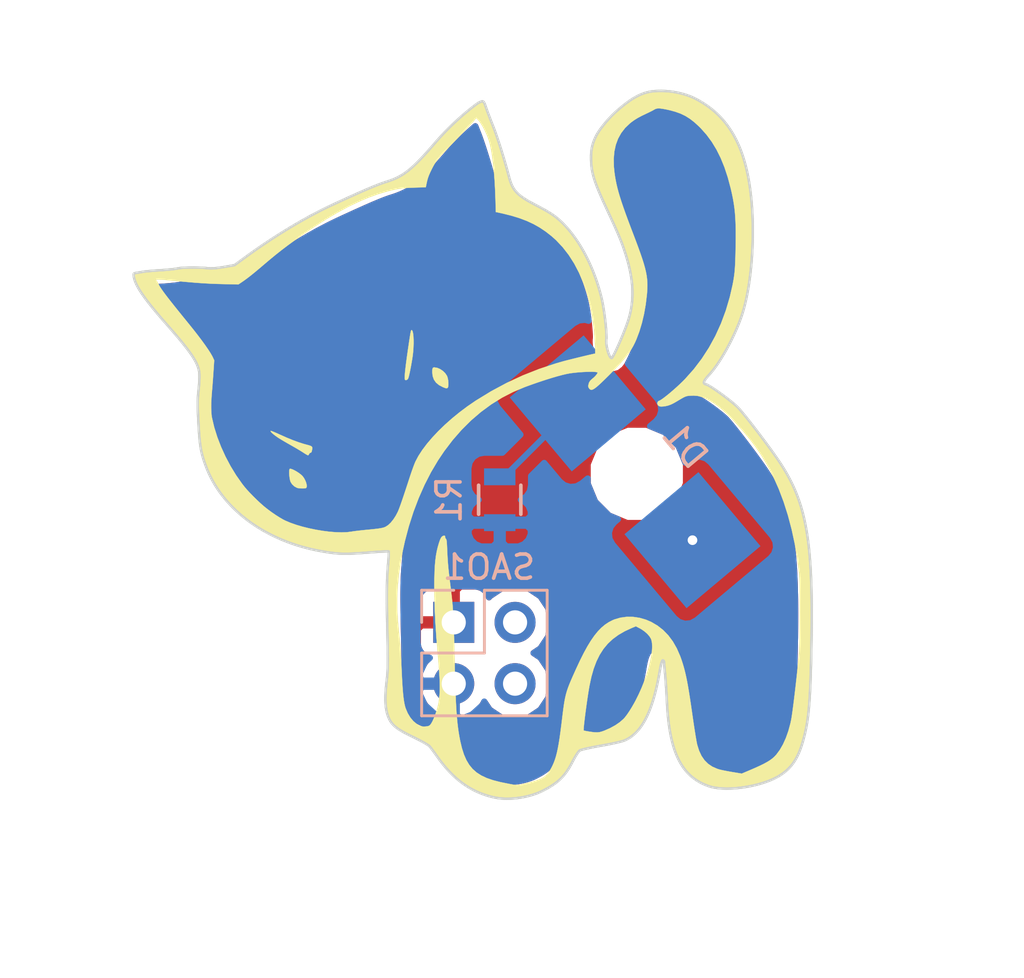
<source format=kicad_pcb>
(kicad_pcb (version 4) (host pcbnew 4.0.7)
  (layers (0 F.Cu signal) (31 B.Cu signal) (34 B.Paste user) (35 F.Paste user) (36 B.SilkS user) (37 F.SilkS user) (38 B.Mask user) (39 F.Mask user) (44 Edge.Cuts user))
  (net 0 "")
  (net 1 GND)
  (net 2 +3V3)
  (net 3 "Net-(D1-Pad1)")
  (net 4 "Net-(J1-Pad3)")
  (net 5 "Net-(J1-Pad4)")
  (module LOGO (layer F.Cu) (at 36.5125 33.401)
    (fp_text reference G*** hide)
    (fp_text value LOGO hide)
  )
  (module LOGO (layer F.Cu) (at 36.5125 33.401)
    (fp_text reference G*** hide)
    (fp_text value LOGO hide)
  )
  (module Resistors_SMD:R_0805 (layer B.Cu) (at 37.592 35.306 270)
    (fp_text reference R1 (at 0 2.1 270) (layer B.SilkS) (effects (justify mirror)))
    (fp_text value 220R hide)
    (pad 1 smd rect (at -0.95 0 270) (size 0.7 1.3) (layers B.Cu B.Paste B.Mask) (net 3 "Net-(D1-Pad1)"))
    (pad 2 smd rect (at 0.95 0 270) (size 0.7 1.3) (layers B.Cu B.Paste B.Mask) (net 1 GND))
  )
  (module "cat hates you:LED" (layer B.Cu) (at 41.7195 32.385 310)
    (fp_text reference D1 (at 2.794 -2.286 310) (layer B.SilkS) (effects (justify mirror)))
    (fp_text value LED hide)
    (pad 2 smd rect (at 6 0 310) (size 4 4) (layers B.Cu) (net 2 +3V3))
    (pad 1 smd rect (at 0 0 310) (size 1.2 2.6) (layers B.Cu B.Paste B.Mask) (net 3 "Net-(D1-Pad1)"))
    (pad 2 smd rect (at 4.8 0 310) (size 1.2 2.6) (layers B.Cu B.Paste B.Mask) (net 2 +3V3))
    (pad "" np_thru_hole circle (at 2.413 0 310) (size 2.8 2.8) (drill 2.8) (layers *.Cu *.Mask))
    (pad 1 smd rect (at -1.397 0 310) (size 4 4) (layers B.Cu) (net 3 "Net-(D1-Pad1)"))
  )
  (module Pin_Headers:Pin_Header_Straight_2x02_Pitch2.54mm (layer B.Cu) (at 35.687 40.386 270)
    (fp_text reference SAO1 (at -2.286 -1.4605 540) (layer B.SilkS) (effects (justify mirror)))
    (fp_text value Conn_02x02_Counter_Clockwise)
    (pad 1 thru_hole rect (at 0 0 270) (size 1.7 1.7) (drill 1) (layers *.Cu *.Mask) (net 2 +3V3))
    (pad 2 thru_hole oval (at 2.54 0 270) (size 1.7 1.7) (drill 1) (layers *.Cu *.Mask) (net 1 GND))
    (pad 3 thru_hole oval (at 0 -2.54 270) (size 1.7 1.7) (drill 1) (layers *.Cu *.Mask) (net 4 "Net-(J1-Pad3)"))
    (pad 4 thru_hole oval (at 2.54 -2.54 270) (size 1.7 1.7) (drill 1) (layers *.Cu *.Mask) (net 5 "Net-(J1-Pad4)"))
  )
  (gr_line (start 44.279691 18.371133) (end 44.253413 18.371035) (layer Edge.Cuts) (width 0.1))
  (gr_line (start 44.253413 18.371035) (end 44.227619 18.371133) (layer Edge.Cuts) (width 0.1))
  (gr_line (start 44.227619 18.371133) (end 44.201443 18.37143) (layer Edge.Cuts) (width 0.1))
  (gr_line (start 44.201443 18.37143) (end 44.175342 18.371924) (layer Edge.Cuts) (width 0.1))
  (gr_line (start 44.175342 18.371924) (end 44.149516 18.372607) (layer Edge.Cuts) (width 0.1))
  (gr_line (start 44.149516 18.372607) (end 44.123497 18.373491) (layer Edge.Cuts) (width 0.1))
  (gr_line (start 44.123497 18.373491) (end 44.097211 18.374581) (layer Edge.Cuts) (width 0.1))
  (gr_line (start 44.097211 18.374581) (end 44.071173 18.375859) (layer Edge.Cuts) (width 0.1))
  (gr_line (start 44.071173 18.375859) (end 44.04508 18.377335) (layer Edge.Cuts) (width 0.1))
  (gr_line (start 44.04508 18.377335) (end 44.019095 18.379058) (layer Edge.Cuts) (width 0.1))
  (gr_line (start 44.019095 18.379058) (end 43.992957 18.381113) (layer Edge.Cuts) (width 0.1))
  (gr_line (start 43.992957 18.381113) (end 43.967052 18.383481) (layer Edge.Cuts) (width 0.1))
  (gr_line (start 43.967052 18.383481) (end 43.941027 18.386203) (layer Edge.Cuts) (width 0.1))
  (gr_line (start 43.941027 18.386203) (end 43.915254 18.389245) (layer Edge.Cuts) (width 0.1))
  (gr_line (start 43.915254 18.389245) (end 43.889391 18.392654) (layer Edge.Cuts) (width 0.1))
  (gr_line (start 43.889391 18.392654) (end 43.863465 18.396439) (layer Edge.Cuts) (width 0.1))
  (gr_line (start 43.863465 18.396439) (end 43.837491 18.400608) (layer Edge.Cuts) (width 0.1))
  (gr_line (start 43.837491 18.400608) (end 43.811807 18.40511) (layer Edge.Cuts) (width 0.1))
  (gr_line (start 43.811807 18.40511) (end 43.786413 18.40994) (layer Edge.Cuts) (width 0.1))
  (gr_line (start 43.786413 18.40994) (end 43.760999 18.415158) (layer Edge.Cuts) (width 0.1))
  (gr_line (start 43.760999 18.415158) (end 43.735586 18.420766) (layer Edge.Cuts) (width 0.1))
  (gr_line (start 43.735586 18.420766) (end 43.710192 18.426768) (layer Edge.Cuts) (width 0.1))
  (gr_line (start 43.710192 18.426768) (end 43.684829 18.433162) (layer Edge.Cuts) (width 0.1))
  (gr_line (start 43.684829 18.433162) (end 43.659513 18.439949) (layer Edge.Cuts) (width 0.1))
  (gr_line (start 43.659513 18.439949) (end 43.634261 18.447126) (layer Edge.Cuts) (width 0.1))
  (gr_line (start 43.634261 18.447126) (end 43.609084 18.45469) (layer Edge.Cuts) (width 0.1))
  (gr_line (start 43.609084 18.45469) (end 43.583996 18.462634) (layer Edge.Cuts) (width 0.1))
  (gr_line (start 43.583996 18.462634) (end 43.559011 18.470953) (layer Edge.Cuts) (width 0.1))
  (gr_line (start 43.559011 18.470953) (end 43.53414 18.47964) (layer Edge.Cuts) (width 0.1))
  (gr_line (start 43.53414 18.47964) (end 43.509397 18.488684) (layer Edge.Cuts) (width 0.1))
  (gr_line (start 43.509397 18.488684) (end 43.485256 18.497895) (layer Edge.Cuts) (width 0.1))
  (gr_line (start 43.485256 18.497895) (end 43.460787 18.50762) (layer Edge.Cuts) (width 0.1))
  (gr_line (start 43.460787 18.50762) (end 43.43648 18.517669) (layer Edge.Cuts) (width 0.1))
  (gr_line (start 43.43648 18.517669) (end 43.412342 18.528028) (layer Edge.Cuts) (width 0.1))
  (gr_line (start 43.412342 18.528028) (end 43.388387 18.538682) (layer Edge.Cuts) (width 0.1))
  (gr_line (start 43.388387 18.538682) (end 43.364625 18.549616) (layer Edge.Cuts) (width 0.1))
  (gr_line (start 43.364625 18.549616) (end 43.341063 18.560813) (layer Edge.Cuts) (width 0.1))
  (gr_line (start 43.341063 18.560813) (end 43.317717 18.572257) (layer Edge.Cuts) (width 0.1))
  (gr_line (start 43.317717 18.572257) (end 43.294211 18.584123) (layer Edge.Cuts) (width 0.1))
  (gr_line (start 43.294211 18.584123) (end 43.270959 18.596199) (layer Edge.Cuts) (width 0.1))
  (gr_line (start 43.270959 18.596199) (end 43.24797 18.608462) (layer Edge.Cuts) (width 0.1))
  (gr_line (start 43.24797 18.608462) (end 43.224901 18.621091) (layer Edge.Cuts) (width 0.1))
  (gr_line (start 43.224901 18.621091) (end 43.202131 18.633865) (layer Edge.Cuts) (width 0.1))
  (gr_line (start 43.202131 18.633865) (end 43.179668 18.646766) (layer Edge.Cuts) (width 0.1))
  (gr_line (start 43.179668 18.646766) (end 43.157199 18.659961) (layer Edge.Cuts) (width 0.1))
  (gr_line (start 43.157199 18.659961) (end 43.13476 18.673425) (layer Edge.Cuts) (width 0.1))
  (gr_line (start 43.13476 18.673425) (end 43.112389 18.687128) (layer Edge.Cuts) (width 0.1))
  (gr_line (start 43.112389 18.687128) (end 43.090117 18.701043) (layer Edge.Cuts) (width 0.1))
  (gr_line (start 43.090117 18.701043) (end 43.067979 18.715137) (layer Edge.Cuts) (width 0.1))
  (gr_line (start 43.067979 18.715137) (end 43.046011 18.729379) (layer Edge.Cuts) (width 0.1))
  (gr_line (start 43.046011 18.729379) (end 43.024241 18.743738) (layer Edge.Cuts) (width 0.1))
  (gr_line (start 43.024241 18.743738) (end 43.002701 18.758179) (layer Edge.Cuts) (width 0.1))
  (gr_line (start 43.002701 18.758179) (end 42.981172 18.772842) (layer Edge.Cuts) (width 0.1))
  (gr_line (start 42.981172 18.772842) (end 42.959712 18.78768) (layer Edge.Cuts) (width 0.1))
  (gr_line (start 42.959712 18.78768) (end 42.938603 18.802489) (layer Edge.Cuts) (width 0.1))
  (gr_line (start 42.938603 18.802489) (end 42.917428 18.817549) (layer Edge.Cuts) (width 0.1))
  (gr_line (start 42.917428 18.817549) (end 42.896264 18.832802) (layer Edge.Cuts) (width 0.1))
  (gr_line (start 42.896264 18.832802) (end 42.875188 18.848188) (layer Edge.Cuts) (width 0.1))
  (gr_line (start 42.875188 18.848188) (end 42.854272 18.863645) (layer Edge.Cuts) (width 0.1))
  (gr_line (start 42.854272 18.863645) (end 42.833585 18.879112) (layer Edge.Cuts) (width 0.1))
  (gr_line (start 42.833585 18.879112) (end 42.812839 18.8948) (layer Edge.Cuts) (width 0.1))
  (gr_line (start 42.812839 18.8948) (end 42.792151 18.910614) (layer Edge.Cuts) (width 0.1))
  (gr_line (start 42.792151 18.910614) (end 42.771318 18.926706) (layer Edge.Cuts) (width 0.1))
  (gr_line (start 42.771318 18.926706) (end 42.750797 18.942718) (layer Edge.Cuts) (width 0.1))
  (gr_line (start 42.750797 18.942718) (end 42.730125 18.959003) (layer Edge.Cuts) (width 0.1))
  (gr_line (start 42.730125 18.959003) (end 42.709765 18.975191) (layer Edge.Cuts) (width 0.1))
  (gr_line (start 42.709765 18.975191) (end 42.689366 18.991555) (layer Edge.Cuts) (width 0.1))
  (gr_line (start 42.689366 18.991555) (end 42.669157 19.007904) (layer Edge.Cuts) (width 0.1))
  (gr_line (start 42.669157 19.007904) (end 42.648943 19.024392) (layer Edge.Cuts) (width 0.1))
  (gr_line (start 42.648943 19.024392) (end 42.628652 19.041074) (layer Edge.Cuts) (width 0.1))
  (gr_line (start 42.628652 19.041074) (end 42.608678 19.057621) (layer Edge.Cuts) (width 0.1))
  (gr_line (start 42.608678 19.057621) (end 42.588768 19.074235) (layer Edge.Cuts) (width 0.1))
  (gr_line (start 42.588768 19.074235) (end 42.568652 19.091139) (layer Edge.Cuts) (width 0.1))
  (gr_line (start 42.568652 19.091139) (end 42.548673 19.10804) (layer Edge.Cuts) (width 0.1))
  (gr_line (start 42.548673 19.10804) (end 42.52898 19.12481) (layer Edge.Cuts) (width 0.1))
  (gr_line (start 42.52898 19.12481) (end 42.509224 19.141738) (layer Edge.Cuts) (width 0.1))
  (gr_line (start 42.509224 19.141738) (end 42.489581 19.158671) (layer Edge.Cuts) (width 0.1))
  (gr_line (start 42.489581 19.158671) (end 42.470029 19.175623) (layer Edge.Cuts) (width 0.1))
  (gr_line (start 42.470029 19.175623) (end 42.450336 19.192792) (layer Edge.Cuts) (width 0.1))
  (gr_line (start 42.450336 19.192792) (end 42.430479 19.210294) (layer Edge.Cuts) (width 0.1))
  (gr_line (start 42.430479 19.210294) (end 42.41068 19.228026) (layer Edge.Cuts) (width 0.1))
  (gr_line (start 42.41068 19.228026) (end 42.391204 19.245735) (layer Edge.Cuts) (width 0.1))
  (gr_line (start 42.391204 19.245735) (end 42.371577 19.263843) (layer Edge.Cuts) (width 0.1))
  (gr_line (start 42.371577 19.263843) (end 42.352302 19.281877) (layer Edge.Cuts) (width 0.1))
  (gr_line (start 42.352302 19.281877) (end 42.333152 19.300033) (layer Edge.Cuts) (width 0.1))
  (gr_line (start 42.333152 19.300033) (end 42.314144 19.318289) (layer Edge.Cuts) (width 0.1))
  (gr_line (start 42.314144 19.318289) (end 42.295076 19.336836) (layer Edge.Cuts) (width 0.1))
  (gr_line (start 42.295076 19.336836) (end 42.276407 19.355214) (layer Edge.Cuts) (width 0.1))
  (gr_line (start 42.276407 19.355214) (end 42.257716 19.373833) (layer Edge.Cuts) (width 0.1))
  (gr_line (start 42.257716 19.373833) (end 42.239031 19.392663) (layer Edge.Cuts) (width 0.1))
  (gr_line (start 42.239031 19.392663) (end 42.220381 19.411674) (layer Edge.Cuts) (width 0.1))
  (gr_line (start 42.220381 19.411674) (end 42.201791 19.430835) (layer Edge.Cuts) (width 0.1))
  (gr_line (start 42.201791 19.430835) (end 42.183485 19.449914) (layer Edge.Cuts) (width 0.1))
  (gr_line (start 42.183485 19.449914) (end 42.165282 19.469088) (layer Edge.Cuts) (width 0.1))
  (gr_line (start 42.165282 19.469088) (end 42.147028 19.488522) (layer Edge.Cuts) (width 0.1))
  (gr_line (start 42.147028 19.488522) (end 42.128938 19.507985) (layer Edge.Cuts) (width 0.1))
  (gr_line (start 42.128938 19.507985) (end 42.111037 19.527447) (layer Edge.Cuts) (width 0.1))
  (gr_line (start 42.111037 19.527447) (end 42.093347 19.546881) (layer Edge.Cuts) (width 0.1))
  (gr_line (start 42.093347 19.546881) (end 42.075564 19.566616) (layer Edge.Cuts) (width 0.1))
  (gr_line (start 42.075564 19.566616) (end 42.058054 19.586248) (layer Edge.Cuts) (width 0.1))
  (gr_line (start 42.058054 19.586248) (end 42.040533 19.606095) (layer Edge.Cuts) (width 0.1))
  (gr_line (start 42.040533 19.606095) (end 42.023052 19.6261) (layer Edge.Cuts) (width 0.1))
  (gr_line (start 42.023052 19.6261) (end 42.005658 19.646214) (layer Edge.Cuts) (width 0.1))
  (gr_line (start 42.005658 19.646214) (end 41.988397 19.666385) (layer Edge.Cuts) (width 0.1))
  (gr_line (start 41.988397 19.666385) (end 41.97131 19.68656) (layer Edge.Cuts) (width 0.1))
  (gr_line (start 41.97131 19.68656) (end 41.95444 19.706689) (layer Edge.Cuts) (width 0.1))
  (gr_line (start 41.95444 19.706689) (end 41.937592 19.727012) (layer Edge.Cuts) (width 0.1))
  (gr_line (start 41.937592 19.727012) (end 41.92083 19.747448) (layer Edge.Cuts) (width 0.1))
  (gr_line (start 41.92083 19.747448) (end 41.904222 19.767925) (layer Edge.Cuts) (width 0.1))
  (gr_line (start 41.904222 19.767925) (end 41.887829 19.788366) (layer Edge.Cuts) (width 0.1))
  (gr_line (start 41.887829 19.788366) (end 41.871512 19.808946) (layer Edge.Cuts) (width 0.1))
  (gr_line (start 41.871512 19.808946) (end 41.855357 19.829565) (layer Edge.Cuts) (width 0.1))
  (gr_line (start 41.855357 19.829565) (end 41.839098 19.85057) (layer Edge.Cuts) (width 0.1))
  (gr_line (start 41.839098 19.85057) (end 41.823194 19.871377) (layer Edge.Cuts) (width 0.1))
  (gr_line (start 41.823194 19.871377) (end 41.807406 19.8923) (layer Edge.Cuts) (width 0.1))
  (gr_line (start 41.807406 19.8923) (end 41.791573 19.913572) (layer Edge.Cuts) (width 0.1))
  (gr_line (start 41.791573 19.913572) (end 41.775863 19.934982) (layer Edge.Cuts) (width 0.1))
  (gr_line (start 41.775863 19.934982) (end 41.760429 19.956329) (layer Edge.Cuts) (width 0.1))
  (gr_line (start 41.760429 19.956329) (end 41.744975 19.978043) (layer Edge.Cuts) (width 0.1))
  (gr_line (start 41.744975 19.978043) (end 41.729735 19.999811) (layer Edge.Cuts) (width 0.1))
  (gr_line (start 41.729735 19.999811) (end 41.714744 20.021602) (layer Edge.Cuts) (width 0.1))
  (gr_line (start 41.714744 20.021602) (end 41.699919 20.043554) (layer Edge.Cuts) (width 0.1))
  (gr_line (start 41.699919 20.043554) (end 41.685433 20.065441) (layer Edge.Cuts) (width 0.1))
  (gr_line (start 41.685433 20.065441) (end 41.671106 20.087554) (layer Edge.Cuts) (width 0.1))
  (gr_line (start 41.671106 20.087554) (end 41.65698 20.109875) (layer Edge.Cuts) (width 0.1))
  (gr_line (start 41.65698 20.109875) (end 41.643097 20.132377) (layer Edge.Cuts) (width 0.1))
  (gr_line (start 41.643097 20.132377) (end 41.629476 20.155089) (layer Edge.Cuts) (width 0.1))
  (gr_line (start 41.629476 20.155089) (end 41.616123 20.178071) (layer Edge.Cuts) (width 0.1))
  (gr_line (start 41.616123 20.178071) (end 41.603222 20.201082) (layer Edge.Cuts) (width 0.1))
  (gr_line (start 41.603222 20.201082) (end 41.590609 20.224519) (layer Edge.Cuts) (width 0.1))
  (gr_line (start 41.590609 20.224519) (end 41.578547 20.248024) (layer Edge.Cuts) (width 0.1))
  (gr_line (start 41.578547 20.248024) (end 41.566942 20.271538) (layer Edge.Cuts) (width 0.1))
  (gr_line (start 41.566942 20.271538) (end 41.55552 20.295279) (layer Edge.Cuts) (width 0.1))
  (gr_line (start 41.55552 20.295279) (end 41.544326 20.319202) (layer Edge.Cuts) (width 0.1))
  (gr_line (start 41.544326 20.319202) (end 41.533393 20.343264) (layer Edge.Cuts) (width 0.1))
  (gr_line (start 41.533393 20.343264) (end 41.522759 20.367423) (layer Edge.Cuts) (width 0.1))
  (gr_line (start 41.522759 20.367423) (end 41.512454 20.391643) (layer Edge.Cuts) (width 0.1))
  (gr_line (start 41.512454 20.391643) (end 41.5025 20.415889) (layer Edge.Cuts) (width 0.1))
  (gr_line (start 41.5025 20.415889) (end 41.492922 20.440128) (layer Edge.Cuts) (width 0.1))
  (gr_line (start 41.492922 20.440128) (end 41.483598 20.464707) (layer Edge.Cuts) (width 0.1))
  (gr_line (start 41.483598 20.464707) (end 41.474576 20.489565) (layer Edge.Cuts) (width 0.1))
  (gr_line (start 41.474576 20.489565) (end 41.466012 20.514282) (layer Edge.Cuts) (width 0.1))
  (gr_line (start 41.466012 20.514282) (end 41.45769 20.539521) (layer Edge.Cuts) (width 0.1))
  (gr_line (start 41.45769 20.539521) (end 41.449869 20.564529) (layer Edge.Cuts) (width 0.1))
  (gr_line (start 41.449869 20.564529) (end 41.442363 20.589924) (layer Edge.Cuts) (width 0.1))
  (gr_line (start 41.442363 20.589924) (end 41.435296 20.615313) (layer Edge.Cuts) (width 0.1))
  (gr_line (start 41.435296 20.615313) (end 41.428676 20.640645) (layer Edge.Cuts) (width 0.1))
  (gr_line (start 41.428676 20.640645) (end 41.422443 20.666158) (layer Edge.Cuts) (width 0.1))
  (gr_line (start 41.422443 20.666158) (end 41.416617 20.691773) (layer Edge.Cuts) (width 0.1))
  (gr_line (start 41.416617 20.691773) (end 41.411211 20.717411) (layer Edge.Cuts) (width 0.1))
  (gr_line (start 41.411211 20.717411) (end 41.406139 20.743499) (layer Edge.Cuts) (width 0.1))
  (gr_line (start 41.406139 20.743499) (end 41.401522 20.76942) (layer Edge.Cuts) (width 0.1))
  (gr_line (start 41.401522 20.76942) (end 41.397278 20.795561) (layer Edge.Cuts) (width 0.1))
  (gr_line (start 41.397278 20.795561) (end 41.393426 20.821792) (layer Edge.Cuts) (width 0.1))
  (gr_line (start 41.393426 20.821792) (end 41.38997 20.84798) (layer Edge.Cuts) (width 0.1))
  (gr_line (start 41.38997 20.84798) (end 41.386914 20.873999) (layer Edge.Cuts) (width 0.1))
  (gr_line (start 41.386914 20.873999) (end 41.38421 20.900103) (layer Edge.Cuts) (width 0.1))
  (gr_line (start 41.38421 20.900103) (end 41.381856 20.926112) (layer Edge.Cuts) (width 0.1))
  (gr_line (start 41.381856 20.926112) (end 41.379818 20.952512) (layer Edge.Cuts) (width 0.1))
  (gr_line (start 41.379818 20.952512) (end 41.378099 20.979007) (layer Edge.Cuts) (width 0.1))
  (gr_line (start 41.378099 20.979007) (end 41.376696 21.005306) (layer Edge.Cuts) (width 0.1))
  (gr_line (start 41.376696 21.005306) (end 41.375585 21.031672) (layer Edge.Cuts) (width 0.1))
  (gr_line (start 41.375585 21.031672) (end 41.374791 21.05771) (layer Edge.Cuts) (width 0.1))
  (gr_line (start 41.374791 21.05771) (end 41.374236 21.083946) (layer Edge.Cuts) (width 0.1))
  (gr_line (start 41.374236 21.083946) (end 41.373945 21.110169) (layer Edge.Cuts) (width 0.1))
  (gr_line (start 41.373945 21.110169) (end 41.373894 21.136386) (layer Edge.Cuts) (width 0.1))
  (gr_line (start 41.373894 21.136386) (end 41.374073 21.162604) (layer Edge.Cuts) (width 0.1))
  (gr_line (start 41.374073 21.162604) (end 41.374469 21.189134) (layer Edge.Cuts) (width 0.1))
  (gr_line (start 41.374469 21.189134) (end 41.375078 21.215715) (layer Edge.Cuts) (width 0.1))
  (gr_line (start 41.375078 21.215715) (end 41.375872 21.241795) (layer Edge.Cuts) (width 0.1))
  (gr_line (start 41.375872 21.241795) (end 41.376851 21.267944) (layer Edge.Cuts) (width 0.1))
  (gr_line (start 41.376851 21.267944) (end 41.378015 21.294474) (layer Edge.Cuts) (width 0.1))
  (gr_line (start 41.378015 21.294474) (end 41.379364 21.320892) (layer Edge.Cuts) (width 0.1))
  (gr_line (start 41.379364 21.320892) (end 41.380899 21.347375) (layer Edge.Cuts) (width 0.1))
  (gr_line (start 41.380899 21.347375) (end 41.382619 21.373553) (layer Edge.Cuts) (width 0.1))
  (gr_line (start 41.382619 21.373553) (end 41.384577 21.399792) (layer Edge.Cuts) (width 0.1))
  (gr_line (start 41.384577 21.399792) (end 41.386746 21.426086) (layer Edge.Cuts) (width 0.1))
  (gr_line (start 41.386746 21.426086) (end 41.389127 21.452095) (layer Edge.Cuts) (width 0.1))
  (gr_line (start 41.389127 21.452095) (end 41.391773 21.478162) (layer Edge.Cuts) (width 0.1))
  (gr_line (start 41.391773 21.478162) (end 41.39467 21.504284) (layer Edge.Cuts) (width 0.1))
  (gr_line (start 41.39467 21.504284) (end 41.397837 21.530462) (layer Edge.Cuts) (width 0.1))
  (gr_line (start 41.397837 21.530462) (end 41.40128 21.556693) (layer Edge.Cuts) (width 0.1))
  (gr_line (start 41.40128 21.556693) (end 41.405005 21.582976) (layer Edge.Cuts) (width 0.1))
  (gr_line (start 41.405005 21.582976) (end 41.408974 21.609022) (layer Edge.Cuts) (width 0.1))
  (gr_line (start 41.408974 21.609022) (end 41.413186 21.63485) (layer Edge.Cuts) (width 0.1))
  (gr_line (start 41.413186 21.63485) (end 41.417689 21.660758) (layer Edge.Cuts) (width 0.1))
  (gr_line (start 41.417689 21.660758) (end 41.422489 21.686748) (layer Edge.Cuts) (width 0.1))
  (gr_line (start 41.422489 21.686748) (end 41.427585 21.71282) (layer Edge.Cuts) (width 0.1))
  (gr_line (start 41.427585 21.71282) (end 41.432866 21.738437) (layer Edge.Cuts) (width 0.1))
  (gr_line (start 41.432866 21.738437) (end 41.438438 21.764155) (layer Edge.Cuts) (width 0.1))
  (gr_line (start 41.438438 21.764155) (end 41.444301 21.789973) (layer Edge.Cuts) (width 0.1))
  (gr_line (start 41.444301 21.789973) (end 41.450331 21.815378) (layer Edge.Cuts) (width 0.1))
  (gr_line (start 41.450331 21.815378) (end 41.456641 21.840892) (layer Edge.Cuts) (width 0.1))
  (gr_line (start 41.456641 21.840892) (end 41.463229 21.866512) (layer Edge.Cuts) (width 0.1))
  (gr_line (start 41.463229 21.866512) (end 41.469958 21.891745) (layer Edge.Cuts) (width 0.1))
  (gr_line (start 41.469958 21.891745) (end 41.476948 21.917087) (layer Edge.Cuts) (width 0.1))
  (gr_line (start 41.476948 21.917087) (end 41.484195 21.942529) (layer Edge.Cuts) (width 0.1))
  (gr_line (start 41.484195 21.942529) (end 41.49155 21.967598) (layer Edge.Cuts) (width 0.1))
  (gr_line (start 41.49155 21.967598) (end 41.499144 21.992766) (layer Edge.Cuts) (width 0.1))
  (gr_line (start 41.499144 21.992766) (end 41.506968 22.01802) (layer Edge.Cuts) (width 0.1))
  (gr_line (start 41.506968 22.01802) (end 41.514868 22.042904) (layer Edge.Cuts) (width 0.1))
  (gr_line (start 41.514868 22.042904) (end 41.522977 22.067865) (layer Edge.Cuts) (width 0.1))
  (gr_line (start 41.522977 22.067865) (end 41.531288 22.092889) (layer Edge.Cuts) (width 0.1))
  (gr_line (start 41.531288 22.092889) (end 41.539786 22.117964) (layer Edge.Cuts) (width 0.1))
  (gr_line (start 41.539786 22.117964) (end 41.548462 22.143073) (layer Edge.Cuts) (width 0.1))
  (gr_line (start 41.548462 22.143073) (end 41.557156 22.167787) (layer Edge.Cuts) (width 0.1))
  (gr_line (start 41.557156 22.167787) (end 41.566004 22.192518) (layer Edge.Cuts) (width 0.1))
  (gr_line (start 41.566004 22.192518) (end 41.574992 22.217249) (layer Edge.Cuts) (width 0.1))
  (gr_line (start 41.574992 22.217249) (end 41.584107 22.241961) (layer Edge.Cuts) (width 0.1))
  (gr_line (start 41.584107 22.241961) (end 41.593338 22.266638) (layer Edge.Cuts) (width 0.1))
  (gr_line (start 41.593338 22.266638) (end 41.60267 22.291261) (layer Edge.Cuts) (width 0.1))
  (gr_line (start 41.60267 22.291261) (end 41.612092 22.315809) (layer Edge.Cuts) (width 0.1))
  (gr_line (start 41.612092 22.315809) (end 41.621588 22.340264) (layer Edge.Cuts) (width 0.1))
  (gr_line (start 41.621588 22.340264) (end 41.631142 22.364608) (layer Edge.Cuts) (width 0.1))
  (gr_line (start 41.631142 22.364608) (end 41.640884 22.389175) (layer Edge.Cuts) (width 0.1))
  (gr_line (start 41.640884 22.389175) (end 41.650655 22.413575) (layer Edge.Cuts) (width 0.1))
  (gr_line (start 41.650655 22.413575) (end 41.660442 22.437789) (layer Edge.Cuts) (width 0.1))
  (gr_line (start 41.660442 22.437789) (end 41.670366 22.462128) (layer Edge.Cuts) (width 0.1))
  (gr_line (start 41.670366 22.462128) (end 41.680407 22.486549) (layer Edge.Cuts) (width 0.1))
  (gr_line (start 41.680407 22.486549) (end 41.690541 22.51101) (layer Edge.Cuts) (width 0.1))
  (gr_line (start 41.690541 22.51101) (end 41.700751 22.535468) (layer Edge.Cuts) (width 0.1))
  (gr_line (start 41.700751 22.535468) (end 41.711014 22.559881) (layer Edge.Cuts) (width 0.1))
  (gr_line (start 41.711014 22.559881) (end 41.721306 22.584207) (layer Edge.Cuts) (width 0.1))
  (gr_line (start 41.721306 22.584207) (end 41.731609 22.608403) (layer Edge.Cuts) (width 0.1))
  (gr_line (start 41.731609 22.608403) (end 41.741899 22.632427) (layer Edge.Cuts) (width 0.1))
  (gr_line (start 41.741899 22.632427) (end 41.752384 22.656772) (layer Edge.Cuts) (width 0.1))
  (gr_line (start 41.752384 22.656772) (end 41.762801 22.68083) (layer Edge.Cuts) (width 0.1))
  (gr_line (start 41.762801 22.68083) (end 41.773345 22.705061) (layer Edge.Cuts) (width 0.1))
  (gr_line (start 41.773345 22.705061) (end 41.783976 22.729373) (layer Edge.Cuts) (width 0.1))
  (gr_line (start 41.783976 22.729373) (end 41.794652 22.753681) (layer Edge.Cuts) (width 0.1))
  (gr_line (start 41.794652 22.753681) (end 41.805333 22.777893) (layer Edge.Cuts) (width 0.1))
  (gr_line (start 41.805333 22.777893) (end 41.815977 22.801922) (layer Edge.Cuts) (width 0.1))
  (gr_line (start 41.815977 22.801922) (end 41.826727 22.826095) (layer Edge.Cuts) (width 0.1))
  (gr_line (start 41.826727 22.826095) (end 41.837345 22.849886) (layer Edge.Cuts) (width 0.1))
  (gr_line (start 41.837345 22.849886) (end 41.848124 22.873955) (layer Edge.Cuts) (width 0.1))
  (gr_line (start 41.848124 22.873955) (end 41.85898 22.898114) (layer Edge.Cuts) (width 0.1))
  (gr_line (start 41.85898 22.898114) (end 41.86983 22.922181) (layer Edge.Cuts) (width 0.1))
  (gr_line (start 41.86983 22.922181) (end 41.880591 22.94598) (layer Edge.Cuts) (width 0.1))
  (gr_line (start 41.880591 22.94598) (end 41.891447 22.969919) (layer Edge.Cuts) (width 0.1))
  (gr_line (start 41.891447 22.969919) (end 41.902271 22.993724) (layer Edge.Cuts) (width 0.1))
  (gr_line (start 41.902271 22.993724) (end 41.913166 23.017624) (layer Edge.Cuts) (width 0.1))
  (gr_line (start 41.913166 23.017624) (end 41.92417 23.041698) (layer Edge.Cuts) (width 0.1))
  (gr_line (start 41.92417 23.041698) (end 41.935066 23.065479) (layer Edge.Cuts) (width 0.1))
  (gr_line (start 41.935066 23.065479) (end 41.945985 23.089262) (layer Edge.Cuts) (width 0.1))
  (gr_line (start 41.945985 23.089262) (end 41.957079 23.113369) (layer Edge.Cuts) (width 0.1))
  (gr_line (start 41.957079 23.113369) (end 41.968155 23.137387) (layer Edge.Cuts) (width 0.1))
  (gr_line (start 41.968155 23.137387) (end 41.979124 23.161134) (layer Edge.Cuts) (width 0.1))
  (gr_line (start 41.979124 23.161134) (end 41.990184 23.185026) (layer Edge.Cuts) (width 0.1))
  (gr_line (start 41.990184 23.185026) (end 42.001228 23.208846) (layer Edge.Cuts) (width 0.1))
  (gr_line (start 42.001228 23.208846) (end 42.012271 23.232622) (layer Edge.Cuts) (width 0.1))
  (gr_line (start 42.012271 23.232622) (end 42.023442 23.25663) (layer Edge.Cuts) (width 0.1))
  (gr_line (start 42.023442 23.25663) (end 42.034618 23.280635) (layer Edge.Cuts) (width 0.1))
  (gr_line (start 42.034618 23.280635) (end 42.045754 23.30457) (layer Edge.Cuts) (width 0.1))
  (gr_line (start 42.045754 23.30457) (end 42.056848 23.328419) (layer Edge.Cuts) (width 0.1))
  (gr_line (start 42.056848 23.328419) (end 42.067892 23.352174) (layer Edge.Cuts) (width 0.1))
  (gr_line (start 42.067892 23.352174) (end 42.078883 23.375825) (layer Edge.Cuts) (width 0.1))
  (gr_line (start 42.078883 23.375825) (end 42.089977 23.399709) (layer Edge.Cuts) (width 0.1))
  (gr_line (start 42.089977 23.399709) (end 42.101158 23.423796) (layer Edge.Cuts) (width 0.1))
  (gr_line (start 42.101158 23.423796) (end 42.112257 23.447722) (layer Edge.Cuts) (width 0.1))
  (gr_line (start 42.112257 23.447722) (end 42.123272 23.471477) (layer Edge.Cuts) (width 0.1))
  (gr_line (start 42.123272 23.471477) (end 42.134345 23.495374) (layer Edge.Cuts) (width 0.1))
  (gr_line (start 42.134345 23.495374) (end 42.145463 23.519388) (layer Edge.Cuts) (width 0.1))
  (gr_line (start 42.145463 23.519388) (end 42.156615 23.543486) (layer Edge.Cuts) (width 0.1))
  (gr_line (start 42.156615 23.543486) (end 42.167645 23.567346) (layer Edge.Cuts) (width 0.1))
  (gr_line (start 42.167645 23.567346) (end 42.178689 23.591254) (layer Edge.Cuts) (width 0.1))
  (gr_line (start 42.178689 23.591254) (end 42.189735 23.615185) (layer Edge.Cuts) (width 0.1))
  (gr_line (start 42.189735 23.615185) (end 42.200769 23.639114) (layer Edge.Cuts) (width 0.1))
  (gr_line (start 42.200769 23.639114) (end 42.21178 23.663019) (layer Edge.Cuts) (width 0.1))
  (gr_line (start 42.21178 23.663019) (end 42.222882 23.687141) (layer Edge.Cuts) (width 0.1))
  (gr_line (start 42.222882 23.687141) (end 42.233934 23.711184) (layer Edge.Cuts) (width 0.1))
  (gr_line (start 42.233934 23.711184) (end 42.244925 23.735123) (layer Edge.Cuts) (width 0.1))
  (gr_line (start 42.244925 23.735123) (end 42.255847 23.758941) (layer Edge.Cuts) (width 0.1))
  (gr_line (start 42.255847 23.758941) (end 42.266689 23.782621) (layer Edge.Cuts) (width 0.1))
  (gr_line (start 42.266689 23.782621) (end 42.277659 23.806611) (layer Edge.Cuts) (width 0.1))
  (gr_line (start 42.277659 23.806611) (end 42.288523 23.830405) (layer Edge.Cuts) (width 0.1))
  (gr_line (start 42.288523 23.830405) (end 42.299474 23.854429) (layer Edge.Cuts) (width 0.1))
  (gr_line (start 42.299474 23.854429) (end 42.31029 23.878202) (layer Edge.Cuts) (width 0.1))
  (gr_line (start 42.31029 23.878202) (end 42.321159 23.902131) (layer Edge.Cuts) (width 0.1))
  (gr_line (start 42.321159 23.902131) (end 42.332055 23.926169) (layer Edge.Cuts) (width 0.1))
  (gr_line (start 42.332055 23.926169) (end 42.342956 23.950269) (layer Edge.Cuts) (width 0.1))
  (gr_line (start 42.342956 23.950269) (end 42.353671 23.974013) (layer Edge.Cuts) (width 0.1))
  (gr_line (start 42.353671 23.974013) (end 42.36453 23.99813) (layer Edge.Cuts) (width 0.1))
  (gr_line (start 42.36453 23.99813) (end 42.375335 24.022188) (layer Edge.Cuts) (width 0.1))
  (gr_line (start 42.375335 24.022188) (end 42.386069 24.046154) (layer Edge.Cuts) (width 0.1))
  (gr_line (start 42.386069 24.046154) (end 42.396864 24.070329) (layer Edge.Cuts) (width 0.1))
  (gr_line (start 42.396864 24.070329) (end 42.407548 24.094327) (layer Edge.Cuts) (width 0.1))
  (gr_line (start 42.407548 24.094327) (end 42.418243 24.118428) (layer Edge.Cuts) (width 0.1))
  (gr_line (start 42.418243 24.118428) (end 42.428921 24.142577) (layer Edge.Cuts) (width 0.1))
  (gr_line (start 42.428921 24.142577) (end 42.439431 24.166431) (layer Edge.Cuts) (width 0.1))
  (gr_line (start 42.439431 24.166431) (end 42.450006 24.19053) (layer Edge.Cuts) (width 0.1))
  (gr_line (start 42.450006 24.19053) (end 42.460608 24.214792) (layer Edge.Cuts) (width 0.1))
  (gr_line (start 42.460608 24.214792) (end 42.471202 24.239147) (layer Edge.Cuts) (width 0.1))
  (gr_line (start 42.471202 24.239147) (end 42.481648 24.263277) (layer Edge.Cuts) (width 0.1))
  (gr_line (start 42.481648 24.263277) (end 42.492136 24.287626) (layer Edge.Cuts) (width 0.1))
  (gr_line (start 42.492136 24.287626) (end 42.502526 24.311881) (layer Edge.Cuts) (width 0.1))
  (gr_line (start 42.502526 24.311881) (end 42.512794 24.33599) (layer Edge.Cuts) (width 0.1))
  (gr_line (start 42.512794 24.33599) (end 42.523095 24.360323) (layer Edge.Cuts) (width 0.1))
  (gr_line (start 42.523095 24.360323) (end 42.533215 24.384385) (layer Edge.Cuts) (width 0.1))
  (gr_line (start 42.533215 24.384385) (end 42.543298 24.408525) (layer Edge.Cuts) (width 0.1))
  (gr_line (start 42.543298 24.408525) (end 42.553307 24.43266) (layer Edge.Cuts) (width 0.1))
  (gr_line (start 42.553307 24.43266) (end 42.563351 24.457066) (layer Edge.Cuts) (width 0.1))
  (gr_line (start 42.563351 24.457066) (end 42.573376 24.481624) (layer Edge.Cuts) (width 0.1))
  (gr_line (start 42.573376 24.481624) (end 42.583337 24.506233) (layer Edge.Cuts) (width 0.1))
  (gr_line (start 42.583337 24.506233) (end 42.593193 24.530797) (layer Edge.Cuts) (width 0.1))
  (gr_line (start 42.593193 24.530797) (end 42.602906 24.555229) (layer Edge.Cuts) (width 0.1))
  (gr_line (start 42.602906 24.555229) (end 42.612444 24.579457) (layer Edge.Cuts) (width 0.1))
  (gr_line (start 42.612444 24.579457) (end 42.62198 24.603917) (layer Edge.Cuts) (width 0.1))
  (gr_line (start 42.62198 24.603917) (end 42.631455 24.628468) (layer Edge.Cuts) (width 0.1))
  (gr_line (start 42.631455 24.628468) (end 42.640816 24.652979) (layer Edge.Cuts) (width 0.1))
  (gr_line (start 42.640816 24.652979) (end 42.650179 24.67776) (layer Edge.Cuts) (width 0.1))
  (gr_line (start 42.650179 24.67776) (end 42.659323 24.702223) (layer Edge.Cuts) (width 0.1))
  (gr_line (start 42.659323 24.702223) (end 42.668494 24.727025) (layer Edge.Cuts) (width 0.1))
  (gr_line (start 42.668494 24.727025) (end 42.677474 24.751581) (layer Edge.Cuts) (width 0.1))
  (gr_line (start 42.677474 24.751581) (end 42.686451 24.776404) (layer Edge.Cuts) (width 0.1))
  (gr_line (start 42.686451 24.776404) (end 42.69533 24.80122) (layer Edge.Cuts) (width 0.1))
  (gr_line (start 42.69533 24.80122) (end 42.704025 24.825776) (layer Edge.Cuts) (width 0.1))
  (gr_line (start 42.704025 24.825776) (end 42.712637 24.850355) (layer Edge.Cuts) (width 0.1))
  (gr_line (start 42.712637 24.850355) (end 42.721215 24.875081) (layer Edge.Cuts) (width 0.1))
  (gr_line (start 42.721215 24.875081) (end 42.729747 24.89992) (layer Edge.Cuts) (width 0.1))
  (gr_line (start 42.729747 24.89992) (end 42.738182 24.924701) (layer Edge.Cuts) (width 0.1))
  (gr_line (start 42.738182 24.924701) (end 42.746646 24.949789) (layer Edge.Cuts) (width 0.1))
  (gr_line (start 42.746646 24.949789) (end 42.75501 24.974786) (layer Edge.Cuts) (width 0.1))
  (gr_line (start 42.75501 24.974786) (end 42.763228 24.999535) (layer Edge.Cuts) (width 0.1))
  (gr_line (start 42.763228 24.999535) (end 42.771456 25.024496) (layer Edge.Cuts) (width 0.1))
  (gr_line (start 42.771456 25.024496) (end 42.779635 25.04947) (layer Edge.Cuts) (width 0.1))
  (gr_line (start 42.779635 25.04947) (end 42.787784 25.074508) (layer Edge.Cuts) (width 0.1))
  (gr_line (start 42.787784 25.074508) (end 42.79601 25.099929) (layer Edge.Cuts) (width 0.1))
  (gr_line (start 42.79601 25.099929) (end 42.804066 25.125027) (layer Edge.Cuts) (width 0.1))
  (gr_line (start 42.804066 25.125027) (end 42.812075 25.150245) (layer Edge.Cuts) (width 0.1))
  (gr_line (start 42.812075 25.150245) (end 42.819909 25.175184) (layer Edge.Cuts) (width 0.1))
  (gr_line (start 42.819909 25.175184) (end 42.827807 25.200621) (layer Edge.Cuts) (width 0.1))
  (gr_line (start 42.827807 25.200621) (end 42.835525 25.225773) (layer Edge.Cuts) (width 0.1))
  (gr_line (start 42.835525 25.225773) (end 42.843182 25.251017) (layer Edge.Cuts) (width 0.1))
  (gr_line (start 42.843182 25.251017) (end 42.85077 25.276345) (layer Edge.Cuts) (width 0.1))
  (gr_line (start 42.85077 25.276345) (end 42.858179 25.301383) (layer Edge.Cuts) (width 0.1))
  (gr_line (start 42.858179 25.301383) (end 42.865621 25.326862) (layer Edge.Cuts) (width 0.1))
  (gr_line (start 42.865621 25.326862) (end 42.872879 25.352042) (layer Edge.Cuts) (width 0.1))
  (gr_line (start 42.872879 25.352042) (end 42.880158 25.377638) (layer Edge.Cuts) (width 0.1))
  (gr_line (start 42.880158 25.377638) (end 42.887248 25.402927) (layer Edge.Cuts) (width 0.1))
  (gr_line (start 42.887248 25.402927) (end 42.894252 25.428261) (layer Edge.Cuts) (width 0.1))
  (gr_line (start 42.894252 25.428261) (end 42.901166 25.453629) (layer Edge.Cuts) (width 0.1))
  (gr_line (start 42.901166 25.453629) (end 42.907984 25.479027) (layer Edge.Cuts) (width 0.1))
  (gr_line (start 42.907984 25.479027) (end 42.914702 25.504448) (layer Edge.Cuts) (width 0.1))
  (gr_line (start 42.914702 25.504448) (end 42.921404 25.53021) (layer Edge.Cuts) (width 0.1))
  (gr_line (start 42.921404 25.53021) (end 42.927912 25.555647) (layer Edge.Cuts) (width 0.1))
  (gr_line (start 42.927912 25.555647) (end 42.934395 25.581404) (layer Edge.Cuts) (width 0.1))
  (gr_line (start 42.934395 25.581404) (end 42.940681 25.606831) (layer Edge.Cuts) (width 0.1))
  (gr_line (start 42.940681 25.606831) (end 42.946931 25.632556) (layer Edge.Cuts) (width 0.1))
  (gr_line (start 42.946931 25.632556) (end 42.953058 25.658253) (layer Edge.Cuts) (width 0.1))
  (gr_line (start 42.953058 25.658253) (end 42.959062 25.683912) (layer Edge.Cuts) (width 0.1))
  (gr_line (start 42.959062 25.683912) (end 42.96501 25.709831) (layer Edge.Cuts) (width 0.1))
  (gr_line (start 42.96501 25.709831) (end 42.970759 25.735397) (layer Edge.Cuts) (width 0.1))
  (gr_line (start 42.970759 25.735397) (end 42.976442 25.761202) (layer Edge.Cuts) (width 0.1))
  (gr_line (start 42.976442 25.761202) (end 42.982051 25.787227) (layer Edge.Cuts) (width 0.1))
  (gr_line (start 42.982051 25.787227) (end 42.987459 25.812886) (layer Edge.Cuts) (width 0.1))
  (gr_line (start 42.987459 25.812886) (end 42.992785 25.838746) (layer Edge.Cuts) (width 0.1))
  (gr_line (start 42.992785 25.838746) (end 42.998022 25.864789) (layer Edge.Cuts) (width 0.1))
  (gr_line (start 42.998022 25.864789) (end 43.003054 25.890454) (layer Edge.Cuts) (width 0.1))
  (gr_line (start 43.003054 25.890454) (end 43.007994 25.916285) (layer Edge.Cuts) (width 0.1))
  (gr_line (start 43.007994 25.916285) (end 43.01283 25.942264) (layer Edge.Cuts) (width 0.1))
  (gr_line (start 43.01283 25.942264) (end 43.017558 25.968376) (layer Edge.Cuts) (width 0.1))
  (gr_line (start 43.017558 25.968376) (end 43.022083 25.994091) (layer Edge.Cuts) (width 0.1))
  (gr_line (start 43.022083 25.994091) (end 43.026493 26.019922) (layer Edge.Cuts) (width 0.1))
  (gr_line (start 43.026493 26.019922) (end 43.030785 26.045854) (layer Edge.Cuts) (width 0.1))
  (gr_line (start 43.030785 26.045854) (end 43.034955 26.071871) (layer Edge.Cuts) (width 0.1))
  (gr_line (start 43.034955 26.071871) (end 43.038995 26.097956) (layer Edge.Cuts) (width 0.1))
  (gr_line (start 43.038995 26.097956) (end 43.0429 26.124097) (layer Edge.Cuts) (width 0.1))
  (gr_line (start 43.0429 26.124097) (end 43.046668 26.150277) (layer Edge.Cuts) (width 0.1))
  (gr_line (start 43.046668 26.150277) (end 43.050295 26.176484) (layer Edge.Cuts) (width 0.1))
  (gr_line (start 43.050295 26.176484) (end 43.053777 26.202702) (layer Edge.Cuts) (width 0.1))
  (gr_line (start 43.053777 26.202702) (end 43.057108 26.228917) (layer Edge.Cuts) (width 0.1))
  (gr_line (start 43.057108 26.228917) (end 43.060289 26.255116) (layer Edge.Cuts) (width 0.1))
  (gr_line (start 43.060289 26.255116) (end 43.063313 26.281286) (layer Edge.Cuts) (width 0.1))
  (gr_line (start 43.063313 26.281286) (end 43.066181 26.307416) (layer Edge.Cuts) (width 0.1))
  (gr_line (start 43.066181 26.307416) (end 43.068933 26.333904) (layer Edge.Cuts) (width 0.1))
  (gr_line (start 43.068933 26.333904) (end 43.071473 26.359905) (layer Edge.Cuts) (width 0.1))
  (gr_line (start 43.071473 26.359905) (end 43.073907 26.386226) (layer Edge.Cuts) (width 0.1))
  (gr_line (start 43.073907 26.386226) (end 43.076156 26.412443) (layer Edge.Cuts) (width 0.1))
  (gr_line (start 43.076156 26.412443) (end 43.078246 26.438544) (layer Edge.Cuts) (width 0.1))
  (gr_line (start 43.078246 26.438544) (end 43.080177 26.464897) (layer Edge.Cuts) (width 0.1))
  (gr_line (start 43.080177 26.464897) (end 43.081977 26.491467) (layer Edge.Cuts) (width 0.1))
  (gr_line (start 43.081977 26.491467) (end 43.08359 26.517861) (layer Edge.Cuts) (width 0.1))
  (gr_line (start 43.08359 26.517861) (end 43.085019 26.544071) (layer Edge.Cuts) (width 0.1))
  (gr_line (start 43.085019 26.544071) (end 43.086289 26.570434) (layer Edge.Cuts) (width 0.1))
  (gr_line (start 43.086289 26.570434) (end 43.0874 26.596921) (layer Edge.Cuts) (width 0.1))
  (gr_line (start 43.0874 26.596921) (end 43.088353 26.623501) (layer Edge.Cuts) (width 0.1))
  (gr_line (start 43.088353 26.623501) (end 43.08912 26.649822) (layer Edge.Cuts) (width 0.1))
  (gr_line (start 43.08912 26.649822) (end 43.089702 26.676193) (layer Edge.Cuts) (width 0.1))
  (gr_line (start 43.089702 26.676193) (end 43.090126 26.702587) (layer Edge.Cuts) (width 0.1))
  (gr_line (start 43.090126 26.702587) (end 43.090366 26.728977) (layer Edge.Cuts) (width 0.1))
  (gr_line (start 43.090366 26.728977) (end 43.090428 26.755337) (layer Edge.Cuts) (width 0.1))
  (gr_line (start 43.090428 26.755337) (end 43.090311 26.781932) (layer Edge.Cuts) (width 0.1))
  (gr_line (start 43.090311 26.781932) (end 43.09002 26.808432) (layer Edge.Cuts) (width 0.1))
  (gr_line (start 43.09002 26.808432) (end 43.089543 26.834813) (layer Edge.Cuts) (width 0.1))
  (gr_line (start 43.089543 26.834813) (end 43.088882 26.861055) (layer Edge.Cuts) (width 0.1))
  (gr_line (start 43.088882 26.861055) (end 43.088062 26.887135) (layer Edge.Cuts) (width 0.1))
  (gr_line (start 43.088062 26.887135) (end 43.08703 26.913537) (layer Edge.Cuts) (width 0.1))
  (gr_line (start 43.08703 26.913537) (end 43.085839 26.93971) (layer Edge.Cuts) (width 0.1))
  (gr_line (start 43.085839 26.93971) (end 43.084437 26.96611) (layer Edge.Cuts) (width 0.1))
  (gr_line (start 43.084437 26.96611) (end 43.082876 26.992217) (layer Edge.Cuts) (width 0.1))
  (gr_line (start 43.082876 26.992217) (end 43.081103 27.018463) (layer Edge.Cuts) (width 0.1))
  (gr_line (start 43.081103 27.018463) (end 43.079145 27.044792) (layer Edge.Cuts) (width 0.1))
  (gr_line (start 43.079145 27.044792) (end 43.077002 27.07115) (layer Edge.Cuts) (width 0.1))
  (gr_line (start 43.077002 27.07115) (end 43.074674 27.097486) (layer Edge.Cuts) (width 0.1))
  (gr_line (start 43.074674 27.097486) (end 43.07216 27.123746) (layer Edge.Cuts) (width 0.1))
  (gr_line (start 43.07216 27.123746) (end 43.069459 27.149884) (layer Edge.Cuts) (width 0.1))
  (gr_line (start 43.069459 27.149884) (end 43.066588 27.175853) (layer Edge.Cuts) (width 0.1))
  (gr_line (start 43.066588 27.175853) (end 43.063511 27.201962) (layer Edge.Cuts) (width 0.1))
  (gr_line (start 43.063511 27.201962) (end 43.060233 27.228132) (layer Edge.Cuts) (width 0.1))
  (gr_line (start 43.060233 27.228132) (end 43.056764 27.254284) (layer Edge.Cuts) (width 0.1))
  (gr_line (start 43.056764 27.254284) (end 43.053116 27.28034) (layer Edge.Cuts) (width 0.1))
  (gr_line (start 43.053116 27.28034) (end 43.049253 27.306534) (layer Edge.Cuts) (width 0.1))
  (gr_line (start 43.049253 27.306534) (end 43.045189 27.332756) (layer Edge.Cuts) (width 0.1))
  (gr_line (start 43.045189 27.332756) (end 43.040942 27.358903) (layer Edge.Cuts) (width 0.1))
  (gr_line (start 43.040942 27.358903) (end 43.036529 27.384874) (layer Edge.Cuts) (width 0.1))
  (gr_line (start 43.036529 27.384874) (end 43.03188 27.411081) (layer Edge.Cuts) (width 0.1))
  (gr_line (start 43.03188 27.411081) (end 43.02711 27.436881) (layer Edge.Cuts) (width 0.1))
  (gr_line (start 43.02711 27.436881) (end 43.022154 27.462646) (layer Edge.Cuts) (width 0.1))
  (gr_line (start 43.022154 27.462646) (end 43.016955 27.488652) (layer Edge.Cuts) (width 0.1))
  (gr_line (start 43.016955 27.488652) (end 43.011639 27.514282) (layer Edge.Cuts) (width 0.1))
  (gr_line (start 43.011639 27.514282) (end 43.006078 27.540161) (layer Edge.Cuts) (width 0.1))
  (gr_line (start 43.006078 27.540161) (end 43.000326 27.566016) (layer Edge.Cuts) (width 0.1))
  (gr_line (start 43.000326 27.566016) (end 42.994367 27.591924) (layer Edge.Cuts) (width 0.1))
  (gr_line (start 42.994367 27.591924) (end 42.988277 27.617572) (layer Edge.Cuts) (width 0.1))
  (gr_line (start 42.988277 27.617572) (end 42.98199 27.643232) (layer Edge.Cuts) (width 0.1))
  (gr_line (start 42.98199 27.643232) (end 42.975484 27.668992) (layer Edge.Cuts) (width 0.1))
  (gr_line (start 42.975484 27.668992) (end 42.968893 27.694341) (layer Edge.Cuts) (width 0.1))
  (gr_line (start 42.968893 27.694341) (end 42.962136 27.719617) (layer Edge.Cuts) (width 0.1))
  (gr_line (start 42.962136 27.719617) (end 42.955114 27.74517) (layer Edge.Cuts) (width 0.1))
  (gr_line (start 42.955114 27.74517) (end 42.947946 27.77056) (layer Edge.Cuts) (width 0.1))
  (gr_line (start 42.947946 27.77056) (end 42.940694 27.7956) (layer Edge.Cuts) (width 0.1))
  (gr_line (start 42.940694 27.7956) (end 42.933225 27.820751) (layer Edge.Cuts) (width 0.1))
  (gr_line (start 42.933225 27.820751) (end 42.925515 27.846085) (layer Edge.Cuts) (width 0.1))
  (gr_line (start 42.925515 27.846085) (end 42.917712 27.871115) (layer Edge.Cuts) (width 0.1))
  (gr_line (start 42.917712 27.871115) (end 42.90973 27.896134) (layer Edge.Cuts) (width 0.1))
  (gr_line (start 42.90973 27.896134) (end 42.901507 27.921301) (layer Edge.Cuts) (width 0.1))
  (gr_line (start 42.901507 27.921301) (end 42.893209 27.946124) (layer Edge.Cuts) (width 0.1))
  (gr_line (start 42.893209 27.946124) (end 42.884634 27.971278) (layer Edge.Cuts) (width 0.1))
  (gr_line (start 42.884634 27.971278) (end 42.875953 27.996305) (layer Edge.Cuts) (width 0.1))
  (gr_line (start 42.875953 27.996305) (end 42.867203 28.021141) (layer Edge.Cuts) (width 0.1))
  (gr_line (start 42.867203 28.021141) (end 42.858279 28.046121) (layer Edge.Cuts) (width 0.1))
  (gr_line (start 42.858279 28.046121) (end 42.849206 28.071198) (layer Edge.Cuts) (width 0.1))
  (gr_line (start 42.849206 28.071198) (end 42.840152 28.095934) (layer Edge.Cuts) (width 0.1))
  (gr_line (start 42.840152 28.095934) (end 42.830998 28.120683) (layer Edge.Cuts) (width 0.1))
  (gr_line (start 42.830998 28.120683) (end 42.821761 28.145411) (layer Edge.Cuts) (width 0.1))
  (gr_line (start 42.821761 28.145411) (end 42.812458 28.170083) (layer Edge.Cuts) (width 0.1))
  (gr_line (start 42.812458 28.170083) (end 42.803108 28.194674) (layer Edge.Cuts) (width 0.1))
  (gr_line (start 42.803108 28.194674) (end 42.793575 28.219542) (layer Edge.Cuts) (width 0.1))
  (gr_line (start 42.793575 28.219542) (end 42.784024 28.244267) (layer Edge.Cuts) (width 0.1))
  (gr_line (start 42.784024 28.244267) (end 42.774467 28.268826) (layer Edge.Cuts) (width 0.1))
  (gr_line (start 42.774467 28.268826) (end 42.764918 28.293194) (layer Edge.Cuts) (width 0.1))
  (gr_line (start 42.764918 28.293194) (end 42.75524 28.317731) (layer Edge.Cuts) (width 0.1))
  (gr_line (start 42.75524 28.317731) (end 42.745445 28.342409) (layer Edge.Cuts) (width 0.1))
  (gr_line (start 42.745445 28.342409) (end 42.735695 28.366825) (layer Edge.Cuts) (width 0.1))
  (gr_line (start 42.735695 28.366825) (end 42.725852 28.391328) (layer Edge.Cuts) (width 0.1))
  (gr_line (start 42.725852 28.391328) (end 42.715928 28.415889) (layer Edge.Cuts) (width 0.1))
  (gr_line (start 42.715928 28.415889) (end 42.706083 28.440125) (layer Edge.Cuts) (width 0.1))
  (gr_line (start 42.706083 28.440125) (end 42.696034 28.464723) (layer Edge.Cuts) (width 0.1))
  (gr_line (start 42.696034 28.464723) (end 42.686086 28.488949) (layer Edge.Cuts) (width 0.1))
  (gr_line (start 42.686086 28.488949) (end 42.675963 28.513473) (layer Edge.Cuts) (width 0.1))
  (gr_line (start 42.675963 28.513473) (end 42.665821 28.537918) (layer Edge.Cuts) (width 0.1))
  (gr_line (start 42.665821 28.537918) (end 42.655674 28.562257) (layer Edge.Cuts) (width 0.1))
  (gr_line (start 42.655674 28.562257) (end 42.645398 28.586786) (layer Edge.Cuts) (width 0.1))
  (gr_line (start 42.645398 28.586786) (end 42.635143 28.611144) (layer Edge.Cuts) (width 0.1))
  (gr_line (start 42.635143 28.611144) (end 42.624919 28.635308) (layer Edge.Cuts) (width 0.1))
  (gr_line (start 42.624919 28.635308) (end 42.614611 28.659555) (layer Edge.Cuts) (width 0.1))
  (gr_line (start 42.614611 28.659555) (end 42.604237 28.683843) (layer Edge.Cuts) (width 0.1))
  (gr_line (start 42.604237 28.683843) (end 42.593815 28.708127) (layer Edge.Cuts) (width 0.1))
  (gr_line (start 42.593815 28.708127) (end 42.583361 28.732365) (layer Edge.Cuts) (width 0.1))
  (gr_line (start 42.583361 28.732365) (end 42.572897 28.756514) (layer Edge.Cuts) (width 0.1))
  (gr_line (start 42.572897 28.756514) (end 42.562438 28.780533) (layer Edge.Cuts) (width 0.1))
  (gr_line (start 42.562438 28.780533) (end 42.551775 28.804895) (layer Edge.Cuts) (width 0.1))
  (gr_line (start 42.551775 28.804895) (end 42.541165 28.829017) (layer Edge.Cuts) (width 0.1))
  (gr_line (start 42.541165 28.829017) (end 42.530413 28.853343) (layer Edge.Cuts) (width 0.1))
  (gr_line (start 42.530413 28.853343) (end 42.519758 28.877317) (layer Edge.Cuts) (width 0.1))
  (gr_line (start 42.519758 28.877317) (end 42.509018 28.901357) (layer Edge.Cuts) (width 0.1))
  (gr_line (start 42.509018 28.901357) (end 42.498229 28.925379) (layer Edge.Cuts) (width 0.1))
  (gr_line (start 42.498229 28.925379) (end 42.487233 28.949718) (layer Edge.Cuts) (width 0.1))
  (gr_line (start 42.487233 28.949718) (end 42.476268 28.973842) (layer Edge.Cuts) (width 0.1))
  (gr_line (start 42.476268 28.973842) (end 42.46537 28.997676) (layer Edge.Cuts) (width 0.1))
  (gr_line (start 42.46537 28.997676) (end 42.454234 29.021872) (layer Edge.Cuts) (width 0.1))
  (gr_line (start 42.454234 29.021872) (end 42.443097 29.04591) (layer Edge.Cuts) (width 0.1))
  (gr_line (start 42.443097 29.04591) (end 42.432011 29.069669) (layer Edge.Cuts) (width 0.1))
  (gr_line (start 42.432011 29.069669) (end 42.420735 29.093654) (layer Edge.Cuts) (width 0.1))
  (gr_line (start 42.420735 29.093654) (end 42.40936 29.117649) (layer Edge.Cuts) (width 0.1))
  (gr_line (start 42.40936 29.117649) (end 42.397851 29.141715) (layer Edge.Cuts) (width 0.1))
  (gr_line (start 42.397851 29.141715) (end 42.386321 29.165597) (layer Edge.Cuts) (width 0.1))
  (gr_line (start 42.386321 29.165597) (end 42.37465 29.189518) (layer Edge.Cuts) (width 0.1))
  (gr_line (start 42.37465 29.189518) (end 42.36299 29.21314) (layer Edge.Cuts) (width 0.1))
  (gr_line (start 42.36299 29.21314) (end 42.351287 29.236537) (layer Edge.Cuts) (width 0.1))
  (gr_line (start 42.351287 29.236537) (end 42.339376 29.26) (layer Edge.Cuts) (width 0.1))
  (gr_line (start 42.339376 29.26) (end 42.327213 29.283548) (layer Edge.Cuts) (width 0.1))
  (gr_line (start 42.327213 29.283548) (end 42.315013 29.306683) (layer Edge.Cuts) (width 0.1))
  (gr_line (start 42.315013 29.306683) (end 42.302426 29.329953) (layer Edge.Cuts) (width 0.1))
  (gr_line (start 42.302426 29.329953) (end 42.289494 29.353094) (layer Edge.Cuts) (width 0.1))
  (gr_line (start 42.289494 29.353094) (end 42.276283 29.375697) (layer Edge.Cuts) (width 0.1))
  (gr_line (start 42.276283 29.375697) (end 42.262337 29.398007) (layer Edge.Cuts) (width 0.1))
  (gr_line (start 42.262337 29.398007) (end 42.247065 29.419586) (layer Edge.Cuts) (width 0.1))
  (gr_line (start 42.247065 29.419586) (end 42.235495 29.432236) (layer Edge.Cuts) (width 0.1))
  (gr_line (start 42.235495 29.432236) (end 42.227086 29.436609) (layer Edge.Cuts) (width 0.1))
  (gr_line (start 42.227086 29.436609) (end 42.202475 29.428108) (layer Edge.Cuts) (width 0.1))
  (gr_line (start 42.202475 29.428108) (end 42.182904 29.410971) (layer Edge.Cuts) (width 0.1))
  (gr_line (start 42.182904 29.410971) (end 42.166827 29.390622) (layer Edge.Cuts) (width 0.1))
  (gr_line (start 42.166827 29.390622) (end 42.152929 29.368704) (layer Edge.Cuts) (width 0.1))
  (gr_line (start 42.152929 29.368704) (end 42.140409 29.345627) (layer Edge.Cuts) (width 0.1))
  (gr_line (start 42.140409 29.345627) (end 42.129167 29.322241) (layer Edge.Cuts) (width 0.1))
  (gr_line (start 42.129167 29.322241) (end 42.1187 29.298206) (layer Edge.Cuts) (width 0.1))
  (gr_line (start 42.1187 29.298206) (end 42.108979 29.273893) (layer Edge.Cuts) (width 0.1))
  (gr_line (start 42.108979 29.273893) (end 42.099848 29.249274) (layer Edge.Cuts) (width 0.1))
  (gr_line (start 42.099848 29.249274) (end 42.091294 29.224578) (layer Edge.Cuts) (width 0.1))
  (gr_line (start 42.091294 29.224578) (end 42.083195 29.199678) (layer Edge.Cuts) (width 0.1))
  (gr_line (start 42.083195 29.199678) (end 42.075554 29.174746) (layer Edge.Cuts) (width 0.1))
  (gr_line (start 42.075554 29.174746) (end 42.068281 29.149624) (layer Edge.Cuts) (width 0.1))
  (gr_line (start 42.068281 29.149624) (end 42.061388 29.12447) (layer Edge.Cuts) (width 0.1))
  (gr_line (start 42.061388 29.12447) (end 42.054742 29.098842) (layer Edge.Cuts) (width 0.1))
  (gr_line (start 42.054742 29.098842) (end 42.048524 29.073506) (layer Edge.Cuts) (width 0.1))
  (gr_line (start 42.048524 29.073506) (end 42.042614 29.048042) (layer Edge.Cuts) (width 0.1))
  (gr_line (start 42.042614 29.048042) (end 42.037047 29.02264) (layer Edge.Cuts) (width 0.1))
  (gr_line (start 42.037047 29.02264) (end 42.031752 28.996986) (layer Edge.Cuts) (width 0.1))
  (gr_line (start 42.031752 28.996986) (end 42.026789 28.971334) (layer Edge.Cuts) (width 0.1))
  (gr_line (start 42.026789 28.971334) (end 42.02213 28.945495) (layer Edge.Cuts) (width 0.1))
  (gr_line (start 42.02213 28.945495) (end 42.017777 28.919386) (layer Edge.Cuts) (width 0.1))
  (gr_line (start 42.017777 28.919386) (end 42.013816 28.893412) (layer Edge.Cuts) (width 0.1))
  (gr_line (start 42.013816 28.893412) (end 42.010229 28.867276) (layer Edge.Cuts) (width 0.1))
  (gr_line (start 42.010229 28.867276) (end 42.007083 28.841223) (layer Edge.Cuts) (width 0.1))
  (gr_line (start 42.007083 28.841223) (end 42.004429 28.815312) (layer Edge.Cuts) (width 0.1))
  (gr_line (start 42.004429 28.815312) (end 42.002312 28.789338) (layer Edge.Cuts) (width 0.1))
  (gr_line (start 42.002312 28.789338) (end 42.000804 28.763149) (layer Edge.Cuts) (width 0.1))
  (gr_line (start 42.000804 28.763149) (end 42.00009 28.736948) (layer Edge.Cuts) (width 0.1))
  (gr_line (start 42.00009 28.736948) (end 42.000407 28.710741) (layer Edge.Cuts) (width 0.1))
  (gr_line (start 42.000407 28.710741) (end 42.00218 28.684383) (layer Edge.Cuts) (width 0.1))
  (gr_line (start 42.00218 28.684383) (end 42.00621 28.658464) (layer Edge.Cuts) (width 0.1))
  (gr_line (start 42.00621 28.658464) (end 42.014684 28.633559) (layer Edge.Cuts) (width 0.1))
  (gr_line (start 42.014684 28.633559) (end 42.014551 28.607018) (layer Edge.Cuts) (width 0.1))
  (gr_line (start 42.014551 28.607018) (end 42.014207 28.580811) (layer Edge.Cuts) (width 0.1))
  (gr_line (start 42.014207 28.580811) (end 42.013651 28.55434) (layer Edge.Cuts) (width 0.1))
  (gr_line (start 42.013651 28.55434) (end 42.01291 28.528013) (layer Edge.Cuts) (width 0.1))
  (gr_line (start 42.01291 28.528013) (end 42.012011 28.501894) (layer Edge.Cuts) (width 0.1))
  (gr_line (start 42.012011 28.501894) (end 42.010979 28.475689) (layer Edge.Cuts) (width 0.1))
  (gr_line (start 42.010979 28.475689) (end 42.009788 28.449443) (layer Edge.Cuts) (width 0.1))
  (gr_line (start 42.009788 28.449443) (end 42.008465 28.423196) (layer Edge.Cuts) (width 0.1))
  (gr_line (start 42.008465 28.423196) (end 42.007036 28.396987) (layer Edge.Cuts) (width 0.1))
  (gr_line (start 42.007036 28.396987) (end 42.005502 28.370848) (layer Edge.Cuts) (width 0.1))
  (gr_line (start 42.005502 28.370848) (end 42.003861 28.344816) (layer Edge.Cuts) (width 0.1))
  (gr_line (start 42.003861 28.344816) (end 42.002115 28.318575) (layer Edge.Cuts) (width 0.1))
  (gr_line (start 42.002115 28.318575) (end 42.000263 28.292156) (layer Edge.Cuts) (width 0.1))
  (gr_line (start 42.000263 28.292156) (end 41.998332 28.265933) (layer Edge.Cuts) (width 0.1))
  (gr_line (start 41.998332 28.265933) (end 41.996321 28.23993) (layer Edge.Cuts) (width 0.1))
  (gr_line (start 41.996321 28.23993) (end 41.994204 28.213501) (layer Edge.Cuts) (width 0.1))
  (gr_line (start 41.994204 28.213501) (end 41.992008 28.187344) (layer Edge.Cuts) (width 0.1))
  (gr_line (start 41.992008 28.187344) (end 41.989733 28.161155) (layer Edge.Cuts) (width 0.1))
  (gr_line (start 41.989733 28.161155) (end 41.987378 28.134962) (layer Edge.Cuts) (width 0.1))
  (gr_line (start 41.987378 28.134962) (end 41.98497 28.108789) (layer Edge.Cuts) (width 0.1))
  (gr_line (start 41.98497 28.108789) (end 41.982483 28.082664) (layer Edge.Cuts) (width 0.1))
  (gr_line (start 41.982483 28.082664) (end 41.979917 28.056306) (layer Edge.Cuts) (width 0.1))
  (gr_line (start 41.979917 28.056306) (end 41.977297 28.030359) (layer Edge.Cuts) (width 0.1))
  (gr_line (start 41.977297 28.030359) (end 41.974606 28.004236) (layer Edge.Cuts) (width 0.1))
  (gr_line (start 41.974606 28.004236) (end 41.971834 27.977979) (layer Edge.Cuts) (width 0.1))
  (gr_line (start 41.971834 27.977979) (end 41.968987 27.951624) (layer Edge.Cuts) (width 0.1))
  (gr_line (start 41.968987 27.951624) (end 41.9661 27.925491) (layer Edge.Cuts) (width 0.1))
  (gr_line (start 41.9661 27.925491) (end 41.963176 27.899602) (layer Edge.Cuts) (width 0.1))
  (gr_line (start 41.963176 27.899602) (end 41.960192 27.873704) (layer Edge.Cuts) (width 0.1))
  (gr_line (start 41.960192 27.873704) (end 41.957149 27.847836) (layer Edge.Cuts) (width 0.1))
  (gr_line (start 41.957149 27.847836) (end 41.953993 27.821518) (layer Edge.Cuts) (width 0.1))
  (gr_line (start 41.953993 27.821518) (end 41.950789 27.795321) (layer Edge.Cuts) (width 0.1))
  (gr_line (start 41.950789 27.795321) (end 41.947545 27.769284) (layer Edge.Cuts) (width 0.1))
  (gr_line (start 41.947545 27.769284) (end 41.944264 27.743437) (layer Edge.Cuts) (width 0.1))
  (gr_line (start 41.944264 27.743437) (end 41.940893 27.717346) (layer Edge.Cuts) (width 0.1))
  (gr_line (start 41.940893 27.717346) (end 41.937438 27.691081) (layer Edge.Cuts) (width 0.1))
  (gr_line (start 41.937438 27.691081) (end 41.933964 27.665149) (layer Edge.Cuts) (width 0.1))
  (gr_line (start 41.933964 27.665149) (end 41.930421 27.639154) (layer Edge.Cuts) (width 0.1))
  (gr_line (start 41.930421 27.639154) (end 41.926817 27.613158) (layer Edge.Cuts) (width 0.1))
  (gr_line (start 41.926817 27.613158) (end 41.923161 27.587229) (layer Edge.Cuts) (width 0.1))
  (gr_line (start 41.923161 27.587229) (end 41.919406 27.561043) (layer Edge.Cuts) (width 0.1))
  (gr_line (start 41.919406 27.561043) (end 41.915618 27.535072) (layer Edge.Cuts) (width 0.1))
  (gr_line (start 41.915618 27.535072) (end 41.911752 27.509018) (layer Edge.Cuts) (width 0.1))
  (gr_line (start 41.911752 27.509018) (end 41.907823 27.482978) (layer Edge.Cuts) (width 0.1))
  (gr_line (start 41.907823 27.482978) (end 41.903793 27.456718) (layer Edge.Cuts) (width 0.1))
  (gr_line (start 41.903793 27.456718) (end 41.89978 27.430995) (layer Edge.Cuts) (width 0.1))
  (gr_line (start 41.89978 27.430995) (end 41.895694 27.405254) (layer Edge.Cuts) (width 0.1))
  (gr_line (start 41.895694 27.405254) (end 41.891464 27.37905) (layer Edge.Cuts) (width 0.1))
  (gr_line (start 41.891464 27.37905) (end 41.887204 27.353123) (layer Edge.Cuts) (width 0.1))
  (gr_line (start 41.887204 27.353123) (end 41.882849 27.327075) (layer Edge.Cuts) (width 0.1))
  (gr_line (start 41.882849 27.327075) (end 41.878425 27.301093) (layer Edge.Cuts) (width 0.1))
  (gr_line (start 41.878425 27.301093) (end 41.873964 27.275354) (layer Edge.Cuts) (width 0.1))
  (gr_line (start 41.873964 27.275354) (end 41.869419 27.2496) (layer Edge.Cuts) (width 0.1))
  (gr_line (start 41.869419 27.2496) (end 41.864754 27.223676) (layer Edge.Cuts) (width 0.1))
  (gr_line (start 41.864754 27.223676) (end 41.859957 27.197527) (layer Edge.Cuts) (width 0.1))
  (gr_line (start 41.859957 27.197527) (end 41.855091 27.171524) (layer Edge.Cuts) (width 0.1))
  (gr_line (start 41.855091 27.171524) (end 41.85016 27.145698) (layer Edge.Cuts) (width 0.1))
  (gr_line (start 41.85016 27.145698) (end 41.845125 27.119888) (layer Edge.Cuts) (width 0.1))
  (gr_line (start 41.845125 27.119888) (end 41.840037 27.094358) (layer Edge.Cuts) (width 0.1))
  (gr_line (start 41.840037 27.094358) (end 41.834732 27.068336) (layer Edge.Cuts) (width 0.1))
  (gr_line (start 41.834732 27.068336) (end 41.829395 27.042775) (layer Edge.Cuts) (width 0.1))
  (gr_line (start 41.829395 27.042775) (end 41.823926 27.017208) (layer Edge.Cuts) (width 0.1))
  (gr_line (start 41.823926 27.017208) (end 41.818248 26.991345) (layer Edge.Cuts) (width 0.1))
  (gr_line (start 41.818248 26.991345) (end 41.812417 26.965503) (layer Edge.Cuts) (width 0.1))
  (gr_line (start 41.812417 26.965503) (end 41.80648 26.939953) (layer Edge.Cuts) (width 0.1))
  (gr_line (start 41.80648 26.939953) (end 41.80037 26.914463) (layer Edge.Cuts) (width 0.1))
  (gr_line (start 41.80037 26.914463) (end 41.794052 26.888962) (layer Edge.Cuts) (width 0.1))
  (gr_line (start 41.794052 26.888962) (end 41.787564 26.863395) (layer Edge.Cuts) (width 0.1))
  (gr_line (start 41.787564 26.863395) (end 41.780937 26.837625) (layer Edge.Cuts) (width 0.1))
  (gr_line (start 41.780937 26.837625) (end 41.774285 26.812085) (layer Edge.Cuts) (width 0.1))
  (gr_line (start 41.774285 26.812085) (end 41.767607 26.786775) (layer Edge.Cuts) (width 0.1))
  (gr_line (start 41.767607 26.786775) (end 41.760794 26.761274) (layer Edge.Cuts) (width 0.1))
  (gr_line (start 41.760794 26.761274) (end 41.753846 26.735594) (layer Edge.Cuts) (width 0.1))
  (gr_line (start 41.753846 26.735594) (end 41.746877 26.710151) (layer Edge.Cuts) (width 0.1))
  (gr_line (start 41.746877 26.710151) (end 41.739887 26.684947) (layer Edge.Cuts) (width 0.1))
  (gr_line (start 41.739887 26.684947) (end 41.732767 26.659576) (layer Edge.Cuts) (width 0.1))
  (gr_line (start 41.732767 26.659576) (end 41.725514 26.634047) (layer Edge.Cuts) (width 0.1))
  (gr_line (start 41.725514 26.634047) (end 41.718246 26.608763) (layer Edge.Cuts) (width 0.1))
  (gr_line (start 41.718246 26.608763) (end 41.710849 26.583331) (layer Edge.Cuts) (width 0.1))
  (gr_line (start 41.710849 26.583331) (end 41.703435 26.558148) (layer Edge.Cuts) (width 0.1))
  (gr_line (start 41.703435 26.558148) (end 41.695894 26.53283) (layer Edge.Cuts) (width 0.1))
  (gr_line (start 41.695894 26.53283) (end 41.688343 26.507764) (layer Edge.Cuts) (width 0.1))
  (gr_line (start 41.688343 26.507764) (end 41.680668 26.482573) (layer Edge.Cuts) (width 0.1))
  (gr_line (start 41.680668 26.482573) (end 41.672868 26.457265) (layer Edge.Cuts) (width 0.1))
  (gr_line (start 41.672868 26.457265) (end 41.66506 26.432217) (layer Edge.Cuts) (width 0.1))
  (gr_line (start 41.66506 26.432217) (end 41.65713 26.407063) (layer Edge.Cuts) (width 0.1))
  (gr_line (start 41.65713 26.407063) (end 41.649082 26.381811) (layer Edge.Cuts) (width 0.1))
  (gr_line (start 41.649082 26.381811) (end 41.641028 26.356827) (layer Edge.Cuts) (width 0.1))
  (gr_line (start 41.641028 26.356827) (end 41.632857 26.331755) (layer Edge.Cuts) (width 0.1))
  (gr_line (start 41.632857 26.331755) (end 41.624571 26.306604) (layer Edge.Cuts) (width 0.1))
  (gr_line (start 41.624571 26.306604) (end 41.616286 26.281727) (layer Edge.Cuts) (width 0.1))
  (gr_line (start 41.616286 26.281727) (end 41.607889 26.256783) (layer Edge.Cuts) (width 0.1))
  (gr_line (start 41.607889 26.256783) (end 41.59938 26.231777) (layer Edge.Cuts) (width 0.1))
  (gr_line (start 41.59938 26.231777) (end 41.590879 26.207051) (layer Edge.Cuts) (width 0.1))
  (gr_line (start 41.590879 26.207051) (end 41.582153 26.181945) (layer Edge.Cuts) (width 0.1))
  (gr_line (start 41.582153 26.181945) (end 41.573437 26.15713) (layer Edge.Cuts) (width 0.1))
  (gr_line (start 41.573437 26.15713) (end 41.564616 26.132278) (layer Edge.Cuts) (width 0.1))
  (gr_line (start 41.564616 26.132278) (end 41.555694 26.107399) (layer Edge.Cuts) (width 0.1))
  (gr_line (start 41.555694 26.107399) (end 41.546786 26.082816) (layer Edge.Cuts) (width 0.1))
  (gr_line (start 41.546786 26.082816) (end 41.537666 26.057903) (layer Edge.Cuts) (width 0.1))
  (gr_line (start 41.537666 26.057903) (end 41.528564 26.033294) (layer Edge.Cuts) (width 0.1))
  (gr_line (start 41.528564 26.033294) (end 41.519253 26.008378) (layer Edge.Cuts) (width 0.1))
  (gr_line (start 41.519253 26.008378) (end 41.509964 25.983772) (layer Edge.Cuts) (width 0.1))
  (gr_line (start 41.509964 25.983772) (end 41.500587 25.959177) (layer Edge.Cuts) (width 0.1))
  (gr_line (start 41.500587 25.959177) (end 41.491123 25.934602) (layer Edge.Cuts) (width 0.1))
  (gr_line (start 41.491123 25.934602) (end 41.481571 25.910054) (layer Edge.Cuts) (width 0.1))
  (gr_line (start 41.481571 25.910054) (end 41.471938 25.885538) (layer Edge.Cuts) (width 0.1))
  (gr_line (start 41.471938 25.885538) (end 41.462225 25.861061) (layer Edge.Cuts) (width 0.1))
  (gr_line (start 41.462225 25.861061) (end 41.452435 25.836632) (layer Edge.Cuts) (width 0.1))
  (gr_line (start 41.452435 25.836632) (end 41.442458 25.811984) (layer Edge.Cuts) (width 0.1))
  (gr_line (start 41.442458 25.811984) (end 41.43252 25.787674) (layer Edge.Cuts) (width 0.1))
  (gr_line (start 41.43252 25.787674) (end 41.422402 25.763165) (layer Edge.Cuts) (width 0.1))
  (gr_line (start 41.422402 25.763165) (end 41.41233 25.739001) (layer Edge.Cuts) (width 0.1))
  (gr_line (start 41.41233 25.739001) (end 41.402085 25.714657) (layer Edge.Cuts) (width 0.1))
  (gr_line (start 41.402085 25.714657) (end 41.39178 25.690405) (layer Edge.Cuts) (width 0.1))
  (gr_line (start 41.39178 25.690405) (end 41.381416 25.666254) (layer Edge.Cuts) (width 0.1))
  (gr_line (start 41.381416 25.666254) (end 41.370891 25.64196) (layer Edge.Cuts) (width 0.1))
  (gr_line (start 41.370891 25.64196) (end 41.360424 25.618028) (layer Edge.Cuts) (width 0.1))
  (gr_line (start 41.360424 25.618028) (end 41.349801 25.593975) (layer Edge.Cuts) (width 0.1))
  (gr_line (start 41.349801 25.593975) (end 41.339027 25.569813) (layer Edge.Cuts) (width 0.1))
  (gr_line (start 41.339027 25.569813) (end 41.32811 25.545561) (layer Edge.Cuts) (width 0.1))
  (gr_line (start 41.32811 25.545561) (end 41.317262 25.521691) (layer Edge.Cuts) (width 0.1))
  (gr_line (start 41.317262 25.521691) (end 41.306277 25.497746) (layer Edge.Cuts) (width 0.1))
  (gr_line (start 41.306277 25.497746) (end 41.295159 25.473743) (layer Edge.Cuts) (width 0.1))
  (gr_line (start 41.295159 25.473743) (end 41.283914 25.449698) (layer Edge.Cuts) (width 0.1))
  (gr_line (start 41.283914 25.449698) (end 41.272751 25.426052) (layer Edge.Cuts) (width 0.1))
  (gr_line (start 41.272751 25.426052) (end 41.261472 25.402379) (layer Edge.Cuts) (width 0.1))
  (gr_line (start 41.261472 25.402379) (end 41.250079 25.378691) (layer Edge.Cuts) (width 0.1))
  (gr_line (start 41.250079 25.378691) (end 41.238578 25.355006) (layer Edge.Cuts) (width 0.1))
  (gr_line (start 41.238578 25.355006) (end 41.226976 25.331334) (layer Edge.Cuts) (width 0.1))
  (gr_line (start 41.226976 25.331334) (end 41.215279 25.30769) (layer Edge.Cuts) (width 0.1))
  (gr_line (start 41.215279 25.30769) (end 41.203492 25.28409) (layer Edge.Cuts) (width 0.1))
  (gr_line (start 41.203492 25.28409) (end 41.191622 25.260544) (layer Edge.Cuts) (width 0.1))
  (gr_line (start 41.191622 25.260544) (end 41.179674 25.237065) (layer Edge.Cuts) (width 0.1))
  (gr_line (start 41.179674 25.237065) (end 41.167654 25.213668) (layer Edge.Cuts) (width 0.1))
  (gr_line (start 41.167654 25.213668) (end 41.15557 25.190364) (layer Edge.Cuts) (width 0.1))
  (gr_line (start 41.15557 25.190364) (end 41.143428 25.167162) (layer Edge.Cuts) (width 0.1))
  (gr_line (start 41.143428 25.167162) (end 41.131051 25.143733) (layer Edge.Cuts) (width 0.1))
  (gr_line (start 41.131051 25.143733) (end 41.118632 25.120445) (layer Edge.Cuts) (width 0.1))
  (gr_line (start 41.118632 25.120445) (end 41.106178 25.097307) (layer Edge.Cuts) (width 0.1))
  (gr_line (start 41.106178 25.097307) (end 41.093517 25.074008) (layer Edge.Cuts) (width 0.1))
  (gr_line (start 41.093517 25.074008) (end 41.080839 25.050894) (layer Edge.Cuts) (width 0.1))
  (gr_line (start 41.080839 25.050894) (end 41.068147 25.027973) (layer Edge.Cuts) (width 0.1))
  (gr_line (start 41.068147 25.027973) (end 41.05528 25.004951) (layer Edge.Cuts) (width 0.1))
  (gr_line (start 41.05528 25.004951) (end 41.042252 24.981859) (layer Edge.Cuts) (width 0.1))
  (gr_line (start 41.042252 24.981859) (end 41.02924 24.959012) (layer Edge.Cuts) (width 0.1))
  (gr_line (start 41.02924 24.959012) (end 41.016087 24.936136) (layer Edge.Cuts) (width 0.1))
  (gr_line (start 41.016087 24.936136) (end 41.002969 24.913535) (layer Edge.Cuts) (width 0.1))
  (gr_line (start 41.002969 24.913535) (end 40.989735 24.890943) (layer Edge.Cuts) (width 0.1))
  (gr_line (start 40.989735 24.890943) (end 40.976394 24.868387) (layer Edge.Cuts) (width 0.1))
  (gr_line (start 40.976394 24.868387) (end 40.962967 24.845892) (layer Edge.Cuts) (width 0.1))
  (gr_line (start 40.962967 24.845892) (end 40.94946 24.823482) (layer Edge.Cuts) (width 0.1))
  (gr_line (start 40.94946 24.823482) (end 40.935744 24.800937) (layer Edge.Cuts) (width 0.1))
  (gr_line (start 40.935744 24.800937) (end 40.921837 24.778299) (layer Edge.Cuts) (width 0.1))
  (gr_line (start 40.921837 24.778299) (end 40.907907 24.755838) (layer Edge.Cuts) (width 0.1))
  (gr_line (start 40.907907 24.755838) (end 40.893966 24.733576) (layer Edge.Cuts) (width 0.1))
  (gr_line (start 40.893966 24.733576) (end 40.879753 24.711097) (layer Edge.Cuts) (width 0.1))
  (gr_line (start 40.879753 24.711097) (end 40.865568 24.688878) (layer Edge.Cuts) (width 0.1))
  (gr_line (start 40.865568 24.688878) (end 40.851424 24.666933) (layer Edge.Cuts) (width 0.1))
  (gr_line (start 40.851424 24.666933) (end 40.837075 24.644888) (layer Edge.Cuts) (width 0.1))
  (gr_line (start 40.837075 24.644888) (end 40.822552 24.622793) (layer Edge.Cuts) (width 0.1))
  (gr_line (start 40.822552 24.622793) (end 40.807887 24.600697) (layer Edge.Cuts) (width 0.1))
  (gr_line (start 40.807887 24.600697) (end 40.79311 24.578652) (layer Edge.Cuts) (width 0.1))
  (gr_line (start 40.79311 24.578652) (end 40.778251 24.556702) (layer Edge.Cuts) (width 0.1))
  (gr_line (start 40.778251 24.556702) (end 40.763339 24.534893) (layer Edge.Cuts) (width 0.1))
  (gr_line (start 40.763339 24.534893) (end 40.748403 24.513266) (layer Edge.Cuts) (width 0.1))
  (gr_line (start 40.748403 24.513266) (end 40.733472 24.491861) (layer Edge.Cuts) (width 0.1))
  (gr_line (start 40.733472 24.491861) (end 40.718164 24.470128) (layer Edge.Cuts) (width 0.1))
  (gr_line (start 40.718164 24.470128) (end 40.702942 24.448736) (layer Edge.Cuts) (width 0.1))
  (gr_line (start 40.702942 24.448736) (end 40.687446 24.427181) (layer Edge.Cuts) (width 0.1))
  (gr_line (start 40.687446 24.427181) (end 40.67193 24.405816) (layer Edge.Cuts) (width 0.1))
  (gr_line (start 40.67193 24.405816) (end 40.656442 24.384702) (layer Edge.Cuts) (width 0.1))
  (gr_line (start 40.656442 24.384702) (end 40.640847 24.363662) (layer Edge.Cuts) (width 0.1))
  (gr_line (start 40.640847 24.363662) (end 40.625044 24.342559) (layer Edge.Cuts) (width 0.1))
  (gr_line (start 40.625044 24.342559) (end 40.609113 24.321506) (layer Edge.Cuts) (width 0.1))
  (gr_line (start 40.609113 24.321506) (end 40.592984 24.300414) (layer Edge.Cuts) (width 0.1))
  (gr_line (start 40.592984 24.300414) (end 40.576757 24.279416) (layer Edge.Cuts) (width 0.1))
  (gr_line (start 40.576757 24.279416) (end 40.56053 24.258639) (layer Edge.Cuts) (width 0.1))
  (gr_line (start 40.56053 24.258639) (end 40.544137 24.237869) (layer Edge.Cuts) (width 0.1))
  (gr_line (start 40.544137 24.237869) (end 40.527709 24.217279) (layer Edge.Cuts) (width 0.1))
  (gr_line (start 40.527709 24.217279) (end 40.511143 24.196739) (layer Edge.Cuts) (width 0.1))
  (gr_line (start 40.511143 24.196739) (end 40.494395 24.176197) (layer Edge.Cuts) (width 0.1))
  (gr_line (start 40.494395 24.176197) (end 40.477665 24.155901) (layer Edge.Cuts) (width 0.1))
  (gr_line (start 40.477665 24.155901) (end 40.46078 24.135639) (layer Edge.Cuts) (width 0.1))
  (gr_line (start 40.46078 24.135639) (end 40.443674 24.115343) (layer Edge.Cuts) (width 0.1))
  (gr_line (start 40.443674 24.115343) (end 40.426699 24.095422) (layer Edge.Cuts) (width 0.1))
  (gr_line (start 40.426699 24.095422) (end 40.409355 24.075298) (layer Edge.Cuts) (width 0.1))
  (gr_line (start 40.409355 24.075298) (end 40.392218 24.055637) (layer Edge.Cuts) (width 0.1))
  (gr_line (start 40.392218 24.055637) (end 40.374973 24.036074) (layer Edge.Cuts) (width 0.1))
  (gr_line (start 40.374973 24.036074) (end 40.357402 24.01637) (layer Edge.Cuts) (width 0.1))
  (gr_line (start 40.357402 24.01637) (end 40.33968 23.996728) (layer Edge.Cuts) (width 0.1))
  (gr_line (start 40.33968 23.996728) (end 40.321963 23.977318) (layer Edge.Cuts) (width 0.1))
  (gr_line (start 40.321963 23.977318) (end 40.304078 23.957953) (layer Edge.Cuts) (width 0.1))
  (gr_line (start 40.304078 23.957953) (end 40.286128 23.938749) (layer Edge.Cuts) (width 0.1))
  (gr_line (start 40.286128 23.938749) (end 40.268142 23.919718) (layer Edge.Cuts) (width 0.1))
  (gr_line (start 40.268142 23.919718) (end 40.249954 23.900687) (layer Edge.Cuts) (width 0.1))
  (gr_line (start 40.249954 23.900687) (end 40.231587 23.881689) (layer Edge.Cuts) (width 0.1))
  (gr_line (start 40.231587 23.881689) (end 40.21327 23.862981) (layer Edge.Cuts) (width 0.1))
  (gr_line (start 40.21327 23.862981) (end 40.194585 23.84415) (layer Edge.Cuts) (width 0.1))
  (gr_line (start 40.194585 23.84415) (end 40.175964 23.825651) (layer Edge.Cuts) (width 0.1))
  (gr_line (start 40.175964 23.825651) (end 40.157009 23.807101) (layer Edge.Cuts) (width 0.1))
  (gr_line (start 40.157009 23.807101) (end 40.138126 23.788913) (layer Edge.Cuts) (width 0.1))
  (gr_line (start 40.138126 23.788913) (end 40.118933 23.770728) (layer Edge.Cuts) (width 0.1))
  (gr_line (start 40.118933 23.770728) (end 40.099817 23.752927) (layer Edge.Cuts) (width 0.1))
  (gr_line (start 40.099817 23.752927) (end 40.080407 23.735171) (layer Edge.Cuts) (width 0.1))
  (gr_line (start 40.080407 23.735171) (end 40.060722 23.717494) (layer Edge.Cuts) (width 0.1))
  (gr_line (start 40.060722 23.717494) (end 40.041119 23.700222) (layer Edge.Cuts) (width 0.1))
  (gr_line (start 40.041119 23.700222) (end 40.021254 23.683053) (layer Edge.Cuts) (width 0.1))
  (gr_line (start 40.021254 23.683053) (end 40.001138 23.666009) (layer Edge.Cuts) (width 0.1))
  (gr_line (start 40.001138 23.666009) (end 39.981111 23.649377) (layer Edge.Cuts) (width 0.1))
  (gr_line (start 39.981111 23.649377) (end 39.960849 23.632883) (layer Edge.Cuts) (width 0.1))
  (gr_line (start 39.960849 23.632883) (end 39.940365 23.616543) (layer Edge.Cuts) (width 0.1))
  (gr_line (start 39.940365 23.616543) (end 39.919678 23.600366) (layer Edge.Cuts) (width 0.1))
  (gr_line (start 39.919678 23.600366) (end 39.898799 23.584367) (layer Edge.Cuts) (width 0.1))
  (gr_line (start 39.898799 23.584367) (end 39.877749 23.568555) (layer Edge.Cuts) (width 0.1))
  (gr_line (start 39.877749 23.568555) (end 39.856548 23.552939) (layer Edge.Cuts) (width 0.1))
  (gr_line (start 39.856548 23.552939) (end 39.835215 23.537527) (layer Edge.Cuts) (width 0.1))
  (gr_line (start 39.835215 23.537527) (end 39.813773 23.522324) (layer Edge.Cuts) (width 0.1))
  (gr_line (start 39.813773 23.522324) (end 39.792246 23.507341) (layer Edge.Cuts) (width 0.1))
  (gr_line (start 39.792246 23.507341) (end 39.770659 23.49258) (layer Edge.Cuts) (width 0.1))
  (gr_line (start 39.770659 23.49258) (end 39.74904 23.478049) (layer Edge.Cuts) (width 0.1))
  (gr_line (start 39.74904 23.478049) (end 39.72691 23.46342) (layer Edge.Cuts) (width 0.1))
  (gr_line (start 39.72691 23.46342) (end 39.704833 23.449059) (layer Edge.Cuts) (width 0.1))
  (gr_line (start 39.704833 23.449059) (end 39.682841 23.434972) (layer Edge.Cuts) (width 0.1))
  (gr_line (start 39.682841 23.434972) (end 39.660497 23.42087) (layer Edge.Cuts) (width 0.1))
  (gr_line (start 39.660497 23.42087) (end 39.638333 23.407077) (layer Edge.Cuts) (width 0.1))
  (gr_line (start 39.638333 23.407077) (end 39.615939 23.393327) (layer Edge.Cuts) (width 0.1))
  (gr_line (start 39.615939 23.393327) (end 39.593391 23.379658) (layer Edge.Cuts) (width 0.1))
  (gr_line (start 39.593391 23.379658) (end 39.570769 23.366112) (layer Edge.Cuts) (width 0.1))
  (gr_line (start 39.570769 23.366112) (end 39.54815 23.352721) (layer Edge.Cuts) (width 0.1))
  (gr_line (start 39.54815 23.352721) (end 39.525226 23.339302) (layer Edge.Cuts) (width 0.1))
  (gr_line (start 39.525226 23.339302) (end 39.502496 23.326133) (layer Edge.Cuts) (width 0.1))
  (gr_line (start 39.502496 23.326133) (end 39.479678 23.313044) (layer Edge.Cuts) (width 0.1))
  (gr_line (start 39.479678 23.313044) (end 39.4569 23.300098) (layer Edge.Cuts) (width 0.1))
  (gr_line (start 39.4569 23.300098) (end 39.433961 23.287176) (layer Edge.Cuts) (width 0.1))
  (gr_line (start 39.433961 23.287176) (end 39.411032 23.274365) (layer Edge.Cuts) (width 0.1))
  (gr_line (start 39.411032 23.274365) (end 39.387992 23.261593) (layer Edge.Cuts) (width 0.1))
  (gr_line (start 39.387992 23.261593) (end 39.365055 23.248973) (layer Edge.Cuts) (width 0.1))
  (gr_line (start 39.365055 23.248973) (end 39.34218 23.236474) (layer Edge.Cuts) (width 0.1))
  (gr_line (start 39.34218 23.236474) (end 39.31915 23.223972) (layer Edge.Cuts) (width 0.1))
  (gr_line (start 39.31915 23.223972) (end 39.295893 23.211423) (layer Edge.Cuts) (width 0.1))
  (gr_line (start 39.295893 23.211423) (end 39.272856 23.199067) (layer Edge.Cuts) (width 0.1))
  (gr_line (start 39.272856 23.199067) (end 39.249417 23.186563) (layer Edge.Cuts) (width 0.1))
  (gr_line (start 39.249417 23.186563) (end 39.226316 23.174302) (layer Edge.Cuts) (width 0.1))
  (gr_line (start 39.226316 23.174302) (end 39.203165 23.162073) (layer Edge.Cuts) (width 0.1))
  (gr_line (start 39.203165 23.162073) (end 39.179694 23.149733) (layer Edge.Cuts) (width 0.1))
  (gr_line (start 39.179694 23.149733) (end 39.15614 23.137403) (layer Edge.Cuts) (width 0.1))
  (gr_line (start 39.15614 23.137403) (end 39.133003 23.125338) (layer Edge.Cuts) (width 0.1))
  (gr_line (start 39.133003 23.125338) (end 39.10978 23.113276) (layer Edge.Cuts) (width 0.1))
  (gr_line (start 39.10978 23.113276) (end 39.0862 23.101071) (layer Edge.Cuts) (width 0.1))
  (gr_line (start 39.0862 23.101071) (end 39.063166 23.089138) (layer Edge.Cuts) (width 0.1))
  (gr_line (start 39.063166 23.089138) (end 39.04016 23.077158) (layer Edge.Cuts) (width 0.1))
  (gr_line (start 39.04016 23.077158) (end 39.016946 23.064997) (layer Edge.Cuts) (width 0.1))
  (gr_line (start 39.016946 23.064997) (end 38.99357 23.052676) (layer Edge.Cuts) (width 0.1))
  (gr_line (start 38.99357 23.052676) (end 38.970324 23.040341) (layer Edge.Cuts) (width 0.1))
  (gr_line (start 38.970324 23.040341) (end 38.947233 23.028001) (layer Edge.Cuts) (width 0.1))
  (gr_line (start 38.947233 23.028001) (end 38.924318 23.015663) (layer Edge.Cuts) (width 0.1))
  (gr_line (start 38.924318 23.015663) (end 38.90114 23.003082) (layer Edge.Cuts) (width 0.1))
  (gr_line (start 38.90114 23.003082) (end 38.878204 22.990525) (layer Edge.Cuts) (width 0.1))
  (gr_line (start 38.878204 22.990525) (end 38.855095 22.977756) (layer Edge.Cuts) (width 0.1))
  (gr_line (start 38.855095 22.977756) (end 38.83229 22.96503) (layer Edge.Cuts) (width 0.1))
  (gr_line (start 38.83229 22.96503) (end 38.809399 22.952121) (layer Edge.Cuts) (width 0.1))
  (gr_line (start 38.809399 22.952121) (end 38.786475 22.939045) (layer Edge.Cuts) (width 0.1))
  (gr_line (start 38.786475 22.939045) (end 38.763568 22.925821) (layer Edge.Cuts) (width 0.1))
  (gr_line (start 38.763568 22.925821) (end 38.741091 22.912682) (layer Edge.Cuts) (width 0.1))
  (gr_line (start 38.741091 22.912682) (end 38.71835 22.899204) (layer Edge.Cuts) (width 0.1))
  (gr_line (start 38.71835 22.899204) (end 38.695768 22.885623) (layer Edge.Cuts) (width 0.1))
  (gr_line (start 38.695768 22.885623) (end 38.673384 22.871952) (layer Edge.Cuts) (width 0.1))
  (gr_line (start 38.673384 22.871952) (end 38.651239 22.858202) (layer Edge.Cuts) (width 0.1))
  (gr_line (start 38.651239 22.858202) (end 38.629067 22.844192) (layer Edge.Cuts) (width 0.1))
  (gr_line (start 38.629067 22.844192) (end 38.606937 22.829947) (layer Edge.Cuts) (width 0.1))
  (gr_line (start 38.606937 22.829947) (end 38.585193 22.81567) (layer Edge.Cuts) (width 0.1))
  (gr_line (start 38.585193 22.81567) (end 38.563334 22.801009) (layer Edge.Cuts) (width 0.1))
  (gr_line (start 38.563334 22.801009) (end 38.541955 22.786349) (layer Edge.Cuts) (width 0.1))
  (gr_line (start 38.541955 22.786349) (end 38.520598 22.77135) (layer Edge.Cuts) (width 0.1))
  (gr_line (start 38.520598 22.77135) (end 38.499341 22.756041) (layer Edge.Cuts) (width 0.1))
  (gr_line (start 38.499341 22.756041) (end 38.478267 22.740452) (layer Edge.Cuts) (width 0.1))
  (gr_line (start 38.478267 22.740452) (end 38.457445 22.724603) (layer Edge.Cuts) (width 0.1))
  (gr_line (start 38.457445 22.724603) (end 38.436939 22.708519) (layer Edge.Cuts) (width 0.1))
  (gr_line (start 38.436939 22.708519) (end 38.416439 22.691922) (layer Edge.Cuts) (width 0.1))
  (gr_line (start 38.416439 22.691922) (end 38.396408 22.675147) (layer Edge.Cuts) (width 0.1))
  (gr_line (start 38.396408 22.675147) (end 38.376559 22.657925) (layer Edge.Cuts) (width 0.1))
  (gr_line (start 38.376559 22.657925) (end 38.357292 22.640577) (layer Edge.Cuts) (width 0.1))
  (gr_line (start 38.357292 22.640577) (end 38.338062 22.622572) (layer Edge.Cuts) (width 0.1))
  (gr_line (start 38.338062 22.622572) (end 38.319266 22.604236) (layer Edge.Cuts) (width 0.1))
  (gr_line (start 38.319266 22.604236) (end 38.300967 22.585604) (layer Edge.Cuts) (width 0.1))
  (gr_line (start 38.300967 22.585604) (end 38.282986 22.566459) (layer Edge.Cuts) (width 0.1))
  (gr_line (start 38.282986 22.566459) (end 38.265413 22.546856) (layer Edge.Cuts) (width 0.1))
  (gr_line (start 38.265413 22.546856) (end 38.248323 22.526853) (layer Edge.Cuts) (width 0.1))
  (gr_line (start 38.248323 22.526853) (end 38.231781 22.506507) (layer Edge.Cuts) (width 0.1))
  (gr_line (start 38.231781 22.506507) (end 38.215835 22.485875) (layer Edge.Cuts) (width 0.1))
  (gr_line (start 38.215835 22.485875) (end 38.200211 22.464573) (layer Edge.Cuts) (width 0.1))
  (gr_line (start 38.200211 22.464573) (end 38.185299 22.443131) (layer Edge.Cuts) (width 0.1))
  (gr_line (start 38.185299 22.443131) (end 38.170845 22.4212) (layer Edge.Cuts) (width 0.1))
  (gr_line (start 38.170845 22.4212) (end 38.15692 22.398888) (layer Edge.Cuts) (width 0.1))
  (gr_line (start 38.15692 22.398888) (end 38.143577 22.3763) (layer Edge.Cuts) (width 0.1))
  (gr_line (start 38.143577 22.3763) (end 38.130854 22.353551) (layer Edge.Cuts) (width 0.1))
  (gr_line (start 38.130854 22.353551) (end 38.11859 22.330403) (layer Edge.Cuts) (width 0.1))
  (gr_line (start 38.11859 22.330403) (end 38.106856 22.307019) (layer Edge.Cuts) (width 0.1))
  (gr_line (start 38.106856 22.307019) (end 38.095548 22.283246) (layer Edge.Cuts) (width 0.1))
  (gr_line (start 38.095548 22.283246) (end 38.084874 22.259598) (layer Edge.Cuts) (width 0.1))
  (gr_line (start 38.084874 22.259598) (end 38.074614 22.235672) (layer Edge.Cuts) (width 0.1))
  (gr_line (start 38.074614 22.235672) (end 38.064639 22.211208) (layer Edge.Cuts) (width 0.1))
  (gr_line (start 38.064639 22.211208) (end 38.055265 22.187068) (layer Edge.Cuts) (width 0.1))
  (gr_line (start 38.055265 22.187068) (end 38.046197 22.162599) (layer Edge.Cuts) (width 0.1))
  (gr_line (start 38.046197 22.162599) (end 38.03744 22.13786) (layer Edge.Cuts) (width 0.1))
  (gr_line (start 38.03744 22.13786) (end 38.029034 22.113053) (layer Edge.Cuts) (width 0.1))
  (gr_line (start 38.029034 22.113053) (end 38.020951 22.088177) (layer Edge.Cuts) (width 0.1))
  (gr_line (start 38.020951 22.088177) (end 38.013074 22.062954) (layer Edge.Cuts) (width 0.1))
  (gr_line (start 38.013074 22.062954) (end 38.00556 22.037959) (layer Edge.Cuts) (width 0.1))
  (gr_line (start 38.00556 22.037959) (end 37.998255 22.012768) (layer Edge.Cuts) (width 0.1))
  (gr_line (start 37.998255 22.012768) (end 37.991283 21.987913) (layer Edge.Cuts) (width 0.1))
  (gr_line (start 37.991283 21.987913) (end 37.984473 21.96286) (layer Edge.Cuts) (width 0.1))
  (gr_line (start 37.984473 21.96286) (end 37.977731 21.937309) (layer Edge.Cuts) (width 0.1))
  (gr_line (start 37.977731 21.937309) (end 37.971085 21.911845) (layer Edge.Cuts) (width 0.1))
  (gr_line (start 37.971085 21.911845) (end 37.964415 21.886461) (layer Edge.Cuts) (width 0.1))
  (gr_line (start 37.964415 21.886461) (end 37.957726 21.86117) (layer Edge.Cuts) (width 0.1))
  (gr_line (start 37.957726 21.86117) (end 37.951024 21.835981) (layer Edge.Cuts) (width 0.1))
  (gr_line (start 37.951024 21.835981) (end 37.944179 21.810407) (layer Edge.Cuts) (width 0.1))
  (gr_line (start 37.944179 21.810407) (end 37.937329 21.784964) (layer Edge.Cuts) (width 0.1))
  (gr_line (start 37.937329 21.784964) (end 37.930482 21.759665) (layer Edge.Cuts) (width 0.1))
  (gr_line (start 37.930482 21.759665) (end 37.92364 21.734519) (layer Edge.Cuts) (width 0.1))
  (gr_line (start 37.92364 21.734519) (end 37.916673 21.709042) (layer Edge.Cuts) (width 0.1))
  (gr_line (start 37.916673 21.709042) (end 37.90972 21.683743) (layer Edge.Cuts) (width 0.1))
  (gr_line (start 37.90972 21.683743) (end 37.902785 21.658631) (layer Edge.Cuts) (width 0.1))
  (gr_line (start 37.902785 21.658631) (end 37.89574 21.633234) (layer Edge.Cuts) (width 0.1))
  (gr_line (start 37.89574 21.633234) (end 37.888717 21.608045) (layer Edge.Cuts) (width 0.1))
  (gr_line (start 37.888717 21.608045) (end 37.881595 21.582603) (layer Edge.Cuts) (width 0.1))
  (gr_line (start 37.881595 21.582603) (end 37.874504 21.557391) (layer Edge.Cuts) (width 0.1))
  (gr_line (start 37.874504 21.557391) (end 37.867321 21.531954) (layer Edge.Cuts) (width 0.1))
  (gr_line (start 37.867321 21.531954) (end 37.86018 21.506768) (layer Edge.Cuts) (width 0.1))
  (gr_line (start 37.86018 21.506768) (end 37.852954 21.481387) (layer Edge.Cuts) (width 0.1))
  (gr_line (start 37.852954 21.481387) (end 37.845778 21.456278) (layer Edge.Cuts) (width 0.1))
  (gr_line (start 37.845778 21.456278) (end 37.838526 21.431002) (layer Edge.Cuts) (width 0.1))
  (gr_line (start 37.838526 21.431002) (end 37.831202 21.405581) (layer Edge.Cuts) (width 0.1))
  (gr_line (start 37.831202 21.405581) (end 37.82394 21.380464) (layer Edge.Cuts) (width 0.1))
  (gr_line (start 37.82394 21.380464) (end 37.816616 21.355228) (layer Edge.Cuts) (width 0.1))
  (gr_line (start 37.816616 21.355228) (end 37.809237 21.329892) (layer Edge.Cuts) (width 0.1))
  (gr_line (start 37.809237 21.329892) (end 37.801929 21.304891) (layer Edge.Cuts) (width 0.1))
  (gr_line (start 37.801929 21.304891) (end 37.794573 21.279817) (layer Edge.Cuts) (width 0.1))
  (gr_line (start 37.794573 21.279817) (end 37.787176 21.254689) (layer Edge.Cuts) (width 0.1))
  (gr_line (start 37.787176 21.254689) (end 37.779744 21.229525) (layer Edge.Cuts) (width 0.1))
  (gr_line (start 37.779744 21.229525) (end 37.77228 21.204344) (layer Edge.Cuts) (width 0.1))
  (gr_line (start 37.77228 21.204344) (end 37.764789 21.179164) (layer Edge.Cuts) (width 0.1))
  (gr_line (start 37.764789 21.179164) (end 37.75728 21.154005) (layer Edge.Cuts) (width 0.1))
  (gr_line (start 37.75728 21.154005) (end 37.749758 21.128882) (layer Edge.Cuts) (width 0.1))
  (gr_line (start 37.749758 21.128882) (end 37.742228 21.103816) (layer Edge.Cuts) (width 0.1))
  (gr_line (start 37.742228 21.103816) (end 37.734693 21.078823) (layer Edge.Cuts) (width 0.1))
  (gr_line (start 37.734693 21.078823) (end 37.72716 21.053921) (layer Edge.Cuts) (width 0.1))
  (gr_line (start 37.72716 21.053921) (end 37.71953 21.028775) (layer Edge.Cuts) (width 0.1))
  (gr_line (start 37.71953 21.028775) (end 37.711915 21.003766) (layer Edge.Cuts) (width 0.1))
  (gr_line (start 37.711915 21.003766) (end 37.704324 20.978909) (layer Edge.Cuts) (width 0.1))
  (gr_line (start 37.704324 20.978909) (end 37.696656 20.953892) (layer Edge.Cuts) (width 0.1))
  (gr_line (start 37.696656 20.953892) (end 37.688928 20.928749) (layer Edge.Cuts) (width 0.1))
  (gr_line (start 37.688928 20.928749) (end 37.681144 20.903516) (layer Edge.Cuts) (width 0.1))
  (gr_line (start 37.681144 20.903516) (end 37.673318 20.878229) (layer Edge.Cuts) (width 0.1))
  (gr_line (start 37.673318 20.878229) (end 37.665552 20.853224) (layer Edge.Cuts) (width 0.1))
  (gr_line (start 37.665552 20.853224) (end 37.65776 20.828215) (layer Edge.Cuts) (width 0.1))
  (gr_line (start 37.65776 20.828215) (end 37.649862 20.802953) (layer Edge.Cuts) (width 0.1))
  (gr_line (start 37.649862 20.802953) (end 37.641962 20.777772) (layer Edge.Cuts) (width 0.1))
  (gr_line (start 37.641962 20.777772) (end 37.634069 20.752703) (layer Edge.Cuts) (width 0.1))
  (gr_line (start 37.634069 20.752703) (end 37.626195 20.727774) (layer Edge.Cuts) (width 0.1))
  (gr_line (start 37.626195 20.727774) (end 37.618348 20.703017) (layer Edge.Cuts) (width 0.1))
  (gr_line (start 37.618348 20.703017) (end 37.610378 20.677961) (layer Edge.Cuts) (width 0.1))
  (gr_line (start 37.610378 20.677961) (end 37.602462 20.653164) (layer Edge.Cuts) (width 0.1))
  (gr_line (start 37.602462 20.653164) (end 37.594458 20.62818) (layer Edge.Cuts) (width 0.1))
  (gr_line (start 37.594458 20.62818) (end 37.586386 20.603079) (layer Edge.Cuts) (width 0.1))
  (gr_line (start 37.586386 20.603079) (end 37.578411 20.578367) (layer Edge.Cuts) (width 0.1))
  (gr_line (start 37.578411 20.578367) (end 37.5704 20.553641) (layer Edge.Cuts) (width 0.1))
  (gr_line (start 37.5704 20.553641) (end 37.562375 20.528966) (layer Edge.Cuts) (width 0.1))
  (gr_line (start 37.562375 20.528966) (end 37.554226 20.504008) (layer Edge.Cuts) (width 0.1))
  (gr_line (start 37.554226 20.504008) (end 37.545984 20.47887) (layer Edge.Cuts) (width 0.1))
  (gr_line (start 37.545984 20.47887) (end 37.537803 20.45402) (layer Edge.Cuts) (width 0.1))
  (gr_line (start 37.537803 20.45402) (end 37.529585 20.42916) (layer Edge.Cuts) (width 0.1))
  (gr_line (start 37.529585 20.42916) (end 37.521359 20.404387) (layer Edge.Cuts) (width 0.1))
  (gr_line (start 37.521359 20.404387) (end 37.513049 20.379471) (layer Edge.Cuts) (width 0.1))
  (gr_line (start 37.513049 20.379471) (end 37.504693 20.354542) (layer Edge.Cuts) (width 0.1))
  (gr_line (start 37.504693 20.354542) (end 37.496338 20.329724) (layer Edge.Cuts) (width 0.1))
  (gr_line (start 37.496338 20.329724) (end 37.488017 20.305137) (layer Edge.Cuts) (width 0.1))
  (gr_line (start 37.488017 20.305137) (end 37.479595 20.280374) (layer Edge.Cuts) (width 0.1))
  (gr_line (start 37.479595 20.280374) (end 37.471134 20.255628) (layer Edge.Cuts) (width 0.1))
  (gr_line (start 37.471134 20.255628) (end 37.462537 20.230627) (layer Edge.Cuts) (width 0.1))
  (gr_line (start 37.462537 20.230627) (end 37.454036 20.20605) (layer Edge.Cuts) (width 0.1))
  (gr_line (start 37.454036 20.20605) (end 37.445408 20.181261) (layer Edge.Cuts) (width 0.1))
  (gr_line (start 37.445408 20.181261) (end 37.436762 20.156573) (layer Edge.Cuts) (width 0.1))
  (gr_line (start 37.436762 20.156573) (end 37.428075 20.131938) (layer Edge.Cuts) (width 0.1))
  (gr_line (start 37.428075 20.131938) (end 37.419251 20.107096) (layer Edge.Cuts) (width 0.1))
  (gr_line (start 37.419251 20.107096) (end 37.410457 20.082524) (layer Edge.Cuts) (width 0.1))
  (gr_line (start 37.410457 20.082524) (end 37.401493 20.05768) (layer Edge.Cuts) (width 0.1))
  (gr_line (start 37.401493 20.05768) (end 37.392452 20.032843) (layer Edge.Cuts) (width 0.1))
  (gr_line (start 37.392452 20.032843) (end 37.383477 20.008417) (layer Edge.Cuts) (width 0.1))
  (gr_line (start 37.383477 20.008417) (end 37.374397 19.983956) (layer Edge.Cuts) (width 0.1))
  (gr_line (start 37.374397 19.983956) (end 37.365104 19.959202) (layer Edge.Cuts) (width 0.1))
  (gr_line (start 37.365104 19.959202) (end 37.355863 19.934879) (layer Edge.Cuts) (width 0.1))
  (gr_line (start 37.355863 19.934879) (end 37.346409 19.910336) (layer Edge.Cuts) (width 0.1))
  (gr_line (start 37.346409 19.910336) (end 37.336934 19.886108) (layer Edge.Cuts) (width 0.1))
  (gr_line (start 37.336934 19.886108) (end 37.327129 19.861459) (layer Edge.Cuts) (width 0.1))
  (gr_line (start 37.327129 19.861459) (end 37.317583 19.837636) (layer Edge.Cuts) (width 0.1))
  (gr_line (start 37.317583 19.837636) (end 37.308018 19.813657) (layer Edge.Cuts) (width 0.1))
  (gr_line (start 37.308018 19.813657) (end 37.298604 19.789964) (layer Edge.Cuts) (width 0.1))
  (gr_line (start 37.298604 19.789964) (end 37.289103 19.765955) (layer Edge.Cuts) (width 0.1))
  (gr_line (start 37.289103 19.765955) (end 37.279681 19.742066) (layer Edge.Cuts) (width 0.1))
  (gr_line (start 37.279681 19.742066) (end 37.270238 19.71805) (layer Edge.Cuts) (width 0.1))
  (gr_line (start 37.270238 19.71805) (end 37.260935 19.694314) (layer Edge.Cuts) (width 0.1))
  (gr_line (start 37.260935 19.694314) (end 37.251556 19.670311) (layer Edge.Cuts) (width 0.1))
  (gr_line (start 37.251556 19.670311) (end 37.242145 19.646157) (layer Edge.Cuts) (width 0.1))
  (gr_line (start 37.242145 19.646157) (end 37.232855 19.62225) (layer Edge.Cuts) (width 0.1))
  (gr_line (start 37.232855 19.62225) (end 37.223505 19.598114) (layer Edge.Cuts) (width 0.1))
  (gr_line (start 37.223505 19.598114) (end 37.214144 19.573892) (layer Edge.Cuts) (width 0.1))
  (gr_line (start 37.214144 19.573892) (end 37.204828 19.549717) (layer Edge.Cuts) (width 0.1))
  (gr_line (start 37.204828 19.549717) (end 37.195604 19.525722) (layer Edge.Cuts) (width 0.1))
  (gr_line (start 37.195604 19.525722) (end 37.186349 19.501576) (layer Edge.Cuts) (width 0.1))
  (gr_line (start 37.186349 19.501576) (end 37.177134 19.47747) (layer Edge.Cuts) (width 0.1))
  (gr_line (start 37.177134 19.47747) (end 37.16803 19.453588) (layer Edge.Cuts) (width 0.1))
  (gr_line (start 37.16803 19.453588) (end 37.158814 19.429347) (layer Edge.Cuts) (width 0.1))
  (gr_line (start 37.158814 19.429347) (end 37.149744 19.405416) (layer Edge.Cuts) (width 0.1))
  (gr_line (start 37.149744 19.405416) (end 37.140656 19.381368) (layer Edge.Cuts) (width 0.1))
  (gr_line (start 37.140656 19.381368) (end 37.131578 19.357264) (layer Edge.Cuts) (width 0.1))
  (gr_line (start 37.131578 19.357264) (end 37.122463 19.332981) (layer Edge.Cuts) (width 0.1))
  (gr_line (start 37.122463 19.332981) (end 37.113425 19.308814) (layer Edge.Cuts) (width 0.1))
  (gr_line (start 37.113425 19.308814) (end 37.104514 19.284895) (layer Edge.Cuts) (width 0.1))
  (gr_line (start 37.104514 19.284895) (end 37.09556 19.26076) (layer Edge.Cuts) (width 0.1))
  (gr_line (start 37.09556 19.26076) (end 37.086715 19.236805) (layer Edge.Cuts) (width 0.1))
  (gr_line (start 37.086715 19.236805) (end 37.077838 19.21264) (layer Edge.Cuts) (width 0.1))
  (gr_line (start 37.077838 19.21264) (end 37.06902 19.188487) (layer Edge.Cuts) (width 0.1))
  (gr_line (start 37.06902 19.188487) (end 37.060283 19.164386) (layer Edge.Cuts) (width 0.1))
  (gr_line (start 37.060283 19.164386) (end 37.051536 19.140044) (layer Edge.Cuts) (width 0.1))
  (gr_line (start 37.051536 19.140044) (end 37.042905 19.115774) (layer Edge.Cuts) (width 0.1))
  (gr_line (start 37.042905 19.115774) (end 37.034574 19.091816) (layer Edge.Cuts) (width 0.1))
  (gr_line (start 37.034574 19.091816) (end 37.02616 19.067567) (layer Edge.Cuts) (width 0.1))
  (gr_line (start 37.02616 19.067567) (end 37.017749 19.043341) (layer Edge.Cuts) (width 0.1))
  (gr_line (start 37.017749 19.043341) (end 37.009412 19.019431) (layer Edge.Cuts) (width 0.1))
  (gr_line (start 37.009412 19.019431) (end 37.000945 18.995383) (layer Edge.Cuts) (width 0.1))
  (gr_line (start 37.000945 18.995383) (end 36.992333 18.97133) (layer Edge.Cuts) (width 0.1))
  (gr_line (start 36.992333 18.97133) (end 36.983467 18.947224) (layer Edge.Cuts) (width 0.1))
  (gr_line (start 36.983467 18.947224) (end 36.974373 18.923512) (layer Edge.Cuts) (width 0.1))
  (gr_line (start 36.974373 18.923512) (end 36.964798 18.900067) (layer Edge.Cuts) (width 0.1))
  (gr_line (start 36.964798 18.900067) (end 36.954381 18.8769) (layer Edge.Cuts) (width 0.1))
  (gr_line (start 36.954381 18.8769) (end 36.942684 18.854479) (layer Edge.Cuts) (width 0.1))
  (gr_line (start 36.942684 18.854479) (end 36.928428 18.833029) (layer Edge.Cuts) (width 0.1))
  (gr_line (start 36.928428 18.833029) (end 36.910135 18.814969) (layer Edge.Cuts) (width 0.1))
  (gr_line (start 36.910135 18.814969) (end 36.886772 18.8046) (layer Edge.Cuts) (width 0.1))
  (gr_line (start 36.886772 18.8046) (end 36.861325 18.804018) (layer Edge.Cuts) (width 0.1))
  (gr_line (start 36.861325 18.804018) (end 36.836522 18.809582) (layer Edge.Cuts) (width 0.1))
  (gr_line (start 36.836522 18.809582) (end 36.812625 18.818083) (layer Edge.Cuts) (width 0.1))
  (gr_line (start 36.812625 18.818083) (end 36.789302 18.828018) (layer Edge.Cuts) (width 0.1))
  (gr_line (start 36.789302 18.828018) (end 36.76617 18.838739) (layer Edge.Cuts) (width 0.1))
  (gr_line (start 36.76617 18.838739) (end 36.743281 18.849778) (layer Edge.Cuts) (width 0.1))
  (gr_line (start 36.743281 18.849778) (end 36.720399 18.860991) (layer Edge.Cuts) (width 0.1))
  (gr_line (start 36.720399 18.860991) (end 36.69719 18.872384) (layer Edge.Cuts) (width 0.1))
  (gr_line (start 36.69719 18.872384) (end 36.675539 18.887033) (layer Edge.Cuts) (width 0.1))
  (gr_line (start 36.675539 18.887033) (end 36.654132 18.902157) (layer Edge.Cuts) (width 0.1))
  (gr_line (start 36.654132 18.902157) (end 36.63291 18.917439) (layer Edge.Cuts) (width 0.1))
  (gr_line (start 36.63291 18.917439) (end 36.611854 18.932806) (layer Edge.Cuts) (width 0.1))
  (gr_line (start 36.611854 18.932806) (end 36.590508 18.948562) (layer Edge.Cuts) (width 0.1))
  (gr_line (start 36.590508 18.948562) (end 36.569423 18.964279) (layer Edge.Cuts) (width 0.1))
  (gr_line (start 36.569423 18.964279) (end 36.548592 18.979942) (layer Edge.Cuts) (width 0.1))
  (gr_line (start 36.548592 18.979942) (end 36.527849 18.995666) (layer Edge.Cuts) (width 0.1))
  (gr_line (start 36.527849 18.995666) (end 36.506915 19.011652) (layer Edge.Cuts) (width 0.1))
  (gr_line (start 36.506915 19.011652) (end 36.485918 19.027802) (layer Edge.Cuts) (width 0.1))
  (gr_line (start 36.485918 19.027802) (end 36.464963 19.044032) (layer Edge.Cuts) (width 0.1))
  (gr_line (start 36.464963 19.044032) (end 36.444143 19.060264) (layer Edge.Cuts) (width 0.1))
  (gr_line (start 36.444143 19.060264) (end 36.423534 19.076433) (layer Edge.Cuts) (width 0.1))
  (gr_line (start 36.423534 19.076433) (end 36.402952 19.092678) (layer Edge.Cuts) (width 0.1))
  (gr_line (start 36.402952 19.092678) (end 36.382445 19.108961) (layer Edge.Cuts) (width 0.1))
  (gr_line (start 36.382445 19.108961) (end 36.361802 19.125447) (layer Edge.Cuts) (width 0.1))
  (gr_line (start 36.361802 19.125447) (end 36.341315 19.141901) (layer Edge.Cuts) (width 0.1))
  (gr_line (start 36.341315 19.141901) (end 36.321019 19.158292) (layer Edge.Cuts) (width 0.1))
  (gr_line (start 36.321019 19.158292) (end 36.300686 19.174802) (layer Edge.Cuts) (width 0.1))
  (gr_line (start 36.300686 19.174802) (end 36.280345 19.19141) (layer Edge.Cuts) (width 0.1))
  (gr_line (start 36.280345 19.19141) (end 36.260017 19.208095) (layer Edge.Cuts) (width 0.1))
  (gr_line (start 36.260017 19.208095) (end 36.239723 19.224838) (layer Edge.Cuts) (width 0.1))
  (gr_line (start 36.239723 19.224838) (end 36.219488 19.24162) (layer Edge.Cuts) (width 0.1))
  (gr_line (start 36.219488 19.24162) (end 36.199326 19.258426) (layer Edge.Cuts) (width 0.1))
  (gr_line (start 36.199326 19.258426) (end 36.179258 19.275238) (layer Edge.Cuts) (width 0.1))
  (gr_line (start 36.179258 19.275238) (end 36.159298 19.292044) (layer Edge.Cuts) (width 0.1))
  (gr_line (start 36.159298 19.292044) (end 36.13921 19.309041) (layer Edge.Cuts) (width 0.1))
  (gr_line (start 36.13921 19.309041) (end 36.119015 19.326213) (layer Edge.Cuts) (width 0.1))
  (gr_line (start 36.119015 19.326213) (end 36.098975 19.343337) (layer Edge.Cuts) (width 0.1))
  (gr_line (start 36.098975 19.343337) (end 36.079102 19.3604) (layer Edge.Cuts) (width 0.1))
  (gr_line (start 36.079102 19.3604) (end 36.059169 19.3776) (layer Edge.Cuts) (width 0.1))
  (gr_line (start 36.059169 19.3776) (end 36.039187 19.394922) (layer Edge.Cuts) (width 0.1))
  (gr_line (start 36.039187 19.394922) (end 36.019412 19.412147) (layer Edge.Cuts) (width 0.1))
  (gr_line (start 36.019412 19.412147) (end 35.999619 19.429469) (layer Edge.Cuts) (width 0.1))
  (gr_line (start 35.999619 19.429469) (end 35.979823 19.446879) (layer Edge.Cuts) (width 0.1))
  (gr_line (start 35.979823 19.446879) (end 35.960267 19.464159) (layer Edge.Cuts) (width 0.1))
  (gr_line (start 35.960267 19.464159) (end 35.940506 19.4817) (layer Edge.Cuts) (width 0.1))
  (gr_line (start 35.940506 19.4817) (end 35.921009 19.499089) (layer Edge.Cuts) (width 0.1))
  (gr_line (start 35.921009 19.499089) (end 35.901342 19.516713) (layer Edge.Cuts) (width 0.1))
  (gr_line (start 35.901342 19.516713) (end 35.881961 19.534162) (layer Edge.Cuts) (width 0.1))
  (gr_line (start 35.881961 19.534162) (end 35.862443 19.551815) (layer Edge.Cuts) (width 0.1))
  (gr_line (start 35.862443 19.551815) (end 35.842808 19.569656) (layer Edge.Cuts) (width 0.1))
  (gr_line (start 35.842808 19.569656) (end 35.823496 19.587288) (layer Edge.Cuts) (width 0.1))
  (gr_line (start 35.823496 19.587288) (end 35.8041 19.605076) (layer Edge.Cuts) (width 0.1))
  (gr_line (start 35.8041 19.605076) (end 35.784642 19.623004) (layer Edge.Cuts) (width 0.1))
  (gr_line (start 35.784642 19.623004) (end 35.765537 19.640689) (layer Edge.Cuts) (width 0.1))
  (gr_line (start 35.765537 19.640689) (end 35.746399 19.658484) (layer Edge.Cuts) (width 0.1))
  (gr_line (start 35.746399 19.658484) (end 35.727252 19.676373) (layer Edge.Cuts) (width 0.1))
  (gr_line (start 35.727252 19.676373) (end 35.708114 19.694335) (layer Edge.Cuts) (width 0.1))
  (gr_line (start 35.708114 19.694335) (end 35.689006 19.712354) (layer Edge.Cuts) (width 0.1))
  (gr_line (start 35.689006 19.712354) (end 35.669951 19.730406) (layer Edge.Cuts) (width 0.1))
  (gr_line (start 35.669951 19.730406) (end 35.650964 19.748474) (layer Edge.Cuts) (width 0.1))
  (gr_line (start 35.650964 19.748474) (end 35.632068 19.76654) (layer Edge.Cuts) (width 0.1))
  (gr_line (start 35.632068 19.76654) (end 35.612949 19.784905) (layer Edge.Cuts) (width 0.1))
  (gr_line (start 35.612949 19.784905) (end 35.593973 19.803217) (layer Edge.Cuts) (width 0.1))
  (gr_line (start 35.593973 19.803217) (end 35.575158 19.82146) (layer Edge.Cuts) (width 0.1))
  (gr_line (start 35.575158 19.82146) (end 35.556214 19.839914) (layer Edge.Cuts) (width 0.1))
  (gr_line (start 35.556214 19.839914) (end 35.537479 19.85825) (layer Edge.Cuts) (width 0.1))
  (gr_line (start 35.537479 19.85825) (end 35.518681 19.876737) (layer Edge.Cuts) (width 0.1))
  (gr_line (start 35.518681 19.876737) (end 35.500136 19.895056) (layer Edge.Cuts) (width 0.1))
  (gr_line (start 35.500136 19.895056) (end 35.481589 19.913466) (layer Edge.Cuts) (width 0.1))
  (gr_line (start 35.481589 19.913466) (end 35.463073 19.931929) (layer Edge.Cuts) (width 0.1))
  (gr_line (start 35.463073 19.931929) (end 35.444629 19.95041) (layer Edge.Cuts) (width 0.1))
  (gr_line (start 35.444629 19.95041) (end 35.426039 19.969124) (layer Edge.Cuts) (width 0.1))
  (gr_line (start 35.426039 19.969124) (end 35.407606 19.987769) (layer Edge.Cuts) (width 0.1))
  (gr_line (start 35.407606 19.987769) (end 35.38913 20.006546) (layer Edge.Cuts) (width 0.1))
  (gr_line (start 35.38913 20.006546) (end 35.37089 20.025173) (layer Edge.Cuts) (width 0.1))
  (gr_line (start 35.37089 20.025173) (end 35.352485 20.044059) (layer Edge.Cuts) (width 0.1))
  (gr_line (start 35.352485 20.044059) (end 35.333996 20.063125) (layer Edge.Cuts) (width 0.1))
  (gr_line (start 35.333996 20.063125) (end 35.315891 20.081884) (layer Edge.Cuts) (width 0.1))
  (gr_line (start 35.315891 20.081884) (end 35.297814 20.100704) (layer Edge.Cuts) (width 0.1))
  (gr_line (start 35.297814 20.100704) (end 35.279476 20.119889) (layer Edge.Cuts) (width 0.1))
  (gr_line (start 35.279476 20.119889) (end 35.261339 20.138957) (layer Edge.Cuts) (width 0.1))
  (gr_line (start 35.261339 20.138957) (end 35.243141 20.158184) (layer Edge.Cuts) (width 0.1))
  (gr_line (start 35.243141 20.158184) (end 35.2253 20.177129) (layer Edge.Cuts) (width 0.1))
  (gr_line (start 35.2253 20.177129) (end 35.207284 20.196351) (layer Edge.Cuts) (width 0.1))
  (gr_line (start 35.207284 20.196351) (end 35.189248 20.215692) (layer Edge.Cuts) (width 0.1))
  (gr_line (start 35.189248 20.215692) (end 35.171333 20.235001) (layer Edge.Cuts) (width 0.1))
  (gr_line (start 35.171333 20.235001) (end 35.153672 20.25413) (layer Edge.Cuts) (width 0.1))
  (gr_line (start 35.153672 20.25413) (end 35.135945 20.273429) (layer Edge.Cuts) (width 0.1))
  (gr_line (start 35.135945 20.273429) (end 35.118363 20.292664) (layer Edge.Cuts) (width 0.1))
  (gr_line (start 35.118363 20.292664) (end 35.100747 20.312032) (layer Edge.Cuts) (width 0.1))
  (gr_line (start 35.100747 20.312032) (end 35.083039 20.331603) (layer Edge.Cuts) (width 0.1))
  (gr_line (start 35.083039 20.331603) (end 35.065285 20.351328) (layer Edge.Cuts) (width 0.1))
  (gr_line (start 35.065285 20.351328) (end 35.047638 20.371036) (layer Edge.Cuts) (width 0.1))
  (gr_line (start 35.047638 20.371036) (end 35.030093 20.390732) (layer Edge.Cuts) (width 0.1))
  (gr_line (start 35.030093 20.390732) (end 35.012646 20.41042) (layer Edge.Cuts) (width 0.1))
  (gr_line (start 35.012646 20.41042) (end 34.995091 20.430335) (layer Edge.Cuts) (width 0.1))
  (gr_line (start 34.995091 20.430335) (end 34.977875 20.44997) (layer Edge.Cuts) (width 0.1))
  (gr_line (start 34.977875 20.44997) (end 34.960526 20.469861) (layer Edge.Cuts) (width 0.1))
  (gr_line (start 34.960526 20.469861) (end 34.943384 20.48962) (layer Edge.Cuts) (width 0.1))
  (gr_line (start 34.943384 20.48962) (end 34.926247 20.50948) (layer Edge.Cuts) (width 0.1))
  (gr_line (start 34.926247 20.50948) (end 34.909115 20.529368) (layer Edge.Cuts) (width 0.1))
  (gr_line (start 34.909115 20.529368) (end 34.891867 20.549363) (layer Edge.Cuts) (width 0.1))
  (gr_line (start 34.891867 20.549363) (end 34.874513 20.56945) (layer Edge.Cuts) (width 0.1))
  (gr_line (start 34.874513 20.56945) (end 34.857397 20.589233) (layer Edge.Cuts) (width 0.1))
  (gr_line (start 34.857397 20.589233) (end 34.840183 20.609095) (layer Edge.Cuts) (width 0.1))
  (gr_line (start 34.840183 20.609095) (end 34.822882 20.629024) (layer Edge.Cuts) (width 0.1))
  (gr_line (start 34.822882 20.629024) (end 34.805501 20.649008) (layer Edge.Cuts) (width 0.1))
  (gr_line (start 34.805501 20.649008) (end 34.788367 20.668671) (layer Edge.Cuts) (width 0.1))
  (gr_line (start 34.788367 20.668671) (end 34.771164 20.688378) (layer Edge.Cuts) (width 0.1))
  (gr_line (start 34.771164 20.688378) (end 34.7539 20.708113) (layer Edge.Cuts) (width 0.1))
  (gr_line (start 34.7539 20.708113) (end 34.736583 20.727867) (layer Edge.Cuts) (width 0.1))
  (gr_line (start 34.736583 20.727867) (end 34.719221 20.747631) (layer Edge.Cuts) (width 0.1))
  (gr_line (start 34.719221 20.747631) (end 34.701822 20.76739) (layer Edge.Cuts) (width 0.1))
  (gr_line (start 34.701822 20.76739) (end 34.684396 20.787136) (layer Edge.Cuts) (width 0.1))
  (gr_line (start 34.684396 20.787136) (end 34.66695 20.806855) (layer Edge.Cuts) (width 0.1))
  (gr_line (start 34.66695 20.806855) (end 34.64949 20.82654) (layer Edge.Cuts) (width 0.1))
  (gr_line (start 34.64949 20.82654) (end 34.632025 20.84618) (layer Edge.Cuts) (width 0.1))
  (gr_line (start 34.632025 20.84618) (end 34.61456 20.865765) (layer Edge.Cuts) (width 0.1))
  (gr_line (start 34.61456 20.865765) (end 34.597102 20.885286) (layer Edge.Cuts) (width 0.1))
  (gr_line (start 34.597102 20.885286) (end 34.579661 20.904733) (layer Edge.Cuts) (width 0.1))
  (gr_line (start 34.579661 20.904733) (end 34.561982 20.924383) (layer Edge.Cuts) (width 0.1))
  (gr_line (start 34.561982 20.924383) (end 34.544337 20.943933) (layer Edge.Cuts) (width 0.1))
  (gr_line (start 34.544337 20.943933) (end 34.526734 20.963372) (layer Edge.Cuts) (width 0.1))
  (gr_line (start 34.526734 20.963372) (end 34.50893 20.982962) (layer Edge.Cuts) (width 0.1))
  (gr_line (start 34.50893 20.982962) (end 34.491187 21.002414) (layer Edge.Cuts) (width 0.1))
  (gr_line (start 34.491187 21.002414) (end 34.47351 21.021721) (layer Edge.Cuts) (width 0.1))
  (gr_line (start 34.47351 21.021721) (end 34.455669 21.041131) (layer Edge.Cuts) (width 0.1))
  (gr_line (start 34.455669 21.041131) (end 34.437683 21.06062) (layer Edge.Cuts) (width 0.1))
  (gr_line (start 34.437683 21.06062) (end 34.419792 21.079924) (layer Edge.Cuts) (width 0.1))
  (gr_line (start 34.419792 21.079924) (end 34.401999 21.099035) (layer Edge.Cuts) (width 0.1))
  (gr_line (start 34.401999 21.099035) (end 34.384089 21.118183) (layer Edge.Cuts) (width 0.1))
  (gr_line (start 34.384089 21.118183) (end 34.366079 21.137346) (layer Edge.Cuts) (width 0.1))
  (gr_line (start 34.366079 21.137346) (end 34.347984 21.156505) (layer Edge.Cuts) (width 0.1))
  (gr_line (start 34.347984 21.156505) (end 34.329818 21.175637) (layer Edge.Cuts) (width 0.1))
  (gr_line (start 34.329818 21.175637) (end 34.311593 21.194727) (layer Edge.Cuts) (width 0.1))
  (gr_line (start 34.311593 21.194727) (end 34.293326 21.213753) (layer Edge.Cuts) (width 0.1))
  (gr_line (start 34.293326 21.213753) (end 34.275025 21.2327) (layer Edge.Cuts) (width 0.1))
  (gr_line (start 34.275025 21.2327) (end 34.256705 21.251551) (layer Edge.Cuts) (width 0.1))
  (gr_line (start 34.256705 21.251551) (end 34.238378 21.270289) (layer Edge.Cuts) (width 0.1))
  (gr_line (start 34.238378 21.270289) (end 34.220053 21.2889) (layer Edge.Cuts) (width 0.1))
  (gr_line (start 34.220053 21.2889) (end 34.201384 21.307728) (layer Edge.Cuts) (width 0.1))
  (gr_line (start 34.201384 21.307728) (end 34.182754 21.326378) (layer Edge.Cuts) (width 0.1))
  (gr_line (start 34.182754 21.326378) (end 34.164173 21.344841) (layer Edge.Cuts) (width 0.1))
  (gr_line (start 34.164173 21.344841) (end 34.145313 21.363433) (layer Edge.Cuts) (width 0.1))
  (gr_line (start 34.145313 21.363433) (end 34.126533 21.381795) (layer Edge.Cuts) (width 0.1))
  (gr_line (start 34.126533 21.381795) (end 34.107517 21.400226) (layer Edge.Cuts) (width 0.1))
  (gr_line (start 34.107517 21.400226) (end 34.088608 21.41839) (layer Edge.Cuts) (width 0.1))
  (gr_line (start 34.088608 21.41839) (end 34.069505 21.436566) (layer Edge.Cuts) (width 0.1))
  (gr_line (start 34.069505 21.436566) (end 34.050235 21.454722) (layer Edge.Cuts) (width 0.1))
  (gr_line (start 34.050235 21.454722) (end 34.030825 21.472825) (layer Edge.Cuts) (width 0.1))
  (gr_line (start 34.030825 21.472825) (end 34.011296 21.490843) (layer Edge.Cuts) (width 0.1))
  (gr_line (start 34.011296 21.490843) (end 33.991672 21.508747) (layer Edge.Cuts) (width 0.1))
  (gr_line (start 33.991672 21.508747) (end 33.971977 21.526509) (layer Edge.Cuts) (width 0.1))
  (gr_line (start 33.971977 21.526509) (end 33.952228 21.544104) (layer Edge.Cuts) (width 0.1))
  (gr_line (start 33.952228 21.544104) (end 33.932451 21.561505) (layer Edge.Cuts) (width 0.1))
  (gr_line (start 33.932451 21.561505) (end 33.91266 21.578693) (layer Edge.Cuts) (width 0.1))
  (gr_line (start 33.91266 21.578693) (end 33.892872 21.595644) (layer Edge.Cuts) (width 0.1))
  (gr_line (start 33.892872 21.595644) (end 33.872626 21.612744) (layer Edge.Cuts) (width 0.1))
  (gr_line (start 33.872626 21.612744) (end 33.852443 21.629543) (layer Edge.Cuts) (width 0.1))
  (gr_line (start 33.852443 21.629543) (end 33.832107 21.646209) (layer Edge.Cuts) (width 0.1))
  (gr_line (start 33.832107 21.646209) (end 33.811652 21.662708) (layer Edge.Cuts) (width 0.1))
  (gr_line (start 33.811652 21.662708) (end 33.790891 21.679179) (layer Edge.Cuts) (width 0.1))
  (gr_line (start 33.790891 21.679179) (end 33.77029 21.695242) (layer Edge.Cuts) (width 0.1))
  (gr_line (start 33.77029 21.695242) (end 33.749451 21.711204) (layer Edge.Cuts) (width 0.1))
  (gr_line (start 33.749451 21.711204) (end 33.728417 21.727021) (layer Edge.Cuts) (width 0.1))
  (gr_line (start 33.728417 21.727021) (end 33.707229 21.74265) (layer Edge.Cuts) (width 0.1))
  (gr_line (start 33.707229 21.74265) (end 33.685928 21.758054) (layer Edge.Cuts) (width 0.1))
  (gr_line (start 33.685928 21.758054) (end 33.664549 21.773201) (layer Edge.Cuts) (width 0.1))
  (gr_line (start 33.664549 21.773201) (end 33.642782 21.788301) (layer Edge.Cuts) (width 0.1))
  (gr_line (start 33.642782 21.788301) (end 33.621031 21.803062) (layer Edge.Cuts) (width 0.1))
  (gr_line (start 33.621031 21.803062) (end 33.59933 21.817463) (layer Edge.Cuts) (width 0.1))
  (gr_line (start 33.59933 21.817463) (end 33.577073 21.831894) (layer Edge.Cuts) (width 0.1))
  (gr_line (start 33.577073 21.831894) (end 33.55497 21.845887) (layer Edge.Cuts) (width 0.1))
  (gr_line (start 33.55497 21.845887) (end 33.532453 21.859799) (layer Edge.Cuts) (width 0.1))
  (gr_line (start 33.532453 21.859799) (end 33.5099 21.873388) (layer Edge.Cuts) (width 0.1))
  (gr_line (start 33.5099 21.873388) (end 33.487366 21.886625) (layer Edge.Cuts) (width 0.1))
  (gr_line (start 33.487366 21.886625) (end 33.464635 21.899635) (layer Edge.Cuts) (width 0.1))
  (gr_line (start 33.464635 21.899635) (end 33.441794 21.912369) (layer Edge.Cuts) (width 0.1))
  (gr_line (start 33.441794 21.912369) (end 33.418431 21.925045) (layer Edge.Cuts) (width 0.1))
  (gr_line (start 33.418431 21.925045) (end 33.395153 21.937333) (layer Edge.Cuts) (width 0.1))
  (gr_line (start 33.395153 21.937333) (end 33.371589 21.949432) (layer Edge.Cuts) (width 0.1))
  (gr_line (start 33.371589 21.949432) (end 33.347872 21.961272) (layer Edge.Cuts) (width 0.1))
  (gr_line (start 33.347872 21.961272) (end 33.324128 21.972795) (layer Edge.Cuts) (width 0.1))
  (gr_line (start 33.324128 21.972795) (end 33.300483 21.98395) (layer Edge.Cuts) (width 0.1))
  (gr_line (start 33.300483 21.98395) (end 33.276691 21.994861) (layer Edge.Cuts) (width 0.1))
  (gr_line (start 33.276691 21.994861) (end 33.25259 22.005606) (layer Edge.Cuts) (width 0.1))
  (gr_line (start 33.25259 22.005606) (end 33.228408 22.016086) (layer Edge.Cuts) (width 0.1))
  (gr_line (start 33.228408 22.016086) (end 33.204069 22.026341) (layer Edge.Cuts) (width 0.1))
  (gr_line (start 33.204069 22.026341) (end 33.179849 22.036266) (layer Edge.Cuts) (width 0.1))
  (gr_line (start 33.179849 22.036266) (end 33.155496 22.045973) (layer Edge.Cuts) (width 0.1))
  (gr_line (start 33.155496 22.045973) (end 33.130914 22.055509) (layer Edge.Cuts) (width 0.1))
  (gr_line (start 33.130914 22.055509) (end 33.106577 22.0647) (layer Edge.Cuts) (width 0.1))
  (gr_line (start 33.106577 22.0647) (end 33.081789 22.073821) (layer Edge.Cuts) (width 0.1))
  (gr_line (start 33.081789 22.073821) (end 33.057008 22.082705) (layer Edge.Cuts) (width 0.1))
  (gr_line (start 33.057008 22.082705) (end 33.032224 22.09137) (layer Edge.Cuts) (width 0.1))
  (gr_line (start 33.032224 22.09137) (end 33.007377 22.099848) (layer Edge.Cuts) (width 0.1))
  (gr_line (start 33.007377 22.099848) (end 32.982364 22.108179) (layer Edge.Cuts) (width 0.1))
  (gr_line (start 32.982364 22.108179) (end 32.957403 22.116305) (layer Edge.Cuts) (width 0.1))
  (gr_line (start 32.957403 22.116305) (end 32.932461 22.124245) (layer Edge.Cuts) (width 0.1))
  (gr_line (start 32.932461 22.124245) (end 32.907238 22.132106) (layer Edge.Cuts) (width 0.1))
  (gr_line (start 32.907238 22.132106) (end 32.882166 22.139932) (layer Edge.Cuts) (width 0.1))
  (gr_line (start 32.882166 22.139932) (end 32.857073 22.147949) (layer Edge.Cuts) (width 0.1))
  (gr_line (start 32.857073 22.147949) (end 32.831956 22.156146) (layer Edge.Cuts) (width 0.1))
  (gr_line (start 32.831956 22.156146) (end 32.806818 22.164517) (layer Edge.Cuts) (width 0.1))
  (gr_line (start 32.806818 22.164517) (end 32.781659 22.173053) (layer Edge.Cuts) (width 0.1))
  (gr_line (start 32.781659 22.173053) (end 32.756481 22.181744) (layer Edge.Cuts) (width 0.1))
  (gr_line (start 32.756481 22.181744) (end 32.731287 22.190584) (layer Edge.Cuts) (width 0.1))
  (gr_line (start 32.731287 22.190584) (end 32.706379 22.199455) (layer Edge.Cuts) (width 0.1))
  (gr_line (start 32.706379 22.199455) (end 32.681763 22.208343) (layer Edge.Cuts) (width 0.1))
  (gr_line (start 32.681763 22.208343) (end 32.657148 22.217347) (layer Edge.Cuts) (width 0.1))
  (gr_line (start 32.657148 22.217347) (end 32.632542 22.226456) (layer Edge.Cuts) (width 0.1))
  (gr_line (start 32.632542 22.226456) (end 32.607949 22.235664) (layer Edge.Cuts) (width 0.1))
  (gr_line (start 32.607949 22.235664) (end 32.58338 22.244958) (layer Edge.Cuts) (width 0.1))
  (gr_line (start 32.58338 22.244958) (end 32.55884 22.254335) (layer Edge.Cuts) (width 0.1))
  (gr_line (start 32.55884 22.254335) (end 32.534337 22.263786) (layer Edge.Cuts) (width 0.1))
  (gr_line (start 32.534337 22.263786) (end 32.509879 22.273301) (layer Edge.Cuts) (width 0.1))
  (gr_line (start 32.509879 22.273301) (end 32.485473 22.282873) (layer Edge.Cuts) (width 0.1))
  (gr_line (start 32.485473 22.282873) (end 32.460838 22.292613) (layer Edge.Cuts) (width 0.1))
  (gr_line (start 32.460838 22.292613) (end 32.436274 22.302394) (layer Edge.Cuts) (width 0.1))
  (gr_line (start 32.436274 22.302394) (end 32.411499 22.312329) (layer Edge.Cuts) (width 0.1))
  (gr_line (start 32.411499 22.312329) (end 32.386813 22.322293) (layer Edge.Cuts) (width 0.1))
  (gr_line (start 32.386813 22.322293) (end 32.362225 22.332279) (layer Edge.Cuts) (width 0.1))
  (gr_line (start 32.362225 22.332279) (end 32.337746 22.34228) (layer Edge.Cuts) (width 0.1))
  (gr_line (start 32.337746 22.34228) (end 32.31338 22.352289) (layer Edge.Cuts) (width 0.1))
  (gr_line (start 32.31338 22.352289) (end 32.289137 22.362298) (layer Edge.Cuts) (width 0.1))
  (gr_line (start 32.289137 22.362298) (end 32.264459 22.372538) (layer Edge.Cuts) (width 0.1))
  (gr_line (start 32.264459 22.372538) (end 32.239927 22.382767) (layer Edge.Cuts) (width 0.1))
  (gr_line (start 32.239927 22.382767) (end 32.215548 22.392977) (layer Edge.Cuts) (width 0.1))
  (gr_line (start 32.215548 22.392977) (end 32.191328 22.403163) (layer Edge.Cuts) (width 0.1))
  (gr_line (start 32.191328 22.403163) (end 32.166725 22.413554) (layer Edge.Cuts) (width 0.1))
  (gr_line (start 32.166725 22.413554) (end 32.142304 22.423907) (layer Edge.Cuts) (width 0.1))
  (gr_line (start 32.142304 22.423907) (end 32.118073 22.434218) (layer Edge.Cuts) (width 0.1))
  (gr_line (start 32.118073 22.434218) (end 32.093768 22.444594) (layer Edge.Cuts) (width 0.1))
  (gr_line (start 32.093768 22.444594) (end 32.069406 22.455032) (layer Edge.Cuts) (width 0.1))
  (gr_line (start 32.069406 22.455032) (end 32.04526 22.465412) (layer Edge.Cuts) (width 0.1))
  (gr_line (start 32.04526 22.465412) (end 32.020815 22.47595) (layer Edge.Cuts) (width 0.1))
  (gr_line (start 32.020815 22.47595) (end 31.996611 22.486417) (layer Edge.Cuts) (width 0.1))
  (gr_line (start 31.996611 22.486417) (end 31.972139 22.49703) (layer Edge.Cuts) (width 0.1))
  (gr_line (start 31.972139 22.49703) (end 31.94793 22.507555) (layer Edge.Cuts) (width 0.1))
  (gr_line (start 31.94793 22.507555) (end 31.923485 22.51821) (layer Edge.Cuts) (width 0.1))
  (gr_line (start 31.923485 22.51821) (end 31.899323 22.528769) (layer Edge.Cuts) (width 0.1))
  (gr_line (start 31.899323 22.528769) (end 31.874961 22.53944) (layer Edge.Cuts) (width 0.1))
  (gr_line (start 31.874961 22.53944) (end 31.850902 22.550002) (layer Edge.Cuts) (width 0.1))
  (gr_line (start 31.850902 22.550002) (end 31.826674 22.560662) (layer Edge.Cuts) (width 0.1))
  (gr_line (start 31.826674 22.560662) (end 31.802301 22.571409) (layer Edge.Cuts) (width 0.1))
  (gr_line (start 31.802301 22.571409) (end 31.778266 22.582027) (layer Edge.Cuts) (width 0.1))
  (gr_line (start 31.778266 22.582027) (end 31.754117 22.592716) (layer Edge.Cuts) (width 0.1))
  (gr_line (start 31.754117 22.592716) (end 31.729879 22.603466) (layer Edge.Cuts) (width 0.1))
  (gr_line (start 31.729879 22.603466) (end 31.705572 22.614266) (layer Edge.Cuts) (width 0.1))
  (gr_line (start 31.705572 22.614266) (end 31.681219 22.625104) (layer Edge.Cuts) (width 0.1))
  (gr_line (start 31.681219 22.625104) (end 31.657275 22.63578) (layer Edge.Cuts) (width 0.1))
  (gr_line (start 31.657275 22.63578) (end 31.633317 22.646477) (layer Edge.Cuts) (width 0.1))
  (gr_line (start 31.633317 22.646477) (end 31.609367 22.657187) (layer Edge.Cuts) (width 0.1))
  (gr_line (start 31.609367 22.657187) (end 31.585041 22.668083) (layer Edge.Cuts) (width 0.1))
  (gr_line (start 31.585041 22.668083) (end 31.560784 22.678962) (layer Edge.Cuts) (width 0.1))
  (gr_line (start 31.560784 22.678962) (end 31.536619 22.689816) (layer Edge.Cuts) (width 0.1))
  (gr_line (start 31.536619 22.689816) (end 31.512571 22.700632) (layer Edge.Cuts) (width 0.1))
  (gr_line (start 31.512571 22.700632) (end 31.488658 22.7114) (layer Edge.Cuts) (width 0.1))
  (gr_line (start 31.488658 22.7114) (end 31.464536 22.722277) (layer Edge.Cuts) (width 0.1))
  (gr_line (start 31.464536 22.722277) (end 31.44025 22.733242) (layer Edge.Cuts) (width 0.1))
  (gr_line (start 31.44025 22.733242) (end 31.416194 22.744113) (layer Edge.Cuts) (width 0.1))
  (gr_line (start 31.416194 22.744113) (end 31.392051 22.755038) (layer Edge.Cuts) (width 0.1))
  (gr_line (start 31.392051 22.755038) (end 31.368196 22.765844) (layer Edge.Cuts) (width 0.1))
  (gr_line (start 31.368196 22.765844) (end 31.344326 22.77667) (layer Edge.Cuts) (width 0.1))
  (gr_line (start 31.344326 22.77667) (end 31.320166 22.787637) (layer Edge.Cuts) (width 0.1))
  (gr_line (start 31.320166 22.787637) (end 31.296095 22.798575) (layer Edge.Cuts) (width 0.1))
  (gr_line (start 31.296095 22.798575) (end 31.271859 22.809598) (layer Edge.Cuts) (width 0.1))
  (gr_line (start 31.271859 22.809598) (end 31.247816 22.820544) (layer Edge.Cuts) (width 0.1))
  (gr_line (start 31.247816 22.820544) (end 31.223728 22.831521) (layer Edge.Cuts) (width 0.1))
  (gr_line (start 31.223728 22.831521) (end 31.199665 22.842499) (layer Edge.Cuts) (width 0.1))
  (gr_line (start 31.199665 22.842499) (end 31.175429 22.853561) (layer Edge.Cuts) (width 0.1))
  (gr_line (start 31.175429 22.853561) (end 31.151616 22.864441) (layer Edge.Cuts) (width 0.1))
  (gr_line (start 31.151616 22.864441) (end 31.12778 22.875341) (layer Edge.Cuts) (width 0.1))
  (gr_line (start 31.12778 22.875341) (end 31.103549 22.88643) (layer Edge.Cuts) (width 0.1))
  (gr_line (start 31.103549 22.88643) (end 31.079512 22.897439) (layer Edge.Cuts) (width 0.1))
  (gr_line (start 31.079512 22.897439) (end 31.055329 22.908523) (layer Edge.Cuts) (width 0.1))
  (gr_line (start 31.055329 22.908523) (end 31.031144 22.919614) (layer Edge.Cuts) (width 0.1))
  (gr_line (start 31.031144 22.919614) (end 31.007093 22.930653) (layer Edge.Cuts) (width 0.1))
  (gr_line (start 31.007093 22.930653) (end 30.982947 22.941741) (layer Edge.Cuts) (width 0.1))
  (gr_line (start 30.982947 22.941741) (end 30.958894 22.952796) (layer Edge.Cuts) (width 0.1))
  (gr_line (start 30.958894 22.952796) (end 30.93511 22.963733) (layer Edge.Cuts) (width 0.1))
  (gr_line (start 30.93511 22.963733) (end 30.911176 22.974745) (layer Edge.Cuts) (width 0.1))
  (gr_line (start 30.911176 22.974745) (end 30.887372 22.985704) (layer Edge.Cuts) (width 0.1))
  (gr_line (start 30.887372 22.985704) (end 30.863461 22.996722) (layer Edge.Cuts) (width 0.1))
  (gr_line (start 30.863461 22.996722) (end 30.839358 23.007832) (layer Edge.Cuts) (width 0.1))
  (gr_line (start 30.839358 23.007832) (end 30.81554 23.018817) (layer Edge.Cuts) (width 0.1))
  (gr_line (start 30.81554 23.018817) (end 30.791333 23.029988) (layer Edge.Cuts) (width 0.1))
  (gr_line (start 30.791333 23.029988) (end 30.767523 23.040981) (layer Edge.Cuts) (width 0.1))
  (gr_line (start 30.767523 23.040981) (end 30.743687 23.051993) (layer Edge.Cuts) (width 0.1))
  (gr_line (start 30.743687 23.051993) (end 30.719533 23.063156) (layer Edge.Cuts) (width 0.1))
  (gr_line (start 30.719533 23.063156) (end 30.695308 23.074358) (layer Edge.Cuts) (width 0.1))
  (gr_line (start 30.695308 23.074358) (end 30.671228 23.085497) (layer Edge.Cuts) (width 0.1))
  (gr_line (start 30.671228 23.085497) (end 30.647268 23.096589) (layer Edge.Cuts) (width 0.1))
  (gr_line (start 30.647268 23.096589) (end 30.623143 23.107759) (layer Edge.Cuts) (width 0.1))
  (gr_line (start 30.623143 23.107759) (end 30.599412 23.118779) (layer Edge.Cuts) (width 0.1))
  (gr_line (start 30.599412 23.118779) (end 30.575388 23.129998) (layer Edge.Cuts) (width 0.1))
  (gr_line (start 30.575388 23.129998) (end 30.551462 23.141229) (layer Edge.Cuts) (width 0.1))
  (gr_line (start 30.551462 23.141229) (end 30.527639 23.152474) (layer Edge.Cuts) (width 0.1))
  (gr_line (start 30.527639 23.152474) (end 30.503916 23.163727) (layer Edge.Cuts) (width 0.1))
  (gr_line (start 30.503916 23.163727) (end 30.4803 23.174987) (layer Edge.Cuts) (width 0.1))
  (gr_line (start 30.4803 23.174987) (end 30.456786 23.186253) (layer Edge.Cuts) (width 0.1))
  (gr_line (start 30.456786 23.186253) (end 30.433 23.197707) (layer Edge.Cuts) (width 0.1))
  (gr_line (start 30.433 23.197707) (end 30.409325 23.209161) (layer Edge.Cuts) (width 0.1))
  (gr_line (start 30.409325 23.209161) (end 30.385764 23.220615) (layer Edge.Cuts) (width 0.1))
  (gr_line (start 30.385764 23.220615) (end 30.361943 23.232248) (layer Edge.Cuts) (width 0.1))
  (gr_line (start 30.361943 23.232248) (end 30.338239 23.24388) (layer Edge.Cuts) (width 0.1))
  (gr_line (start 30.338239 23.24388) (end 30.314655 23.255505) (layer Edge.Cuts) (width 0.1))
  (gr_line (start 30.314655 23.255505) (end 30.291189 23.267123) (layer Edge.Cuts) (width 0.1))
  (gr_line (start 30.291189 23.267123) (end 30.267844 23.27873) (layer Edge.Cuts) (width 0.1))
  (gr_line (start 30.267844 23.27873) (end 30.244259 23.29051) (layer Edge.Cuts) (width 0.1))
  (gr_line (start 30.244259 23.29051) (end 30.220799 23.302276) (layer Edge.Cuts) (width 0.1))
  (gr_line (start 30.220799 23.302276) (end 30.197108 23.314208) (layer Edge.Cuts) (width 0.1))
  (gr_line (start 30.197108 23.314208) (end 30.173547 23.326123) (layer Edge.Cuts) (width 0.1))
  (gr_line (start 30.173547 23.326123) (end 30.150118 23.338018) (layer Edge.Cuts) (width 0.1))
  (gr_line (start 30.150118 23.338018) (end 30.126824 23.349895) (layer Edge.Cuts) (width 0.1))
  (gr_line (start 30.126824 23.349895) (end 30.103313 23.361929) (layer Edge.Cuts) (width 0.1))
  (gr_line (start 30.103313 23.361929) (end 30.07994 23.373938) (layer Edge.Cuts) (width 0.1))
  (gr_line (start 30.07994 23.373938) (end 30.056358 23.386104) (layer Edge.Cuts) (width 0.1))
  (gr_line (start 30.056358 23.386104) (end 30.032921 23.39824) (layer Edge.Cuts) (width 0.1))
  (gr_line (start 30.032921 23.39824) (end 30.009627 23.410347) (layer Edge.Cuts) (width 0.1))
  (gr_line (start 30.009627 23.410347) (end 29.986479 23.422426) (layer Edge.Cuts) (width 0.1))
  (gr_line (start 29.986479 23.422426) (end 29.963134 23.434649) (layer Edge.Cuts) (width 0.1))
  (gr_line (start 29.963134 23.434649) (end 29.939605 23.447016) (layer Edge.Cuts) (width 0.1))
  (gr_line (start 29.939605 23.447016) (end 29.916229 23.459346) (layer Edge.Cuts) (width 0.1))
  (gr_line (start 29.916229 23.459346) (end 29.893007 23.471636) (layer Edge.Cuts) (width 0.1))
  (gr_line (start 29.893007 23.471636) (end 29.86994 23.483888) (layer Edge.Cuts) (width 0.1))
  (gr_line (start 29.86994 23.483888) (end 29.846699 23.496276) (layer Edge.Cuts) (width 0.1))
  (gr_line (start 29.846699 23.496276) (end 29.823294 23.508794) (layer Edge.Cuts) (width 0.1))
  (gr_line (start 29.823294 23.508794) (end 29.800053 23.521266) (layer Edge.Cuts) (width 0.1))
  (gr_line (start 29.800053 23.521266) (end 29.776974 23.533694) (layer Edge.Cuts) (width 0.1))
  (gr_line (start 29.776974 23.533694) (end 29.753741 23.546245) (layer Edge.Cuts) (width 0.1))
  (gr_line (start 29.753741 23.546245) (end 29.730677 23.558747) (layer Edge.Cuts) (width 0.1))
  (gr_line (start 29.730677 23.558747) (end 29.707468 23.571368) (layer Edge.Cuts) (width 0.1))
  (gr_line (start 29.707468 23.571368) (end 29.68443 23.583935) (layer Edge.Cuts) (width 0.1))
  (gr_line (start 29.68443 23.583935) (end 29.661565 23.59645) (layer Edge.Cuts) (width 0.1))
  (gr_line (start 29.661565 23.59645) (end 29.638565 23.609079) (layer Edge.Cuts) (width 0.1))
  (gr_line (start 29.638565 23.609079) (end 29.615438 23.621816) (layer Edge.Cuts) (width 0.1))
  (gr_line (start 29.615438 23.621816) (end 29.59249 23.634492) (layer Edge.Cuts) (width 0.1))
  (gr_line (start 29.59249 23.634492) (end 29.569424 23.647274) (layer Edge.Cuts) (width 0.1))
  (gr_line (start 29.569424 23.647274) (end 29.546246 23.660156) (layer Edge.Cuts) (width 0.1))
  (gr_line (start 29.546246 23.660156) (end 29.523257 23.672973) (layer Edge.Cuts) (width 0.1))
  (gr_line (start 29.523257 23.672973) (end 29.500455 23.685723) (layer Edge.Cuts) (width 0.1))
  (gr_line (start 29.500455 23.685723) (end 29.477553 23.698569) (layer Edge.Cuts) (width 0.1))
  (gr_line (start 29.477553 23.698569) (end 29.454555 23.711507) (layer Edge.Cuts) (width 0.1))
  (gr_line (start 29.454555 23.711507) (end 29.431753 23.724371) (layer Edge.Cuts) (width 0.1))
  (gr_line (start 29.431753 23.724371) (end 29.408864 23.73732) (layer Edge.Cuts) (width 0.1))
  (gr_line (start 29.408864 23.73732) (end 29.385896 23.750353) (layer Edge.Cuts) (width 0.1))
  (gr_line (start 29.385896 23.750353) (end 29.363131 23.763307) (layer Edge.Cuts) (width 0.1))
  (gr_line (start 29.363131 23.763307) (end 29.340295 23.77634) (layer Edge.Cuts) (width 0.1))
  (gr_line (start 29.340295 23.77634) (end 29.317392 23.789448) (layer Edge.Cuts) (width 0.1))
  (gr_line (start 29.317392 23.789448) (end 29.294702 23.802471) (layer Edge.Cuts) (width 0.1))
  (gr_line (start 29.294702 23.802471) (end 29.271686 23.815716) (layer Edge.Cuts) (width 0.1))
  (gr_line (start 29.271686 23.815716) (end 29.248889 23.828871) (layer Edge.Cuts) (width 0.1))
  (gr_line (start 29.248889 23.828871) (end 29.22631 23.841936) (layer Edge.Cuts) (width 0.1))
  (gr_line (start 29.22631 23.841936) (end 29.203426 23.855213) (layer Edge.Cuts) (width 0.1))
  (gr_line (start 29.203426 23.855213) (end 29.180767 23.868394) (layer Edge.Cuts) (width 0.1))
  (gr_line (start 29.180767 23.868394) (end 29.157822 23.881779) (layer Edge.Cuts) (width 0.1))
  (gr_line (start 29.157822 23.881779) (end 29.13511 23.895064) (layer Edge.Cuts) (width 0.1))
  (gr_line (start 29.13511 23.895064) (end 29.112631 23.908248) (layer Edge.Cuts) (width 0.1))
  (gr_line (start 29.112631 23.908248) (end 29.089888 23.921623) (layer Edge.Cuts) (width 0.1))
  (gr_line (start 29.089888 23.921623) (end 29.067382 23.934892) (layer Edge.Cuts) (width 0.1))
  (gr_line (start 29.067382 23.934892) (end 29.044628 23.948341) (layer Edge.Cuts) (width 0.1))
  (gr_line (start 29.044628 23.948341) (end 29.02212 23.961678) (layer Edge.Cuts) (width 0.1))
  (gr_line (start 29.02212 23.961678) (end 28.999382 23.975188) (layer Edge.Cuts) (width 0.1))
  (gr_line (start 28.999382 23.975188) (end 28.976895 23.988584) (layer Edge.Cuts) (width 0.1))
  (gr_line (start 28.976895 23.988584) (end 28.954196 24.002141) (layer Edge.Cuts) (width 0.1))
  (gr_line (start 28.954196 24.002141) (end 28.931754 24.015577) (layer Edge.Cuts) (width 0.1))
  (gr_line (start 28.931754 24.015577) (end 28.909116 24.029166) (layer Edge.Cuts) (width 0.1))
  (gr_line (start 28.909116 24.029166) (end 28.886743 24.042628) (layer Edge.Cuts) (width 0.1))
  (gr_line (start 28.886743 24.042628) (end 28.86419 24.056232) (layer Edge.Cuts) (width 0.1))
  (gr_line (start 28.86419 24.056232) (end 28.84147 24.069972) (layer Edge.Cuts) (width 0.1))
  (gr_line (start 28.84147 24.069972) (end 28.819028 24.083577) (layer Edge.Cuts) (width 0.1))
  (gr_line (start 28.819028 24.083577) (end 28.796436 24.097309) (layer Edge.Cuts) (width 0.1))
  (gr_line (start 28.796436 24.097309) (end 28.774126 24.110901) (layer Edge.Cuts) (width 0.1))
  (gr_line (start 28.774126 24.110901) (end 28.751681 24.124609) (layer Edge.Cuts) (width 0.1))
  (gr_line (start 28.751681 24.124609) (end 28.729112 24.138425) (layer Edge.Cuts) (width 0.1))
  (gr_line (start 28.729112 24.138425) (end 28.70684 24.152094) (layer Edge.Cuts) (width 0.1))
  (gr_line (start 28.70684 24.152094) (end 28.684461 24.165863) (layer Edge.Cuts) (width 0.1))
  (gr_line (start 28.684461 24.165863) (end 28.661988 24.179721) (layer Edge.Cuts) (width 0.1))
  (gr_line (start 28.661988 24.179721) (end 28.639432 24.193665) (layer Edge.Cuts) (width 0.1))
  (gr_line (start 28.639432 24.193665) (end 28.617191 24.207447) (layer Edge.Cuts) (width 0.1))
  (gr_line (start 28.617191 24.207447) (end 28.594881 24.221303) (layer Edge.Cuts) (width 0.1))
  (gr_line (start 28.594881 24.221303) (end 28.572516 24.235228) (layer Edge.Cuts) (width 0.1))
  (gr_line (start 28.572516 24.235228) (end 28.550109 24.249212) (layer Edge.Cuts) (width 0.1))
  (gr_line (start 28.550109 24.249212) (end 28.527669 24.263248) (layer Edge.Cuts) (width 0.1))
  (gr_line (start 28.527669 24.263248) (end 28.505569 24.277107) (layer Edge.Cuts) (width 0.1))
  (gr_line (start 28.505569 24.277107) (end 28.483098 24.29123) (layer Edge.Cuts) (width 0.1))
  (gr_line (start 28.483098 24.29123) (end 28.460978 24.305166) (layer Edge.Cuts) (width 0.1))
  (gr_line (start 28.460978 24.305166) (end 28.438523 24.319345) (layer Edge.Cuts) (width 0.1))
  (gr_line (start 28.438523 24.319345) (end 28.416431 24.333328) (layer Edge.Cuts) (width 0.1))
  (gr_line (start 28.416431 24.333328) (end 28.394034 24.347536) (layer Edge.Cuts) (width 0.1))
  (gr_line (start 28.394034 24.347536) (end 28.37201 24.36154) (layer Edge.Cuts) (width 0.1))
  (gr_line (start 28.37201 24.36154) (end 28.349716 24.375749) (layer Edge.Cuts) (width 0.1))
  (gr_line (start 28.349716 24.375749) (end 28.327493 24.389946) (layer Edge.Cuts) (width 0.1))
  (gr_line (start 28.327493 24.389946) (end 28.30535 24.404125) (layer Edge.Cuts) (width 0.1))
  (gr_line (start 28.30535 24.404125) (end 28.282996 24.418473) (layer Edge.Cuts) (width 0.1))
  (gr_line (start 28.282996 24.418473) (end 28.261049 24.432592) (layer Edge.Cuts) (width 0.1))
  (gr_line (start 28.261049 24.432592) (end 28.238919 24.446858) (layer Edge.Cuts) (width 0.1))
  (gr_line (start 28.238919 24.446858) (end 28.216633 24.461259) (layer Edge.Cuts) (width 0.1))
  (gr_line (start 28.216633 24.461259) (end 28.194498 24.475597) (layer Edge.Cuts) (width 0.1))
  (gr_line (start 28.194498 24.475597) (end 28.172522 24.489866) (layer Edge.Cuts) (width 0.1))
  (gr_line (start 28.172522 24.489866) (end 28.15044 24.504233) (layer Edge.Cuts) (width 0.1))
  (gr_line (start 28.15044 24.504233) (end 28.128281 24.518684) (layer Edge.Cuts) (width 0.1))
  (gr_line (start 28.128281 24.518684) (end 28.106066 24.533205) (layer Edge.Cuts) (width 0.1))
  (gr_line (start 28.106066 24.533205) (end 28.084074 24.547614) (layer Edge.Cuts) (width 0.1))
  (gr_line (start 28.084074 24.547614) (end 28.062063 24.562068) (layer Edge.Cuts) (width 0.1))
  (gr_line (start 28.062063 24.562068) (end 28.040296 24.576393) (layer Edge.Cuts) (width 0.1))
  (gr_line (start 28.040296 24.576393) (end 28.018545 24.590741) (layer Edge.Cuts) (width 0.1))
  (gr_line (start 28.018545 24.590741) (end 27.996367 24.605402) (layer Edge.Cuts) (width 0.1))
  (gr_line (start 27.996367 24.605402) (end 27.974269 24.620044) (layer Edge.Cuts) (width 0.1))
  (gr_line (start 27.974269 24.620044) (end 27.952269 24.634654) (layer Edge.Cuts) (width 0.1))
  (gr_line (start 27.952269 24.634654) (end 27.930388 24.649217) (layer Edge.Cuts) (width 0.1))
  (gr_line (start 27.930388 24.649217) (end 27.908647 24.663721) (layer Edge.Cuts) (width 0.1))
  (gr_line (start 27.908647 24.663721) (end 27.886655 24.678424) (layer Edge.Cuts) (width 0.1))
  (gr_line (start 27.886655 24.678424) (end 27.864862 24.693029) (layer Edge.Cuts) (width 0.1))
  (gr_line (start 27.864862 24.693029) (end 27.842896 24.707782) (layer Edge.Cuts) (width 0.1))
  (gr_line (start 27.842896 24.707782) (end 27.821179 24.7224) (layer Edge.Cuts) (width 0.1))
  (gr_line (start 27.821179 24.7224) (end 27.799367 24.737116) (layer Edge.Cuts) (width 0.1))
  (gr_line (start 27.799367 24.737116) (end 27.777501 24.751901) (layer Edge.Cuts) (width 0.1))
  (gr_line (start 27.777501 24.751901) (end 27.755631 24.766723) (layer Edge.Cuts) (width 0.1))
  (gr_line (start 27.755631 24.766723) (end 27.733798 24.781553) (layer Edge.Cuts) (width 0.1))
  (gr_line (start 27.733798 24.781553) (end 27.712044 24.796362) (layer Edge.Cuts) (width 0.1))
  (gr_line (start 27.712044 24.796362) (end 27.690411 24.811123) (layer Edge.Cuts) (width 0.1))
  (gr_line (start 27.690411 24.811123) (end 27.668641 24.826011) (layer Edge.Cuts) (width 0.1))
  (gr_line (start 27.668641 24.826011) (end 27.646803 24.840981) (layer Edge.Cuts) (width 0.1))
  (gr_line (start 27.646803 24.840981) (end 27.625242 24.855795) (layer Edge.Cuts) (width 0.1))
  (gr_line (start 27.625242 24.855795) (end 27.603456 24.870797) (layer Edge.Cuts) (width 0.1))
  (gr_line (start 27.603456 24.870797) (end 27.5818 24.885743) (layer Edge.Cuts) (width 0.1))
  (gr_line (start 27.5818 24.885743) (end 27.560329 24.900595) (layer Edge.Cuts) (width 0.1))
  (gr_line (start 27.560329 24.900595) (end 27.538868 24.915475) (layer Edge.Cuts) (width 0.1))
  (gr_line (start 27.538868 24.915475) (end 27.517056 24.930633) (layer Edge.Cuts) (width 0.1))
  (gr_line (start 27.517056 24.930633) (end 27.495464 24.945672) (layer Edge.Cuts) (width 0.1))
  (gr_line (start 27.495464 24.945672) (end 27.473762 24.960822) (layer Edge.Cuts) (width 0.1))
  (gr_line (start 27.473762 24.960822) (end 27.452088 24.975988) (layer Edge.Cuts) (width 0.1))
  (gr_line (start 27.452088 24.975988) (end 27.430564 24.991082) (layer Edge.Cuts) (width 0.1))
  (gr_line (start 27.430564 24.991082) (end 27.408977 25.006256) (layer Edge.Cuts) (width 0.1))
  (gr_line (start 27.408977 25.006256) (end 27.387498 25.021387) (layer Edge.Cuts) (width 0.1))
  (gr_line (start 27.387498 25.021387) (end 27.365998 25.036572) (layer Edge.Cuts) (width 0.1))
  (gr_line (start 27.365998 25.036572) (end 27.344688 25.051656) (layer Edge.Cuts) (width 0.1))
  (gr_line (start 27.344688 25.051656) (end 27.323262 25.066856) (layer Edge.Cuts) (width 0.1))
  (gr_line (start 27.323262 25.066856) (end 27.302024 25.081958) (layer Edge.Cuts) (width 0.1))
  (gr_line (start 27.302024 25.081958) (end 27.280619 25.097214) (layer Edge.Cuts) (width 0.1))
  (gr_line (start 27.280619 25.097214) (end 27.259109 25.112581) (layer Edge.Cuts) (width 0.1))
  (gr_line (start 27.259109 25.112581) (end 27.237672 25.12793) (layer Edge.Cuts) (width 0.1))
  (gr_line (start 27.237672 25.12793) (end 27.21631 25.143265) (layer Edge.Cuts) (width 0.1))
  (gr_line (start 27.21631 25.143265) (end 27.194759 25.15877) (layer Edge.Cuts) (width 0.1))
  (gr_line (start 27.194759 25.15877) (end 27.173524 25.174084) (layer Edge.Cuts) (width 0.1))
  (gr_line (start 27.173524 25.174084) (end 27.152217 25.189488) (layer Edge.Cuts) (width 0.1))
  (gr_line (start 27.152217 25.189488) (end 27.130775 25.205024) (layer Edge.Cuts) (width 0.1))
  (gr_line (start 27.130775 25.205024) (end 27.109616 25.220394) (layer Edge.Cuts) (width 0.1))
  (gr_line (start 27.109616 25.220394) (end 27.088489 25.235777) (layer Edge.Cuts) (width 0.1))
  (gr_line (start 27.088489 25.235777) (end 27.067349 25.251191) (layer Edge.Cuts) (width 0.1))
  (gr_line (start 27.067349 25.251191) (end 27.0464 25.266468) (layer Edge.Cuts) (width 0.1))
  (gr_line (start 27.0464 25.266468) (end 27.025294 25.281859) (layer Edge.Cuts) (width 0.1))
  (gr_line (start 27.025294 25.281859) (end 27.004119 25.2973) (layer Edge.Cuts) (width 0.1))
  (gr_line (start 27.004119 25.2973) (end 26.982947 25.312739) (layer Edge.Cuts) (width 0.1))
  (gr_line (start 26.982947 25.312739) (end 26.961868 25.328111) (layer Edge.Cuts) (width 0.1))
  (gr_line (start 26.961868 25.328111) (end 26.940794 25.343478) (layer Edge.Cuts) (width 0.1))
  (gr_line (start 26.940794 25.343478) (end 26.919566 25.358959) (layer Edge.Cuts) (width 0.1))
  (gr_line (start 26.919566 25.358959) (end 26.898423 25.374376) (layer Edge.Cuts) (width 0.1))
  (gr_line (start 26.898423 25.374376) (end 26.877577 25.389576) (layer Edge.Cuts) (width 0.1))
  (gr_line (start 26.877577 25.389576) (end 26.856434 25.404994) (layer Edge.Cuts) (width 0.1))
  (gr_line (start 26.856434 25.404994) (end 26.835265 25.420429) (layer Edge.Cuts) (width 0.1))
  (gr_line (start 26.835265 25.420429) (end 26.814333 25.435693) (layer Edge.Cuts) (width 0.1))
  (gr_line (start 26.814333 25.435693) (end 26.793257 25.451063) (layer Edge.Cuts) (width 0.1))
  (gr_line (start 26.793257 25.451063) (end 26.772124 25.466472) (layer Edge.Cuts) (width 0.1))
  (gr_line (start 26.772124 25.466472) (end 26.750865 25.481974) (layer Edge.Cuts) (width 0.1))
  (gr_line (start 26.750865 25.481974) (end 26.729844 25.497304) (layer Edge.Cuts) (width 0.1))
  (gr_line (start 26.729844 25.497304) (end 26.708894 25.512581) (layer Edge.Cuts) (width 0.1))
  (gr_line (start 26.708894 25.512581) (end 26.687773 25.527982) (layer Edge.Cuts) (width 0.1))
  (gr_line (start 26.687773 25.527982) (end 26.666625 25.543405) (layer Edge.Cuts) (width 0.1))
  (gr_line (start 26.666625 25.543405) (end 26.645876 25.558537) (layer Edge.Cuts) (width 0.1))
  (gr_line (start 26.645876 25.558537) (end 26.624979 25.573774) (layer Edge.Cuts) (width 0.1))
  (gr_line (start 26.624979 25.573774) (end 26.603767 25.589241) (layer Edge.Cuts) (width 0.1))
  (gr_line (start 26.603767 25.589241) (end 26.579241 25.593462) (layer Edge.Cuts) (width 0.1))
  (gr_line (start 26.579241 25.593462) (end 26.554499 25.597719) (layer Edge.Cuts) (width 0.1))
  (gr_line (start 26.554499 25.597719) (end 26.529806 25.601968) (layer Edge.Cuts) (width 0.1))
  (gr_line (start 26.529806 25.601968) (end 26.505226 25.606199) (layer Edge.Cuts) (width 0.1))
  (gr_line (start 26.505226 25.606199) (end 26.480588 25.610437) (layer Edge.Cuts) (width 0.1))
  (gr_line (start 26.480588 25.610437) (end 26.456111 25.614649) (layer Edge.Cuts) (width 0.1))
  (gr_line (start 26.456111 25.614649) (end 26.431466 25.618891) (layer Edge.Cuts) (width 0.1))
  (gr_line (start 26.431466 25.618891) (end 26.406701 25.623153) (layer Edge.Cuts) (width 0.1))
  (gr_line (start 26.406701 25.623153) (end 26.381891 25.627423) (layer Edge.Cuts) (width 0.1))
  (gr_line (start 26.381891 25.627423) (end 26.357171 25.631678) (layer Edge.Cuts) (width 0.1))
  (gr_line (start 26.357171 25.631678) (end 26.332453 25.635932) (layer Edge.Cuts) (width 0.1))
  (gr_line (start 26.332453 25.635932) (end 26.307852 25.640166) (layer Edge.Cuts) (width 0.1))
  (gr_line (start 26.307852 25.640166) (end 26.283003 25.644441) (layer Edge.Cuts) (width 0.1))
  (gr_line (start 26.283003 25.644441) (end 26.258354 25.648683) (layer Edge.Cuts) (width 0.1))
  (gr_line (start 26.258354 25.648683) (end 26.23356 25.65295) (layer Edge.Cuts) (width 0.1))
  (gr_line (start 26.23356 25.65295) (end 26.208919 25.657192) (layer Edge.Cuts) (width 0.1))
  (gr_line (start 26.208919 25.657192) (end 26.183953 25.661489) (layer Edge.Cuts) (width 0.1))
  (gr_line (start 26.183953 25.661489) (end 26.159344 25.665725) (layer Edge.Cuts) (width 0.1))
  (gr_line (start 26.159344 25.665725) (end 26.133955 25.670013) (layer Edge.Cuts) (width 0.1))
  (gr_line (start 26.133955 25.670013) (end 26.108417 25.674218) (layer Edge.Cuts) (width 0.1))
  (gr_line (start 26.108417 25.674218) (end 26.082845 25.678313) (layer Edge.Cuts) (width 0.1))
  (gr_line (start 26.082845 25.678313) (end 26.057342 25.682277) (layer Edge.Cuts) (width 0.1))
  (gr_line (start 26.057342 25.682277) (end 26.031654 25.686142) (layer Edge.Cuts) (width 0.1))
  (gr_line (start 26.031654 25.686142) (end 26.005926 25.689878) (layer Edge.Cuts) (width 0.1))
  (gr_line (start 26.005926 25.689878) (end 25.980295 25.693458) (layer Edge.Cuts) (width 0.1))
  (gr_line (start 25.980295 25.693458) (end 25.954893 25.696858) (layer Edge.Cuts) (width 0.1))
  (gr_line (start 25.954893 25.696858) (end 25.92927 25.700131) (layer Edge.Cuts) (width 0.1))
  (gr_line (start 25.92927 25.700131) (end 25.90364 25.703237) (layer Edge.Cuts) (width 0.1))
  (gr_line (start 25.90364 25.703237) (end 25.878201 25.706145) (layer Edge.Cuts) (width 0.1))
  (gr_line (start 25.878201 25.706145) (end 25.852671 25.708875) (layer Edge.Cuts) (width 0.1))
  (gr_line (start 25.852671 25.708875) (end 25.826887 25.711442) (layer Edge.Cuts) (width 0.1))
  (gr_line (start 25.826887 25.711442) (end 25.801191 25.71377) (layer Edge.Cuts) (width 0.1))
  (gr_line (start 25.801191 25.71377) (end 25.775532 25.71586) (layer Edge.Cuts) (width 0.1))
  (gr_line (start 25.775532 25.71586) (end 25.749952 25.717686) (layer Edge.Cuts) (width 0.1))
  (gr_line (start 25.749952 25.717686) (end 25.723996 25.719274) (layer Edge.Cuts) (width 0.1))
  (gr_line (start 25.723996 25.719274) (end 25.698316 25.720544) (layer Edge.Cuts) (width 0.1))
  (gr_line (start 25.698316 25.720544) (end 25.672564 25.721496) (layer Edge.Cuts) (width 0.1))
  (gr_line (start 25.672564 25.721496) (end 25.646783 25.722078) (layer Edge.Cuts) (width 0.1))
  (gr_line (start 25.646783 25.722078) (end 25.62102 25.72227) (layer Edge.Cuts) (width 0.1))
  (gr_line (start 25.62102 25.72227) (end 25.595268 25.72202) (layer Edge.Cuts) (width 0.1))
  (gr_line (start 25.595268 25.72202) (end 25.569479 25.721279) (layer Edge.Cuts) (width 0.1))
  (gr_line (start 25.569479 25.721279) (end 25.543646 25.719956) (layer Edge.Cuts) (width 0.1))
  (gr_line (start 25.543646 25.719956) (end 25.518317 25.718024) (layer Edge.Cuts) (width 0.1))
  (gr_line (start 25.518317 25.718024) (end 25.492724 25.715342) (layer Edge.Cuts) (width 0.1))
  (gr_line (start 25.492724 25.715342) (end 25.466832 25.712373) (layer Edge.Cuts) (width 0.1))
  (gr_line (start 25.466832 25.712373) (end 25.44094 25.709693) (layer Edge.Cuts) (width 0.1))
  (gr_line (start 25.44094 25.709693) (end 25.414659 25.707232) (layer Edge.Cuts) (width 0.1))
  (gr_line (start 25.414659 25.707232) (end 25.388655 25.70501) (layer Edge.Cuts) (width 0.1))
  (gr_line (start 25.388655 25.70501) (end 25.362488 25.702972) (layer Edge.Cuts) (width 0.1))
  (gr_line (start 25.362488 25.702972) (end 25.336247 25.701094) (layer Edge.Cuts) (width 0.1))
  (gr_line (start 25.336247 25.701094) (end 25.310008 25.699374) (layer Edge.Cuts) (width 0.1))
  (gr_line (start 25.310008 25.699374) (end 25.283843 25.697813) (layer Edge.Cuts) (width 0.1))
  (gr_line (start 25.283843 25.697813) (end 25.257814 25.696384) (layer Edge.Cuts) (width 0.1))
  (gr_line (start 25.257814 25.696384) (end 25.231704 25.695088) (layer Edge.Cuts) (width 0.1))
  (gr_line (start 25.231704 25.695088) (end 25.205572 25.693897) (layer Edge.Cuts) (width 0.1))
  (gr_line (start 25.205572 25.693897) (end 25.179203 25.692812) (layer Edge.Cuts) (width 0.1))
  (gr_line (start 25.179203 25.692812) (end 25.153187 25.69186) (layer Edge.Cuts) (width 0.1))
  (gr_line (start 25.153187 25.69186) (end 25.127041 25.690987) (layer Edge.Cuts) (width 0.1))
  (gr_line (start 25.127041 25.690987) (end 25.100826 25.690219) (layer Edge.Cuts) (width 0.1))
  (gr_line (start 25.100826 25.690219) (end 25.074595 25.689531) (layer Edge.Cuts) (width 0.1))
  (gr_line (start 25.074595 25.689531) (end 25.048404 25.688949) (layer Edge.Cuts) (width 0.1))
  (gr_line (start 25.048404 25.688949) (end 25.022308 25.688447) (layer Edge.Cuts) (width 0.1))
  (gr_line (start 25.022308 25.688447) (end 24.996358 25.68805) (layer Edge.Cuts) (width 0.1))
  (gr_line (start 24.996358 25.68805) (end 24.970148 25.687732) (layer Edge.Cuts) (width 0.1))
  (gr_line (start 24.970148 25.687732) (end 24.943766 25.687489) (layer Edge.Cuts) (width 0.1))
  (gr_line (start 24.943766 25.687489) (end 24.917721 25.687331) (layer Edge.Cuts) (width 0.1))
  (gr_line (start 24.917721 25.687331) (end 24.891641 25.687255) (layer Edge.Cuts) (width 0.1))
  (gr_line (start 24.891641 25.687255) (end 24.865608 25.687261) (layer Edge.Cuts) (width 0.1))
  (gr_line (start 24.865608 25.687261) (end 24.839317 25.68735) (layer Edge.Cuts) (width 0.1))
  (gr_line (start 24.839317 25.68735) (end 24.813255 25.687522) (layer Edge.Cuts) (width 0.1))
  (gr_line (start 24.813255 25.687522) (end 24.787144 25.687779) (layer Edge.Cuts) (width 0.1))
  (gr_line (start 24.787144 25.687779) (end 24.761093 25.688123) (layer Edge.Cuts) (width 0.1))
  (gr_line (start 24.761093 25.688123) (end 24.734891 25.688546) (layer Edge.Cuts) (width 0.1))
  (gr_line (start 24.734891 25.688546) (end 24.708689 25.689076) (layer Edge.Cuts) (width 0.1))
  (gr_line (start 24.708689 25.689076) (end 24.682639 25.689684) (layer Edge.Cuts) (width 0.1))
  (gr_line (start 24.682639 25.689684) (end 24.65632 25.690399) (layer Edge.Cuts) (width 0.1))
  (gr_line (start 24.65632 25.690399) (end 24.629968 25.691219) (layer Edge.Cuts) (width 0.1))
  (gr_line (start 24.629968 25.691219) (end 24.603803 25.692145) (layer Edge.Cuts) (width 0.1))
  (gr_line (start 24.603803 25.692145) (end 24.577575 25.693177) (layer Edge.Cuts) (width 0.1))
  (gr_line (start 24.577575 25.693177) (end 24.551577 25.694341) (layer Edge.Cuts) (width 0.1))
  (gr_line (start 24.551577 25.694341) (end 24.52569 25.695611) (layer Edge.Cuts) (width 0.1))
  (gr_line (start 24.52569 25.695611) (end 24.499901 25.697013) (layer Edge.Cuts) (width 0.1))
  (gr_line (start 24.499901 25.697013) (end 24.47398 25.698574) (layer Edge.Cuts) (width 0.1))
  (gr_line (start 24.47398 25.698574) (end 24.447921 25.70032) (layer Edge.Cuts) (width 0.1))
  (gr_line (start 24.447921 25.70032) (end 24.421926 25.702252) (layer Edge.Cuts) (width 0.1))
  (gr_line (start 24.421926 25.702252) (end 24.395931 25.704395) (layer Edge.Cuts) (width 0.1))
  (gr_line (start 24.395931 25.704395) (end 24.369906 25.706803) (layer Edge.Cuts) (width 0.1))
  (gr_line (start 24.369906 25.706803) (end 24.343808 25.709533) (layer Edge.Cuts) (width 0.1))
  (gr_line (start 24.343808 25.709533) (end 24.317839 25.712629) (layer Edge.Cuts) (width 0.1))
  (gr_line (start 24.317839 25.712629) (end 24.291899 25.716209) (layer Edge.Cuts) (width 0.1))
  (gr_line (start 24.291899 25.716209) (end 24.266004 25.72045) (layer Edge.Cuts) (width 0.1))
  (gr_line (start 24.266004 25.72045) (end 24.240596 25.725596) (layer Edge.Cuts) (width 0.1))
  (gr_line (start 24.240596 25.725596) (end 24.214831 25.730874) (layer Edge.Cuts) (width 0.1))
  (gr_line (start 24.214831 25.730874) (end 24.188881 25.735388) (layer Edge.Cuts) (width 0.1))
  (gr_line (start 24.188881 25.735388) (end 24.162708 25.739479) (layer Edge.Cuts) (width 0.1))
  (gr_line (start 24.162708 25.739479) (end 24.13684 25.743212) (layer Edge.Cuts) (width 0.1))
  (gr_line (start 24.13684 25.743212) (end 24.110501 25.746779) (layer Edge.Cuts) (width 0.1))
  (gr_line (start 24.110501 25.746779) (end 24.084519 25.750112) (layer Edge.Cuts) (width 0.1))
  (gr_line (start 24.084519 25.750112) (end 24.058277 25.753327) (layer Edge.Cuts) (width 0.1))
  (gr_line (start 24.058277 25.753327) (end 24.032018 25.756412) (layer Edge.Cuts) (width 0.1))
  (gr_line (start 24.032018 25.756412) (end 24.005948 25.75936) (layer Edge.Cuts) (width 0.1))
  (gr_line (start 24.005948 25.75936) (end 23.979834 25.762212) (layer Edge.Cuts) (width 0.1))
  (gr_line (start 23.979834 25.762212) (end 23.953865 25.764955) (layer Edge.Cuts) (width 0.1))
  (gr_line (start 23.953865 25.764955) (end 23.927457 25.76766) (layer Edge.Cuts) (width 0.1))
  (gr_line (start 23.927457 25.76766) (end 23.901242 25.770252) (layer Edge.Cuts) (width 0.1))
  (gr_line (start 23.901242 25.770252) (end 23.87508 25.772766) (layer Edge.Cuts) (width 0.1))
  (gr_line (start 23.87508 25.772766) (end 23.848897 25.775227) (layer Edge.Cuts) (width 0.1))
  (gr_line (start 23.848897 25.775227) (end 23.822687 25.777608) (layer Edge.Cuts) (width 0.1))
  (gr_line (start 23.822687 25.777608) (end 23.796242 25.779936) (layer Edge.Cuts) (width 0.1))
  (gr_line (start 23.796242 25.779936) (end 23.770022 25.782185) (layer Edge.Cuts) (width 0.1))
  (gr_line (start 23.770022 25.782185) (end 23.743532 25.784381) (layer Edge.Cuts) (width 0.1))
  (gr_line (start 23.743532 25.784381) (end 23.71745 25.786498) (layer Edge.Cuts) (width 0.1))
  (gr_line (start 23.71745 25.786498) (end 23.691293 25.788535) (layer Edge.Cuts) (width 0.1))
  (gr_line (start 23.691293 25.788535) (end 23.664789 25.790546) (layer Edge.Cuts) (width 0.1))
  (gr_line (start 23.664789 25.790546) (end 23.638592 25.792477) (layer Edge.Cuts) (width 0.1))
  (gr_line (start 23.638592 25.792477) (end 23.612263 25.79433) (layer Edge.Cuts) (width 0.1))
  (gr_line (start 23.612263 25.79433) (end 23.586075 25.796102) (layer Edge.Cuts) (width 0.1))
  (gr_line (start 23.586075 25.796102) (end 23.559812 25.797822) (layer Edge.Cuts) (width 0.1))
  (gr_line (start 23.559812 25.797822) (end 23.533666 25.799462) (layer Edge.Cuts) (width 0.1))
  (gr_line (start 23.533666 25.799462) (end 23.507396 25.801103) (layer Edge.Cuts) (width 0.1))
  (gr_line (start 23.507396 25.801103) (end 23.481464 25.802743) (layer Edge.Cuts) (width 0.1))
  (gr_line (start 23.481464 25.802743) (end 23.455122 25.804463) (layer Edge.Cuts) (width 0.1))
  (gr_line (start 23.455122 25.804463) (end 23.428889 25.806209) (layer Edge.Cuts) (width 0.1))
  (gr_line (start 23.428889 25.806209) (end 23.402848 25.807956) (layer Edge.Cuts) (width 0.1))
  (gr_line (start 23.402848 25.807956) (end 23.376729 25.809755) (layer Edge.Cuts) (width 0.1))
  (gr_line (start 23.376729 25.809755) (end 23.350654 25.81158) (layer Edge.Cuts) (width 0.1))
  (gr_line (start 23.350654 25.81158) (end 23.324418 25.813459) (layer Edge.Cuts) (width 0.1))
  (gr_line (start 23.324418 25.813459) (end 23.298187 25.815364) (layer Edge.Cuts) (width 0.1))
  (gr_line (start 23.298187 25.815364) (end 23.27212 25.817295) (layer Edge.Cuts) (width 0.1))
  (gr_line (start 23.27212 25.817295) (end 23.246369 25.819253) (layer Edge.Cuts) (width 0.1))
  (gr_line (start 23.246369 25.819253) (end 23.220553 25.821238) (layer Edge.Cuts) (width 0.1))
  (gr_line (start 23.220553 25.821238) (end 23.19442 25.823301) (layer Edge.Cuts) (width 0.1))
  (gr_line (start 23.19442 25.823301) (end 23.168293 25.825392) (layer Edge.Cuts) (width 0.1))
  (gr_line (start 23.168293 25.825392) (end 23.142062 25.827535) (layer Edge.Cuts) (width 0.1))
  (gr_line (start 23.142062 25.827535) (end 23.116119 25.829704) (layer Edge.Cuts) (width 0.1))
  (gr_line (start 23.116119 25.829704) (end 23.090129 25.831927) (layer Edge.Cuts) (width 0.1))
  (gr_line (start 23.090129 25.831927) (end 23.064317 25.834202) (layer Edge.Cuts) (width 0.1))
  (gr_line (start 23.064317 25.834202) (end 23.038168 25.836557) (layer Edge.Cuts) (width 0.1))
  (gr_line (start 23.038168 25.836557) (end 23.012146 25.838991) (layer Edge.Cuts) (width 0.1))
  (gr_line (start 23.012146 25.838991) (end 22.986071 25.841505) (layer Edge.Cuts) (width 0.1))
  (gr_line (start 22.986071 25.841505) (end 22.960108 25.844124) (layer Edge.Cuts) (width 0.1))
  (gr_line (start 22.960108 25.844124) (end 22.934208 25.84687) (layer Edge.Cuts) (width 0.1))
  (gr_line (start 22.934208 25.84687) (end 22.908136 25.849829) (layer Edge.Cuts) (width 0.1))
  (gr_line (start 22.908136 25.849829) (end 22.882286 25.853056) (layer Edge.Cuts) (width 0.1))
  (gr_line (start 22.882286 25.853056) (end 22.856709 25.856824) (layer Edge.Cuts) (width 0.1))
  (gr_line (start 22.856709 25.856824) (end 22.832026 25.860936) (layer Edge.Cuts) (width 0.1))
  (gr_line (start 22.832026 25.860936) (end 22.807261 25.865047) (layer Edge.Cuts) (width 0.1))
  (gr_line (start 22.807261 25.865047) (end 22.782633 25.869125) (layer Edge.Cuts) (width 0.1))
  (gr_line (start 22.782633 25.869125) (end 22.757823 25.87322) (layer Edge.Cuts) (width 0.1))
  (gr_line (start 22.757823 25.87322) (end 22.733119 25.877284) (layer Edge.Cuts) (width 0.1))
  (gr_line (start 22.733119 25.877284) (end 22.70815 25.88138) (layer Edge.Cuts) (width 0.1))
  (gr_line (start 22.70815 25.88138) (end 22.683348 25.885433) (layer Edge.Cuts) (width 0.1))
  (gr_line (start 22.683348 25.885433) (end 22.658345 25.889503) (layer Edge.Cuts) (width 0.1))
  (gr_line (start 22.658345 25.889503) (end 22.633382 25.893546) (layer Edge.Cuts) (width 0.1))
  (gr_line (start 22.633382 25.893546) (end 22.608397 25.897567) (layer Edge.Cuts) (width 0.1))
  (gr_line (start 22.608397 25.897567) (end 22.583765 25.901502) (layer Edge.Cuts) (width 0.1))
  (gr_line (start 22.583765 25.901502) (end 22.559052 25.905404) (layer Edge.Cuts) (width 0.1))
  (gr_line (start 22.559052 25.905404) (end 22.533412 25.909519) (layer Edge.Cuts) (width 0.1))
  (gr_line (start 22.533412 25.909519) (end 22.508245 25.913974) (layer Edge.Cuts) (width 0.1))
  (gr_line (start 22.508245 25.913974) (end 22.483204 25.919485) (layer Edge.Cuts) (width 0.1))
  (gr_line (start 22.483204 25.919485) (end 22.458646 25.927698) (layer Edge.Cuts) (width 0.1))
  (gr_line (start 22.458646 25.927698) (end 22.437588 25.942475) (layer Edge.Cuts) (width 0.1))
  (gr_line (start 22.437588 25.942475) (end 22.427163 25.96569) (layer Edge.Cuts) (width 0.1))
  (gr_line (start 22.427163 25.96569) (end 22.425787 25.991378) (layer Edge.Cuts) (width 0.1))
  (gr_line (start 22.425787 25.991378) (end 22.427983 26.017119) (layer Edge.Cuts) (width 0.1))
  (gr_line (start 22.427983 26.017119) (end 22.431534 26.042776) (layer Edge.Cuts) (width 0.1))
  (gr_line (start 22.431534 26.042776) (end 22.435558 26.068186) (layer Edge.Cuts) (width 0.1))
  (gr_line (start 22.435558 26.068186) (end 22.440183 26.093946) (layer Edge.Cuts) (width 0.1))
  (gr_line (start 22.440183 26.093946) (end 22.445655 26.119659) (layer Edge.Cuts) (width 0.1))
  (gr_line (start 22.445655 26.119659) (end 22.451925 26.14532) (layer Edge.Cuts) (width 0.1))
  (gr_line (start 22.451925 26.14532) (end 22.45895 26.170929) (layer Edge.Cuts) (width 0.1))
  (gr_line (start 22.45895 26.170929) (end 22.466507 26.195919) (layer Edge.Cuts) (width 0.1))
  (gr_line (start 22.466507 26.195919) (end 22.474698 26.220846) (layer Edge.Cuts) (width 0.1))
  (gr_line (start 22.474698 26.220846) (end 22.483487 26.245706) (layer Edge.Cuts) (width 0.1))
  (gr_line (start 22.483487 26.245706) (end 22.492835 26.270492) (layer Edge.Cuts) (width 0.1))
  (gr_line (start 22.492835 26.270492) (end 22.502593 26.294919) (layer Edge.Cuts) (width 0.1))
  (gr_line (start 22.502593 26.294919) (end 22.512708 26.318985) (layer Edge.Cuts) (width 0.1))
  (gr_line (start 22.512708 26.318985) (end 22.523257 26.342959) (layer Edge.Cuts) (width 0.1))
  (gr_line (start 22.523257 26.342959) (end 22.534211 26.366835) (layer Edge.Cuts) (width 0.1))
  (gr_line (start 22.534211 26.366835) (end 22.545538 26.390608) (layer Edge.Cuts) (width 0.1))
  (gr_line (start 22.545538 26.390608) (end 22.557211 26.414269) (layer Edge.Cuts) (width 0.1))
  (gr_line (start 22.557211 26.414269) (end 22.569202 26.437812) (layer Edge.Cuts) (width 0.1))
  (gr_line (start 22.569202 26.437812) (end 22.581486 26.46123) (layer Edge.Cuts) (width 0.1))
  (gr_line (start 22.581486 26.46123) (end 22.594038 26.484516) (layer Edge.Cuts) (width 0.1))
  (gr_line (start 22.594038 26.484516) (end 22.606834 26.507662) (layer Edge.Cuts) (width 0.1))
  (gr_line (start 22.606834 26.507662) (end 22.619848 26.530662) (layer Edge.Cuts) (width 0.1))
  (gr_line (start 22.619848 26.530662) (end 22.633062 26.553512) (layer Edge.Cuts) (width 0.1))
  (gr_line (start 22.633062 26.553512) (end 22.646452 26.576202) (layer Edge.Cuts) (width 0.1))
  (gr_line (start 22.646452 26.576202) (end 22.660002 26.598732) (layer Edge.Cuts) (width 0.1))
  (gr_line (start 22.660002 26.598732) (end 22.673688 26.621092) (layer Edge.Cuts) (width 0.1))
  (gr_line (start 22.673688 26.621092) (end 22.687494 26.643277) (layer Edge.Cuts) (width 0.1))
  (gr_line (start 22.687494 26.643277) (end 22.701562 26.665531) (layer Edge.Cuts) (width 0.1))
  (gr_line (start 22.701562 26.665531) (end 22.715879 26.687846) (layer Edge.Cuts) (width 0.1))
  (gr_line (start 22.715879 26.687846) (end 22.73027 26.709962) (layer Edge.Cuts) (width 0.1))
  (gr_line (start 22.73027 26.709962) (end 22.744716 26.731875) (layer Edge.Cuts) (width 0.1))
  (gr_line (start 22.744716 26.731875) (end 22.759204 26.753582) (layer Edge.Cuts) (width 0.1))
  (gr_line (start 22.759204 26.753582) (end 22.774048 26.775555) (layer Edge.Cuts) (width 0.1))
  (gr_line (start 22.774048 26.775555) (end 22.788904 26.797304) (layer Edge.Cuts) (width 0.1))
  (gr_line (start 22.788904 26.797304) (end 22.80376 26.81882) (layer Edge.Cuts) (width 0.1))
  (gr_line (start 22.80376 26.81882) (end 22.818929 26.840569) (layer Edge.Cuts) (width 0.1))
  (gr_line (start 22.818929 26.840569) (end 22.834071 26.862069) (layer Edge.Cuts) (width 0.1))
  (gr_line (start 22.834071 26.862069) (end 22.849173 26.883317) (layer Edge.Cuts) (width 0.1))
  (gr_line (start 22.849173 26.883317) (end 22.864551 26.904762) (layer Edge.Cuts) (width 0.1))
  (gr_line (start 22.864551 26.904762) (end 22.879862 26.925939) (layer Edge.Cuts) (width 0.1))
  (gr_line (start 22.879862 26.925939) (end 22.89542 26.947283) (layer Edge.Cuts) (width 0.1))
  (gr_line (start 22.89542 26.947283) (end 22.910887 26.968344) (layer Edge.Cuts) (width 0.1))
  (gr_line (start 22.910887 26.968344) (end 22.926575 26.989545) (layer Edge.Cuts) (width 0.1))
  (gr_line (start 22.926575 26.989545) (end 22.942148 27.010447) (layer Edge.Cuts) (width 0.1))
  (gr_line (start 22.942148 27.010447) (end 22.957912 27.031463) (layer Edge.Cuts) (width 0.1))
  (gr_line (start 22.957912 27.031463) (end 22.97385 27.052571) (layer Edge.Cuts) (width 0.1))
  (gr_line (start 22.97385 27.052571) (end 22.989638 27.073352) (layer Edge.Cuts) (width 0.1))
  (gr_line (start 22.989638 27.073352) (end 23.005571 27.094198) (layer Edge.Cuts) (width 0.1))
  (gr_line (start 23.005571 27.094198) (end 23.021634 27.115092) (layer Edge.Cuts) (width 0.1))
  (gr_line (start 23.021634 27.115092) (end 23.037808 27.136013) (layer Edge.Cuts) (width 0.1))
  (gr_line (start 23.037808 27.136013) (end 23.054075 27.156944) (layer Edge.Cuts) (width 0.1))
  (gr_line (start 23.054075 27.156944) (end 23.070127 27.177494) (layer Edge.Cuts) (width 0.1))
  (gr_line (start 23.070127 27.177494) (end 23.086531 27.198389) (layer Edge.Cuts) (width 0.1))
  (gr_line (start 23.086531 27.198389) (end 23.102694 27.218878) (layer Edge.Cuts) (width 0.1))
  (gr_line (start 23.102694 27.218878) (end 23.119167 27.239661) (layer Edge.Cuts) (width 0.1))
  (gr_line (start 23.119167 27.239661) (end 23.135643 27.260357) (layer Edge.Cuts) (width 0.1))
  (gr_line (start 23.135643 27.260357) (end 23.152105 27.280947) (layer Edge.Cuts) (width 0.1))
  (gr_line (start 23.152105 27.280947) (end 23.168539 27.301415) (layer Edge.Cuts) (width 0.1))
  (gr_line (start 23.168539 27.301415) (end 23.184922 27.32174) (layer Edge.Cuts) (width 0.1))
  (gr_line (start 23.184922 27.32174) (end 23.201493 27.342219) (layer Edge.Cuts) (width 0.1))
  (gr_line (start 23.201493 27.342219) (end 23.21822 27.362811) (layer Edge.Cuts) (width 0.1))
  (gr_line (start 23.21822 27.362811) (end 23.234827 27.383182) (layer Edge.Cuts) (width 0.1))
  (gr_line (start 23.234827 27.383182) (end 23.251536 27.403602) (layer Edge.Cuts) (width 0.1))
  (gr_line (start 23.251536 27.403602) (end 23.26808 27.423755) (layer Edge.Cuts) (width 0.1))
  (gr_line (start 23.26808 27.423755) (end 23.284672 27.443901) (layer Edge.Cuts) (width 0.1))
  (gr_line (start 23.284672 27.443901) (end 23.30128 27.463998) (layer Edge.Cuts) (width 0.1))
  (gr_line (start 23.30128 27.463998) (end 23.318084 27.484274) (layer Edge.Cuts) (width 0.1))
  (gr_line (start 23.318084 27.484274) (end 23.335036 27.504665) (layer Edge.Cuts) (width 0.1))
  (gr_line (start 23.335036 27.504665) (end 23.351884 27.524871) (layer Edge.Cuts) (width 0.1))
  (gr_line (start 23.351884 27.524871) (end 23.368601 27.54486) (layer Edge.Cuts) (width 0.1))
  (gr_line (start 23.368601 27.54486) (end 23.385531 27.565053) (layer Edge.Cuts) (width 0.1))
  (gr_line (start 23.385531 27.565053) (end 23.40261 27.585368) (layer Edge.Cuts) (width 0.1))
  (gr_line (start 23.40261 27.585368) (end 23.419419 27.605307) (layer Edge.Cuts) (width 0.1))
  (gr_line (start 23.419419 27.605307) (end 23.436271 27.625246) (layer Edge.Cuts) (width 0.1))
  (gr_line (start 23.436271 27.625246) (end 23.453426 27.645497) (layer Edge.Cuts) (width 0.1))
  (gr_line (start 23.453426 27.645497) (end 23.470471 27.665566) (layer Edge.Cuts) (width 0.1))
  (gr_line (start 23.470471 27.665566) (end 23.487639 27.685735) (layer Edge.Cuts) (width 0.1))
  (gr_line (start 23.487639 27.685735) (end 23.504552 27.705558) (layer Edge.Cuts) (width 0.1))
  (gr_line (start 23.504552 27.705558) (end 23.521689 27.7256) (layer Edge.Cuts) (width 0.1))
  (gr_line (start 23.521689 27.7256) (end 23.538913 27.7457) (layer Edge.Cuts) (width 0.1))
  (gr_line (start 23.538913 27.7457) (end 23.556092 27.765706) (layer Edge.Cuts) (width 0.1))
  (gr_line (start 23.556092 27.765706) (end 23.5731 27.78547) (layer Edge.Cuts) (width 0.1))
  (gr_line (start 23.5731 27.78547) (end 23.590234 27.805343) (layer Edge.Cuts) (width 0.1))
  (gr_line (start 23.590234 27.805343) (end 23.607295 27.825091) (layer Edge.Cuts) (width 0.1))
  (gr_line (start 23.607295 27.825091) (end 23.62445 27.844914) (layer Edge.Cuts) (width 0.1))
  (gr_line (start 23.62445 27.844914) (end 23.641759 27.864877) (layer Edge.Cuts) (width 0.1))
  (gr_line (start 23.641759 27.864877) (end 23.65888 27.884588) (layer Edge.Cuts) (width 0.1))
  (gr_line (start 23.65888 27.884588) (end 23.676298 27.904604) (layer Edge.Cuts) (width 0.1))
  (gr_line (start 23.676298 27.904604) (end 23.693446 27.924276) (layer Edge.Cuts) (width 0.1))
  (gr_line (start 23.693446 27.924276) (end 23.710628 27.943955) (layer Edge.Cuts) (width 0.1))
  (gr_line (start 23.710628 27.943955) (end 23.728053 27.963881) (layer Edge.Cuts) (width 0.1))
  (gr_line (start 23.728053 27.963881) (end 23.745545 27.983852) (layer Edge.Cuts) (width 0.1))
  (gr_line (start 23.745545 27.983852) (end 23.762944 28.003685) (layer Edge.Cuts) (width 0.1))
  (gr_line (start 23.762944 28.003685) (end 23.780271 28.023407) (layer Edge.Cuts) (width 0.1))
  (gr_line (start 23.780271 28.023407) (end 23.797728 28.043248) (layer Edge.Cuts) (width 0.1))
  (gr_line (start 23.797728 28.043248) (end 23.815008 28.062883) (layer Edge.Cuts) (width 0.1))
  (gr_line (start 23.815008 28.062883) (end 23.83241 28.082676) (layer Edge.Cuts) (width 0.1))
  (gr_line (start 23.83241 28.082676) (end 23.849568 28.102213) (layer Edge.Cuts) (width 0.1))
  (gr_line (start 23.849568 28.102213) (end 23.866835 28.121896) (layer Edge.Cuts) (width 0.1))
  (gr_line (start 23.866835 28.121896) (end 23.8842 28.141713) (layer Edge.Cuts) (width 0.1))
  (gr_line (start 23.8842 28.141713) (end 23.901649 28.161652) (layer Edge.Cuts) (width 0.1))
  (gr_line (start 23.901649 28.161652) (end 23.918839 28.181318) (layer Edge.Cuts) (width 0.1))
  (gr_line (start 23.918839 28.181318) (end 23.936103 28.201096) (layer Edge.Cuts) (width 0.1))
  (gr_line (start 23.936103 28.201096) (end 23.95343 28.220971) (layer Edge.Cuts) (width 0.1))
  (gr_line (start 23.95343 28.220971) (end 23.970811 28.240934) (layer Edge.Cuts) (width 0.1))
  (gr_line (start 23.970811 28.240934) (end 23.987916 28.260611) (layer Edge.Cuts) (width 0.1))
  (gr_line (start 23.987916 28.260611) (end 24.005064 28.280365) (layer Edge.Cuts) (width 0.1))
  (gr_line (start 24.005064 28.280365) (end 24.022243 28.300185) (layer Edge.Cuts) (width 0.1))
  (gr_line (start 24.022243 28.300185) (end 24.039444 28.32006) (layer Edge.Cuts) (width 0.1))
  (gr_line (start 24.039444 28.32006) (end 24.056655 28.339978) (layer Edge.Cuts) (width 0.1))
  (gr_line (start 24.056655 28.339978) (end 24.073866 28.359933) (layer Edge.Cuts) (width 0.1))
  (gr_line (start 24.073866 28.359933) (end 24.091069 28.379912) (layer Edge.Cuts) (width 0.1))
  (gr_line (start 24.091069 28.379912) (end 24.108254 28.399904) (layer Edge.Cuts) (width 0.1))
  (gr_line (start 24.108254 28.399904) (end 24.12541 28.419901) (layer Edge.Cuts) (width 0.1))
  (gr_line (start 24.12541 28.419901) (end 24.142528 28.439896) (layer Edge.Cuts) (width 0.1))
  (gr_line (start 24.142528 28.439896) (end 24.159602 28.459877) (layer Edge.Cuts) (width 0.1))
  (gr_line (start 24.159602 28.459877) (end 24.176622 28.479837) (layer Edge.Cuts) (width 0.1))
  (gr_line (start 24.176622 28.479837) (end 24.193579 28.499765) (layer Edge.Cuts) (width 0.1))
  (gr_line (start 24.193579 28.499765) (end 24.210717 28.519951) (layer Edge.Cuts) (width 0.1))
  (gr_line (start 24.210717 28.519951) (end 24.227518 28.539789) (layer Edge.Cuts) (width 0.1))
  (gr_line (start 24.227518 28.539789) (end 24.244475 28.559858) (layer Edge.Cuts) (width 0.1))
  (gr_line (start 24.244475 28.559858) (end 24.261564 28.580133) (layer Edge.Cuts) (width 0.1))
  (gr_line (start 24.261564 28.580133) (end 24.278302 28.600043) (layer Edge.Cuts) (width 0.1))
  (gr_line (start 24.278302 28.600043) (end 24.295148 28.620135) (layer Edge.Cuts) (width 0.1))
  (gr_line (start 24.295148 28.620135) (end 24.312081 28.640392) (layer Edge.Cuts) (width 0.1))
  (gr_line (start 24.312081 28.640392) (end 24.328866 28.660526) (layer Edge.Cuts) (width 0.1))
  (gr_line (start 24.328866 28.660526) (end 24.345495 28.680537) (layer Edge.Cuts) (width 0.1))
  (gr_line (start 24.345495 28.680537) (end 24.362172 28.700666) (layer Edge.Cuts) (width 0.1))
  (gr_line (start 24.362172 28.700666) (end 24.378875 28.720894) (layer Edge.Cuts) (width 0.1))
  (gr_line (start 24.378875 28.720894) (end 24.395586 28.7412) (layer Edge.Cuts) (width 0.1))
  (gr_line (start 24.395586 28.7412) (end 24.412287 28.761565) (layer Edge.Cuts) (width 0.1))
  (gr_line (start 24.412287 28.761565) (end 24.428961 28.781973) (layer Edge.Cuts) (width 0.1))
  (gr_line (start 24.428961 28.781973) (end 24.445587 28.802404) (layer Edge.Cuts) (width 0.1))
  (gr_line (start 24.445587 28.802404) (end 24.462153 28.82284) (layer Edge.Cuts) (width 0.1))
  (gr_line (start 24.462153 28.82284) (end 24.478639 28.843266) (layer Edge.Cuts) (width 0.1))
  (gr_line (start 24.478639 28.843266) (end 24.495033 28.863663) (layer Edge.Cuts) (width 0.1))
  (gr_line (start 24.495033 28.863663) (end 24.511315 28.884017) (layer Edge.Cuts) (width 0.1))
  (gr_line (start 24.511315 28.884017) (end 24.527796 28.904718) (layer Edge.Cuts) (width 0.1))
  (gr_line (start 24.527796 28.904718) (end 24.544121 28.925327) (layer Edge.Cuts) (width 0.1))
  (gr_line (start 24.544121 28.925327) (end 24.560276 28.945829) (layer Edge.Cuts) (width 0.1))
  (gr_line (start 24.560276 28.945829) (end 24.576545 28.966591) (layer Edge.Cuts) (width 0.1))
  (gr_line (start 24.576545 28.966591) (end 24.592606 28.987202) (layer Edge.Cuts) (width 0.1))
  (gr_line (start 24.592606 28.987202) (end 24.608721 29.008009) (layer Edge.Cuts) (width 0.1))
  (gr_line (start 24.608721 29.008009) (end 24.624858 29.028974) (layer Edge.Cuts) (width 0.1))
  (gr_line (start 24.624858 29.028974) (end 24.640723 29.049723) (layer Edge.Cuts) (width 0.1))
  (gr_line (start 24.640723 29.049723) (end 24.656555 29.070578) (layer Edge.Cuts) (width 0.1))
  (gr_line (start 24.656555 29.070578) (end 24.672327 29.091501) (layer Edge.Cuts) (width 0.1))
  (gr_line (start 24.672327 29.091501) (end 24.688004 29.112461) (layer Edge.Cuts) (width 0.1))
  (gr_line (start 24.688004 29.112461) (end 24.703781 29.133728) (layer Edge.Cuts) (width 0.1))
  (gr_line (start 24.703781 29.133728) (end 24.719391 29.154953) (layer Edge.Cuts) (width 0.1))
  (gr_line (start 24.719391 29.154953) (end 24.734811 29.176107) (layer Edge.Cuts) (width 0.1))
  (gr_line (start 24.734811 29.176107) (end 24.75021 29.197435) (layer Edge.Cuts) (width 0.1))
  (gr_line (start 24.75021 29.197435) (end 24.765545 29.21889) (layer Edge.Cuts) (width 0.1))
  (gr_line (start 24.765545 29.21889) (end 24.780589 29.240162) (layer Edge.Cuts) (width 0.1))
  (gr_line (start 24.780589 29.240162) (end 24.795673 29.261728) (layer Edge.Cuts) (width 0.1))
  (gr_line (start 24.795673 29.261728) (end 24.810733 29.28352) (layer Edge.Cuts) (width 0.1))
  (gr_line (start 24.810733 29.28352) (end 24.825394 29.305004) (layer Edge.Cuts) (width 0.1))
  (gr_line (start 24.825394 29.305004) (end 24.839949 29.326615) (layer Edge.Cuts) (width 0.1))
  (gr_line (start 24.839949 29.326615) (end 24.854342 29.34829) (layer Edge.Cuts) (width 0.1))
  (gr_line (start 24.854342 29.34829) (end 24.868794 29.370385) (layer Edge.Cuts) (width 0.1))
  (gr_line (start 24.868794 29.370385) (end 24.882965 29.392401) (layer Edge.Cuts) (width 0.1))
  (gr_line (start 24.882965 29.392401) (end 24.897051 29.414666) (layer Edge.Cuts) (width 0.1))
  (gr_line (start 24.897051 29.414666) (end 24.910979 29.437086) (layer Edge.Cuts) (width 0.1))
  (gr_line (start 24.910979 29.437086) (end 24.924676 29.459573) (layer Edge.Cuts) (width 0.1))
  (gr_line (start 24.924676 29.459573) (end 24.93808 29.482042) (layer Edge.Cuts) (width 0.1))
  (gr_line (start 24.93808 29.482042) (end 24.951317 29.504732) (layer Edge.Cuts) (width 0.1))
  (gr_line (start 24.951317 29.504732) (end 24.964298 29.527529) (layer Edge.Cuts) (width 0.1))
  (gr_line (start 24.964298 29.527529) (end 24.977103 29.550608) (layer Edge.Cuts) (width 0.1))
  (gr_line (start 24.977103 29.550608) (end 24.989483 29.57355) (layer Edge.Cuts) (width 0.1))
  (gr_line (start 24.989483 29.57355) (end 25.001649 29.596778) (layer Edge.Cuts) (width 0.1))
  (gr_line (start 25.001649 29.596778) (end 25.013486 29.62012) (layer Edge.Cuts) (width 0.1))
  (gr_line (start 25.013486 29.62012) (end 25.025117 29.643871) (layer Edge.Cuts) (width 0.1))
  (gr_line (start 25.025117 29.643871) (end 25.036396 29.6678) (layer Edge.Cuts) (width 0.1))
  (gr_line (start 25.036396 29.6678) (end 25.047205 29.691695) (layer Edge.Cuts) (width 0.1))
  (gr_line (start 25.047205 29.691695) (end 25.057603 29.71573) (layer Edge.Cuts) (width 0.1))
  (gr_line (start 25.057603 29.71573) (end 25.067601 29.739989) (layer Edge.Cuts) (width 0.1))
  (gr_line (start 25.067601 29.739989) (end 25.077171 29.764471) (layer Edge.Cuts) (width 0.1))
  (gr_line (start 25.077171 29.764471) (end 25.086255 29.789096) (layer Edge.Cuts) (width 0.1))
  (gr_line (start 25.086255 29.789096) (end 25.094869 29.813977) (layer Edge.Cuts) (width 0.1))
  (gr_line (start 25.094869 29.813977) (end 25.102966 29.83906) (layer Edge.Cuts) (width 0.1))
  (gr_line (start 25.102966 29.83906) (end 25.110464 29.864145) (layer Edge.Cuts) (width 0.1))
  (gr_line (start 25.110464 29.864145) (end 25.117367 29.889259) (layer Edge.Cuts) (width 0.1))
  (gr_line (start 25.117367 29.889259) (end 25.123746 29.914749) (layer Edge.Cuts) (width 0.1))
  (gr_line (start 25.123746 29.914749) (end 25.129506 29.940287) (layer Edge.Cuts) (width 0.1))
  (gr_line (start 25.129506 29.940287) (end 25.134668 29.966015) (layer Edge.Cuts) (width 0.1))
  (gr_line (start 25.134668 29.966015) (end 25.139195 29.991746) (layer Edge.Cuts) (width 0.1))
  (gr_line (start 25.139195 29.991746) (end 25.143164 30.017984) (layer Edge.Cuts) (width 0.1))
  (gr_line (start 25.143164 30.017984) (end 25.146484 30.044157) (layer Edge.Cuts) (width 0.1))
  (gr_line (start 25.146484 30.044157) (end 25.148866 30.070062) (layer Edge.Cuts) (width 0.1))
  (gr_line (start 25.148866 30.070062) (end 25.150374 30.096092) (layer Edge.Cuts) (width 0.1))
  (gr_line (start 25.150374 30.096092) (end 25.151326 30.122468) (layer Edge.Cuts) (width 0.1))
  (gr_line (start 25.151326 30.122468) (end 25.151855 30.148548) (layer Edge.Cuts) (width 0.1))
  (gr_line (start 25.151855 30.148548) (end 25.152073 30.174848) (layer Edge.Cuts) (width 0.1))
  (gr_line (start 25.152073 30.174848) (end 25.152023 30.201063) (layer Edge.Cuts) (width 0.1))
  (gr_line (start 25.152023 30.201063) (end 25.151759 30.227415) (layer Edge.Cuts) (width 0.1))
  (gr_line (start 25.151759 30.227415) (end 25.151282 30.253691) (layer Edge.Cuts) (width 0.1))
  (gr_line (start 25.151282 30.253691) (end 25.150647 30.279702) (layer Edge.Cuts) (width 0.1))
  (gr_line (start 25.150647 30.279702) (end 25.149854 30.305716) (layer Edge.Cuts) (width 0.1))
  (gr_line (start 25.149854 30.305716) (end 25.148901 30.33196) (layer Edge.Cuts) (width 0.1))
  (gr_line (start 25.148901 30.33196) (end 25.147816 30.358209) (layer Edge.Cuts) (width 0.1))
  (gr_line (start 25.147816 30.358209) (end 25.146599 30.38462) (layer Edge.Cuts) (width 0.1))
  (gr_line (start 25.146599 30.38462) (end 25.14525 30.410933) (layer Edge.Cuts) (width 0.1))
  (gr_line (start 25.14525 30.410933) (end 25.143795 30.436896) (layer Edge.Cuts) (width 0.1))
  (gr_line (start 25.143795 30.436896) (end 25.142234 30.462894) (layer Edge.Cuts) (width 0.1))
  (gr_line (start 25.142234 30.462894) (end 25.14054 30.489138) (layer Edge.Cuts) (width 0.1))
  (gr_line (start 25.14054 30.489138) (end 25.138767 30.515168) (layer Edge.Cuts) (width 0.1))
  (gr_line (start 25.138767 30.515168) (end 25.136862 30.541478) (layer Edge.Cuts) (width 0.1))
  (gr_line (start 25.136862 30.541478) (end 25.134825 30.567802) (layer Edge.Cuts) (width 0.1))
  (gr_line (start 25.134825 30.567802) (end 25.132709 30.593736) (layer Edge.Cuts) (width 0.1))
  (gr_line (start 25.132709 30.593736) (end 25.130486 30.619716) (layer Edge.Cuts) (width 0.1))
  (gr_line (start 25.130486 30.619716) (end 25.128131 30.646015) (layer Edge.Cuts) (width 0.1))
  (gr_line (start 25.128131 30.646015) (end 25.125671 30.671915) (layer Edge.Cuts) (width 0.1))
  (gr_line (start 25.125671 30.671915) (end 25.123104 30.697789) (layer Edge.Cuts) (width 0.1))
  (gr_line (start 25.123104 30.697789) (end 25.120366 30.724059) (layer Edge.Cuts) (width 0.1))
  (gr_line (start 25.120366 30.724059) (end 25.117521 30.75006) (layer Edge.Cuts) (width 0.1))
  (gr_line (start 25.117521 30.75006) (end 25.114624 30.77609) (layer Edge.Cuts) (width 0.1))
  (gr_line (start 25.114624 30.77609) (end 25.111798 30.802278) (layer Edge.Cuts) (width 0.1))
  (gr_line (start 25.111798 30.802278) (end 25.109055 30.82858) (layer Edge.Cuts) (width 0.1))
  (gr_line (start 25.109055 30.82858) (end 25.106409 30.854965) (layer Edge.Cuts) (width 0.1))
  (gr_line (start 25.106409 30.854965) (end 25.103869 30.881402) (layer Edge.Cuts) (width 0.1))
  (gr_line (start 25.103869 30.881402) (end 25.101488 30.907394) (layer Edge.Cuts) (width 0.1))
  (gr_line (start 25.101488 30.907394) (end 25.099239 30.93344) (layer Edge.Cuts) (width 0.1))
  (gr_line (start 25.099239 30.93344) (end 25.097122 30.959528) (layer Edge.Cuts) (width 0.1))
  (gr_line (start 25.097122 30.959528) (end 25.095138 30.98565) (layer Edge.Cuts) (width 0.1))
  (gr_line (start 25.095138 30.98565) (end 25.093286 31.011804) (layer Edge.Cuts) (width 0.1))
  (gr_line (start 25.093286 31.011804) (end 25.091592 31.03799) (layer Edge.Cuts) (width 0.1))
  (gr_line (start 25.091592 31.03799) (end 25.090058 31.064208) (layer Edge.Cuts) (width 0.1))
  (gr_line (start 25.090058 31.064208) (end 25.088655 31.090462) (layer Edge.Cuts) (width 0.1))
  (gr_line (start 25.088655 31.090462) (end 25.087412 31.116754) (layer Edge.Cuts) (width 0.1))
  (gr_line (start 25.087412 31.116754) (end 25.086327 31.143083) (layer Edge.Cuts) (width 0.1))
  (gr_line (start 25.086327 31.143083) (end 25.085401 31.169451) (layer Edge.Cuts) (width 0.1))
  (gr_line (start 25.085401 31.169451) (end 25.084607 31.195856) (layer Edge.Cuts) (width 0.1))
  (gr_line (start 25.084607 31.195856) (end 25.083972 31.222296) (layer Edge.Cuts) (width 0.1))
  (gr_line (start 25.083972 31.222296) (end 25.08347 31.248761) (layer Edge.Cuts) (width 0.1))
  (gr_line (start 25.08347 31.248761) (end 25.083099 31.275241) (layer Edge.Cuts) (width 0.1))
  (gr_line (start 25.083099 31.275241) (end 25.08287 31.301722) (layer Edge.Cuts) (width 0.1))
  (gr_line (start 25.08287 31.301722) (end 25.082764 31.328187) (layer Edge.Cuts) (width 0.1))
  (gr_line (start 25.082764 31.328187) (end 25.082776 31.354617) (layer Edge.Cuts) (width 0.1))
  (gr_line (start 25.082776 31.354617) (end 25.082898 31.380985) (layer Edge.Cuts) (width 0.1))
  (gr_line (start 25.082898 31.380985) (end 25.083123 31.407266) (layer Edge.Cuts) (width 0.1))
  (gr_line (start 25.083123 31.407266) (end 25.08344 31.433428) (layer Edge.Cuts) (width 0.1))
  (gr_line (start 25.08344 31.433428) (end 25.083864 31.459989) (layer Edge.Cuts) (width 0.1))
  (gr_line (start 25.083864 31.459989) (end 25.084366 31.486333) (layer Edge.Cuts) (width 0.1))
  (gr_line (start 25.084366 31.486333) (end 25.084948 31.512427) (layer Edge.Cuts) (width 0.1))
  (gr_line (start 25.084948 31.512427) (end 25.08561 31.538734) (layer Edge.Cuts) (width 0.1))
  (gr_line (start 25.08561 31.538734) (end 25.086324 31.565169) (layer Edge.Cuts) (width 0.1))
  (gr_line (start 25.086324 31.565169) (end 25.087118 31.591641) (layer Edge.Cuts) (width 0.1))
  (gr_line (start 25.087118 31.591641) (end 25.087965 31.618062) (layer Edge.Cuts) (width 0.1))
  (gr_line (start 25.087965 31.618062) (end 25.088864 31.644343) (layer Edge.Cuts) (width 0.1))
  (gr_line (start 25.088864 31.644343) (end 25.089817 31.670811) (layer Edge.Cuts) (width 0.1))
  (gr_line (start 25.089817 31.670811) (end 25.090796 31.696922) (layer Edge.Cuts) (width 0.1))
  (gr_line (start 25.090796 31.696922) (end 25.091827 31.723357) (layer Edge.Cuts) (width 0.1))
  (gr_line (start 25.091827 31.723357) (end 25.092912 31.749556) (layer Edge.Cuts) (width 0.1))
  (gr_line (start 25.092912 31.749556) (end 25.094024 31.776071) (layer Edge.Cuts) (width 0.1))
  (gr_line (start 25.094024 31.776071) (end 25.095161 31.802328) (layer Edge.Cuts) (width 0.1))
  (gr_line (start 25.095161 31.802328) (end 25.096352 31.828749) (layer Edge.Cuts) (width 0.1))
  (gr_line (start 25.096352 31.828749) (end 25.097569 31.855041) (layer Edge.Cuts) (width 0.1))
  (gr_line (start 25.097569 31.855041) (end 25.098812 31.881436) (layer Edge.Cuts) (width 0.1))
  (gr_line (start 25.098812 31.881436) (end 25.100082 31.90754) (layer Edge.Cuts) (width 0.1))
  (gr_line (start 25.100082 31.90754) (end 25.101379 31.93385) (layer Edge.Cuts) (width 0.1))
  (gr_line (start 25.101379 31.93385) (end 25.102702 31.960147) (layer Edge.Cuts) (width 0.1))
  (gr_line (start 25.102702 31.960147) (end 25.104025 31.986425) (layer Edge.Cuts) (width 0.1))
  (gr_line (start 25.104025 31.986425) (end 25.105374 32.01268) (layer Edge.Cuts) (width 0.1))
  (gr_line (start 25.105374 32.01268) (end 25.10675 32.038953) (layer Edge.Cuts) (width 0.1))
  (gr_line (start 25.10675 32.038953) (end 25.108152 32.065334) (layer Edge.Cuts) (width 0.1))
  (gr_line (start 25.108152 32.065334) (end 25.109528 32.091269) (layer Edge.Cuts) (width 0.1))
  (gr_line (start 25.109528 32.091269) (end 25.11093 32.117312) (layer Edge.Cuts) (width 0.1))
  (gr_line (start 25.11093 32.117312) (end 25.112359 32.143772) (layer Edge.Cuts) (width 0.1))
  (gr_line (start 25.112359 32.143772) (end 25.113814 32.170059) (layer Edge.Cuts) (width 0.1))
  (gr_line (start 25.113814 32.170059) (end 25.11527 32.196433) (layer Edge.Cuts) (width 0.1))
  (gr_line (start 25.11527 32.196433) (end 25.116751 32.222862) (layer Edge.Cuts) (width 0.1))
  (gr_line (start 25.116751 32.222862) (end 25.118233 32.248997) (layer Edge.Cuts) (width 0.1))
  (gr_line (start 25.118233 32.248997) (end 25.119741 32.275149) (layer Edge.Cuts) (width 0.1))
  (gr_line (start 25.119741 32.275149) (end 25.121276 32.301292) (layer Edge.Cuts) (width 0.1))
  (gr_line (start 25.121276 32.301292) (end 25.122863 32.327698) (layer Edge.Cuts) (width 0.1))
  (gr_line (start 25.122863 32.327698) (end 25.124477 32.354029) (layer Edge.Cuts) (width 0.1))
  (gr_line (start 25.124477 32.354029) (end 25.126117 32.380262) (layer Edge.Cuts) (width 0.1))
  (gr_line (start 25.126117 32.380262) (end 25.127758 32.406377) (layer Edge.Cuts) (width 0.1))
  (gr_line (start 25.127758 32.406377) (end 25.129425 32.432351) (layer Edge.Cuts) (width 0.1))
  (gr_line (start 25.129425 32.432351) (end 25.131171 32.45869) (layer Edge.Cuts) (width 0.1))
  (gr_line (start 25.131171 32.45869) (end 25.132944 32.484826) (layer Edge.Cuts) (width 0.1))
  (gr_line (start 25.132944 32.484826) (end 25.134743 32.510739) (layer Edge.Cuts) (width 0.1))
  (gr_line (start 25.134743 32.510739) (end 25.136595 32.536898) (layer Edge.Cuts) (width 0.1))
  (gr_line (start 25.136595 32.536898) (end 25.1385 32.563248) (layer Edge.Cuts) (width 0.1))
  (gr_line (start 25.1385 32.563248) (end 25.140431 32.589283) (layer Edge.Cuts) (width 0.1))
  (gr_line (start 25.140431 32.589283) (end 25.142442 32.615432) (layer Edge.Cuts) (width 0.1))
  (gr_line (start 25.142442 32.615432) (end 25.144506 32.64165) (layer Edge.Cuts) (width 0.1))
  (gr_line (start 25.144506 32.64165) (end 25.146623 32.667888) (layer Edge.Cuts) (width 0.1))
  (gr_line (start 25.146623 32.667888) (end 25.148819 32.694106) (layer Edge.Cuts) (width 0.1))
  (gr_line (start 25.148819 32.694106) (end 25.151068 32.720265) (layer Edge.Cuts) (width 0.1))
  (gr_line (start 25.151068 32.720265) (end 25.153396 32.746327) (layer Edge.Cuts) (width 0.1))
  (gr_line (start 25.153396 32.746327) (end 25.15583 32.772618) (layer Edge.Cuts) (width 0.1))
  (gr_line (start 25.15583 32.772618) (end 25.158317 32.798722) (layer Edge.Cuts) (width 0.1))
  (gr_line (start 25.158317 32.798722) (end 25.160884 32.824609) (layer Edge.Cuts) (width 0.1))
  (gr_line (start 25.160884 32.824609) (end 25.163582 32.850906) (layer Edge.Cuts) (width 0.1))
  (gr_line (start 25.163582 32.850906) (end 25.16635 32.876893) (layer Edge.Cuts) (width 0.1))
  (gr_line (start 25.16635 32.876893) (end 25.169258 32.903161) (layer Edge.Cuts) (width 0.1))
  (gr_line (start 25.169258 32.903161) (end 25.172237 32.92904) (layer Edge.Cuts) (width 0.1))
  (gr_line (start 25.172237 32.92904) (end 25.175356 32.955083) (layer Edge.Cuts) (width 0.1))
  (gr_line (start 25.175356 32.955083) (end 25.178616 32.981218) (layer Edge.Cuts) (width 0.1))
  (gr_line (start 25.178616 32.981218) (end 25.182016 33.00738) (layer Edge.Cuts) (width 0.1))
  (gr_line (start 25.182016 33.00738) (end 25.185559 33.033508) (layer Edge.Cuts) (width 0.1))
  (gr_line (start 25.185559 33.033508) (end 25.189242 33.059548) (layer Edge.Cuts) (width 0.1))
  (gr_line (start 25.189242 33.059548) (end 25.193062 33.085451) (layer Edge.Cuts) (width 0.1))
  (gr_line (start 25.193062 33.085451) (end 25.197023 33.111171) (layer Edge.Cuts) (width 0.1))
  (gr_line (start 25.197023 33.111171) (end 25.201188 33.137092) (layer Edge.Cuts) (width 0.1))
  (gr_line (start 25.201188 33.137092) (end 25.205553 33.16313) (layer Edge.Cuts) (width 0.1))
  (gr_line (start 25.205553 33.16313) (end 25.210049 33.188816) (layer Edge.Cuts) (width 0.1))
  (gr_line (start 25.210049 33.188816) (end 25.214734 33.214502) (layer Edge.Cuts) (width 0.1))
  (gr_line (start 25.214734 33.214502) (end 25.219608 33.240118) (layer Edge.Cuts) (width 0.1))
  (gr_line (start 25.219608 33.240118) (end 25.224728 33.265947) (layer Edge.Cuts) (width 0.1))
  (gr_line (start 25.224728 33.265947) (end 25.230017 33.291564) (layer Edge.Cuts) (width 0.1))
  (gr_line (start 25.230017 33.291564) (end 25.235464 33.316924) (layer Edge.Cuts) (width 0.1))
  (gr_line (start 25.235464 33.316924) (end 25.241124 33.342282) (layer Edge.Cuts) (width 0.1))
  (gr_line (start 25.241124 33.342282) (end 25.246979 33.367558) (layer Edge.Cuts) (width 0.1))
  (gr_line (start 25.246979 33.367558) (end 25.253144 33.393217) (layer Edge.Cuts) (width 0.1))
  (gr_line (start 25.253144 33.393217) (end 25.259465 33.418606) (layer Edge.Cuts) (width 0.1))
  (gr_line (start 25.259465 33.418606) (end 25.266045 33.444149) (layer Edge.Cuts) (width 0.1))
  (gr_line (start 25.266045 33.444149) (end 25.27285 33.469719) (layer Edge.Cuts) (width 0.1))
  (gr_line (start 25.27285 33.469719) (end 25.279727 33.494764) (layer Edge.Cuts) (width 0.1))
  (gr_line (start 25.279727 33.494764) (end 25.286878 33.520061) (layer Edge.Cuts) (width 0.1))
  (gr_line (start 25.286878 33.520061) (end 25.294258 33.545432) (layer Edge.Cuts) (width 0.1))
  (gr_line (start 25.294258 33.545432) (end 25.301806 33.57071) (layer Edge.Cuts) (width 0.1))
  (gr_line (start 25.301806 33.57071) (end 25.309468 33.595737) (layer Edge.Cuts) (width 0.1))
  (gr_line (start 25.309468 33.595737) (end 25.317284 33.620682) (layer Edge.Cuts) (width 0.1))
  (gr_line (start 25.317284 33.620682) (end 25.325275 33.645635) (layer Edge.Cuts) (width 0.1))
  (gr_line (start 25.325275 33.645635) (end 25.333437 33.670609) (layer Edge.Cuts) (width 0.1))
  (gr_line (start 25.333437 33.670609) (end 25.341742 33.695548) (layer Edge.Cuts) (width 0.1))
  (gr_line (start 25.341742 33.695548) (end 25.350063 33.720099) (layer Edge.Cuts) (width 0.1))
  (gr_line (start 25.350063 33.720099) (end 25.358557 33.744766) (layer Edge.Cuts) (width 0.1))
  (gr_line (start 25.358557 33.744766) (end 25.367153 33.769367) (layer Edge.Cuts) (width 0.1))
  (gr_line (start 25.367153 33.769367) (end 25.37585 33.793921) (layer Edge.Cuts) (width 0.1))
  (gr_line (start 25.37585 33.793921) (end 25.384644 33.818442) (layer Edge.Cuts) (width 0.1))
  (gr_line (start 25.384644 33.818442) (end 25.393638 33.843231) (layer Edge.Cuts) (width 0.1))
  (gr_line (start 25.393638 33.843231) (end 25.402739 33.868054) (layer Edge.Cuts) (width 0.1))
  (gr_line (start 25.402739 33.868054) (end 25.411751 33.892404) (layer Edge.Cuts) (width 0.1))
  (gr_line (start 25.411751 33.892404) (end 25.420866 33.916819) (layer Edge.Cuts) (width 0.1))
  (gr_line (start 25.420866 33.916819) (end 25.43019 33.941603) (layer Edge.Cuts) (width 0.1))
  (gr_line (start 25.43019 33.941603) (end 25.43962 33.966344) (layer Edge.Cuts) (width 0.1))
  (gr_line (start 25.43962 33.966344) (end 25.449155 33.990913) (layer Edge.Cuts) (width 0.1))
  (gr_line (start 25.449155 33.990913) (end 25.458918 34.015628) (layer Edge.Cuts) (width 0.1))
  (gr_line (start 25.458918 34.015628) (end 25.468785 34.040166) (layer Edge.Cuts) (width 0.1))
  (gr_line (start 25.468785 34.040166) (end 25.478754 34.064528) (layer Edge.Cuts) (width 0.1))
  (gr_line (start 25.478754 34.064528) (end 25.488822 34.088719) (layer Edge.Cuts) (width 0.1))
  (gr_line (start 25.488822 34.088719) (end 25.499116 34.113045) (layer Edge.Cuts) (width 0.1))
  (gr_line (start 25.499116 34.113045) (end 25.509642 34.1375) (layer Edge.Cuts) (width 0.1))
  (gr_line (start 25.509642 34.1375) (end 25.520262 34.161776) (layer Edge.Cuts) (width 0.1))
  (gr_line (start 25.520262 34.161776) (end 25.530978 34.185874) (layer Edge.Cuts) (width 0.1))
  (gr_line (start 25.530978 34.185874) (end 25.541786 34.209798) (layer Edge.Cuts) (width 0.1))
  (gr_line (start 25.541786 34.209798) (end 25.552822 34.233841) (layer Edge.Cuts) (width 0.1))
  (gr_line (start 25.552822 34.233841) (end 25.564085 34.258) (layer Edge.Cuts) (width 0.1))
  (gr_line (start 25.564085 34.258) (end 25.575438 34.281976) (layer Edge.Cuts) (width 0.1))
  (gr_line (start 25.575438 34.281976) (end 25.586879 34.305773) (layer Edge.Cuts) (width 0.1))
  (gr_line (start 25.586879 34.305773) (end 25.598404 34.32939) (layer Edge.Cuts) (width 0.1))
  (gr_line (start 25.598404 34.32939) (end 25.610157 34.353115) (layer Edge.Cuts) (width 0.1))
  (gr_line (start 25.610157 34.353115) (end 25.622134 34.37694) (layer Edge.Cuts) (width 0.1))
  (gr_line (start 25.622134 34.37694) (end 25.634194 34.400581) (layer Edge.Cuts) (width 0.1))
  (gr_line (start 25.634194 34.400581) (end 25.646336 34.424039) (layer Edge.Cuts) (width 0.1))
  (gr_line (start 25.646336 34.424039) (end 25.658554 34.447314) (layer Edge.Cuts) (width 0.1))
  (gr_line (start 25.658554 34.447314) (end 25.67085 34.47041) (layer Edge.Cuts) (width 0.1))
  (gr_line (start 25.67085 34.47041) (end 25.683513 34.49387) (layer Edge.Cuts) (width 0.1))
  (gr_line (start 25.683513 34.49387) (end 25.696252 34.517143) (layer Edge.Cuts) (width 0.1))
  (gr_line (start 25.696252 34.517143) (end 25.709063 34.540233) (layer Edge.Cuts) (width 0.1))
  (gr_line (start 25.709063 34.540233) (end 25.721943 34.563138) (layer Edge.Cuts) (width 0.1))
  (gr_line (start 25.721943 34.563138) (end 25.735043 34.586125) (layer Edge.Cuts) (width 0.1))
  (gr_line (start 25.735043 34.586125) (end 25.748362 34.609186) (layer Edge.Cuts) (width 0.1))
  (gr_line (start 25.748362 34.609186) (end 25.761747 34.63206) (layer Edge.Cuts) (width 0.1))
  (gr_line (start 25.761747 34.63206) (end 25.775199 34.654745) (layer Edge.Cuts) (width 0.1))
  (gr_line (start 25.775199 34.654745) (end 25.788711 34.677245) (layer Edge.Cuts) (width 0.1))
  (gr_line (start 25.788711 34.677245) (end 25.802437 34.699814) (layer Edge.Cuts) (width 0.1))
  (gr_line (start 25.802437 34.699814) (end 25.816381 34.722447) (layer Edge.Cuts) (width 0.1))
  (gr_line (start 25.816381 34.722447) (end 25.830383 34.744891) (layer Edge.Cuts) (width 0.1))
  (gr_line (start 25.830383 34.744891) (end 25.84444 34.767145) (layer Edge.Cuts) (width 0.1))
  (gr_line (start 25.84444 34.767145) (end 25.85855 34.789214) (layer Edge.Cuts) (width 0.1))
  (gr_line (start 25.85855 34.789214) (end 25.873028 34.811582) (layer Edge.Cuts) (width 0.1))
  (gr_line (start 25.873028 34.811582) (end 25.887559 34.833757) (layer Edge.Cuts) (width 0.1))
  (gr_line (start 25.887559 34.833757) (end 25.90214 34.855741) (layer Edge.Cuts) (width 0.1))
  (gr_line (start 25.90214 34.855741) (end 25.916769 34.877537) (layer Edge.Cuts) (width 0.1))
  (gr_line (start 25.916769 34.877537) (end 25.931602 34.899379) (layer Edge.Cuts) (width 0.1))
  (gr_line (start 25.931602 34.899379) (end 25.946641 34.921262) (layer Edge.Cuts) (width 0.1))
  (gr_line (start 25.946641 34.921262) (end 25.961722 34.942953) (layer Edge.Cuts) (width 0.1))
  (gr_line (start 25.961722 34.942953) (end 25.976845 34.964453) (layer Edge.Cuts) (width 0.1))
  (gr_line (start 25.976845 34.964453) (end 25.99217 34.98599) (layer Edge.Cuts) (width 0.1))
  (gr_line (start 25.99217 34.98599) (end 26.007693 35.007559) (layer Edge.Cuts) (width 0.1))
  (gr_line (start 26.007693 35.007559) (end 26.023253 35.028935) (layer Edge.Cuts) (width 0.1))
  (gr_line (start 26.023253 35.028935) (end 26.038848 35.050117) (layer Edge.Cuts) (width 0.1))
  (gr_line (start 26.038848 35.050117) (end 26.054474 35.071107) (layer Edge.Cuts) (width 0.1))
  (gr_line (start 26.054474 35.071107) (end 26.070458 35.092339) (layer Edge.Cuts) (width 0.1))
  (gr_line (start 26.070458 35.092339) (end 26.08647 35.113376) (layer Edge.Cuts) (width 0.1))
  (gr_line (start 26.08647 35.113376) (end 26.102512 35.13422) (layer Edge.Cuts) (width 0.1))
  (gr_line (start 26.102512 35.13422) (end 26.118577 35.154871) (layer Edge.Cuts) (width 0.1))
  (gr_line (start 26.118577 35.154871) (end 26.134998 35.175747) (layer Edge.Cuts) (width 0.1))
  (gr_line (start 26.134998 35.175747) (end 26.151439 35.196426) (layer Edge.Cuts) (width 0.1))
  (gr_line (start 26.151439 35.196426) (end 26.167901 35.216911) (layer Edge.Cuts) (width 0.1))
  (gr_line (start 26.167901 35.216911) (end 26.184713 35.237606) (layer Edge.Cuts) (width 0.1))
  (gr_line (start 26.184713 35.237606) (end 26.20154 35.258103) (layer Edge.Cuts) (width 0.1))
  (gr_line (start 26.20154 35.258103) (end 26.218384 35.278402) (layer Edge.Cuts) (width 0.1))
  (gr_line (start 26.218384 35.278402) (end 26.23524 35.298505) (layer Edge.Cuts) (width 0.1))
  (gr_line (start 26.23524 35.298505) (end 26.252438 35.318804) (layer Edge.Cuts) (width 0.1))
  (gr_line (start 26.252438 35.318804) (end 26.269647 35.338905) (layer Edge.Cuts) (width 0.1))
  (gr_line (start 26.269647 35.338905) (end 26.286863 35.358807) (layer Edge.Cuts) (width 0.1))
  (gr_line (start 26.286863 35.358807) (end 26.304085 35.378513) (layer Edge.Cuts) (width 0.1))
  (gr_line (start 26.304085 35.378513) (end 26.321643 35.398399) (layer Edge.Cuts) (width 0.1))
  (gr_line (start 26.321643 35.398399) (end 26.339203 35.418086) (layer Edge.Cuts) (width 0.1))
  (gr_line (start 26.339203 35.418086) (end 26.356763 35.437576) (layer Edge.Cuts) (width 0.1))
  (gr_line (start 26.356763 35.437576) (end 26.374654 35.457232) (layer Edge.Cuts) (width 0.1))
  (gr_line (start 26.374654 35.457232) (end 26.392543 35.476686) (layer Edge.Cuts) (width 0.1))
  (gr_line (start 26.392543 35.476686) (end 26.410426 35.495943) (layer Edge.Cuts) (width 0.1))
  (gr_line (start 26.410426 35.495943) (end 26.428632 35.515353) (layer Edge.Cuts) (width 0.1))
  (gr_line (start 26.428632 35.515353) (end 26.44683 35.534561) (layer Edge.Cuts) (width 0.1))
  (gr_line (start 26.44683 35.534561) (end 26.465018 35.553569) (layer Edge.Cuts) (width 0.1))
  (gr_line (start 26.465018 35.553569) (end 26.483523 35.57272) (layer Edge.Cuts) (width 0.1))
  (gr_line (start 26.483523 35.57272) (end 26.502012 35.591666) (layer Edge.Cuts) (width 0.1))
  (gr_line (start 26.502012 35.591666) (end 26.520485 35.610412) (layer Edge.Cuts) (width 0.1))
  (gr_line (start 26.520485 35.610412) (end 26.53894 35.628957) (layer Edge.Cuts) (width 0.1))
  (gr_line (start 26.53894 35.628957) (end 26.557704 35.647631) (layer Edge.Cuts) (width 0.1))
  (gr_line (start 26.557704 35.647631) (end 26.576444 35.666104) (layer Edge.Cuts) (width 0.1))
  (gr_line (start 26.576444 35.666104) (end 26.595489 35.684696) (layer Edge.Cuts) (width 0.1))
  (gr_line (start 26.595489 35.684696) (end 26.614507 35.703085) (layer Edge.Cuts) (width 0.1))
  (gr_line (start 26.614507 35.703085) (end 26.633496 35.72127) (layer Edge.Cuts) (width 0.1))
  (gr_line (start 26.633496 35.72127) (end 26.652784 35.739563) (layer Edge.Cuts) (width 0.1))
  (gr_line (start 26.652784 35.739563) (end 26.672038 35.75765) (layer Edge.Cuts) (width 0.1))
  (gr_line (start 26.672038 35.75765) (end 26.691258 35.775536) (layer Edge.Cuts) (width 0.1))
  (gr_line (start 26.691258 35.775536) (end 26.710765 35.79352) (layer Edge.Cuts) (width 0.1))
  (gr_line (start 26.710765 35.79352) (end 26.730236 35.811297) (layer Edge.Cuts) (width 0.1))
  (gr_line (start 26.730236 35.811297) (end 26.749664 35.828871) (layer Edge.Cuts) (width 0.1))
  (gr_line (start 26.749664 35.828871) (end 26.769376 35.846534) (layer Edge.Cuts) (width 0.1))
  (gr_line (start 26.769376 35.846534) (end 26.78904 35.863991) (layer Edge.Cuts) (width 0.1))
  (gr_line (start 26.78904 35.863991) (end 26.808981 35.881528) (layer Edge.Cuts) (width 0.1))
  (gr_line (start 26.808981 35.881528) (end 26.828873 35.898858) (layer Edge.Cuts) (width 0.1))
  (gr_line (start 26.828873 35.898858) (end 26.848711 35.915985) (layer Edge.Cuts) (width 0.1))
  (gr_line (start 26.848711 35.915985) (end 26.868817 35.93318) (layer Edge.Cuts) (width 0.1))
  (gr_line (start 26.868817 35.93318) (end 26.888867 35.950169) (layer Edge.Cuts) (width 0.1))
  (gr_line (start 26.888867 35.950169) (end 26.909179 35.967221) (layer Edge.Cuts) (width 0.1))
  (gr_line (start 26.909179 35.967221) (end 26.92943 35.984065) (layer Edge.Cuts) (width 0.1))
  (gr_line (start 26.92943 35.984065) (end 26.949935 36.000964) (layer Edge.Cuts) (width 0.1))
  (gr_line (start 26.949935 36.000964) (end 26.970374 36.017651) (layer Edge.Cuts) (width 0.1))
  (gr_line (start 26.970374 36.017651) (end 26.99106 36.034386) (layer Edge.Cuts) (width 0.1))
  (gr_line (start 26.99106 36.034386) (end 27.011676 36.050912) (layer Edge.Cuts) (width 0.1))
  (gr_line (start 27.011676 36.050912) (end 27.032221 36.067228) (layer Edge.Cuts) (width 0.1))
  (gr_line (start 27.032221 36.067228) (end 27.053004 36.083585) (layer Edge.Cuts) (width 0.1))
  (gr_line (start 27.053004 36.083585) (end 27.07402 36.099973) (layer Edge.Cuts) (width 0.1))
  (gr_line (start 27.07402 36.099973) (end 27.094956 36.11615) (layer Edge.Cuts) (width 0.1))
  (gr_line (start 27.094956 36.11615) (end 27.115811 36.132117) (layer Edge.Cuts) (width 0.1))
  (gr_line (start 27.115811 36.132117) (end 27.13689 36.148109) (layer Edge.Cuts) (width 0.1))
  (gr_line (start 27.13689 36.148109) (end 27.158186 36.164119) (layer Edge.Cuts) (width 0.1))
  (gr_line (start 27.158186 36.164119) (end 27.179393 36.179917) (layer Edge.Cuts) (width 0.1))
  (gr_line (start 27.179393 36.179917) (end 27.200509 36.195504) (layer Edge.Cuts) (width 0.1))
  (gr_line (start 27.200509 36.195504) (end 27.221834 36.211101) (layer Edge.Cuts) (width 0.1))
  (gr_line (start 27.221834 36.211101) (end 27.243364 36.226706) (layer Edge.Cuts) (width 0.1))
  (gr_line (start 27.243364 36.226706) (end 27.264795 36.242097) (layer Edge.Cuts) (width 0.1))
  (gr_line (start 27.264795 36.242097) (end 27.286126 36.257276) (layer Edge.Cuts) (width 0.1))
  (gr_line (start 27.286126 36.257276) (end 27.307649 36.272458) (layer Edge.Cuts) (width 0.1))
  (gr_line (start 27.307649 36.272458) (end 27.329361 36.287632) (layer Edge.Cuts) (width 0.1))
  (gr_line (start 27.329361 36.287632) (end 27.350964 36.302594) (layer Edge.Cuts) (width 0.1))
  (gr_line (start 27.350964 36.302594) (end 27.37275 36.317545) (layer Edge.Cuts) (width 0.1))
  (gr_line (start 27.37275 36.317545) (end 27.394711 36.332478) (layer Edge.Cuts) (width 0.1))
  (gr_line (start 27.394711 36.332478) (end 27.416552 36.347197) (layer Edge.Cuts) (width 0.1))
  (gr_line (start 27.416552 36.347197) (end 27.438563 36.361895) (layer Edge.Cuts) (width 0.1))
  (gr_line (start 27.438563 36.361895) (end 27.460735 36.376566) (layer Edge.Cuts) (width 0.1))
  (gr_line (start 27.460735 36.376566) (end 27.48278 36.39102) (layer Edge.Cuts) (width 0.1))
  (gr_line (start 27.48278 36.39102) (end 27.504981 36.405443) (layer Edge.Cuts) (width 0.1))
  (gr_line (start 27.504981 36.405443) (end 27.52733 36.419831) (layer Edge.Cuts) (width 0.1))
  (gr_line (start 27.52733 36.419831) (end 27.549545 36.434002) (layer Edge.Cuts) (width 0.1))
  (gr_line (start 27.549545 36.434002) (end 27.571899 36.448131) (layer Edge.Cuts) (width 0.1))
  (gr_line (start 27.571899 36.448131) (end 27.594389 36.462217) (layer Edge.Cuts) (width 0.1))
  (gr_line (start 27.594389 36.462217) (end 27.616736 36.476084) (layer Edge.Cuts) (width 0.1))
  (gr_line (start 27.616736 36.476084) (end 27.639209 36.489903) (layer Edge.Cuts) (width 0.1))
  (gr_line (start 27.639209 36.489903) (end 27.661805 36.503669) (layer Edge.Cuts) (width 0.1))
  (gr_line (start 27.661805 36.503669) (end 27.684247 36.517219) (layer Edge.Cuts) (width 0.1))
  (gr_line (start 27.684247 36.517219) (end 27.707067 36.530871) (layer Edge.Cuts) (width 0.1))
  (gr_line (start 27.707067 36.530871) (end 27.729729 36.544301) (layer Edge.Cuts) (width 0.1))
  (gr_line (start 27.729729 36.544301) (end 27.752491 36.557668) (layer Edge.Cuts) (width 0.1))
  (gr_line (start 27.752491 36.557668) (end 27.775348 36.570969) (layer Edge.Cuts) (width 0.1))
  (gr_line (start 27.775348 36.570969) (end 27.798036 36.584047) (layer Edge.Cuts) (width 0.1))
  (gr_line (start 27.798036 36.584047) (end 27.821068 36.597202) (layer Edge.Cuts) (width 0.1))
  (gr_line (start 27.821068 36.597202) (end 27.843923 36.610135) (layer Edge.Cuts) (width 0.1))
  (gr_line (start 27.843923 36.610135) (end 27.867108 36.623134) (layer Edge.Cuts) (width 0.1))
  (gr_line (start 27.867108 36.623134) (end 27.890108 36.635908) (layer Edge.Cuts) (width 0.1))
  (gr_line (start 27.890108 36.635908) (end 27.913421 36.648735) (layer Edge.Cuts) (width 0.1))
  (gr_line (start 27.913421 36.648735) (end 27.93654 36.661337) (layer Edge.Cuts) (width 0.1))
  (gr_line (start 27.93654 36.661337) (end 27.959956 36.673979) (layer Edge.Cuts) (width 0.1))
  (gr_line (start 27.959956 36.673979) (end 27.98317 36.686396) (layer Edge.Cuts) (width 0.1))
  (gr_line (start 27.98317 36.686396) (end 28.006665 36.698844) (layer Edge.Cuts) (width 0.1))
  (gr_line (start 28.006665 36.698844) (end 28.029954 36.711065) (layer Edge.Cuts) (width 0.1))
  (gr_line (start 28.029954 36.711065) (end 28.053507 36.723308) (layer Edge.Cuts) (width 0.1))
  (gr_line (start 28.053507 36.723308) (end 28.076843 36.735325) (layer Edge.Cuts) (width 0.1))
  (gr_line (start 28.076843 36.735325) (end 28.100428 36.747353) (layer Edge.Cuts) (width 0.1))
  (gr_line (start 28.100428 36.747353) (end 28.124249 36.759386) (layer Edge.Cuts) (width 0.1))
  (gr_line (start 28.124249 36.759386) (end 28.147839 36.771187) (layer Edge.Cuts) (width 0.1))
  (gr_line (start 28.147839 36.771187) (end 28.171649 36.782982) (layer Edge.Cuts) (width 0.1))
  (gr_line (start 28.171649 36.782982) (end 28.195221 36.794547) (layer Edge.Cuts) (width 0.1))
  (gr_line (start 28.195221 36.794547) (end 28.218996 36.806101) (layer Edge.Cuts) (width 0.1))
  (gr_line (start 28.218996 36.806101) (end 28.242962 36.817634) (layer Edge.Cuts) (width 0.1))
  (gr_line (start 28.242962 36.817634) (end 28.266674 36.828935) (layer Edge.Cuts) (width 0.1))
  (gr_line (start 28.266674 36.828935) (end 28.290561 36.840206) (layer Edge.Cuts) (width 0.1))
  (gr_line (start 28.290561 36.840206) (end 28.314611 36.851443) (layer Edge.Cuts) (width 0.1))
  (gr_line (start 28.314611 36.851443) (end 28.33881 36.862637) (layer Edge.Cuts) (width 0.1))
  (gr_line (start 28.33881 36.862637) (end 28.362734 36.873596) (layer Edge.Cuts) (width 0.1))
  (gr_line (start 28.362734 36.873596) (end 28.386792 36.884508) (layer Edge.Cuts) (width 0.1))
  (gr_line (start 28.386792 36.884508) (end 28.410972 36.895364) (layer Edge.Cuts) (width 0.1))
  (gr_line (start 28.410972 36.895364) (end 28.435264 36.906161) (layer Edge.Cuts) (width 0.1))
  (gr_line (start 28.435264 36.906161) (end 28.45965 36.91689) (layer Edge.Cuts) (width 0.1))
  (gr_line (start 28.45965 36.91689) (end 28.483735 36.927378) (layer Edge.Cuts) (width 0.1))
  (gr_line (start 28.483735 36.927378) (end 28.507903 36.937798) (layer Edge.Cuts) (width 0.1))
  (gr_line (start 28.507903 36.937798) (end 28.532138 36.94814) (layer Edge.Cuts) (width 0.1))
  (gr_line (start 28.532138 36.94814) (end 28.556432 36.958401) (layer Edge.Cuts) (width 0.1))
  (gr_line (start 28.556432 36.958401) (end 28.580771 36.968577) (layer Edge.Cuts) (width 0.1))
  (gr_line (start 28.580771 36.968577) (end 28.605145 36.97866) (layer Edge.Cuts) (width 0.1))
  (gr_line (start 28.605145 36.97866) (end 28.629539 36.988648) (layer Edge.Cuts) (width 0.1))
  (gr_line (start 28.629539 36.988648) (end 28.653945 36.998535) (layer Edge.Cuts) (width 0.1))
  (gr_line (start 28.653945 36.998535) (end 28.678347 37.00832) (layer Edge.Cuts) (width 0.1))
  (gr_line (start 28.678347 37.00832) (end 28.70308 37.01813) (layer Edge.Cuts) (width 0.1))
  (gr_line (start 28.70308 37.01813) (end 28.727438 37.027692) (layer Edge.Cuts) (width 0.1))
  (gr_line (start 28.727438 37.027692) (end 28.752092 37.037268) (layer Edge.Cuts) (width 0.1))
  (gr_line (start 28.752092 37.037268) (end 28.776687 37.046719) (layer Edge.Cuts) (width 0.1))
  (gr_line (start 28.776687 37.046719) (end 28.801214 37.056042) (layer Edge.Cuts) (width 0.1))
  (gr_line (start 28.801214 37.056042) (end 28.825979 37.065353) (layer Edge.Cuts) (width 0.1))
  (gr_line (start 28.825979 37.065353) (end 28.850956 37.07464) (layer Edge.Cuts) (width 0.1))
  (gr_line (start 28.850956 37.07464) (end 28.875811 37.083779) (layer Edge.Cuts) (width 0.1))
  (gr_line (start 28.875811 37.083779) (end 28.900534 37.092769) (layer Edge.Cuts) (width 0.1))
  (gr_line (start 28.900534 37.092769) (end 28.92541 37.101715) (layer Edge.Cuts) (width 0.1))
  (gr_line (start 28.92541 37.101715) (end 28.950413 37.110607) (layer Edge.Cuts) (width 0.1))
  (gr_line (start 28.950413 37.110607) (end 28.975519 37.119434) (layer Edge.Cuts) (width 0.1))
  (gr_line (start 28.975519 37.119434) (end 29.000702 37.128186) (layer Edge.Cuts) (width 0.1))
  (gr_line (start 29.000702 37.128186) (end 29.025936 37.136857) (layer Edge.Cuts) (width 0.1))
  (gr_line (start 29.025936 37.136857) (end 29.051198 37.145435) (layer Edge.Cuts) (width 0.1))
  (gr_line (start 29.051198 37.145435) (end 29.07646 37.153914) (layer Edge.Cuts) (width 0.1))
  (gr_line (start 29.07646 37.153914) (end 29.101702 37.162286) (layer Edge.Cuts) (width 0.1))
  (gr_line (start 29.101702 37.162286) (end 29.126898 37.170544) (layer Edge.Cuts) (width 0.1))
  (gr_line (start 29.126898 37.170544) (end 29.152025 37.178682) (layer Edge.Cuts) (width 0.1))
  (gr_line (start 29.152025 37.178682) (end 29.17706 37.186694) (layer Edge.Cuts) (width 0.1))
  (gr_line (start 29.17706 37.186694) (end 29.202452 37.194721) (layer Edge.Cuts) (width 0.1))
  (gr_line (start 29.202452 37.194721) (end 29.227688 37.202603) (layer Edge.Cuts) (width 0.1))
  (gr_line (start 29.227688 37.202603) (end 29.252744 37.210334) (layer Edge.Cuts) (width 0.1))
  (gr_line (start 29.252744 37.210334) (end 29.278038 37.218042) (layer Edge.Cuts) (width 0.1))
  (gr_line (start 29.278038 37.218042) (end 29.303518 37.225709) (layer Edge.Cuts) (width 0.1))
  (gr_line (start 29.303518 37.225709) (end 29.328714 37.233197) (layer Edge.Cuts) (width 0.1))
  (gr_line (start 29.328714 37.233197) (end 29.354014 37.240621) (layer Edge.Cuts) (width 0.1))
  (gr_line (start 29.354014 37.240621) (end 29.379363 37.247966) (layer Edge.Cuts) (width 0.1))
  (gr_line (start 29.379363 37.247966) (end 29.404716 37.255215) (layer Edge.Cuts) (width 0.1))
  (gr_line (start 29.404716 37.255215) (end 29.43002 37.262359) (layer Edge.Cuts) (width 0.1))
  (gr_line (start 29.43002 37.262359) (end 29.455587 37.269482) (layer Edge.Cuts) (width 0.1))
  (gr_line (start 29.455587 37.269482) (end 29.48099 37.276464) (layer Edge.Cuts) (width 0.1))
  (gr_line (start 29.48099 37.276464) (end 29.506517 37.283388) (layer Edge.Cuts) (width 0.1))
  (gr_line (start 29.506517 37.283388) (end 29.532091 37.29023) (layer Edge.Cuts) (width 0.1))
  (gr_line (start 29.532091 37.29023) (end 29.557637 37.296972) (layer Edge.Cuts) (width 0.1))
  (gr_line (start 29.557637 37.296972) (end 29.583082 37.303595) (layer Edge.Cuts) (width 0.1))
  (gr_line (start 29.583082 37.303595) (end 29.608641 37.310156) (layer Edge.Cuts) (width 0.1))
  (gr_line (start 29.608641 37.310156) (end 29.63421 37.316628) (layer Edge.Cuts) (width 0.1))
  (gr_line (start 29.63421 37.316628) (end 29.659692 37.322986) (layer Edge.Cuts) (width 0.1))
  (gr_line (start 29.659692 37.322986) (end 29.685486 37.329331) (layer Edge.Cuts) (width 0.1))
  (gr_line (start 29.685486 37.329331) (end 29.71096 37.335506) (layer Edge.Cuts) (width 0.1))
  (gr_line (start 29.71096 37.335506) (end 29.736477 37.341602) (layer Edge.Cuts) (width 0.1))
  (gr_line (start 29.736477 37.341602) (end 29.762311 37.347682) (layer Edge.Cuts) (width 0.1))
  (gr_line (start 29.762311 37.347682) (end 29.787846 37.353601) (layer Edge.Cuts) (width 0.1))
  (gr_line (start 29.787846 37.353601) (end 29.813701 37.359504) (layer Edge.Cuts) (width 0.1))
  (gr_line (start 29.813701 37.359504) (end 29.839606 37.365327) (layer Edge.Cuts) (width 0.1))
  (gr_line (start 29.839606 37.365327) (end 29.865636 37.371087) (layer Edge.Cuts) (width 0.1))
  (gr_line (start 29.865636 37.371087) (end 29.891475 37.376715) (layer Edge.Cuts) (width 0.1))
  (gr_line (start 29.891475 37.376715) (end 29.917391 37.382268) (layer Edge.Cuts) (width 0.1))
  (gr_line (start 29.917391 37.382268) (end 29.942976 37.387663) (layer Edge.Cuts) (width 0.1))
  (gr_line (start 29.942976 37.387663) (end 29.968765 37.393013) (layer Edge.Cuts) (width 0.1))
  (gr_line (start 29.968765 37.393013) (end 29.994541 37.39827) (layer Edge.Cuts) (width 0.1))
  (gr_line (start 29.994541 37.39827) (end 30.020663 37.403509) (layer Edge.Cuts) (width 0.1))
  (gr_line (start 30.020663 37.403509) (end 30.046677 37.408637) (layer Edge.Cuts) (width 0.1))
  (gr_line (start 30.046677 37.408637) (end 30.072389 37.413619) (layer Edge.Cuts) (width 0.1))
  (gr_line (start 30.072389 37.413619) (end 30.098271 37.418545) (layer Edge.Cuts) (width 0.1))
  (gr_line (start 30.098271 37.418545) (end 30.124396 37.42343) (layer Edge.Cuts) (width 0.1))
  (gr_line (start 30.124396 37.42343) (end 30.150259 37.428176) (layer Edge.Cuts) (width 0.1))
  (gr_line (start 30.150259 37.428176) (end 30.176161 37.432844) (layer Edge.Cuts) (width 0.1))
  (gr_line (start 30.176161 37.432844) (end 30.20221 37.437479) (layer Edge.Cuts) (width 0.1))
  (gr_line (start 30.20221 37.437479) (end 30.228059 37.44204) (layer Edge.Cuts) (width 0.1))
  (gr_line (start 30.228059 37.44204) (end 30.254187 37.44661) (layer Edge.Cuts) (width 0.1))
  (gr_line (start 30.254187 37.44661) (end 30.280068 37.451092) (layer Edge.Cuts) (width 0.1))
  (gr_line (start 30.280068 37.451092) (end 30.306156 37.455561) (layer Edge.Cuts) (width 0.1))
  (gr_line (start 30.306156 37.455561) (end 30.332408 37.460006) (layer Edge.Cuts) (width 0.1))
  (gr_line (start 30.332408 37.460006) (end 30.358345 37.46434) (layer Edge.Cuts) (width 0.1))
  (gr_line (start 30.358345 37.46434) (end 30.384391 37.468628) (layer Edge.Cuts) (width 0.1))
  (gr_line (start 30.384391 37.468628) (end 30.410508 37.472862) (layer Edge.Cuts) (width 0.1))
  (gr_line (start 30.410508 37.472862) (end 30.436665 37.477029) (layer Edge.Cuts) (width 0.1))
  (gr_line (start 30.436665 37.477029) (end 30.462829 37.481117) (layer Edge.Cuts) (width 0.1))
  (gr_line (start 30.462829 37.481117) (end 30.488978 37.485117) (layer Edge.Cuts) (width 0.1))
  (gr_line (start 30.488978 37.485117) (end 30.515085 37.489022) (layer Edge.Cuts) (width 0.1))
  (gr_line (start 30.515085 37.489022) (end 30.541128 37.492822) (layer Edge.Cuts) (width 0.1))
  (gr_line (start 30.541128 37.492822) (end 30.567435 37.496555) (layer Edge.Cuts) (width 0.1))
  (gr_line (start 30.567435 37.496555) (end 30.593626 37.500161) (layer Edge.Cuts) (width 0.1))
  (gr_line (start 30.593626 37.500161) (end 30.61969 37.503635) (layer Edge.Cuts) (width 0.1))
  (gr_line (start 30.61969 37.503635) (end 30.645619 37.506972) (layer Edge.Cuts) (width 0.1))
  (gr_line (start 30.645619 37.506972) (end 30.672014 37.510239) (layer Edge.Cuts) (width 0.1))
  (gr_line (start 30.672014 37.510239) (end 30.698227 37.513351) (layer Edge.Cuts) (width 0.1))
  (gr_line (start 30.698227 37.513351) (end 30.724254 37.516301) (layer Edge.Cuts) (width 0.1))
  (gr_line (start 30.724254 37.516301) (end 30.750656 37.519148) (layer Edge.Cuts) (width 0.1))
  (gr_line (start 30.750656 37.519148) (end 30.776845 37.52182) (layer Edge.Cuts) (width 0.1))
  (gr_line (start 30.776845 37.52182) (end 30.802824 37.524307) (layer Edge.Cuts) (width 0.1))
  (gr_line (start 30.802824 37.524307) (end 30.829116 37.526689) (layer Edge.Cuts) (width 0.1))
  (gr_line (start 30.829116 37.526689) (end 30.855183 37.528885) (layer Edge.Cuts) (width 0.1))
  (gr_line (start 30.855183 37.528885) (end 30.881519 37.530922) (layer Edge.Cuts) (width 0.1))
  (gr_line (start 30.881519 37.530922) (end 30.90762 37.532774) (layer Edge.Cuts) (width 0.1))
  (gr_line (start 30.90762 37.532774) (end 30.933957 37.534494) (layer Edge.Cuts) (width 0.1))
  (gr_line (start 30.933957 37.534494) (end 30.960053 37.536028) (layer Edge.Cuts) (width 0.1))
  (gr_line (start 30.960053 37.536028) (end 30.986358 37.537404) (layer Edge.Cuts) (width 0.1))
  (gr_line (start 30.986358 37.537404) (end 31.012845 37.538621) (layer Edge.Cuts) (width 0.1))
  (gr_line (start 31.012845 37.538621) (end 31.039073 37.539653) (layer Edge.Cuts) (width 0.1))
  (gr_line (start 31.039073 37.539653) (end 31.065457 37.540526) (layer Edge.Cuts) (width 0.1))
  (gr_line (start 31.065457 37.540526) (end 31.091577 37.541241) (layer Edge.Cuts) (width 0.1))
  (gr_line (start 31.091577 37.541241) (end 31.117826 37.541796) (layer Edge.Cuts) (width 0.1))
  (gr_line (start 31.117826 37.541796) (end 31.144179 37.542193) (layer Edge.Cuts) (width 0.1))
  (gr_line (start 31.144179 37.542193) (end 31.170611 37.542453) (layer Edge.Cuts) (width 0.1))
  (gr_line (start 31.170611 37.542453) (end 31.197095 37.542569) (layer Edge.Cuts) (width 0.1))
  (gr_line (start 31.197095 37.542569) (end 31.223606 37.542545) (layer Edge.Cuts) (width 0.1))
  (gr_line (start 31.223606 37.542545) (end 31.250115 37.542387) (layer Edge.Cuts) (width 0.1))
  (gr_line (start 31.250115 37.542387) (end 31.276594 37.542096) (layer Edge.Cuts) (width 0.1))
  (gr_line (start 31.276594 37.542096) (end 31.303012 37.541699) (layer Edge.Cuts) (width 0.1))
  (gr_line (start 31.303012 37.541699) (end 31.329341 37.54117) (layer Edge.Cuts) (width 0.1))
  (gr_line (start 31.329341 37.54117) (end 31.355545 37.540535) (layer Edge.Cuts) (width 0.1))
  (gr_line (start 31.355545 37.540535) (end 31.381893 37.539794) (layer Edge.Cuts) (width 0.1))
  (gr_line (start 31.381893 37.539794) (end 31.408322 37.538948) (layer Edge.Cuts) (width 0.1))
  (gr_line (start 31.408322 37.538948) (end 31.434494 37.538022) (layer Edge.Cuts) (width 0.1))
  (gr_line (start 31.434494 37.538022) (end 31.460918 37.53699) (layer Edge.Cuts) (width 0.1))
  (gr_line (start 31.460918 37.53699) (end 31.487503 37.535879) (layer Edge.Cuts) (width 0.1))
  (gr_line (start 31.487503 37.535879) (end 31.513655 37.534714) (layer Edge.Cuts) (width 0.1))
  (gr_line (start 31.513655 37.534714) (end 31.539827 37.533471) (layer Edge.Cuts) (width 0.1))
  (gr_line (start 31.539827 37.533471) (end 31.565934 37.532174) (layer Edge.Cuts) (width 0.1))
  (gr_line (start 31.565934 37.532174) (end 31.592339 37.530799) (layer Edge.Cuts) (width 0.1))
  (gr_line (start 31.592339 37.530799) (end 31.618897 37.529343) (layer Edge.Cuts) (width 0.1))
  (gr_line (start 31.618897 37.529343) (end 31.645053 37.527862) (layer Edge.Cuts) (width 0.1))
  (gr_line (start 31.645053 37.527862) (end 31.671512 37.526301) (layer Edge.Cuts) (width 0.1))
  (gr_line (start 31.671512 37.526301) (end 31.698074 37.524687) (layer Edge.Cuts) (width 0.1))
  (gr_line (start 31.698074 37.524687) (end 31.724547 37.52302) (layer Edge.Cuts) (width 0.1))
  (gr_line (start 31.724547 37.52302) (end 31.750741 37.521327) (layer Edge.Cuts) (width 0.1))
  (gr_line (start 31.750741 37.521327) (end 31.777096 37.51958) (layer Edge.Cuts) (width 0.1))
  (gr_line (start 31.777096 37.51958) (end 31.803314 37.517808) (layer Edge.Cuts) (width 0.1))
  (gr_line (start 31.803314 37.517808) (end 31.829642 37.516008) (layer Edge.Cuts) (width 0.1))
  (gr_line (start 31.829642 37.516008) (end 31.856168 37.514156) (layer Edge.Cuts) (width 0.1))
  (gr_line (start 31.856168 37.514156) (end 31.88238 37.512278) (layer Edge.Cuts) (width 0.1))
  (gr_line (start 31.88238 37.512278) (end 31.9086 37.510373) (layer Edge.Cuts) (width 0.1))
  (gr_line (start 31.9086 37.510373) (end 31.934826 37.508441) (layer Edge.Cuts) (width 0.1))
  (gr_line (start 31.934826 37.508441) (end 31.961057 37.506483) (layer Edge.Cuts) (width 0.1))
  (gr_line (start 31.961057 37.506483) (end 31.987597 37.504499) (layer Edge.Cuts) (width 0.1))
  (gr_line (start 31.987597 37.504499) (end 32.013772 37.502515) (layer Edge.Cuts) (width 0.1))
  (gr_line (start 32.013772 37.502515) (end 32.039971 37.500504) (layer Edge.Cuts) (width 0.1))
  (gr_line (start 32.039971 37.500504) (end 32.066223 37.498467) (layer Edge.Cuts) (width 0.1))
  (gr_line (start 32.066223 37.498467) (end 32.092837 37.496403) (layer Edge.Cuts) (width 0.1))
  (gr_line (start 32.092837 37.496403) (end 32.118589 37.494392) (layer Edge.Cuts) (width 0.1))
  (gr_line (start 32.118589 37.494392) (end 32.144068 37.492434) (layer Edge.Cuts) (width 0.1))
  (gr_line (start 32.144068 37.492434) (end 32.169592 37.490476) (layer Edge.Cuts) (width 0.1))
  (gr_line (start 32.169592 37.490476) (end 32.195117 37.488545) (layer Edge.Cuts) (width 0.1))
  (gr_line (start 32.195117 37.488545) (end 32.220599 37.48664) (layer Edge.Cuts) (width 0.1))
  (gr_line (start 32.220599 37.48664) (end 32.246306 37.484735) (layer Edge.Cuts) (width 0.1))
  (gr_line (start 32.246306 37.484735) (end 32.272166 37.48283) (layer Edge.Cuts) (width 0.1))
  (gr_line (start 32.272166 37.48283) (end 32.297823 37.480978) (layer Edge.Cuts) (width 0.1))
  (gr_line (start 32.297823 37.480978) (end 32.323516 37.479125) (layer Edge.Cuts) (width 0.1))
  (gr_line (start 32.323516 37.479125) (end 32.349184 37.4773) (layer Edge.Cuts) (width 0.1))
  (gr_line (start 32.349184 37.4773) (end 32.375018 37.475501) (layer Edge.Cuts) (width 0.1))
  (gr_line (start 32.375018 37.475501) (end 32.400931 37.473702) (layer Edge.Cuts) (width 0.1))
  (gr_line (start 32.400931 37.473702) (end 32.426831 37.471929) (layer Edge.Cuts) (width 0.1))
  (gr_line (start 32.426831 37.471929) (end 32.45263 37.470183) (layer Edge.Cuts) (width 0.1))
  (gr_line (start 32.45263 37.470183) (end 32.478245 37.468489) (layer Edge.Cuts) (width 0.1))
  (gr_line (start 32.478245 37.468489) (end 32.50402 37.466796) (layer Edge.Cuts) (width 0.1))
  (gr_line (start 32.50402 37.466796) (end 32.529817 37.465129) (layer Edge.Cuts) (width 0.1))
  (gr_line (start 32.529817 37.465129) (end 32.555503 37.463489) (layer Edge.Cuts) (width 0.1))
  (gr_line (start 32.555503 37.463489) (end 32.581313 37.461875) (layer Edge.Cuts) (width 0.1))
  (gr_line (start 32.581313 37.461875) (end 32.607068 37.460314) (layer Edge.Cuts) (width 0.1))
  (gr_line (start 32.607068 37.460314) (end 32.632589 37.458779) (layer Edge.Cuts) (width 0.1))
  (gr_line (start 32.632589 37.458779) (end 32.65832 37.457271) (layer Edge.Cuts) (width 0.1))
  (gr_line (start 32.65832 37.457271) (end 32.683979 37.455816) (layer Edge.Cuts) (width 0.1))
  (gr_line (start 32.683979 37.455816) (end 32.709824 37.454387) (layer Edge.Cuts) (width 0.1))
  (gr_line (start 32.709824 37.454387) (end 32.735483 37.453011) (layer Edge.Cuts) (width 0.1))
  (gr_line (start 32.735483 37.453011) (end 32.761045 37.451715) (layer Edge.Cuts) (width 0.1))
  (gr_line (start 32.761045 37.451715) (end 32.786847 37.450445) (layer Edge.Cuts) (width 0.1))
  (gr_line (start 32.786847 37.450445) (end 32.812583 37.449254) (layer Edge.Cuts) (width 0.1))
  (gr_line (start 32.812583 37.449254) (end 32.838433 37.448143) (layer Edge.Cuts) (width 0.1))
  (gr_line (start 32.838433 37.448143) (end 32.864155 37.447137) (layer Edge.Cuts) (width 0.1))
  (gr_line (start 32.864155 37.447137) (end 32.889762 37.446291) (layer Edge.Cuts) (width 0.1))
  (gr_line (start 32.889762 37.446291) (end 32.915448 37.445629) (layer Edge.Cuts) (width 0.1))
  (gr_line (start 32.915448 37.445629) (end 32.940937 37.445259) (layer Edge.Cuts) (width 0.1))
  (gr_line (start 32.940937 37.445259) (end 32.966562 37.445412) (layer Edge.Cuts) (width 0.1))
  (gr_line (start 32.966562 37.445412) (end 32.992002 37.448262) (layer Edge.Cuts) (width 0.1))
  (gr_line (start 32.992002 37.448262) (end 32.996106 37.473162) (layer Edge.Cuts) (width 0.1))
  (gr_line (start 32.996106 37.473162) (end 32.996714 37.498562) (layer Edge.Cuts) (width 0.1))
  (gr_line (start 32.996714 37.498562) (end 32.996558 37.52371) (layer Edge.Cuts) (width 0.1))
  (gr_line (start 32.996558 37.52371) (end 32.995976 37.549031) (layer Edge.Cuts) (width 0.1))
  (gr_line (start 32.995976 37.549031) (end 32.99513 37.574084) (layer Edge.Cuts) (width 0.1))
  (gr_line (start 32.99513 37.574084) (end 32.994071 37.599389) (layer Edge.Cuts) (width 0.1))
  (gr_line (start 32.994071 37.599389) (end 32.992854 37.624474) (layer Edge.Cuts) (width 0.1))
  (gr_line (start 32.992854 37.624474) (end 32.991505 37.649488) (layer Edge.Cuts) (width 0.1))
  (gr_line (start 32.991505 37.649488) (end 32.99005 37.674546) (layer Edge.Cuts) (width 0.1))
  (gr_line (start 32.99005 37.674546) (end 32.988489 37.699685) (layer Edge.Cuts) (width 0.1))
  (gr_line (start 32.988489 37.699685) (end 32.986822 37.724831) (layer Edge.Cuts) (width 0.1))
  (gr_line (start 32.986822 37.724831) (end 32.985076 37.750178) (layer Edge.Cuts) (width 0.1))
  (gr_line (start 32.985076 37.750178) (end 32.983223 37.775631) (layer Edge.Cuts) (width 0.1))
  (gr_line (start 32.983223 37.775631) (end 32.981318 37.800822) (layer Edge.Cuts) (width 0.1))
  (gr_line (start 32.981318 37.800822) (end 32.979334 37.826113) (layer Edge.Cuts) (width 0.1))
  (gr_line (start 32.979334 37.826113) (end 32.97727 37.851534) (layer Edge.Cuts) (width 0.1))
  (gr_line (start 32.97727 37.851534) (end 32.97518 37.876498) (layer Edge.Cuts) (width 0.1))
  (gr_line (start 32.97518 37.876498) (end 32.973011 37.901498) (layer Edge.Cuts) (width 0.1))
  (gr_line (start 32.973011 37.901498) (end 32.970762 37.926787) (layer Edge.Cuts) (width 0.1))
  (gr_line (start 32.970762 37.926787) (end 32.968433 37.952806) (layer Edge.Cuts) (width 0.1))
  (gr_line (start 32.968433 37.952806) (end 32.966131 37.978989) (layer Edge.Cuts) (width 0.1))
  (gr_line (start 32.966131 37.978989) (end 32.963882 38.005334) (layer Edge.Cuts) (width 0.1))
  (gr_line (start 32.963882 38.005334) (end 32.961713 38.031356) (layer Edge.Cuts) (width 0.1))
  (gr_line (start 32.961713 38.031356) (end 32.959596 38.057544) (layer Edge.Cuts) (width 0.1))
  (gr_line (start 32.959596 38.057544) (end 32.957506 38.083897) (layer Edge.Cuts) (width 0.1))
  (gr_line (start 32.957506 38.083897) (end 32.955495 38.109945) (layer Edge.Cuts) (width 0.1))
  (gr_line (start 32.955495 38.109945) (end 32.953537 38.136162) (layer Edge.Cuts) (width 0.1))
  (gr_line (start 32.953537 38.136162) (end 32.951632 38.162547) (layer Edge.Cuts) (width 0.1))
  (gr_line (start 32.951632 38.162547) (end 32.949807 38.188645) (layer Edge.Cuts) (width 0.1))
  (gr_line (start 32.949807 38.188645) (end 32.948007 38.214918) (layer Edge.Cuts) (width 0.1))
  (gr_line (start 32.948007 38.214918) (end 32.946261 38.241361) (layer Edge.Cuts) (width 0.1))
  (gr_line (start 32.946261 38.241361) (end 32.944594 38.267533) (layer Edge.Cuts) (width 0.1))
  (gr_line (start 32.944594 38.267533) (end 32.94298 38.293883) (layer Edge.Cuts) (width 0.1))
  (gr_line (start 32.94298 38.293883) (end 32.941393 38.320404) (layer Edge.Cuts) (width 0.1))
  (gr_line (start 32.941393 38.320404) (end 32.939885 38.346669) (layer Edge.Cuts) (width 0.1))
  (gr_line (start 32.939885 38.346669) (end 32.93843 38.373109) (layer Edge.Cuts) (width 0.1))
  (gr_line (start 32.93843 38.373109) (end 32.937054 38.399305) (layer Edge.Cuts) (width 0.1))
  (gr_line (start 32.937054 38.399305) (end 32.935704 38.425676) (layer Edge.Cuts) (width 0.1))
  (gr_line (start 32.935704 38.425676) (end 32.934434 38.451812) (layer Edge.Cuts) (width 0.1))
  (gr_line (start 32.934434 38.451812) (end 32.933191 38.478124) (layer Edge.Cuts) (width 0.1))
  (gr_line (start 32.933191 38.478124) (end 32.932 38.504609) (layer Edge.Cuts) (width 0.1))
  (gr_line (start 32.932 38.504609) (end 32.930862 38.530864) (layer Edge.Cuts) (width 0.1))
  (gr_line (start 32.930862 38.530864) (end 32.929778 38.55729) (layer Edge.Cuts) (width 0.1))
  (gr_line (start 32.929778 38.55729) (end 32.928746 38.583489) (layer Edge.Cuts) (width 0.1))
  (gr_line (start 32.928746 38.583489) (end 32.927767 38.609858) (layer Edge.Cuts) (width 0.1))
  (gr_line (start 32.927767 38.609858) (end 32.926841 38.636004) (layer Edge.Cuts) (width 0.1))
  (gr_line (start 32.926841 38.636004) (end 32.925968 38.662314) (layer Edge.Cuts) (width 0.1))
  (gr_line (start 32.925968 38.662314) (end 32.925121 38.688782) (layer Edge.Cuts) (width 0.1))
  (gr_line (start 32.925121 38.688782) (end 32.924327 38.715027) (layer Edge.Cuts) (width 0.1))
  (gr_line (start 32.924327 38.715027) (end 32.923586 38.741424) (layer Edge.Cuts) (width 0.1))
  (gr_line (start 32.923586 38.741424) (end 32.922872 38.767967) (layer Edge.Cuts) (width 0.1))
  (gr_line (start 32.922872 38.767967) (end 32.922211 38.794282) (layer Edge.Cuts) (width 0.1))
  (gr_line (start 32.922211 38.794282) (end 32.921602 38.82037) (layer Edge.Cuts) (width 0.1))
  (gr_line (start 32.921602 38.82037) (end 32.92102 38.846957) (layer Edge.Cuts) (width 0.1))
  (gr_line (start 32.92102 38.846957) (end 32.920464 38.87331) (layer Edge.Cuts) (width 0.1))
  (gr_line (start 32.920464 38.87331) (end 32.919962 38.899429) (layer Edge.Cuts) (width 0.1))
  (gr_line (start 32.919962 38.899429) (end 32.919485 38.92602) (layer Edge.Cuts) (width 0.1))
  (gr_line (start 32.919485 38.92602) (end 32.919062 38.952367) (layer Edge.Cuts) (width 0.1))
  (gr_line (start 32.919062 38.952367) (end 32.918665 38.978471) (layer Edge.Cuts) (width 0.1))
  (gr_line (start 32.918665 38.978471) (end 32.918295 39.005017) (layer Edge.Cuts) (width 0.1))
  (gr_line (start 32.918295 39.005017) (end 32.917977 39.031308) (layer Edge.Cuts) (width 0.1))
  (gr_line (start 32.917977 39.031308) (end 32.917686 39.057682) (layer Edge.Cuts) (width 0.1))
  (gr_line (start 32.917686 39.057682) (end 32.917422 39.084127) (layer Edge.Cuts) (width 0.1))
  (gr_line (start 32.917422 39.084127) (end 32.917186 39.110308) (layer Edge.Cuts) (width 0.1))
  (gr_line (start 32.917186 39.110308) (end 32.916977 39.136872) (layer Edge.Cuts) (width 0.1))
  (gr_line (start 32.916977 39.136872) (end 32.916798 39.163156) (layer Edge.Cuts) (width 0.1))
  (gr_line (start 32.916798 39.163156) (end 32.916647 39.189479) (layer Edge.Cuts) (width 0.1))
  (gr_line (start 32.916647 39.189479) (end 32.916523 39.215831) (layer Edge.Cuts) (width 0.1))
  (gr_line (start 32.916523 39.215831) (end 32.916425 39.2422) (layer Edge.Cuts) (width 0.1))
  (gr_line (start 32.916425 39.2422) (end 32.916352 39.268576) (layer Edge.Cuts) (width 0.1))
  (gr_line (start 32.916352 39.268576) (end 32.916304 39.29495) (layer Edge.Cuts) (width 0.1))
  (gr_line (start 32.916304 39.29495) (end 32.91628 39.321308) (layer Edge.Cuts) (width 0.1))
  (gr_line (start 32.91628 39.321308) (end 32.916279 39.347639) (layer Edge.Cuts) (width 0.1))
  (gr_line (start 32.916279 39.347639) (end 32.916301 39.373936) (layer Edge.Cuts) (width 0.1))
  (gr_line (start 32.916301 39.373936) (end 32.916345 39.400474) (layer Edge.Cuts) (width 0.1))
  (gr_line (start 32.916345 39.400474) (end 32.916409 39.42666) (layer Edge.Cuts) (width 0.1))
  (gr_line (start 32.916409 39.42666) (end 32.916494 39.453057) (layer Edge.Cuts) (width 0.1))
  (gr_line (start 32.916494 39.453057) (end 32.916601 39.479643) (layer Edge.Cuts) (width 0.1))
  (gr_line (start 32.916601 39.479643) (end 32.916725 39.505847) (layer Edge.Cuts) (width 0.1))
  (gr_line (start 32.916725 39.505847) (end 32.916869 39.532208) (layer Edge.Cuts) (width 0.1))
  (gr_line (start 32.916869 39.532208) (end 32.917031 39.558704) (layer Edge.Cuts) (width 0.1))
  (gr_line (start 32.917031 39.558704) (end 32.917209 39.58479) (layer Edge.Cuts) (width 0.1))
  (gr_line (start 32.917209 39.58479) (end 32.917404 39.610978) (layer Edge.Cuts) (width 0.1))
  (gr_line (start 32.917404 39.610978) (end 32.917617 39.637249) (layer Edge.Cuts) (width 0.1))
  (gr_line (start 32.917617 39.637249) (end 32.917846 39.663577) (layer Edge.Cuts) (width 0.1))
  (gr_line (start 32.917846 39.663577) (end 32.918091 39.68994) (layer Edge.Cuts) (width 0.1))
  (gr_line (start 32.918091 39.68994) (end 32.918352 39.716314) (layer Edge.Cuts) (width 0.1))
  (gr_line (start 32.918352 39.716314) (end 32.918616 39.742675) (layer Edge.Cuts) (width 0.1))
  (gr_line (start 32.918616 39.742675) (end 32.918907 39.769001) (layer Edge.Cuts) (width 0.1))
  (gr_line (start 32.918907 39.769001) (end 32.919198 39.795268) (layer Edge.Cuts) (width 0.1))
  (gr_line (start 32.919198 39.795268) (end 32.919516 39.821454) (layer Edge.Cuts) (width 0.1))
  (gr_line (start 32.919516 39.821454) (end 32.91986 39.847971) (layer Edge.Cuts) (width 0.1))
  (gr_line (start 32.91986 39.847971) (end 32.920204 39.874342) (layer Edge.Cuts) (width 0.1))
  (gr_line (start 32.920204 39.874342) (end 32.920548 39.900547) (layer Edge.Cuts) (width 0.1))
  (gr_line (start 32.920548 39.900547) (end 32.920918 39.926971) (layer Edge.Cuts) (width 0.1))
  (gr_line (start 32.920918 39.926971) (end 32.921288 39.953164) (layer Edge.Cuts) (width 0.1))
  (gr_line (start 32.921288 39.953164) (end 32.921685 39.979496) (layer Edge.Cuts) (width 0.1))
  (gr_line (start 32.921685 39.979496) (end 32.922082 40.005917) (layer Edge.Cuts) (width 0.1))
  (gr_line (start 32.922082 40.005917) (end 32.922506 40.032377) (layer Edge.Cuts) (width 0.1))
  (gr_line (start 32.922506 40.032377) (end 32.922929 40.058828) (layer Edge.Cuts) (width 0.1))
  (gr_line (start 32.922929 40.058828) (end 32.923352 40.085222) (layer Edge.Cuts) (width 0.1))
  (gr_line (start 32.923352 40.085222) (end 32.923802 40.111514) (layer Edge.Cuts) (width 0.1))
  (gr_line (start 32.923802 40.111514) (end 32.924252 40.137655) (layer Edge.Cuts) (width 0.1))
  (gr_line (start 32.924252 40.137655) (end 32.924728 40.164239) (layer Edge.Cuts) (width 0.1))
  (gr_line (start 32.924728 40.164239) (end 32.925204 40.190543) (layer Edge.Cuts) (width 0.1))
  (gr_line (start 32.925204 40.190543) (end 32.925681 40.217119) (layer Edge.Cuts) (width 0.1))
  (gr_line (start 32.925681 40.217119) (end 32.926157 40.243289) (layer Edge.Cuts) (width 0.1))
  (gr_line (start 32.926157 40.243289) (end 32.92666 40.26957) (layer Edge.Cuts) (width 0.1))
  (gr_line (start 32.92666 40.26957) (end 32.927162 40.295859) (layer Edge.Cuts) (width 0.1))
  (gr_line (start 32.927162 40.295859) (end 32.927665 40.322058) (layer Edge.Cuts) (width 0.1))
  (gr_line (start 32.927665 40.322058) (end 32.928194 40.348556) (layer Edge.Cuts) (width 0.1))
  (gr_line (start 32.928194 40.348556) (end 32.928723 40.374734) (layer Edge.Cuts) (width 0.1))
  (gr_line (start 32.928723 40.374734) (end 32.929252 40.400946) (layer Edge.Cuts) (width 0.1))
  (gr_line (start 32.929252 40.400946) (end 32.929808 40.427459) (layer Edge.Cuts) (width 0.1))
  (gr_line (start 32.929808 40.427459) (end 32.930364 40.45406) (layer Edge.Cuts) (width 0.1))
  (gr_line (start 32.930364 40.45406) (end 32.930919 40.480545) (layer Edge.Cuts) (width 0.1))
  (gr_line (start 32.930919 40.480545) (end 32.931475 40.50672) (layer Edge.Cuts) (width 0.1))
  (gr_line (start 32.931475 40.50672) (end 32.932031 40.533049) (layer Edge.Cuts) (width 0.1))
  (gr_line (start 32.932031 40.533049) (end 32.932613 40.559224) (layer Edge.Cuts) (width 0.1))
  (gr_line (start 32.932613 40.559224) (end 32.933195 40.585505) (layer Edge.Cuts) (width 0.1))
  (gr_line (start 32.933195 40.585505) (end 32.933777 40.611985) (layer Edge.Cuts) (width 0.1))
  (gr_line (start 32.933777 40.611985) (end 32.934359 40.638142) (layer Edge.Cuts) (width 0.1))
  (gr_line (start 32.934359 40.638142) (end 32.934967 40.664714) (layer Edge.Cuts) (width 0.1))
  (gr_line (start 32.934967 40.664714) (end 32.935576 40.690842) (layer Edge.Cuts) (width 0.1))
  (gr_line (start 32.935576 40.690842) (end 32.936185 40.71699) (layer Edge.Cuts) (width 0.1))
  (gr_line (start 32.936185 40.71699) (end 32.936793 40.743476) (layer Edge.Cuts) (width 0.1))
  (gr_line (start 32.936793 40.743476) (end 32.937402 40.769624) (layer Edge.Cuts) (width 0.1))
  (gr_line (start 32.937402 40.769624) (end 32.938037 40.796149) (layer Edge.Cuts) (width 0.1))
  (gr_line (start 32.938037 40.796149) (end 32.938672 40.822536) (layer Edge.Cuts) (width 0.1))
  (gr_line (start 32.938672 40.822536) (end 32.939307 40.849095) (layer Edge.Cuts) (width 0.1))
  (gr_line (start 32.939307 40.849095) (end 32.939942 40.875402) (layer Edge.Cuts) (width 0.1))
  (gr_line (start 32.939942 40.875402) (end 32.940577 40.901662) (layer Edge.Cuts) (width 0.1))
  (gr_line (start 32.940577 40.901662) (end 32.941185 40.927864) (layer Edge.Cuts) (width 0.1))
  (gr_line (start 32.941185 40.927864) (end 32.941794 40.953991) (layer Edge.Cuts) (width 0.1))
  (gr_line (start 32.941794 40.953991) (end 32.942402 40.980444) (layer Edge.Cuts) (width 0.1))
  (gr_line (start 32.942402 40.980444) (end 32.943011 41.006781) (layer Edge.Cuts) (width 0.1))
  (gr_line (start 32.943011 41.006781) (end 32.943619 41.032991) (layer Edge.Cuts) (width 0.1))
  (gr_line (start 32.943619 41.032991) (end 32.944228 41.059449) (layer Edge.Cuts) (width 0.1))
  (gr_line (start 32.944228 41.059449) (end 32.94481 41.085741) (layer Edge.Cuts) (width 0.1))
  (gr_line (start 32.94481 41.085741) (end 32.945392 41.111858) (layer Edge.Cuts) (width 0.1))
  (gr_line (start 32.945392 41.111858) (end 32.945974 41.138152) (layer Edge.Cuts) (width 0.1))
  (gr_line (start 32.945974 41.138152) (end 32.946556 41.164592) (layer Edge.Cuts) (width 0.1))
  (gr_line (start 32.946556 41.164592) (end 32.947138 41.191144) (layer Edge.Cuts) (width 0.1))
  (gr_line (start 32.947138 41.191144) (end 32.947694 41.217438) (layer Edge.Cuts) (width 0.1))
  (gr_line (start 32.947694 41.217438) (end 32.94825 41.243798) (layer Edge.Cuts) (width 0.1))
  (gr_line (start 32.94825 41.243798) (end 32.948805 41.270196) (layer Edge.Cuts) (width 0.1))
  (gr_line (start 32.948805 41.270196) (end 32.949334 41.296286) (layer Edge.Cuts) (width 0.1))
  (gr_line (start 32.949334 41.296286) (end 32.949863 41.322374) (layer Edge.Cuts) (width 0.1))
  (gr_line (start 32.949863 41.322374) (end 32.950366 41.348732) (layer Edge.Cuts) (width 0.1))
  (gr_line (start 32.950366 41.348732) (end 32.950869 41.375313) (layer Edge.Cuts) (width 0.1))
  (gr_line (start 32.950869 41.375313) (end 32.951372 41.401784) (layer Edge.Cuts) (width 0.1))
  (gr_line (start 32.951372 41.401784) (end 32.951848 41.428123) (layer Edge.Cuts) (width 0.1))
  (gr_line (start 32.951848 41.428123) (end 32.952298 41.454306) (layer Edge.Cuts) (width 0.1))
  (gr_line (start 32.952298 41.454306) (end 32.952747 41.480841) (layer Edge.Cuts) (width 0.1))
  (gr_line (start 32.952747 41.480841) (end 32.953171 41.507151) (layer Edge.Cuts) (width 0.1))
  (gr_line (start 32.953171 41.507151) (end 32.953594 41.533719) (layer Edge.Cuts) (width 0.1))
  (gr_line (start 32.953594 41.533719) (end 32.953991 41.56) (layer Edge.Cuts) (width 0.1))
  (gr_line (start 32.953991 41.56) (end 32.954388 41.58645) (layer Edge.Cuts) (width 0.1))
  (gr_line (start 32.954388 41.58645) (end 32.954758 41.613015) (layer Edge.Cuts) (width 0.1))
  (gr_line (start 32.954758 41.613015) (end 32.955102 41.639201) (layer Edge.Cuts) (width 0.1))
  (gr_line (start 32.955102 41.639201) (end 32.95542 41.665424) (layer Edge.Cuts) (width 0.1))
  (gr_line (start 32.95542 41.665424) (end 32.955711 41.691639) (layer Edge.Cuts) (width 0.1))
  (gr_line (start 32.955711 41.691639) (end 32.955975 41.718198) (layer Edge.Cuts) (width 0.1))
  (gr_line (start 32.955975 41.718198) (end 32.956219 41.744633) (layer Edge.Cuts) (width 0.1))
  (gr_line (start 32.956219 41.744633) (end 32.956432 41.770906) (layer Edge.Cuts) (width 0.1))
  (gr_line (start 32.956432 41.770906) (end 32.956615 41.797338) (layer Edge.Cuts) (width 0.1))
  (gr_line (start 32.956615 41.797338) (end 32.956765 41.823857) (layer Edge.Cuts) (width 0.1))
  (gr_line (start 32.956765 41.823857) (end 32.956878 41.850064) (layer Edge.Cuts) (width 0.1))
  (gr_line (start 32.956878 41.850064) (end 32.956953 41.876572) (layer Edge.Cuts) (width 0.1))
  (gr_line (start 32.956953 41.876572) (end 32.956988 41.90267) (layer Edge.Cuts) (width 0.1))
  (gr_line (start 32.956988 41.90267) (end 32.956979 41.928933) (layer Edge.Cuts) (width 0.1))
  (gr_line (start 32.956979 41.928933) (end 32.956924 41.955272) (layer Edge.Cuts) (width 0.1))
  (gr_line (start 32.956924 41.955272) (end 32.95682 41.981611) (layer Edge.Cuts) (width 0.1))
  (gr_line (start 32.95682 41.981611) (end 32.956663 42.007874) (layer Edge.Cuts) (width 0.1))
  (gr_line (start 32.956663 42.007874) (end 32.956452 42.033996) (layer Edge.Cuts) (width 0.1))
  (gr_line (start 32.956452 42.033996) (end 32.956188 42.060394) (layer Edge.Cuts) (width 0.1))
  (gr_line (start 32.956188 42.060394) (end 32.955844 42.086944) (layer Edge.Cuts) (width 0.1))
  (gr_line (start 32.955844 42.086944) (end 32.955447 42.113109) (layer Edge.Cuts) (width 0.1))
  (gr_line (start 32.955447 42.113109) (end 32.95497 42.139673) (layer Edge.Cuts) (width 0.1))
  (gr_line (start 32.95497 42.139673) (end 32.954415 42.166095) (layer Edge.Cuts) (width 0.1))
  (gr_line (start 32.954415 42.166095) (end 32.95378 42.192294) (layer Edge.Cuts) (width 0.1))
  (gr_line (start 32.95378 42.192294) (end 32.953065 42.218554) (layer Edge.Cuts) (width 0.1))
  (gr_line (start 32.953065 42.218554) (end 32.952272 42.24476) (layer Edge.Cuts) (width 0.1))
  (gr_line (start 32.952272 42.24476) (end 32.951372 42.271124) (layer Edge.Cuts) (width 0.1))
  (gr_line (start 32.951372 42.271124) (end 32.950367 42.297503) (layer Edge.Cuts) (width 0.1))
  (gr_line (start 32.950367 42.297503) (end 32.949255 42.324049) (layer Edge.Cuts) (width 0.1))
  (gr_line (start 32.949255 42.324049) (end 32.948038 42.350601) (layer Edge.Cuts) (width 0.1))
  (gr_line (start 32.948038 42.350601) (end 32.946715 42.377011) (layer Edge.Cuts) (width 0.1))
  (gr_line (start 32.946715 42.377011) (end 32.945287 42.403152) (layer Edge.Cuts) (width 0.1))
  (gr_line (start 32.945287 42.403152) (end 32.943752 42.429346) (layer Edge.Cuts) (width 0.1))
  (gr_line (start 32.943752 42.429346) (end 32.942112 42.455407) (layer Edge.Cuts) (width 0.1))
  (gr_line (start 32.942112 42.455407) (end 32.940313 42.48194) (layer Edge.Cuts) (width 0.1))
  (gr_line (start 32.940313 42.48194) (end 32.938408 42.508266) (layer Edge.Cuts) (width 0.1))
  (gr_line (start 32.938408 42.508266) (end 32.936397 42.534513) (layer Edge.Cuts) (width 0.1))
  (gr_line (start 32.936397 42.534513) (end 32.93428 42.560733) (layer Edge.Cuts) (width 0.1))
  (gr_line (start 32.93428 42.560733) (end 32.932058 42.586874) (layer Edge.Cuts) (width 0.1))
  (gr_line (start 32.932058 42.586874) (end 32.929729 42.613067) (layer Edge.Cuts) (width 0.1))
  (gr_line (start 32.929729 42.613067) (end 32.927295 42.639288) (layer Edge.Cuts) (width 0.1))
  (gr_line (start 32.927295 42.639288) (end 32.924755 42.665375) (layer Edge.Cuts) (width 0.1))
  (gr_line (start 32.924755 42.665375) (end 32.922107 42.691728) (layer Edge.Cuts) (width 0.1))
  (gr_line (start 32.922107 42.691728) (end 32.919387 42.717948) (layer Edge.Cuts) (width 0.1))
  (gr_line (start 32.919387 42.717948) (end 32.916564 42.74438) (layer Edge.Cuts) (width 0.1))
  (gr_line (start 32.916564 42.74438) (end 32.913669 42.770785) (layer Edge.Cuts) (width 0.1))
  (gr_line (start 32.913669 42.770785) (end 32.910767 42.796662) (layer Edge.Cuts) (width 0.1))
  (gr_line (start 32.910767 42.796662) (end 32.907798 42.822591) (layer Edge.Cuts) (width 0.1))
  (gr_line (start 32.907798 42.822591) (end 32.904729 42.848917) (layer Edge.Cuts) (width 0.1))
  (gr_line (start 32.904729 42.848917) (end 32.901686 42.875084) (layer Edge.Cuts) (width 0.1))
  (gr_line (start 32.901686 42.875084) (end 32.898725 42.901119) (layer Edge.Cuts) (width 0.1))
  (gr_line (start 32.898725 42.901119) (end 32.895849 42.927048) (layer Edge.Cuts) (width 0.1))
  (gr_line (start 32.895849 42.927048) (end 32.893061 42.952819) (layer Edge.Cuts) (width 0.1))
  (gr_line (start 32.893061 42.952819) (end 32.890317 42.97888) (layer Edge.Cuts) (width 0.1))
  (gr_line (start 32.890317 42.97888) (end 32.887671 43.004757) (layer Edge.Cuts) (width 0.1))
  (gr_line (start 32.887671 43.004757) (end 32.885078 43.030844) (layer Edge.Cuts) (width 0.1))
  (gr_line (start 32.885078 43.030844) (end 32.882591 43.056694) (layer Edge.Cuts) (width 0.1))
  (gr_line (start 32.882591 43.056694) (end 32.880183 43.082676) (layer Edge.Cuts) (width 0.1))
  (gr_line (start 32.880183 43.082676) (end 32.877855 43.108791) (layer Edge.Cuts) (width 0.1))
  (gr_line (start 32.877855 43.108791) (end 32.875633 43.134958) (layer Edge.Cuts) (width 0.1))
  (gr_line (start 32.875633 43.134958) (end 32.873489 43.161152) (layer Edge.Cuts) (width 0.1))
  (gr_line (start 32.873489 43.161152) (end 32.871452 43.187345) (layer Edge.Cuts) (width 0.1))
  (gr_line (start 32.871452 43.187345) (end 32.869521 43.213486) (layer Edge.Cuts) (width 0.1))
  (gr_line (start 32.869521 43.213486) (end 32.867721 43.239548) (layer Edge.Cuts) (width 0.1))
  (gr_line (start 32.867721 43.239548) (end 32.866028 43.265503) (layer Edge.Cuts) (width 0.1))
  (gr_line (start 32.866028 43.265503) (end 32.864441 43.291618) (layer Edge.Cuts) (width 0.1))
  (gr_line (start 32.864441 43.291618) (end 32.862985 43.317864) (layer Edge.Cuts) (width 0.1))
  (gr_line (start 32.862985 43.317864) (end 32.861663 43.343847) (layer Edge.Cuts) (width 0.1))
  (gr_line (start 32.861663 43.343847) (end 32.860472 43.370146) (layer Edge.Cuts) (width 0.1))
  (gr_line (start 32.860472 43.370146) (end 32.85944 43.396128) (layer Edge.Cuts) (width 0.1))
  (gr_line (start 32.85944 43.396128) (end 32.85854 43.422295) (layer Edge.Cuts) (width 0.1))
  (gr_line (start 32.85854 43.422295) (end 32.8578 43.448569) (layer Edge.Cuts) (width 0.1))
  (gr_line (start 32.8578 43.448569) (end 32.857218 43.474895) (layer Edge.Cuts) (width 0.1))
  (gr_line (start 32.857218 43.474895) (end 32.856794 43.501194) (layer Edge.Cuts) (width 0.1))
  (gr_line (start 32.856794 43.501194) (end 32.856543 43.527388) (layer Edge.Cuts) (width 0.1))
  (gr_line (start 32.856543 43.527388) (end 32.856471 43.553423) (layer Edge.Cuts) (width 0.1))
  (gr_line (start 32.856471 43.553423) (end 32.856586 43.57967) (layer Edge.Cuts) (width 0.1))
  (gr_line (start 32.856586 43.57967) (end 32.856903 43.606022) (layer Edge.Cuts) (width 0.1))
  (gr_line (start 32.856903 43.606022) (end 32.857406 43.632004) (layer Edge.Cuts) (width 0.1))
  (gr_line (start 32.857406 43.632004) (end 32.858147 43.658304) (layer Edge.Cuts) (width 0.1))
  (gr_line (start 32.858147 43.658304) (end 32.859099 43.684418) (layer Edge.Cuts) (width 0.1))
  (gr_line (start 32.859099 43.684418) (end 32.86029 43.710612) (layer Edge.Cuts) (width 0.1))
  (gr_line (start 32.86029 43.710612) (end 32.861719 43.736726) (layer Edge.Cuts) (width 0.1))
  (gr_line (start 32.861719 43.736726) (end 32.863386 43.762973) (layer Edge.Cuts) (width 0.1))
  (gr_line (start 32.863386 43.762973) (end 32.865317 43.788929) (layer Edge.Cuts) (width 0.1))
  (gr_line (start 32.865317 43.788929) (end 32.867513 43.81499) (layer Edge.Cuts) (width 0.1))
  (gr_line (start 32.867513 43.81499) (end 32.87 43.840999) (layer Edge.Cuts) (width 0.1))
  (gr_line (start 32.87 43.840999) (end 32.872752 43.866769) (layer Edge.Cuts) (width 0.1))
  (gr_line (start 32.872752 43.866769) (end 32.875813 43.892619) (layer Edge.Cuts) (width 0.1))
  (gr_line (start 32.875813 43.892619) (end 32.879226 43.918707) (layer Edge.Cuts) (width 0.1))
  (gr_line (start 32.879226 43.918707) (end 32.88297 43.944715) (layer Edge.Cuts) (width 0.1))
  (gr_line (start 32.88297 43.944715) (end 32.887066 43.97075) (layer Edge.Cuts) (width 0.1))
  (gr_line (start 32.887066 43.97075) (end 32.891474 43.996468) (layer Edge.Cuts) (width 0.1))
  (gr_line (start 32.891474 43.996468) (end 32.89625 44.022159) (layer Edge.Cuts) (width 0.1))
  (gr_line (start 32.89625 44.022159) (end 32.901428 44.047903) (layer Edge.Cuts) (width 0.1))
  (gr_line (start 32.901428 44.047903) (end 32.906907 44.07317) (layer Edge.Cuts) (width 0.1))
  (gr_line (start 32.906907 44.07317) (end 32.912865 44.098729) (layer Edge.Cuts) (width 0.1))
  (gr_line (start 32.912865 44.098729) (end 32.919202 44.124076) (layer Edge.Cuts) (width 0.1))
  (gr_line (start 32.919202 44.124076) (end 32.92601 44.149529) (layer Edge.Cuts) (width 0.1))
  (gr_line (start 32.92601 44.149529) (end 32.933138 44.174479) (layer Edge.Cuts) (width 0.1))
  (gr_line (start 32.933138 44.174479) (end 32.940723 44.199403) (layer Edge.Cuts) (width 0.1))
  (gr_line (start 32.940723 44.199403) (end 32.948717 44.224115) (layer Edge.Cuts) (width 0.1))
  (gr_line (start 32.948717 44.224115) (end 32.957278 44.249065) (layer Edge.Cuts) (width 0.1))
  (gr_line (start 32.957278 44.249065) (end 32.966227 44.273672) (layer Edge.Cuts) (width 0.1))
  (gr_line (start 32.966227 44.273672) (end 32.975535 44.29796) (layer Edge.Cuts) (width 0.1))
  (gr_line (start 32.975535 44.29796) (end 32.985258 44.322117) (layer Edge.Cuts) (width 0.1))
  (gr_line (start 32.985258 44.322117) (end 32.995423 44.346062) (layer Edge.Cuts) (width 0.1))
  (gr_line (start 32.995423 44.346062) (end 33.006054 44.369742) (layer Edge.Cuts) (width 0.1))
  (gr_line (start 33.006054 44.369742) (end 33.017175 44.393131) (layer Edge.Cuts) (width 0.1))
  (gr_line (start 33.017175 44.393131) (end 33.029018 44.4166) (layer Edge.Cuts) (width 0.1))
  (gr_line (start 33.029018 44.4166) (end 33.0414 44.439645) (layer Edge.Cuts) (width 0.1))
  (gr_line (start 33.0414 44.439645) (end 33.054346 44.462267) (layer Edge.Cuts) (width 0.1))
  (gr_line (start 33.054346 44.462267) (end 33.067872 44.484439) (layer Edge.Cuts) (width 0.1))
  (gr_line (start 33.067872 44.484439) (end 33.081992 44.506161) (layer Edge.Cuts) (width 0.1))
  (gr_line (start 33.081992 44.506161) (end 33.096719 44.527434) (layer Edge.Cuts) (width 0.1))
  (gr_line (start 33.096719 44.527434) (end 33.11206 44.548256) (layer Edge.Cuts) (width 0.1))
  (gr_line (start 33.11206 44.548256) (end 33.128011 44.568629) (layer Edge.Cuts) (width 0.1))
  (gr_line (start 33.128011 44.568629) (end 33.144574 44.588552) (layer Edge.Cuts) (width 0.1))
  (gr_line (start 33.144574 44.588552) (end 33.161735 44.608026) (layer Edge.Cuts) (width 0.1))
  (gr_line (start 33.161735 44.608026) (end 33.179481 44.627076) (layer Edge.Cuts) (width 0.1))
  (gr_line (start 33.179481 44.627076) (end 33.197787 44.645702) (layer Edge.Cuts) (width 0.1))
  (gr_line (start 33.197787 44.645702) (end 33.216631 44.663906) (layer Edge.Cuts) (width 0.1))
  (gr_line (start 33.216631 44.663906) (end 33.23598 44.681712) (layer Edge.Cuts) (width 0.1))
  (gr_line (start 33.23598 44.681712) (end 33.255562 44.69891) (layer Edge.Cuts) (width 0.1))
  (gr_line (start 33.255562 44.69891) (end 33.275337 44.715526) (layer Edge.Cuts) (width 0.1))
  (gr_line (start 33.275337 44.715526) (end 33.295501 44.731798) (layer Edge.Cuts) (width 0.1))
  (gr_line (start 33.295501 44.731798) (end 33.316006 44.747726) (layer Edge.Cuts) (width 0.1))
  (gr_line (start 33.316006 44.747726) (end 33.336802 44.76331) (layer Edge.Cuts) (width 0.1))
  (gr_line (start 33.336802 44.76331) (end 33.357839 44.77855) (layer Edge.Cuts) (width 0.1))
  (gr_line (start 33.357839 44.77855) (end 33.379061 44.793446) (layer Edge.Cuts) (width 0.1))
  (gr_line (start 33.379061 44.793446) (end 33.400416 44.807998) (layer Edge.Cuts) (width 0.1))
  (gr_line (start 33.400416 44.807998) (end 33.422281 44.822497) (layer Edge.Cuts) (width 0.1))
  (gr_line (start 33.422281 44.822497) (end 33.444149 44.836626) (layer Edge.Cuts) (width 0.1))
  (gr_line (start 33.444149 44.836626) (end 33.466379 44.850649) (layer Edge.Cuts) (width 0.1))
  (gr_line (start 33.466379 44.850649) (end 33.488474 44.864275) (layer Edge.Cuts) (width 0.1))
  (gr_line (start 33.488474 44.864275) (end 33.510774 44.877715) (layer Edge.Cuts) (width 0.1))
  (gr_line (start 33.510774 44.877715) (end 33.533184 44.890971) (layer Edge.Cuts) (width 0.1))
  (gr_line (start 33.533184 44.890971) (end 33.555615 44.904015) (layer Edge.Cuts) (width 0.1))
  (gr_line (start 33.555615 44.904015) (end 33.578335 44.91698) (layer Edge.Cuts) (width 0.1))
  (gr_line (start 33.578335 44.91698) (end 33.600867 44.929653) (layer Edge.Cuts) (width 0.1))
  (gr_line (start 33.600867 44.929653) (end 33.62378 44.942353) (layer Edge.Cuts) (width 0.1))
  (gr_line (start 33.62378 44.942353) (end 33.646899 44.954974) (layer Edge.Cuts) (width 0.1))
  (gr_line (start 33.646899 44.954974) (end 33.670045 44.967462) (layer Edge.Cuts) (width 0.1))
  (gr_line (start 33.670045 44.967462) (end 33.69304 44.979712) (layer Edge.Cuts) (width 0.1))
  (gr_line (start 33.69304 44.979712) (end 33.716249 44.991936) (layer Edge.Cuts) (width 0.1))
  (gr_line (start 33.716249 44.991936) (end 33.739403 45.004001) (layer Edge.Cuts) (width 0.1))
  (gr_line (start 33.739403 45.004001) (end 33.762704 45.016013) (layer Edge.Cuts) (width 0.1))
  (gr_line (start 33.762704 45.016013) (end 33.785795 45.027814) (layer Edge.Cuts) (width 0.1))
  (gr_line (start 33.785795 45.027814) (end 33.80911 45.03964) (layer Edge.Cuts) (width 0.1))
  (gr_line (start 33.80911 45.03964) (end 33.832451 45.051388) (layer Edge.Cuts) (width 0.1))
  (gr_line (start 33.832451 45.051388) (end 33.855809 45.063056) (layer Edge.Cuts) (width 0.1))
  (gr_line (start 33.855809 45.063056) (end 33.878907 45.074513) (layer Edge.Cuts) (width 0.1))
  (gr_line (start 33.878907 45.074513) (end 33.902365 45.086075) (layer Edge.Cuts) (width 0.1))
  (gr_line (start 33.902365 45.086075) (end 33.925942 45.097611) (layer Edge.Cuts) (width 0.1))
  (gr_line (start 33.925942 45.097611) (end 33.949135 45.108908) (layer Edge.Cuts) (width 0.1))
  (gr_line (start 33.949135 45.108908) (end 33.972445 45.12018) (layer Edge.Cuts) (width 0.1))
  (gr_line (start 33.972445 45.12018) (end 33.996141 45.131583) (layer Edge.Cuts) (width 0.1))
  (gr_line (start 33.996141 45.131583) (end 34.02002 45.143093) (layer Edge.Cuts) (width 0.1))
  (gr_line (start 34.02002 45.143093) (end 34.043708 45.154602) (layer Edge.Cuts) (width 0.1))
  (gr_line (start 34.043708 45.154602) (end 34.067624 45.166296) (layer Edge.Cuts) (width 0.1))
  (gr_line (start 34.067624 45.166296) (end 34.091243 45.177938) (layer Edge.Cuts) (width 0.1))
  (gr_line (start 34.091243 45.177938) (end 34.114957 45.189712) (layer Edge.Cuts) (width 0.1))
  (gr_line (start 34.114957 45.189712) (end 34.138688 45.201592) (layer Edge.Cuts) (width 0.1))
  (gr_line (start 34.138688 45.201592) (end 34.16236 45.213525) (layer Edge.Cuts) (width 0.1))
  (gr_line (start 34.16236 45.213525) (end 34.185898 45.225457) (layer Edge.Cuts) (width 0.1))
  (gr_line (start 34.185898 45.225457) (end 34.209594 45.237575) (layer Edge.Cuts) (width 0.1))
  (gr_line (start 34.209594 45.237575) (end 34.23298 45.249614) (layer Edge.Cuts) (width 0.1))
  (gr_line (start 34.23298 45.249614) (end 34.256663 45.261917) (layer Edge.Cuts) (width 0.1))
  (gr_line (start 34.256663 45.261917) (end 34.280161 45.274194) (layer Edge.Cuts) (width 0.1))
  (gr_line (start 34.280161 45.274194) (end 34.303367 45.286417) (layer Edge.Cuts) (width 0.1))
  (gr_line (start 34.303367 45.286417) (end 34.326754 45.298853) (layer Edge.Cuts) (width 0.1))
  (gr_line (start 34.326754 45.298853) (end 34.350127 45.311394) (layer Edge.Cuts) (width 0.1))
  (gr_line (start 34.350127 45.311394) (end 34.373553 45.324068) (layer Edge.Cuts) (width 0.1))
  (gr_line (start 34.373553 45.324068) (end 34.396805 45.336768) (layer Edge.Cuts) (width 0.1))
  (gr_line (start 34.396805 45.336768) (end 34.420101 45.349626) (layer Edge.Cuts) (width 0.1))
  (gr_line (start 34.420101 45.349626) (end 34.443144 45.362485) (layer Edge.Cuts) (width 0.1))
  (gr_line (start 34.443144 45.362485) (end 34.466023 45.37537) (layer Edge.Cuts) (width 0.1))
  (gr_line (start 34.466023 45.37537) (end 34.489036 45.38852) (layer Edge.Cuts) (width 0.1))
  (gr_line (start 34.489036 45.38852) (end 34.511663 45.401617) (layer Edge.Cuts) (width 0.1))
  (gr_line (start 34.511663 45.401617) (end 34.534468 45.415031) (layer Edge.Cuts) (width 0.1))
  (gr_line (start 34.534468 45.415031) (end 34.557076 45.428604) (layer Edge.Cuts) (width 0.1))
  (gr_line (start 34.557076 45.428604) (end 34.579521 45.442363) (layer Edge.Cuts) (width 0.1))
  (gr_line (start 34.579521 45.442363) (end 34.60177 45.456386) (layer Edge.Cuts) (width 0.1))
  (gr_line (start 34.60177 45.456386) (end 34.624145 45.471017) (layer Edge.Cuts) (width 0.1))
  (gr_line (start 34.624145 45.471017) (end 34.645931 45.486019) (layer Edge.Cuts) (width 0.1))
  (gr_line (start 34.645931 45.486019) (end 34.667156 45.501947) (layer Edge.Cuts) (width 0.1))
  (gr_line (start 34.667156 45.501947) (end 34.68654 45.519674) (layer Edge.Cuts) (width 0.1))
  (gr_line (start 34.68654 45.519674) (end 34.703073 45.539491) (layer Edge.Cuts) (width 0.1))
  (gr_line (start 34.703073 45.539491) (end 34.719284 45.559838) (layer Edge.Cuts) (width 0.1))
  (gr_line (start 34.719284 45.559838) (end 34.735366 45.580449) (layer Edge.Cuts) (width 0.1))
  (gr_line (start 34.735366 45.580449) (end 34.751243 45.601086) (layer Edge.Cuts) (width 0.1))
  (gr_line (start 34.751243 45.601086) (end 34.766962 45.621724) (layer Edge.Cuts) (width 0.1))
  (gr_line (start 34.766962 45.621724) (end 34.7827 45.642573) (layer Edge.Cuts) (width 0.1))
  (gr_line (start 34.7827 45.642573) (end 34.798252 45.66329) (layer Edge.Cuts) (width 0.1))
  (gr_line (start 34.798252 45.66329) (end 34.81386 45.684218) (layer Edge.Cuts) (width 0.1))
  (gr_line (start 34.81386 45.684218) (end 34.829348 45.705068) (layer Edge.Cuts) (width 0.1))
  (gr_line (start 34.829348 45.705068) (end 34.844739 45.72589) (layer Edge.Cuts) (width 0.1))
  (gr_line (start 34.844739 45.72589) (end 34.860201 45.746898) (layer Edge.Cuts) (width 0.1))
  (gr_line (start 34.860201 45.746898) (end 34.87551 45.767774) (layer Edge.Cuts) (width 0.1))
  (gr_line (start 34.87551 45.767774) (end 34.891041 45.78902) (layer Edge.Cuts) (width 0.1))
  (gr_line (start 34.891041 45.78902) (end 34.906443 45.81016) (layer Edge.Cuts) (width 0.1))
  (gr_line (start 34.906443 45.81016) (end 34.92187 45.831406) (layer Edge.Cuts) (width 0.1))
  (gr_line (start 34.92187 45.831406) (end 34.937079 45.852414) (layer Edge.Cuts) (width 0.1))
  (gr_line (start 34.937079 45.852414) (end 34.952303 45.873501) (layer Edge.Cuts) (width 0.1))
  (gr_line (start 34.952303 45.873501) (end 34.967395 45.894483) (layer Edge.Cuts) (width 0.1))
  (gr_line (start 34.967395 45.894483) (end 34.9826 45.915702) (layer Edge.Cuts) (width 0.1))
  (gr_line (start 34.9826 45.915702) (end 34.99793 45.93716) (layer Edge.Cuts) (width 0.1))
  (gr_line (start 34.99793 45.93716) (end 35.013056 45.95838) (layer Edge.Cuts) (width 0.1))
  (gr_line (start 35.013056 45.95838) (end 35.028125 45.979599) (layer Edge.Cuts) (width 0.1))
  (gr_line (start 35.028125 45.979599) (end 35.043288 46.000898) (layer Edge.Cuts) (width 0.1))
  (gr_line (start 35.043288 46.000898) (end 35.058607 46.022224) (layer Edge.Cuts) (width 0.1))
  (gr_line (start 35.058607 46.022224) (end 35.07408 46.043575) (layer Edge.Cuts) (width 0.1))
  (gr_line (start 35.07408 46.043575) (end 35.089701 46.064954) (layer Edge.Cuts) (width 0.1))
  (gr_line (start 35.089701 46.064954) (end 35.105232 46.086015) (layer Edge.Cuts) (width 0.1))
  (gr_line (start 35.105232 46.086015) (end 35.120909 46.107075) (layer Edge.Cuts) (width 0.1))
  (gr_line (start 35.120909 46.107075) (end 35.136725 46.12811) (layer Edge.Cuts) (width 0.1))
  (gr_line (start 35.136725 46.12811) (end 35.152447 46.148827) (layer Edge.Cuts) (width 0.1))
  (gr_line (start 35.152447 46.148827) (end 35.168534 46.169835) (layer Edge.Cuts) (width 0.1))
  (gr_line (start 35.168534 46.169835) (end 35.184522 46.190525) (layer Edge.Cuts) (width 0.1))
  (gr_line (start 35.184522 46.190525) (end 35.200641 46.211163) (layer Edge.Cuts) (width 0.1))
  (gr_line (start 35.200641 46.211163) (end 35.216881 46.231774) (layer Edge.Cuts) (width 0.1))
  (gr_line (start 35.216881 46.231774) (end 35.233243 46.252332) (layer Edge.Cuts) (width 0.1))
  (gr_line (start 35.233243 46.252332) (end 35.249721 46.272837) (layer Edge.Cuts) (width 0.1))
  (gr_line (start 35.249721 46.272837) (end 35.266313 46.293263) (layer Edge.Cuts) (width 0.1))
  (gr_line (start 35.266313 46.293263) (end 35.283014 46.313636) (layer Edge.Cuts) (width 0.1))
  (gr_line (start 35.283014 46.313636) (end 35.299603 46.333665) (layer Edge.Cuts) (width 0.1))
  (gr_line (start 35.299603 46.333665) (end 35.316512 46.353879) (layer Edge.Cuts) (width 0.1))
  (gr_line (start 35.316512 46.353879) (end 35.333306 46.373749) (layer Edge.Cuts) (width 0.1))
  (gr_line (start 35.333306 46.373749) (end 35.350408 46.393751) (layer Edge.Cuts) (width 0.1))
  (gr_line (start 35.350408 46.393751) (end 35.367601 46.413648) (layer Edge.Cuts) (width 0.1))
  (gr_line (start 35.367601 46.413648) (end 35.384878 46.433439) (layer Edge.Cuts) (width 0.1))
  (gr_line (start 35.384878 46.433439) (end 35.402237 46.453124) (layer Edge.Cuts) (width 0.1))
  (gr_line (start 35.402237 46.453124) (end 35.419673 46.472677) (layer Edge.Cuts) (width 0.1))
  (gr_line (start 35.419673 46.472677) (end 35.43739 46.492335) (layer Edge.Cuts) (width 0.1))
  (gr_line (start 35.43739 46.492335) (end 35.454969 46.511623) (layer Edge.Cuts) (width 0.1))
  (gr_line (start 35.454969 46.511623) (end 35.472815 46.530964) (layer Edge.Cuts) (width 0.1))
  (gr_line (start 35.472815 46.530964) (end 35.490719 46.550173) (layer Edge.Cuts) (width 0.1))
  (gr_line (start 35.490719 46.550173) (end 35.508677 46.569223) (layer Edge.Cuts) (width 0.1))
  (gr_line (start 35.508677 46.569223) (end 35.526883 46.5883) (layer Edge.Cuts) (width 0.1))
  (gr_line (start 35.526883 46.5883) (end 35.545131 46.607217) (layer Edge.Cuts) (width 0.1))
  (gr_line (start 35.545131 46.607217) (end 35.563419 46.62595) (layer Edge.Cuts) (width 0.1))
  (gr_line (start 35.563419 46.62595) (end 35.581934 46.644682) (layer Edge.Cuts) (width 0.1))
  (gr_line (start 35.581934 46.644682) (end 35.600667 46.663415) (layer Edge.Cuts) (width 0.1))
  (gr_line (start 35.600667 46.663415) (end 35.61923 46.68175) (layer Edge.Cuts) (width 0.1))
  (gr_line (start 35.61923 46.68175) (end 35.638 46.70006) (layer Edge.Cuts) (width 0.1))
  (gr_line (start 35.638 46.70006) (end 35.656965 46.718342) (layer Edge.Cuts) (width 0.1))
  (gr_line (start 35.656965 46.718342) (end 35.676118 46.736572) (layer Edge.Cuts) (width 0.1))
  (gr_line (start 35.676118 46.736572) (end 35.695086 46.754405) (layer Edge.Cuts) (width 0.1))
  (gr_line (start 35.695086 46.754405) (end 35.714229 46.772185) (layer Edge.Cuts) (width 0.1))
  (gr_line (start 35.714229 46.772185) (end 35.733538 46.789886) (layer Edge.Cuts) (width 0.1))
  (gr_line (start 35.733538 46.789886) (end 35.753003 46.807507) (layer Edge.Cuts) (width 0.1))
  (gr_line (start 35.753003 46.807507) (end 35.772617 46.825022) (layer Edge.Cuts) (width 0.1))
  (gr_line (start 35.772617 46.825022) (end 35.792368 46.842432) (layer Edge.Cuts) (width 0.1))
  (gr_line (start 35.792368 46.842432) (end 35.812246 46.859709) (layer Edge.Cuts) (width 0.1))
  (gr_line (start 35.812246 46.859709) (end 35.832244 46.876854) (layer Edge.Cuts) (width 0.1))
  (gr_line (start 35.832244 46.876854) (end 35.852349 46.893867) (layer Edge.Cuts) (width 0.1))
  (gr_line (start 35.852349 46.893867) (end 35.872553 46.910721) (layer Edge.Cuts) (width 0.1))
  (gr_line (start 35.872553 46.910721) (end 35.892846 46.927416) (layer Edge.Cuts) (width 0.1))
  (gr_line (start 35.892846 46.927416) (end 35.913219 46.943953) (layer Edge.Cuts) (width 0.1))
  (gr_line (start 35.913219 46.943953) (end 35.933664 46.960304) (layer Edge.Cuts) (width 0.1))
  (gr_line (start 35.933664 46.960304) (end 35.954484 46.976708) (layer Edge.Cuts) (width 0.1))
  (gr_line (start 35.954484 46.976708) (end 35.975034 46.992689) (layer Edge.Cuts) (width 0.1))
  (gr_line (start 35.975034 46.992689) (end 35.995933 47.008696) (layer Edge.Cuts) (width 0.1))
  (gr_line (start 35.995933 47.008696) (end 36.016854 47.024492) (layer Edge.Cuts) (width 0.1))
  (gr_line (start 36.016854 47.024492) (end 36.03779 47.040049) (layer Edge.Cuts) (width 0.1))
  (gr_line (start 36.03779 47.040049) (end 36.059026 47.055607) (layer Edge.Cuts) (width 0.1))
  (gr_line (start 36.059026 47.055607) (end 36.080539 47.071111) (layer Edge.Cuts) (width 0.1))
  (gr_line (start 36.080539 47.071111) (end 36.102021 47.086351) (layer Edge.Cuts) (width 0.1))
  (gr_line (start 36.102021 47.086351) (end 36.12346 47.101327) (layer Edge.Cuts) (width 0.1))
  (gr_line (start 36.12346 47.101327) (end 36.145127 47.116223) (layer Edge.Cuts) (width 0.1))
  (gr_line (start 36.145127 47.116223) (end 36.167 47.131039) (layer Edge.Cuts) (width 0.1))
  (gr_line (start 36.167 47.131039) (end 36.189058 47.145724) (layer Edge.Cuts) (width 0.1))
  (gr_line (start 36.189058 47.145724) (end 36.211013 47.160117) (layer Edge.Cuts) (width 0.1))
  (gr_line (start 36.211013 47.160117) (end 36.233116 47.174352) (layer Edge.Cuts) (width 0.1))
  (gr_line (start 36.233116 47.174352) (end 36.25509 47.188269) (layer Edge.Cuts) (width 0.1))
  (gr_line (start 36.25509 47.188269) (end 36.277177 47.202027) (layer Edge.Cuts) (width 0.1))
  (gr_line (start 36.277177 47.202027) (end 36.299355 47.215627) (layer Edge.Cuts) (width 0.1))
  (gr_line (start 36.299355 47.215627) (end 36.321847 47.229173) (layer Edge.Cuts) (width 0.1))
  (gr_line (start 36.321847 47.229173) (end 36.344614 47.242641) (layer Edge.Cuts) (width 0.1))
  (gr_line (start 36.344614 47.242641) (end 36.367392 47.255896) (layer Edge.Cuts) (width 0.1))
  (gr_line (start 36.367392 47.255896) (end 36.390157 47.268887) (layer Edge.Cuts) (width 0.1))
  (gr_line (start 36.390157 47.268887) (end 36.41289 47.28164) (layer Edge.Cuts) (width 0.1))
  (gr_line (start 36.41289 47.28164) (end 36.436007 47.294367) (layer Edge.Cuts) (width 0.1))
  (gr_line (start 36.436007 47.294367) (end 36.459031 47.306829) (layer Edge.Cuts) (width 0.1))
  (gr_line (start 36.459031 47.306829) (end 36.482359 47.319211) (layer Edge.Cuts) (width 0.1))
  (gr_line (start 36.482359 47.319211) (end 36.505537 47.331276) (layer Edge.Cuts) (width 0.1))
  (gr_line (start 36.505537 47.331276) (end 36.528942 47.343235) (layer Edge.Cuts) (width 0.1))
  (gr_line (start 36.528942 47.343235) (end 36.552527 47.355062) (layer Edge.Cuts) (width 0.1))
  (gr_line (start 36.552527 47.355062) (end 36.575868 47.366519) (layer Edge.Cuts) (width 0.1))
  (gr_line (start 36.575868 47.366519) (end 36.599316 47.377816) (layer Edge.Cuts) (width 0.1))
  (gr_line (start 36.599316 47.377816) (end 36.623181 47.389088) (layer Edge.Cuts) (width 0.1))
  (gr_line (start 36.623181 47.389088) (end 36.647038 47.400121) (layer Edge.Cuts) (width 0.1))
  (gr_line (start 36.647038 47.400121) (end 36.671182 47.411048) (layer Edge.Cuts) (width 0.1))
  (gr_line (start 36.671182 47.411048) (end 36.695209 47.421711) (layer Edge.Cuts) (width 0.1))
  (gr_line (start 36.695209 47.421711) (end 36.719079 47.432082) (layer Edge.Cuts) (width 0.1))
  (gr_line (start 36.719079 47.432082) (end 36.74336 47.442401) (layer Edge.Cuts) (width 0.1))
  (gr_line (start 36.74336 47.442401) (end 36.767657 47.452508) (layer Edge.Cuts) (width 0.1))
  (gr_line (start 36.767657 47.452508) (end 36.791898 47.462377) (layer Edge.Cuts) (width 0.1))
  (gr_line (start 36.791898 47.462377) (end 36.81629 47.472061) (layer Edge.Cuts) (width 0.1))
  (gr_line (start 36.81629 47.472061) (end 36.840735 47.481559) (layer Edge.Cuts) (width 0.1))
  (gr_line (start 36.840735 47.481559) (end 36.865137 47.49082) (layer Edge.Cuts) (width 0.1))
  (gr_line (start 36.865137 47.49082) (end 36.889884 47.500001) (layer Edge.Cuts) (width 0.1))
  (gr_line (start 36.889884 47.500001) (end 36.914366 47.508864) (layer Edge.Cuts) (width 0.1))
  (gr_line (start 36.914366 47.508864) (end 36.939366 47.517701) (layer Edge.Cuts) (width 0.1))
  (gr_line (start 36.939366 47.517701) (end 36.964261 47.5263) (layer Edge.Cuts) (width 0.1))
  (gr_line (start 36.964261 47.5263) (end 36.989298 47.534714) (layer Edge.Cuts) (width 0.1))
  (gr_line (start 36.989298 47.534714) (end 37.01428 47.542916) (layer Edge.Cuts) (width 0.1))
  (gr_line (start 37.01428 47.542916) (end 37.039357 47.550933) (layer Edge.Cuts) (width 0.1))
  (gr_line (start 37.039357 47.550933) (end 37.064601 47.558791) (layer Edge.Cuts) (width 0.1))
  (gr_line (start 37.064601 47.558791) (end 37.08971 47.566411) (layer Edge.Cuts) (width 0.1))
  (gr_line (start 37.08971 47.566411) (end 37.114941 47.573846) (layer Edge.Cuts) (width 0.1))
  (gr_line (start 37.114941 47.573846) (end 37.140386 47.581149) (layer Edge.Cuts) (width 0.1))
  (gr_line (start 37.140386 47.581149) (end 37.165534 47.58816) (layer Edge.Cuts) (width 0.1))
  (gr_line (start 37.165534 47.58816) (end 37.19072 47.594986) (layer Edge.Cuts) (width 0.1))
  (gr_line (start 37.19072 47.594986) (end 37.216292 47.601707) (layer Edge.Cuts) (width 0.1))
  (gr_line (start 37.216292 47.601707) (end 37.241809 47.608215) (layer Edge.Cuts) (width 0.1))
  (gr_line (start 37.241809 47.608215) (end 37.267079 47.614486) (layer Edge.Cuts) (width 0.1))
  (gr_line (start 37.267079 47.614486) (end 37.292566 47.620598) (layer Edge.Cuts) (width 0.1))
  (gr_line (start 37.292566 47.620598) (end 37.318345 47.626604) (layer Edge.Cuts) (width 0.1))
  (gr_line (start 37.318345 47.626604) (end 37.343917 47.632372) (layer Edge.Cuts) (width 0.1))
  (gr_line (start 37.343917 47.632372) (end 37.369581 47.637981) (layer Edge.Cuts) (width 0.1))
  (gr_line (start 37.369581 47.637981) (end 37.395206 47.643299) (layer Edge.Cuts) (width 0.1))
  (gr_line (start 37.395206 47.643299) (end 37.42076 47.648247) (layer Edge.Cuts) (width 0.1))
  (gr_line (start 37.42076 47.648247) (end 37.44666 47.652904) (layer Edge.Cuts) (width 0.1))
  (gr_line (start 37.44666 47.652904) (end 37.472454 47.657216) (layer Edge.Cuts) (width 0.1))
  (gr_line (start 37.472454 47.657216) (end 37.498129 47.661185) (layer Edge.Cuts) (width 0.1))
  (gr_line (start 37.498129 47.661185) (end 37.524095 47.664889) (layer Edge.Cuts) (width 0.1))
  (gr_line (start 37.524095 47.664889) (end 37.550334 47.668329) (layer Edge.Cuts) (width 0.1))
  (gr_line (start 37.550334 47.668329) (end 37.576401 47.671451) (layer Edge.Cuts) (width 0.1))
  (gr_line (start 37.576401 47.671451) (end 37.602285 47.674282) (layer Edge.Cuts) (width 0.1))
  (gr_line (start 37.602285 47.674282) (end 37.628389 47.676928) (layer Edge.Cuts) (width 0.1))
  (gr_line (start 37.628389 47.676928) (end 37.654694 47.679309) (layer Edge.Cuts) (width 0.1))
  (gr_line (start 37.654694 47.679309) (end 37.680771 47.681426) (layer Edge.Cuts) (width 0.1))
  (gr_line (start 37.680771 47.681426) (end 37.707015 47.683278) (layer Edge.Cuts) (width 0.1))
  (gr_line (start 37.707015 47.683278) (end 37.733404 47.684865) (layer Edge.Cuts) (width 0.1))
  (gr_line (start 37.733404 47.684865) (end 37.759521 47.686188) (layer Edge.Cuts) (width 0.1))
  (gr_line (start 37.759521 47.686188) (end 37.785752 47.687246) (layer Edge.Cuts) (width 0.1))
  (gr_line (start 37.785752 47.687246) (end 37.812078 47.68804) (layer Edge.Cuts) (width 0.1))
  (gr_line (start 37.812078 47.68804) (end 37.838095 47.688569) (layer Edge.Cuts) (width 0.1))
  (gr_line (start 37.838095 47.688569) (end 37.864175 47.688834) (layer Edge.Cuts) (width 0.1))
  (gr_line (start 37.864175 47.688834) (end 37.8903 47.689009) (layer Edge.Cuts) (width 0.1))
  (gr_line (start 37.8903 47.689009) (end 37.916451 47.688969) (layer Edge.Cuts) (width 0.1))
  (gr_line (start 37.916451 47.688969) (end 37.942608 47.688718) (layer Edge.Cuts) (width 0.1))
  (gr_line (start 37.942608 47.688718) (end 37.968754 47.688188) (layer Edge.Cuts) (width 0.1))
  (gr_line (start 37.968754 47.688188) (end 37.994868 47.687659) (layer Edge.Cuts) (width 0.1))
  (gr_line (start 37.994868 47.687659) (end 38.021282 47.686865) (layer Edge.Cuts) (width 0.1))
  (gr_line (start 38.021282 47.686865) (end 38.047277 47.685807) (layer Edge.Cuts) (width 0.1))
  (gr_line (start 38.047277 47.685807) (end 38.073524 47.684484) (layer Edge.Cuts) (width 0.1))
  (gr_line (start 38.073524 47.684484) (end 38.099659 47.682897) (layer Edge.Cuts) (width 0.1))
  (gr_line (start 38.099659 47.682897) (end 38.125665 47.681309) (layer Edge.Cuts) (width 0.1))
  (gr_line (start 38.125665 47.681309) (end 38.151846 47.679457) (layer Edge.Cuts) (width 0.1))
  (gr_line (start 38.151846 47.679457) (end 38.178166 47.67734) (layer Edge.Cuts) (width 0.1))
  (gr_line (start 38.178166 47.67734) (end 38.204286 47.675224) (layer Edge.Cuts) (width 0.1))
  (gr_line (start 38.204286 47.675224) (end 38.230191 47.672843) (layer Edge.Cuts) (width 0.1))
  (gr_line (start 38.230191 47.672843) (end 38.256163 47.670197) (layer Edge.Cuts) (width 0.1))
  (gr_line (start 38.256163 47.670197) (end 38.282169 47.667419) (layer Edge.Cuts) (width 0.1))
  (gr_line (start 38.282169 47.667419) (end 38.308177 47.664455) (layer Edge.Cuts) (width 0.1))
  (gr_line (start 38.308177 47.664455) (end 38.334157 47.661307) (layer Edge.Cuts) (width 0.1))
  (gr_line (start 38.334157 47.661307) (end 38.360078 47.657973) (layer Edge.Cuts) (width 0.1))
  (gr_line (start 38.360078 47.657973) (end 38.385909 47.65448) (layer Edge.Cuts) (width 0.1))
  (gr_line (start 38.385909 47.65448) (end 38.411621 47.650829) (layer Edge.Cuts) (width 0.1))
  (gr_line (start 38.411621 47.650829) (end 38.437688 47.64694) (layer Edge.Cuts) (width 0.1))
  (gr_line (start 38.437688 47.64694) (end 38.463556 47.642892) (layer Edge.Cuts) (width 0.1))
  (gr_line (start 38.463556 47.642892) (end 38.4892 47.638685) (layer Edge.Cuts) (width 0.1))
  (gr_line (start 38.4892 47.638685) (end 38.515052 47.634266) (layer Edge.Cuts) (width 0.1))
  (gr_line (start 38.515052 47.634266) (end 38.541053 47.629636) (layer Edge.Cuts) (width 0.1))
  (gr_line (start 38.541053 47.629636) (end 38.566702 47.624874) (layer Edge.Cuts) (width 0.1))
  (gr_line (start 38.566702 47.624874) (end 38.592401 47.619926) (layer Edge.Cuts) (width 0.1))
  (gr_line (start 38.592401 47.619926) (end 38.618089 47.614793) (layer Edge.Cuts) (width 0.1))
  (gr_line (start 38.618089 47.614793) (end 38.643711 47.609475) (layer Edge.Cuts) (width 0.1))
  (gr_line (start 38.643711 47.609475) (end 38.66959 47.603919) (layer Edge.Cuts) (width 0.1))
  (gr_line (start 38.66959 47.603919) (end 38.695265 47.598204) (layer Edge.Cuts) (width 0.1))
  (gr_line (start 38.695265 47.598204) (end 38.720684 47.592356) (layer Edge.Cuts) (width 0.1))
  (gr_line (start 38.720684 47.592356) (end 38.746139 47.586297) (layer Edge.Cuts) (width 0.1))
  (gr_line (start 38.746139 47.586297) (end 38.771545 47.580053) (layer Edge.Cuts) (width 0.1))
  (gr_line (start 38.771545 47.580053) (end 38.79713 47.573571) (layer Edge.Cuts) (width 0.1))
  (gr_line (start 38.79713 47.573571) (end 38.822474 47.56693) (layer Edge.Cuts) (width 0.1))
  (gr_line (start 38.822474 47.56693) (end 38.847792 47.560104) (layer Edge.Cuts) (width 0.1))
  (gr_line (start 38.847792 47.560104) (end 38.873243 47.553013) (layer Edge.Cuts) (width 0.1))
  (gr_line (start 38.873243 47.553013) (end 38.898426 47.54579) (layer Edge.Cuts) (width 0.1))
  (gr_line (start 38.898426 47.54579) (end 38.923728 47.538302) (layer Edge.Cuts) (width 0.1))
  (gr_line (start 38.923728 47.538302) (end 38.948982 47.530629) (layer Edge.Cuts) (width 0.1))
  (gr_line (start 38.948982 47.530629) (end 38.974028 47.522771) (layer Edge.Cuts) (width 0.1))
  (gr_line (start 38.974028 47.522771) (end 38.999118 47.514675) (layer Edge.Cuts) (width 0.1))
  (gr_line (start 38.999118 47.514675) (end 39.024039 47.506393) (layer Edge.Cuts) (width 0.1))
  (gr_line (start 39.024039 47.506393) (end 39.04859 47.498006) (layer Edge.Cuts) (width 0.1))
  (gr_line (start 39.04859 47.498006) (end 39.073236 47.489354) (layer Edge.Cuts) (width 0.1))
  (gr_line (start 39.073236 47.489354) (end 39.097662 47.480517) (layer Edge.Cuts) (width 0.1))
  (gr_line (start 39.097662 47.480517) (end 39.12212 47.471415) (layer Edge.Cuts) (width 0.1))
  (gr_line (start 39.12212 47.471415) (end 39.146692 47.462023) (layer Edge.Cuts) (width 0.1))
  (gr_line (start 39.146692 47.462023) (end 39.171298 47.452339) (layer Edge.Cuts) (width 0.1))
  (gr_line (start 39.171298 47.452339) (end 39.19533 47.442602) (layer Edge.Cuts) (width 0.1))
  (gr_line (start 39.19533 47.442602) (end 39.219617 47.432495) (layer Edge.Cuts) (width 0.1))
  (gr_line (start 39.219617 47.432495) (end 39.24371 47.422176) (layer Edge.Cuts) (width 0.1))
  (gr_line (start 39.24371 47.422176) (end 39.267424 47.411725) (layer Edge.Cuts) (width 0.1))
  (gr_line (start 39.267424 47.411725) (end 39.291194 47.40093) (layer Edge.Cuts) (width 0.1))
  (gr_line (start 39.291194 47.40093) (end 39.314803 47.389897) (layer Edge.Cuts) (width 0.1))
  (gr_line (start 39.314803 47.389897) (end 39.338669 47.378388) (layer Edge.Cuts) (width 0.1))
  (gr_line (start 39.338669 47.378388) (end 39.362216 47.366693) (layer Edge.Cuts) (width 0.1))
  (gr_line (start 39.362216 47.366693) (end 39.38568 47.354813) (layer Edge.Cuts) (width 0.1))
  (gr_line (start 39.38568 47.354813) (end 39.409 47.342881) (layer Edge.Cuts) (width 0.1))
  (gr_line (start 39.409 47.342881) (end 39.432164 47.330895) (layer Edge.Cuts) (width 0.1))
  (gr_line (start 39.432164 47.330895) (end 39.455585 47.318645) (layer Edge.Cuts) (width 0.1))
  (gr_line (start 39.455585 47.318645) (end 39.478794 47.306342) (layer Edge.Cuts) (width 0.1))
  (gr_line (start 39.478794 47.306342) (end 39.501779 47.294012) (layer Edge.Cuts) (width 0.1))
  (gr_line (start 39.501779 47.294012) (end 39.524922 47.281444) (layer Edge.Cuts) (width 0.1))
  (gr_line (start 39.524922 47.281444) (end 39.548179 47.268639) (layer Edge.Cuts) (width 0.1))
  (gr_line (start 39.548179 47.268639) (end 39.571134 47.255833) (layer Edge.Cuts) (width 0.1))
  (gr_line (start 39.571134 47.255833) (end 39.594142 47.242789) (layer Edge.Cuts) (width 0.1))
  (gr_line (start 39.594142 47.242789) (end 39.616812 47.229745) (layer Edge.Cuts) (width 0.1))
  (gr_line (start 39.616812 47.229745) (end 39.639479 47.216516) (layer Edge.Cuts) (width 0.1))
  (gr_line (start 39.639479 47.216516) (end 39.662106 47.203101) (layer Edge.Cuts) (width 0.1))
  (gr_line (start 39.662106 47.203101) (end 39.684661 47.189475) (layer Edge.Cuts) (width 0.1))
  (gr_line (start 39.684661 47.189475) (end 39.707109 47.17569) (layer Edge.Cuts) (width 0.1))
  (gr_line (start 39.707109 47.17569) (end 39.729421 47.161747) (layer Edge.Cuts) (width 0.1))
  (gr_line (start 39.729421 47.161747) (end 39.751569 47.147645) (layer Edge.Cuts) (width 0.1))
  (gr_line (start 39.751569 47.147645) (end 39.773527 47.133384) (layer Edge.Cuts) (width 0.1))
  (gr_line (start 39.773527 47.133384) (end 39.795268 47.11899) (layer Edge.Cuts) (width 0.1))
  (gr_line (start 39.795268 47.11899) (end 39.817292 47.104094) (layer Edge.Cuts) (width 0.1))
  (gr_line (start 39.817292 47.104094) (end 39.839022 47.089092) (layer Edge.Cuts) (width 0.1))
  (gr_line (start 39.839022 47.089092) (end 39.86044 47.073985) (layer Edge.Cuts) (width 0.1))
  (gr_line (start 39.86044 47.073985) (end 39.881998 47.058427) (layer Edge.Cuts) (width 0.1))
  (gr_line (start 39.881998 47.058427) (end 39.903181 47.04279) (layer Edge.Cuts) (width 0.1))
  (gr_line (start 39.903181 47.04279) (end 39.92398 47.027074) (layer Edge.Cuts) (width 0.1))
  (gr_line (start 39.92398 47.027074) (end 39.944797 47.010961) (layer Edge.Cuts) (width 0.1))
  (gr_line (start 39.944797 47.010961) (end 39.96558 46.994477) (layer Edge.Cuts) (width 0.1))
  (gr_line (start 39.96558 46.994477) (end 39.985895 46.977967) (layer Edge.Cuts) (width 0.1))
  (gr_line (start 39.985895 46.977967) (end 40.006109 46.961113) (layer Edge.Cuts) (width 0.1))
  (gr_line (start 40.006109 46.961113) (end 40.026175 46.943968) (layer Edge.Cuts) (width 0.1))
  (gr_line (start 40.026175 46.943968) (end 40.046051 46.926532) (layer Edge.Cuts) (width 0.1))
  (gr_line (start 40.046051 46.926532) (end 40.065701 46.908832) (layer Edge.Cuts) (width 0.1))
  (gr_line (start 40.065701 46.908832) (end 40.085092 46.890893) (layer Edge.Cuts) (width 0.1))
  (gr_line (start 40.085092 46.890893) (end 40.104195 46.872743) (layer Edge.Cuts) (width 0.1))
  (gr_line (start 40.104195 46.872743) (end 40.122983 46.854407) (layer Edge.Cuts) (width 0.1))
  (gr_line (start 40.122983 46.854407) (end 40.1417 46.835648) (layer Edge.Cuts) (width 0.1))
  (gr_line (start 40.1417 46.835648) (end 40.160033 46.816757) (layer Edge.Cuts) (width 0.1))
  (gr_line (start 40.160033 46.816757) (end 40.177967 46.797786) (layer Edge.Cuts) (width 0.1))
  (gr_line (start 40.177967 46.797786) (end 40.195945 46.778233) (layer Edge.Cuts) (width 0.1))
  (gr_line (start 40.195945 46.778233) (end 40.213455 46.758681) (layer Edge.Cuts) (width 0.1))
  (gr_line (start 40.213455 46.758681) (end 40.230904 46.738678) (layer Edge.Cuts) (width 0.1))
  (gr_line (start 40.230904 46.738678) (end 40.247832 46.718755) (layer Edge.Cuts) (width 0.1))
  (gr_line (start 40.247832 46.718755) (end 40.264612 46.698488) (layer Edge.Cuts) (width 0.1))
  (gr_line (start 40.264612 46.698488) (end 40.281186 46.67793) (layer Edge.Cuts) (width 0.1))
  (gr_line (start 40.281186 46.67793) (end 40.2975 46.657187) (layer Edge.Cuts) (width 0.1))
  (gr_line (start 40.2975 46.657187) (end 40.31351 46.636311) (layer Edge.Cuts) (width 0.1))
  (gr_line (start 40.31351 46.636311) (end 40.329173 46.615382) (layer Edge.Cuts) (width 0.1))
  (gr_line (start 40.329173 46.615382) (end 40.344731 46.594083) (layer Edge.Cuts) (width 0.1))
  (gr_line (start 40.344731 46.594083) (end 40.360098 46.572546) (layer Edge.Cuts) (width 0.1))
  (gr_line (start 40.360098 46.572546) (end 40.3752 46.550877) (layer Edge.Cuts) (width 0.1))
  (gr_line (start 40.3752 46.550877) (end 40.389972 46.529208) (layer Edge.Cuts) (width 0.1))
  (gr_line (start 40.389972 46.529208) (end 40.404564 46.507327) (layer Edge.Cuts) (width 0.1))
  (gr_line (start 40.404564 46.507327) (end 40.419073 46.485102) (layer Edge.Cuts) (width 0.1))
  (gr_line (start 40.419073 46.485102) (end 40.433189 46.463035) (layer Edge.Cuts) (width 0.1))
  (gr_line (start 40.433189 46.463035) (end 40.447167 46.440731) (layer Edge.Cuts) (width 0.1))
  (gr_line (start 40.447167 46.440731) (end 40.460856 46.418453) (layer Edge.Cuts) (width 0.1))
  (gr_line (start 40.460856 46.418453) (end 40.474406 46.39599) (layer Edge.Cuts) (width 0.1))
  (gr_line (start 40.474406 46.39599) (end 40.487868 46.373262) (layer Edge.Cuts) (width 0.1))
  (gr_line (start 40.487868 46.373262) (end 40.501216 46.350323) (layer Edge.Cuts) (width 0.1))
  (gr_line (start 40.501216 46.350323) (end 40.514154 46.327701) (layer Edge.Cuts) (width 0.1))
  (gr_line (start 40.514154 46.327701) (end 40.527111 46.304682) (layer Edge.Cuts) (width 0.1))
  (gr_line (start 40.527111 46.304682) (end 40.539877 46.281637) (layer Edge.Cuts) (width 0.1))
  (gr_line (start 40.539877 46.281637) (end 40.552365 46.25875) (layer Edge.Cuts) (width 0.1))
  (gr_line (start 40.552365 46.25875) (end 40.564803 46.235626) (layer Edge.Cuts) (width 0.1))
  (gr_line (start 40.564803 46.235626) (end 40.577088 46.212475) (layer Edge.Cuts) (width 0.1))
  (gr_line (start 40.577088 46.212475) (end 40.58924 46.189271) (layer Edge.Cuts) (width 0.1))
  (gr_line (start 40.58924 46.189271) (end 40.601408 46.165723) (layer Edge.Cuts) (width 0.1))
  (gr_line (start 40.601408 46.165723) (end 40.613256 46.142837) (layer Edge.Cuts) (width 0.1))
  (gr_line (start 40.613256 46.142837) (end 40.625321 46.119897) (layer Edge.Cuts) (width 0.1))
  (gr_line (start 40.625321 46.119897) (end 40.637376 46.097302) (layer Edge.Cuts) (width 0.1))
  (gr_line (start 40.637376 46.097302) (end 40.649692 46.074574) (layer Edge.Cuts) (width 0.1))
  (gr_line (start 40.649692 46.074574) (end 40.662188 46.051846) (layer Edge.Cuts) (width 0.1))
  (gr_line (start 40.662188 46.051846) (end 40.674788 46.029277) (layer Edge.Cuts) (width 0.1))
  (gr_line (start 40.674788 46.029277) (end 40.687411 46.006999) (layer Edge.Cuts) (width 0.1))
  (gr_line (start 40.687411 46.006999) (end 40.700246 45.984669) (layer Edge.Cuts) (width 0.1))
  (gr_line (start 40.700246 45.984669) (end 40.713174 45.962523) (layer Edge.Cuts) (width 0.1))
  (gr_line (start 40.713174 45.962523) (end 40.726318 45.940351) (layer Edge.Cuts) (width 0.1))
  (gr_line (start 40.726318 45.940351) (end 40.739523 45.918443) (layer Edge.Cuts) (width 0.1))
  (gr_line (start 40.739523 45.918443) (end 40.752843 45.896721) (layer Edge.Cuts) (width 0.1))
  (gr_line (start 40.752843 45.896721) (end 40.766463 45.874946) (layer Edge.Cuts) (width 0.1))
  (gr_line (start 40.766463 45.874946) (end 40.780277 45.853303) (layer Edge.Cuts) (width 0.1))
  (gr_line (start 40.780277 45.853303) (end 40.79443 45.831634) (layer Edge.Cuts) (width 0.1))
  (gr_line (start 40.79443 45.831634) (end 40.808609 45.810467) (layer Edge.Cuts) (width 0.1))
  (gr_line (start 40.808609 45.810467) (end 40.823298 45.789194) (layer Edge.Cuts) (width 0.1))
  (gr_line (start 40.823298 45.789194) (end 40.838253 45.768345) (layer Edge.Cuts) (width 0.1))
  (gr_line (start 40.838253 45.768345) (end 40.853845 45.747628) (layer Edge.Cuts) (width 0.1))
  (gr_line (start 40.853845 45.747628) (end 40.86987 45.727732) (layer Edge.Cuts) (width 0.1))
  (gr_line (start 40.86987 45.727732) (end 40.887121 45.708523) (layer Edge.Cuts) (width 0.1))
  (gr_line (start 40.887121 45.708523) (end 40.906301 45.691881) (layer Edge.Cuts) (width 0.1))
  (gr_line (start 40.906301 45.691881) (end 40.92959 45.681059) (layer Edge.Cuts) (width 0.1))
  (gr_line (start 40.92959 45.681059) (end 40.954275 45.67246) (layer Edge.Cuts) (width 0.1))
  (gr_line (start 40.954275 45.67246) (end 40.97895 45.66484) (layer Edge.Cuts) (width 0.1))
  (gr_line (start 40.97895 45.66484) (end 41.004072 45.657644) (layer Edge.Cuts) (width 0.1))
  (gr_line (start 41.004072 45.657644) (end 41.029147 45.650844) (layer Edge.Cuts) (width 0.1))
  (gr_line (start 41.029147 45.650844) (end 41.054071 45.644362) (layer Edge.Cuts) (width 0.1))
  (gr_line (start 41.054071 45.644362) (end 41.079484 45.637959) (layer Edge.Cuts) (width 0.1))
  (gr_line (start 41.079484 45.637959) (end 41.104609 45.63182) (layer Edge.Cuts) (width 0.1))
  (gr_line (start 41.104609 45.63182) (end 41.129755 45.625814) (layer Edge.Cuts) (width 0.1))
  (gr_line (start 41.129755 45.625814) (end 41.154755 45.619967) (layer Edge.Cuts) (width 0.1))
  (gr_line (start 41.154755 45.619967) (end 41.179975 45.614173) (layer Edge.Cuts) (width 0.1))
  (gr_line (start 41.179975 45.614173) (end 41.20528 45.608484) (layer Edge.Cuts) (width 0.1))
  (gr_line (start 41.20528 45.608484) (end 41.230545 45.602875) (layer Edge.Cuts) (width 0.1))
  (gr_line (start 41.230545 45.602875) (end 41.255654 45.597398) (layer Edge.Cuts) (width 0.1))
  (gr_line (start 41.255654 45.597398) (end 41.280962 45.591948) (layer Edge.Cuts) (width 0.1))
  (gr_line (start 41.280962 45.591948) (end 41.30633 45.58655) (layer Edge.Cuts) (width 0.1))
  (gr_line (start 41.30633 45.58655) (end 41.331624 45.581232) (layer Edge.Cuts) (width 0.1))
  (gr_line (start 41.331624 45.581232) (end 41.357124 45.57594) (layer Edge.Cuts) (width 0.1))
  (gr_line (start 41.357124 45.57594) (end 41.382654 45.570702) (layer Edge.Cuts) (width 0.1))
  (gr_line (start 41.382654 45.570702) (end 41.408046 45.565542) (layer Edge.Cuts) (width 0.1))
  (gr_line (start 41.408046 45.565542) (end 41.433486 45.560436) (layer Edge.Cuts) (width 0.1))
  (gr_line (start 41.433486 45.560436) (end 41.459092 45.555356) (layer Edge.Cuts) (width 0.1))
  (gr_line (start 41.459092 45.555356) (end 41.484595 45.550355) (layer Edge.Cuts) (width 0.1))
  (gr_line (start 41.484595 45.550355) (end 41.510316 45.545354) (layer Edge.Cuts) (width 0.1))
  (gr_line (start 41.510316 45.545354) (end 41.535618 45.540486) (layer Edge.Cuts) (width 0.1))
  (gr_line (start 41.535618 45.540486) (end 41.561195 45.535618) (layer Edge.Cuts) (width 0.1))
  (gr_line (start 41.561195 45.535618) (end 41.586521 45.530829) (layer Edge.Cuts) (width 0.1))
  (gr_line (start 41.586521 45.530829) (end 41.612297 45.526013) (layer Edge.Cuts) (width 0.1))
  (gr_line (start 41.612297 45.526013) (end 41.637667 45.52133) (layer Edge.Cuts) (width 0.1))
  (gr_line (start 41.637667 45.52133) (end 41.66307 45.516674) (layer Edge.Cuts) (width 0.1))
  (gr_line (start 41.66307 45.516674) (end 41.688793 45.512017) (layer Edge.Cuts) (width 0.1))
  (gr_line (start 41.688793 45.512017) (end 41.714166 45.507466) (layer Edge.Cuts) (width 0.1))
  (gr_line (start 41.714166 45.507466) (end 41.739868 45.502889) (layer Edge.Cuts) (width 0.1))
  (gr_line (start 41.739868 45.502889) (end 41.765387 45.498391) (layer Edge.Cuts) (width 0.1))
  (gr_line (start 41.765387 45.498391) (end 41.791007 45.493919) (layer Edge.Cuts) (width 0.1))
  (gr_line (start 41.791007 45.493919) (end 41.817155 45.489369) (layer Edge.Cuts) (width 0.1))
  (gr_line (start 41.817155 45.489369) (end 41.843402 45.484738) (layer Edge.Cuts) (width 0.1))
  (gr_line (start 41.843402 45.484738) (end 41.869395 45.480108) (layer Edge.Cuts) (width 0.1))
  (gr_line (start 41.869395 45.480108) (end 41.895411 45.475399) (layer Edge.Cuts) (width 0.1))
  (gr_line (start 41.895411 45.475399) (end 41.921409 45.470663) (layer Edge.Cuts) (width 0.1))
  (gr_line (start 41.921409 45.470663) (end 41.947627 45.465821) (layer Edge.Cuts) (width 0.1))
  (gr_line (start 41.947627 45.465821) (end 41.973725 45.460952) (layer Edge.Cuts) (width 0.1))
  (gr_line (start 41.973725 45.460952) (end 41.999662 45.456058) (layer Edge.Cuts) (width 0.1))
  (gr_line (start 41.999662 45.456058) (end 42.025398 45.451163) (layer Edge.Cuts) (width 0.1))
  (gr_line (start 42.025398 45.451163) (end 42.051404 45.446162) (layer Edge.Cuts) (width 0.1))
  (gr_line (start 42.051404 45.446162) (end 42.077103 45.441162) (layer Edge.Cuts) (width 0.1))
  (gr_line (start 42.077103 45.441162) (end 42.102935 45.436082) (layer Edge.Cuts) (width 0.1))
  (gr_line (start 42.102935 45.436082) (end 42.128819 45.430949) (layer Edge.Cuts) (width 0.1))
  (gr_line (start 42.128819 45.430949) (end 42.154671 45.425763) (layer Edge.Cuts) (width 0.1))
  (gr_line (start 42.154671 45.425763) (end 42.180418 45.42055) (layer Edge.Cuts) (width 0.1))
  (gr_line (start 42.180418 45.42055) (end 42.206389 45.415232) (layer Edge.Cuts) (width 0.1))
  (gr_line (start 42.206389 45.415232) (end 42.232461 45.409835) (layer Edge.Cuts) (width 0.1))
  (gr_line (start 42.232461 45.409835) (end 42.258137 45.404464) (layer Edge.Cuts) (width 0.1))
  (gr_line (start 42.258137 45.404464) (end 42.284066 45.398987) (layer Edge.Cuts) (width 0.1))
  (gr_line (start 42.284066 45.398987) (end 42.310082 45.393404) (layer Edge.Cuts) (width 0.1))
  (gr_line (start 42.310082 45.393404) (end 42.336027 45.387795) (layer Edge.Cuts) (width 0.1))
  (gr_line (start 42.336027 45.387795) (end 42.361745 45.382159) (layer Edge.Cuts) (width 0.1))
  (gr_line (start 42.361745 45.382159) (end 42.387661 45.376418) (layer Edge.Cuts) (width 0.1))
  (gr_line (start 42.387661 45.376418) (end 42.413532 45.370597) (layer Edge.Cuts) (width 0.1))
  (gr_line (start 42.413532 45.370597) (end 42.439127 45.36475) (layer Edge.Cuts) (width 0.1))
  (gr_line (start 42.439127 45.36475) (end 42.465149 45.358717) (layer Edge.Cuts) (width 0.1))
  (gr_line (start 42.465149 45.358717) (end 42.490763 45.352685) (layer Edge.Cuts) (width 0.1))
  (gr_line (start 42.490763 45.352685) (end 42.516462 45.346547) (layer Edge.Cuts) (width 0.1))
  (gr_line (start 42.516462 45.346547) (end 42.542127 45.340302) (layer Edge.Cuts) (width 0.1))
  (gr_line (start 42.542127 45.340302) (end 42.56785 45.333899) (layer Edge.Cuts) (width 0.1))
  (gr_line (start 42.56785 45.333899) (end 42.593218 45.327444) (layer Edge.Cuts) (width 0.1))
  (gr_line (start 42.593218 45.327444) (end 42.618941 45.320723) (layer Edge.Cuts) (width 0.1))
  (gr_line (start 42.618941 45.320723) (end 42.644576 45.313818) (layer Edge.Cuts) (width 0.1))
  (gr_line (start 42.644576 45.313818) (end 42.669974 45.306727) (layer Edge.Cuts) (width 0.1))
  (gr_line (start 42.669974 45.306727) (end 42.695191 45.299345) (layer Edge.Cuts) (width 0.1))
  (gr_line (start 42.695191 45.299345) (end 42.720475 45.291487) (layer Edge.Cuts) (width 0.1))
  (gr_line (start 42.720475 45.291487) (end 42.745483 45.28302) (layer Edge.Cuts) (width 0.1))
  (gr_line (start 42.745483 45.28302) (end 42.770277 45.273283) (layer Edge.Cuts) (width 0.1))
  (gr_line (start 42.770277 45.273283) (end 42.794346 45.262383) (layer Edge.Cuts) (width 0.1))
  (gr_line (start 42.794346 45.262383) (end 42.817947 45.251164) (layer Edge.Cuts) (width 0.1))
  (gr_line (start 42.817947 45.251164) (end 42.841596 45.23939) (layer Edge.Cuts) (width 0.1))
  (gr_line (start 42.841596 45.23939) (end 42.864778 45.227299) (layer Edge.Cuts) (width 0.1))
  (gr_line (start 42.864778 45.227299) (end 42.887988 45.214652) (layer Edge.Cuts) (width 0.1))
  (gr_line (start 42.887988 45.214652) (end 42.910734 45.201714) (layer Edge.Cuts) (width 0.1))
  (gr_line (start 42.910734 45.201714) (end 42.933491 45.18822) (layer Edge.Cuts) (width 0.1))
  (gr_line (start 42.933491 45.18822) (end 42.955787 45.174435) (layer Edge.Cuts) (width 0.1))
  (gr_line (start 42.955787 45.174435) (end 42.978076 45.160095) (layer Edge.Cuts) (width 0.1))
  (gr_line (start 42.978076 45.160095) (end 42.999906 45.14549) (layer Edge.Cuts) (width 0.1))
  (gr_line (start 42.999906 45.14549) (end 43.021293 45.130647) (layer Edge.Cuts) (width 0.1))
  (gr_line (start 43.021293 45.130647) (end 43.042658 45.115248) (layer Edge.Cuts) (width 0.1))
  (gr_line (start 43.042658 45.115248) (end 43.063581 45.099611) (layer Edge.Cuts) (width 0.1))
  (gr_line (start 43.063581 45.099611) (end 43.084473 45.083445) (layer Edge.Cuts) (width 0.1))
  (gr_line (start 43.084473 45.083445) (end 43.104925 45.067041) (layer Edge.Cuts) (width 0.1))
  (gr_line (start 43.104925 45.067041) (end 43.124949 45.050425) (layer Edge.Cuts) (width 0.1))
  (gr_line (start 43.124949 45.050425) (end 43.14493 45.033306) (layer Edge.Cuts) (width 0.1))
  (gr_line (start 43.14493 45.033306) (end 43.164488 45.015976) (layer Edge.Cuts) (width 0.1))
  (gr_line (start 43.164488 45.015976) (end 43.183993 44.998143) (layer Edge.Cuts) (width 0.1))
  (gr_line (start 43.183993 44.998143) (end 43.20308 44.980125) (layer Edge.Cuts) (width 0.1))
  (gr_line (start 43.20308 44.980125) (end 43.221757 44.961948) (layer Edge.Cuts) (width 0.1))
  (gr_line (start 43.221757 44.961948) (end 43.240373 44.943269) (layer Edge.Cuts) (width 0.1))
  (gr_line (start 43.240373 44.943269) (end 43.258587 44.924457) (layer Edge.Cuts) (width 0.1))
  (gr_line (start 43.258587 44.924457) (end 43.276732 44.905142) (layer Edge.Cuts) (width 0.1))
  (gr_line (start 43.276732 44.905142) (end 43.29448 44.885722) (layer Edge.Cuts) (width 0.1))
  (gr_line (start 43.29448 44.885722) (end 43.311842 44.866169) (layer Edge.Cuts) (width 0.1))
  (gr_line (start 43.311842 44.866169) (end 43.32913 44.846167) (layer Edge.Cuts) (width 0.1))
  (gr_line (start 43.32913 44.846167) (end 43.346037 44.826058) (layer Edge.Cuts) (width 0.1))
  (gr_line (start 43.346037 44.826058) (end 43.362573 44.80587) (layer Edge.Cuts) (width 0.1))
  (gr_line (start 43.362573 44.80587) (end 43.379031 44.785233) (layer Edge.Cuts) (width 0.1))
  (gr_line (start 43.379031 44.785233) (end 43.395123 44.764543) (layer Edge.Cuts) (width 0.1))
  (gr_line (start 43.395123 44.764543) (end 43.41086 44.743773) (layer Edge.Cuts) (width 0.1))
  (gr_line (start 43.41086 44.743773) (end 43.426515 44.722606) (layer Edge.Cuts) (width 0.1))
  (gr_line (start 43.426515 44.722606) (end 43.441821 44.701387) (layer Edge.Cuts) (width 0.1))
  (gr_line (start 43.441821 44.701387) (end 43.45704 44.67977) (layer Edge.Cuts) (width 0.1))
  (gr_line (start 43.45704 44.67977) (end 43.471915 44.658127) (layer Edge.Cuts) (width 0.1))
  (gr_line (start 43.471915 44.658127) (end 43.486457 44.636484) (layer Edge.Cuts) (width 0.1))
  (gr_line (start 43.486457 44.636484) (end 43.500911 44.614471) (layer Edge.Cuts) (width 0.1))
  (gr_line (start 43.500911 44.614471) (end 43.515037 44.592458) (layer Edge.Cuts) (width 0.1))
  (gr_line (start 43.515037 44.592458) (end 43.52907 44.5701) (layer Edge.Cuts) (width 0.1))
  (gr_line (start 43.52907 44.5701) (end 43.542784 44.547769) (layer Edge.Cuts) (width 0.1))
  (gr_line (start 43.542784 44.547769) (end 43.556185 44.525465) (layer Edge.Cuts) (width 0.1))
  (gr_line (start 43.556185 44.525465) (end 43.569494 44.502817) (layer Edge.Cuts) (width 0.1))
  (gr_line (start 43.569494 44.502817) (end 43.582702 44.479877) (layer Edge.Cuts) (width 0.1))
  (gr_line (start 43.582702 44.479877) (end 43.595603 44.456991) (layer Edge.Cuts) (width 0.1))
  (gr_line (start 43.595603 44.456991) (end 43.608207 44.434157) (layer Edge.Cuts) (width 0.1))
  (gr_line (start 43.608207 44.434157) (end 43.620712 44.411033) (layer Edge.Cuts) (width 0.1))
  (gr_line (start 43.620712 44.411033) (end 43.633113 44.387644) (layer Edge.Cuts) (width 0.1))
  (gr_line (start 43.633113 44.387644) (end 43.64522 44.36436) (layer Edge.Cuts) (width 0.1))
  (gr_line (start 43.64522 44.36436) (end 43.657044 44.341156) (layer Edge.Cuts) (width 0.1))
  (gr_line (start 43.657044 44.341156) (end 43.668765 44.317714) (layer Edge.Cuts) (width 0.1))
  (gr_line (start 43.668765 44.317714) (end 43.68038 44.294034) (layer Edge.Cuts) (width 0.1))
  (gr_line (start 43.68038 44.294034) (end 43.691718 44.270486) (layer Edge.Cuts) (width 0.1))
  (gr_line (start 43.691718 44.270486) (end 43.702947 44.246727) (layer Edge.Cuts) (width 0.1))
  (gr_line (start 43.702947 44.246727) (end 43.714065 44.222755) (layer Edge.Cuts) (width 0.1))
  (gr_line (start 43.714065 44.222755) (end 43.724912 44.198943) (layer Edge.Cuts) (width 0.1))
  (gr_line (start 43.724912 44.198943) (end 43.735647 44.174945) (layer Edge.Cuts) (width 0.1))
  (gr_line (start 43.735647 44.174945) (end 43.746267 44.150762) (layer Edge.Cuts) (width 0.1))
  (gr_line (start 43.746267 44.150762) (end 43.756623 44.126764) (layer Edge.Cuts) (width 0.1))
  (gr_line (start 43.756623 44.126764) (end 43.766865 44.102608) (layer Edge.Cuts) (width 0.1))
  (gr_line (start 43.766865 44.102608) (end 43.776988 44.078319) (layer Edge.Cuts) (width 0.1))
  (gr_line (start 43.776988 44.078319) (end 43.786857 44.054242) (layer Edge.Cuts) (width 0.1))
  (gr_line (start 43.786857 44.054242) (end 43.796739 44.029715) (layer Edge.Cuts) (width 0.1))
  (gr_line (start 43.796739 44.029715) (end 43.806367 44.005427) (layer Edge.Cuts) (width 0.1))
  (gr_line (start 43.806367 44.005427) (end 43.815998 43.980714) (layer Edge.Cuts) (width 0.1))
  (gr_line (start 43.815998 43.980714) (end 43.825377 43.956241) (layer Edge.Cuts) (width 0.1))
  (gr_line (start 43.825377 43.956241) (end 43.83463 43.931714) (layer Edge.Cuts) (width 0.1))
  (gr_line (start 43.83463 43.931714) (end 43.843755 43.907134) (layer Edge.Cuts) (width 0.1))
  (gr_line (start 43.843755 43.907134) (end 43.852751 43.882501) (layer Edge.Cuts) (width 0.1))
  (gr_line (start 43.852751 43.882501) (end 43.861615 43.857842) (layer Edge.Cuts) (width 0.1))
  (gr_line (start 43.861615 43.857842) (end 43.870452 43.832892) (layer Edge.Cuts) (width 0.1))
  (gr_line (start 43.870452 43.832892) (end 43.879045 43.808233) (layer Edge.Cuts) (width 0.1))
  (gr_line (start 43.879045 43.808233) (end 43.887605 43.783282) (layer Edge.Cuts) (width 0.1))
  (gr_line (start 43.887605 43.783282) (end 43.896024 43.758385) (layer Edge.Cuts) (width 0.1))
  (gr_line (start 43.896024 43.758385) (end 43.9043 43.733514) (layer Edge.Cuts) (width 0.1))
  (gr_line (start 43.9043 43.733514) (end 43.912526 43.708432) (layer Edge.Cuts) (width 0.1))
  (gr_line (start 43.912526 43.708432) (end 43.920606 43.683429) (layer Edge.Cuts) (width 0.1))
  (gr_line (start 43.920606 43.683429) (end 43.928538 43.658505) (layer Edge.Cuts) (width 0.1))
  (gr_line (start 43.928538 43.658505) (end 43.936407 43.633422) (layer Edge.Cuts) (width 0.1))
  (gr_line (start 43.936407 43.633422) (end 43.944204 43.608208) (layer Edge.Cuts) (width 0.1))
  (gr_line (start 43.944204 43.608208) (end 43.951925 43.582887) (layer Edge.Cuts) (width 0.1))
  (gr_line (start 43.951925 43.582887) (end 43.95941 43.557963) (layer Edge.Cuts) (width 0.1))
  (gr_line (start 43.95941 43.557963) (end 43.966816 43.53296) (layer Edge.Cuts) (width 0.1))
  (gr_line (start 43.966816 43.53296) (end 43.974137 43.507904) (layer Edge.Cuts) (width 0.1))
  (gr_line (start 43.974137 43.507904) (end 43.981368 43.482822) (layer Edge.Cuts) (width 0.1))
  (gr_line (start 43.981368 43.482822) (end 43.988501 43.457713) (layer Edge.Cuts) (width 0.1))
  (gr_line (start 43.988501 43.457713) (end 43.995534 43.43263) (layer Edge.Cuts) (width 0.1))
  (gr_line (start 43.995534 43.43263) (end 44.002587 43.407124) (layer Edge.Cuts) (width 0.1))
  (gr_line (start 44.002587 43.407124) (end 44.009525 43.381698) (layer Edge.Cuts) (width 0.1))
  (gr_line (start 44.009525 43.381698) (end 44.016343 43.356351) (layer Edge.Cuts) (width 0.1))
  (gr_line (start 44.016343 43.356351) (end 44.023037 43.331136) (layer Edge.Cuts) (width 0.1))
  (gr_line (start 44.023037 43.331136) (end 44.029715 43.305657) (layer Edge.Cuts) (width 0.1))
  (gr_line (start 44.029715 43.305657) (end 44.036258 43.280362) (layer Edge.Cuts) (width 0.1))
  (gr_line (start 44.036258 43.280362) (end 44.042764 43.254857) (layer Edge.Cuts) (width 0.1))
  (gr_line (start 44.042764 43.254857) (end 44.049223 43.229218) (layer Edge.Cuts) (width 0.1))
  (gr_line (start 44.049223 43.229218) (end 44.055618 43.203501) (layer Edge.Cuts) (width 0.1))
  (gr_line (start 44.055618 43.203501) (end 44.061851 43.178101) (layer Edge.Cuts) (width 0.1))
  (gr_line (start 44.061851 43.178101) (end 44.068096 43.152331) (layer Edge.Cuts) (width 0.1))
  (gr_line (start 44.068096 43.152331) (end 44.074247 43.126613) (layer Edge.Cuts) (width 0.1))
  (gr_line (start 44.074247 43.126613) (end 44.080298 43.101001) (layer Edge.Cuts) (width 0.1))
  (gr_line (start 44.080298 43.101001) (end 44.086238 43.075522) (layer Edge.Cuts) (width 0.1))
  (gr_line (start 44.086238 43.075522) (end 44.092136 43.04991) (layer Edge.Cuts) (width 0.1))
  (gr_line (start 44.092136 43.04991) (end 44.09797 43.024272) (layer Edge.Cuts) (width 0.1))
  (gr_line (start 44.09797 43.024272) (end 44.103727 42.998634) (layer Edge.Cuts) (width 0.1))
  (gr_line (start 44.103727 42.998634) (end 44.109394 42.973102) (layer Edge.Cuts) (width 0.1))
  (gr_line (start 44.109394 42.973102) (end 44.115017 42.947464) (layer Edge.Cuts) (width 0.1))
  (gr_line (start 44.115017 42.947464) (end 44.120576 42.921799) (layer Edge.Cuts) (width 0.1))
  (gr_line (start 44.120576 42.921799) (end 44.126047 42.896214) (layer Edge.Cuts) (width 0.1))
  (gr_line (start 44.126047 42.896214) (end 44.131519 42.870338) (layer Edge.Cuts) (width 0.1))
  (gr_line (start 44.131519 42.870338) (end 44.136858 42.844779) (layer Edge.Cuts) (width 0.1))
  (gr_line (start 44.136858 42.844779) (end 44.142144 42.819194) (layer Edge.Cuts) (width 0.1))
  (gr_line (start 44.142144 42.819194) (end 44.147346 42.793714) (layer Edge.Cuts) (width 0.1))
  (gr_line (start 44.147346 42.793714) (end 44.152516 42.768076) (layer Edge.Cuts) (width 0.1))
  (gr_line (start 44.152516 42.768076) (end 44.157612 42.742517) (layer Edge.Cuts) (width 0.1))
  (gr_line (start 44.157612 42.742517) (end 44.162734 42.716509) (layer Edge.Cuts) (width 0.1))
  (gr_line (start 44.162734 42.716509) (end 44.167756 42.690712) (layer Edge.Cuts) (width 0.1))
  (gr_line (start 44.167756 42.690712) (end 44.172749 42.664783) (layer Edge.Cuts) (width 0.1))
  (gr_line (start 44.172749 42.664783) (end 44.177697 42.638774) (layer Edge.Cuts) (width 0.1))
  (gr_line (start 44.177697 42.638774) (end 44.182525 42.61311) (layer Edge.Cuts) (width 0.1))
  (gr_line (start 44.182525 42.61311) (end 44.187333 42.58726) (layer Edge.Cuts) (width 0.1))
  (gr_line (start 44.187333 42.58726) (end 44.192079 42.561437) (layer Edge.Cuts) (width 0.1))
  (gr_line (start 44.192079 42.561437) (end 44.196768 42.53564) (layer Edge.Cuts) (width 0.1))
  (gr_line (start 44.196768 42.53564) (end 44.201401 42.509869) (layer Edge.Cuts) (width 0.1))
  (gr_line (start 44.201401 42.509869) (end 44.206033 42.483808) (layer Edge.Cuts) (width 0.1))
  (gr_line (start 44.206033 42.483808) (end 44.21055 42.458143) (layer Edge.Cuts) (width 0.1))
  (gr_line (start 44.21055 42.458143) (end 44.215072 42.432135) (layer Edge.Cuts) (width 0.1))
  (gr_line (start 44.215072 42.432135) (end 44.219514 42.406311) (layer Edge.Cuts) (width 0.1))
  (gr_line (start 44.219514 42.406311) (end 44.223927 42.380356) (layer Edge.Cuts) (width 0.1))
  (gr_line (start 44.223927 42.380356) (end 44.228311 42.354728) (layer Edge.Cuts) (width 0.1))
  (gr_line (start 44.228311 42.354728) (end 44.23286 42.328807) (layer Edge.Cuts) (width 0.1))
  (gr_line (start 44.23286 42.328807) (end 44.237537 42.302859) (layer Edge.Cuts) (width 0.1))
  (gr_line (start 44.237537 42.302859) (end 44.242313 42.277131) (layer Edge.Cuts) (width 0.1))
  (gr_line (start 44.242313 42.277131) (end 44.247271 42.251263) (layer Edge.Cuts) (width 0.1))
  (gr_line (start 44.247271 42.251263) (end 44.252415 42.225339) (layer Edge.Cuts) (width 0.1))
  (gr_line (start 44.252415 42.225339) (end 44.257691 42.199756) (layer Edge.Cuts) (width 0.1))
  (gr_line (start 44.257691 42.199756) (end 44.263234 42.173991) (layer Edge.Cuts) (width 0.1))
  (gr_line (start 44.263234 42.173991) (end 44.269044 42.148253) (layer Edge.Cuts) (width 0.1))
  (gr_line (start 44.269044 42.148253) (end 44.275098 42.122876) (layer Edge.Cuts) (width 0.1))
  (gr_line (start 44.275098 42.122876) (end 44.281572 42.09741) (layer Edge.Cuts) (width 0.1))
  (gr_line (start 44.281572 42.09741) (end 44.288536 42.072034) (layer Edge.Cuts) (width 0.1))
  (gr_line (start 44.288536 42.072034) (end 44.296066 42.047073) (layer Edge.Cuts) (width 0.1))
  (gr_line (start 44.296066 42.047073) (end 44.304477 42.022417) (layer Edge.Cuts) (width 0.1))
  (gr_line (start 44.304477 42.022417) (end 44.314301 41.998239) (layer Edge.Cuts) (width 0.1))
  (gr_line (start 44.314301 41.998239) (end 44.326736 41.975477) (layer Edge.Cuts) (width 0.1))
  (gr_line (start 44.326736 41.975477) (end 44.337029 41.964044) (layer Edge.Cuts) (width 0.1))
  (gr_line (start 44.337029 41.964044) (end 44.346913 41.960224) (layer Edge.Cuts) (width 0.1))
  (gr_line (start 44.346913 41.960224) (end 44.369916 41.967619) (layer Edge.Cuts) (width 0.1))
  (gr_line (start 44.369916 41.967619) (end 44.386447 41.985039) (layer Edge.Cuts) (width 0.1))
  (gr_line (start 44.386447 41.985039) (end 44.396221 42.007211) (layer Edge.Cuts) (width 0.1))
  (gr_line (start 44.396221 42.007211) (end 44.399624 42.031021) (layer Edge.Cuts) (width 0.1))
  (gr_line (start 44.399624 42.031021) (end 44.400841 42.057318) (layer Edge.Cuts) (width 0.1))
  (gr_line (start 44.400841 42.057318) (end 44.40264 42.083945) (layer Edge.Cuts) (width 0.1))
  (gr_line (start 44.40264 42.083945) (end 44.404624 42.110527) (layer Edge.Cuts) (width 0.1))
  (gr_line (start 44.404624 42.110527) (end 44.406715 42.136858) (layer Edge.Cuts) (width 0.1))
  (gr_line (start 44.406715 42.136858) (end 44.408884 42.163179) (layer Edge.Cuts) (width 0.1))
  (gr_line (start 44.408884 42.163179) (end 44.411107 42.189465) (layer Edge.Cuts) (width 0.1))
  (gr_line (start 44.411107 42.189465) (end 44.413382 42.215794) (layer Edge.Cuts) (width 0.1))
  (gr_line (start 44.413382 42.215794) (end 44.41571 42.242228) (layer Edge.Cuts) (width 0.1))
  (gr_line (start 44.41571 42.242228) (end 44.418065 42.268766) (layer Edge.Cuts) (width 0.1))
  (gr_line (start 44.418065 42.268766) (end 44.420473 42.295302) (layer Edge.Cuts) (width 0.1))
  (gr_line (start 44.420473 42.295302) (end 44.422881 42.321617) (layer Edge.Cuts) (width 0.1))
  (gr_line (start 44.422881 42.321617) (end 44.425288 42.347732) (layer Edge.Cuts) (width 0.1))
  (gr_line (start 44.425288 42.347732) (end 44.427749 42.373997) (layer Edge.Cuts) (width 0.1))
  (gr_line (start 44.427749 42.373997) (end 44.43021 42.400138) (layer Edge.Cuts) (width 0.1))
  (gr_line (start 44.43021 42.400138) (end 44.432723 42.426517) (layer Edge.Cuts) (width 0.1))
  (gr_line (start 44.432723 42.426517) (end 44.435263 42.452843) (layer Edge.Cuts) (width 0.1))
  (gr_line (start 44.435263 42.452843) (end 44.43783 42.479063) (layer Edge.Cuts) (width 0.1))
  (gr_line (start 44.43783 42.479063) (end 44.440422 42.505415) (layer Edge.Cuts) (width 0.1))
  (gr_line (start 44.440422 42.505415) (end 44.442936 42.531424) (layer Edge.Cuts) (width 0.1))
  (gr_line (start 44.442936 42.531424) (end 44.445317 42.557327) (layer Edge.Cuts) (width 0.1))
  (gr_line (start 44.445317 42.557327) (end 44.447619 42.583414) (layer Edge.Cuts) (width 0.1))
  (gr_line (start 44.447619 42.583414) (end 44.449842 42.60937) (layer Edge.Cuts) (width 0.1))
  (gr_line (start 44.449842 42.60937) (end 44.451985 42.635379) (layer Edge.Cuts) (width 0.1))
  (gr_line (start 44.451985 42.635379) (end 44.454075 42.661281) (layer Edge.Cuts) (width 0.1))
  (gr_line (start 44.454075 42.661281) (end 44.456139 42.687343) (layer Edge.Cuts) (width 0.1))
  (gr_line (start 44.456139 42.687343) (end 44.45815 42.713457) (layer Edge.Cuts) (width 0.1))
  (gr_line (start 44.45815 42.713457) (end 44.460134 42.739492) (layer Edge.Cuts) (width 0.1))
  (gr_line (start 44.460134 42.739492) (end 44.462065 42.765395) (layer Edge.Cuts) (width 0.1))
  (gr_line (start 44.462065 42.765395) (end 44.46397 42.791086) (layer Edge.Cuts) (width 0.1))
  (gr_line (start 44.46397 42.791086) (end 44.465849 42.816909) (layer Edge.Cuts) (width 0.1))
  (gr_line (start 44.465849 42.816909) (end 44.467701 42.842785) (layer Edge.Cuts) (width 0.1))
  (gr_line (start 44.467701 42.842785) (end 44.469527 42.868635) (layer Edge.Cuts) (width 0.1))
  (gr_line (start 44.469527 42.868635) (end 44.471326 42.894406) (layer Edge.Cuts) (width 0.1))
  (gr_line (start 44.471326 42.894406) (end 44.473125 42.920414) (layer Edge.Cuts) (width 0.1))
  (gr_line (start 44.473125 42.920414) (end 44.474924 42.946582) (layer Edge.Cuts) (width 0.1))
  (gr_line (start 44.474924 42.946582) (end 44.47667 42.972484) (layer Edge.Cuts) (width 0.1))
  (gr_line (start 44.47667 42.972484) (end 44.47839 42.998387) (layer Edge.Cuts) (width 0.1))
  (gr_line (start 44.47839 42.998387) (end 44.48011 43.024581) (layer Edge.Cuts) (width 0.1))
  (gr_line (start 44.48011 43.024581) (end 44.481803 43.050642) (layer Edge.Cuts) (width 0.1))
  (gr_line (start 44.481803 43.050642) (end 44.48347 43.076492) (layer Edge.Cuts) (width 0.1))
  (gr_line (start 44.48347 43.076492) (end 44.485137 43.102659) (layer Edge.Cuts) (width 0.1))
  (gr_line (start 44.485137 43.102659) (end 44.486777 43.128456) (layer Edge.Cuts) (width 0.1))
  (gr_line (start 44.486777 43.128456) (end 44.488418 43.154385) (layer Edge.Cuts) (width 0.1))
  (gr_line (start 44.488418 43.154385) (end 44.490032 43.180314) (layer Edge.Cuts) (width 0.1))
  (gr_line (start 44.490032 43.180314) (end 44.491619 43.206138) (layer Edge.Cuts) (width 0.1))
  (gr_line (start 44.491619 43.206138) (end 44.493207 43.232226) (layer Edge.Cuts) (width 0.1))
  (gr_line (start 44.493207 43.232226) (end 44.494768 43.257943) (layer Edge.Cuts) (width 0.1))
  (gr_line (start 44.494768 43.257943) (end 44.496329 43.284058) (layer Edge.Cuts) (width 0.1))
  (gr_line (start 44.496329 43.284058) (end 44.497864 43.309934) (layer Edge.Cuts) (width 0.1))
  (gr_line (start 44.497864 43.309934) (end 44.499372 43.335784) (layer Edge.Cuts) (width 0.1))
  (gr_line (start 44.499372 43.335784) (end 44.50088 43.361766) (layer Edge.Cuts) (width 0.1))
  (gr_line (start 44.50088 43.361766) (end 44.502388 43.387933) (layer Edge.Cuts) (width 0.1))
  (gr_line (start 44.502388 43.387933) (end 44.50387 43.413968) (layer Edge.Cuts) (width 0.1))
  (gr_line (start 44.50387 43.413968) (end 44.505351 43.440109) (layer Edge.Cuts) (width 0.1))
  (gr_line (start 44.505351 43.440109) (end 44.50678 43.465906) (layer Edge.Cuts) (width 0.1))
  (gr_line (start 44.50678 43.465906) (end 44.508209 43.491914) (layer Edge.Cuts) (width 0.1))
  (gr_line (start 44.508209 43.491914) (end 44.509611 43.517896) (layer Edge.Cuts) (width 0.1))
  (gr_line (start 44.509611 43.517896) (end 44.511013 43.543825) (layer Edge.Cuts) (width 0.1))
  (gr_line (start 44.511013 43.543825) (end 44.512389 43.569728) (layer Edge.Cuts) (width 0.1))
  (gr_line (start 44.512389 43.569728) (end 44.513739 43.595366) (layer Edge.Cuts) (width 0.1))
  (gr_line (start 44.513739 43.595366) (end 44.515061 43.62119) (layer Edge.Cuts) (width 0.1))
  (gr_line (start 44.515061 43.62119) (end 44.516384 43.646987) (layer Edge.Cuts) (width 0.1))
  (gr_line (start 44.516384 43.646987) (end 44.517707 43.67318) (layer Edge.Cuts) (width 0.1))
  (gr_line (start 44.517707 43.67318) (end 44.518977 43.699162) (layer Edge.Cuts) (width 0.1))
  (gr_line (start 44.518977 43.699162) (end 44.5203 43.725541) (layer Edge.Cuts) (width 0.1))
  (gr_line (start 44.5203 43.725541) (end 44.521676 43.752068) (layer Edge.Cuts) (width 0.1))
  (gr_line (start 44.521676 43.752068) (end 44.523105 43.778733) (layer Edge.Cuts) (width 0.1))
  (gr_line (start 44.523105 43.778733) (end 44.52456 43.805165) (layer Edge.Cuts) (width 0.1))
  (gr_line (start 44.52456 43.805165) (end 44.526068 43.831359) (layer Edge.Cuts) (width 0.1))
  (gr_line (start 44.526068 43.831359) (end 44.527629 43.857685) (layer Edge.Cuts) (width 0.1))
  (gr_line (start 44.527629 43.857685) (end 44.529243 43.884143) (layer Edge.Cuts) (width 0.1))
  (gr_line (start 44.529243 43.884143) (end 44.53091 43.910337) (layer Edge.Cuts) (width 0.1))
  (gr_line (start 44.53091 43.910337) (end 44.53263 43.936663) (layer Edge.Cuts) (width 0.1))
  (gr_line (start 44.53263 43.936663) (end 44.534429 43.963095) (layer Edge.Cuts) (width 0.1))
  (gr_line (start 44.534429 43.963095) (end 44.536255 43.989262) (layer Edge.Cuts) (width 0.1))
  (gr_line (start 44.536255 43.989262) (end 44.53816 44.015877) (layer Edge.Cuts) (width 0.1))
  (gr_line (start 44.53816 44.015877) (end 44.540117 44.042229) (layer Edge.Cuts) (width 0.1))
  (gr_line (start 44.540117 44.042229) (end 44.542155 44.068687) (layer Edge.Cuts) (width 0.1))
  (gr_line (start 44.542155 44.068687) (end 44.544245 44.095209) (layer Edge.Cuts) (width 0.1))
  (gr_line (start 44.544245 44.095209) (end 44.546388 44.121482) (layer Edge.Cuts) (width 0.1))
  (gr_line (start 44.546388 44.121482) (end 44.548584 44.147808) (layer Edge.Cuts) (width 0.1))
  (gr_line (start 44.548584 44.147808) (end 44.55086 44.174214) (layer Edge.Cuts) (width 0.1))
  (gr_line (start 44.55086 44.174214) (end 44.553161 44.200355) (layer Edge.Cuts) (width 0.1))
  (gr_line (start 44.553161 44.200355) (end 44.555569 44.226858) (layer Edge.Cuts) (width 0.1))
  (gr_line (start 44.555569 44.226858) (end 44.55803 44.253105) (layer Edge.Cuts) (width 0.1))
  (gr_line (start 44.55803 44.253105) (end 44.560596 44.27969) (layer Edge.Cuts) (width 0.1))
  (gr_line (start 44.560596 44.27969) (end 44.563189 44.30599) (layer Edge.Cuts) (width 0.1))
  (gr_line (start 44.563189 44.30599) (end 44.565861 44.332342) (layer Edge.Cuts) (width 0.1))
  (gr_line (start 44.565861 44.332342) (end 44.568608 44.358695) (layer Edge.Cuts) (width 0.1))
  (gr_line (start 44.568608 44.358695) (end 44.571397 44.384782) (layer Edge.Cuts) (width 0.1))
  (gr_line (start 44.571397 44.384782) (end 44.574294 44.411188) (layer Edge.Cuts) (width 0.1))
  (gr_line (start 44.574294 44.411188) (end 44.577233 44.437302) (layer Edge.Cuts) (width 0.1))
  (gr_line (start 44.577233 44.437302) (end 44.580281 44.463708) (layer Edge.Cuts) (width 0.1))
  (gr_line (start 44.580281 44.463708) (end 44.583374 44.489822) (layer Edge.Cuts) (width 0.1))
  (gr_line (start 44.583374 44.489822) (end 44.586578 44.516201) (layer Edge.Cuts) (width 0.1))
  (gr_line (start 44.586578 44.516201) (end 44.589827 44.542289) (layer Edge.Cuts) (width 0.1))
  (gr_line (start 44.589827 44.542289) (end 44.59319 44.568615) (layer Edge.Cuts) (width 0.1))
  (gr_line (start 44.59319 44.568615) (end 44.596598 44.59465) (layer Edge.Cuts) (width 0.1))
  (gr_line (start 44.596598 44.59465) (end 44.600122 44.620923) (layer Edge.Cuts) (width 0.1))
  (gr_line (start 44.600122 44.620923) (end 44.603689 44.646905) (layer Edge.Cuts) (width 0.1))
  (gr_line (start 44.603689 44.646905) (end 44.607375 44.673099) (layer Edge.Cuts) (width 0.1))
  (gr_line (start 44.607375 44.673099) (end 44.611179 44.699504) (layer Edge.Cuts) (width 0.1))
  (gr_line (start 44.611179 44.699504) (end 44.615029 44.725566) (layer Edge.Cuts) (width 0.1))
  (gr_line (start 44.615029 44.725566) (end 44.619 44.751839) (layer Edge.Cuts) (width 0.1))
  (gr_line (start 44.619 44.751839) (end 44.623017 44.777794) (layer Edge.Cuts) (width 0.1))
  (gr_line (start 44.623017 44.777794) (end 44.627155 44.803909) (layer Edge.Cuts) (width 0.1))
  (gr_line (start 44.627155 44.803909) (end 44.631417 44.830182) (layer Edge.Cuts) (width 0.1))
  (gr_line (start 44.631417 44.830182) (end 44.635725 44.856138) (layer Edge.Cuts) (width 0.1))
  (gr_line (start 44.635725 44.856138) (end 44.640159 44.882226) (layer Edge.Cuts) (width 0.1))
  (gr_line (start 44.640159 44.882226) (end 44.64472 44.908446) (layer Edge.Cuts) (width 0.1))
  (gr_line (start 44.64472 44.908446) (end 44.649327 44.934322) (layer Edge.Cuts) (width 0.1))
  (gr_line (start 44.649327 44.934322) (end 44.65406 44.960304) (layer Edge.Cuts) (width 0.1))
  (gr_line (start 44.65406 44.960304) (end 44.658923 44.986392) (layer Edge.Cuts) (width 0.1))
  (gr_line (start 44.658923 44.986392) (end 44.663831 45.012136) (layer Edge.Cuts) (width 0.1))
  (gr_line (start 44.663831 45.012136) (end 44.668869 45.037959) (layer Edge.Cuts) (width 0.1))
  (gr_line (start 44.668869 45.037959) (end 44.674036 45.063862) (layer Edge.Cuts) (width 0.1))
  (gr_line (start 44.674036 45.063862) (end 44.679336 45.089818) (layer Edge.Cuts) (width 0.1))
  (gr_line (start 44.679336 45.089818) (end 44.684768 45.115826) (layer Edge.Cuts) (width 0.1))
  (gr_line (start 44.684768 45.115826) (end 44.690245 45.141464) (layer Edge.Cuts) (width 0.1))
  (gr_line (start 44.690245 45.141464) (end 44.695944 45.167552) (layer Edge.Cuts) (width 0.1))
  (gr_line (start 44.695944 45.167552) (end 44.701688 45.19327) (layer Edge.Cuts) (width 0.1))
  (gr_line (start 44.701688 45.19327) (end 44.707564 45.218987) (layer Edge.Cuts) (width 0.1))
  (gr_line (start 44.707564 45.218987) (end 44.713576 45.244705) (layer Edge.Cuts) (width 0.1))
  (gr_line (start 44.713576 45.244705) (end 44.719722 45.270422) (layer Edge.Cuts) (width 0.1))
  (gr_line (start 44.719722 45.270422) (end 44.726003 45.296113) (layer Edge.Cuts) (width 0.1))
  (gr_line (start 44.726003 45.296113) (end 44.732419 45.321778) (layer Edge.Cuts) (width 0.1))
  (gr_line (start 44.732419 45.321778) (end 44.73897 45.347416) (layer Edge.Cuts) (width 0.1))
  (gr_line (start 44.73897 45.347416) (end 44.745656 45.373001) (layer Edge.Cuts) (width 0.1))
  (gr_line (start 44.745656 45.373001) (end 44.752477 45.398533) (layer Edge.Cuts) (width 0.1))
  (gr_line (start 44.752477 45.398533) (end 44.759433 45.423986) (layer Edge.Cuts) (width 0.1))
  (gr_line (start 44.759433 45.423986) (end 44.766524 45.44936) (layer Edge.Cuts) (width 0.1))
  (gr_line (start 44.766524 45.44936) (end 44.773845 45.474998) (layer Edge.Cuts) (width 0.1))
  (gr_line (start 44.773845 45.474998) (end 44.781206 45.500186) (layer Edge.Cuts) (width 0.1))
  (gr_line (start 44.781206 45.500186) (end 44.788797 45.525586) (layer Edge.Cuts) (width 0.1))
  (gr_line (start 44.788797 45.525586) (end 44.796523 45.550881) (layer Edge.Cuts) (width 0.1))
  (gr_line (start 44.796523 45.550881) (end 44.804381 45.576016) (layer Edge.Cuts) (width 0.1))
  (gr_line (start 44.804381 45.576016) (end 44.812469 45.601337) (layer Edge.Cuts) (width 0.1))
  (gr_line (start 44.812469 45.601337) (end 44.82069 45.626498) (layer Edge.Cuts) (width 0.1))
  (gr_line (start 44.82069 45.626498) (end 44.82904 45.651475) (layer Edge.Cuts) (width 0.1))
  (gr_line (start 44.82904 45.651475) (end 44.83762 45.676584) (layer Edge.Cuts) (width 0.1))
  (gr_line (start 44.83762 45.676584) (end 44.846431 45.701772) (layer Edge.Cuts) (width 0.1))
  (gr_line (start 44.846431 45.701772) (end 44.855268 45.726484) (layer Edge.Cuts) (width 0.1))
  (gr_line (start 44.855268 45.726484) (end 44.864333 45.751249) (layer Edge.Cuts) (width 0.1))
  (gr_line (start 44.864333 45.751249) (end 44.873622 45.776067) (layer Edge.Cuts) (width 0.1))
  (gr_line (start 44.873622 45.776067) (end 44.883137 45.800912) (layer Edge.Cuts) (width 0.1))
  (gr_line (start 44.883137 45.800912) (end 44.892873 45.825756) (layer Edge.Cuts) (width 0.1))
  (gr_line (start 44.892873 45.825756) (end 44.902626 45.850071) (layer Edge.Cuts) (width 0.1))
  (gr_line (start 44.902626 45.850071) (end 44.912598 45.874387) (layer Edge.Cuts) (width 0.1))
  (gr_line (start 44.912598 45.874387) (end 44.922787 45.898675) (layer Edge.Cuts) (width 0.1))
  (gr_line (start 44.922787 45.898675) (end 44.93319 45.922911) (layer Edge.Cuts) (width 0.1))
  (gr_line (start 44.93319 45.922911) (end 44.943805 45.947068) (layer Edge.Cuts) (width 0.1))
  (gr_line (start 44.943805 45.947068) (end 44.954627 45.971145) (layer Edge.Cuts) (width 0.1))
  (gr_line (start 44.954627 45.971145) (end 44.965655 45.995116) (layer Edge.Cuts) (width 0.1))
  (gr_line (start 44.965655 45.995116) (end 44.976884 46.018955) (layer Edge.Cuts) (width 0.1))
  (gr_line (start 44.976884 46.018955) (end 44.988311 46.042662) (layer Edge.Cuts) (width 0.1))
  (gr_line (start 44.988311 46.042662) (end 45.000138 46.066633) (layer Edge.Cuts) (width 0.1))
  (gr_line (start 45.000138 46.066633) (end 45.012155 46.090419) (layer Edge.Cuts) (width 0.1))
  (gr_line (start 45.012155 46.090419) (end 45.024358 46.113993) (layer Edge.Cuts) (width 0.1))
  (gr_line (start 45.024358 46.113993) (end 45.03674 46.137356) (layer Edge.Cuts) (width 0.1))
  (gr_line (start 45.03674 46.137356) (end 45.049298 46.160507) (layer Edge.Cuts) (width 0.1))
  (gr_line (start 45.049298 46.160507) (end 45.062228 46.183764) (layer Edge.Cuts) (width 0.1))
  (gr_line (start 45.062228 46.183764) (end 45.075319 46.206756) (layer Edge.Cuts) (width 0.1))
  (gr_line (start 45.075319 46.206756) (end 45.08857 46.229457) (layer Edge.Cuts) (width 0.1))
  (gr_line (start 45.08857 46.229457) (end 45.102169 46.252212) (layer Edge.Cuts) (width 0.1))
  (gr_line (start 45.102169 46.252212) (end 45.116113 46.274992) (layer Edge.Cuts) (width 0.1))
  (gr_line (start 45.116113 46.274992) (end 45.130189 46.297429) (layer Edge.Cuts) (width 0.1))
  (gr_line (start 45.130189 46.297429) (end 45.144389 46.319522) (layer Edge.Cuts) (width 0.1))
  (gr_line (start 45.144389 46.319522) (end 45.158906 46.341561) (layer Edge.Cuts) (width 0.1))
  (gr_line (start 45.158906 46.341561) (end 45.173728 46.363495) (layer Edge.Cuts) (width 0.1))
  (gr_line (start 45.173728 46.363495) (end 45.188844 46.385323) (layer Edge.Cuts) (width 0.1))
  (gr_line (start 45.188844 46.385323) (end 45.204238 46.407019) (layer Edge.Cuts) (width 0.1))
  (gr_line (start 45.204238 46.407019) (end 45.219898 46.42853) (layer Edge.Cuts) (width 0.1))
  (gr_line (start 45.219898 46.42853) (end 45.235813 46.449855) (layer Edge.Cuts) (width 0.1))
  (gr_line (start 45.235813 46.449855) (end 45.251968 46.470943) (layer Edge.Cuts) (width 0.1))
  (gr_line (start 45.251968 46.470943) (end 45.268346 46.491792) (layer Edge.Cuts) (width 0.1))
  (gr_line (start 45.268346 46.491792) (end 45.284935 46.512376) (layer Edge.Cuts) (width 0.1))
  (gr_line (start 45.284935 46.512376) (end 45.301718 46.53267) (layer Edge.Cuts) (width 0.1))
  (gr_line (start 45.301718 46.53267) (end 45.318678 46.552672) (layer Edge.Cuts) (width 0.1))
  (gr_line (start 45.318678 46.552672) (end 45.336156 46.572754) (layer Edge.Cuts) (width 0.1))
  (gr_line (start 45.336156 46.572754) (end 45.353769 46.592466) (layer Edge.Cuts) (width 0.1))
  (gr_line (start 45.353769 46.592466) (end 45.371499 46.611807) (layer Edge.Cuts) (width 0.1))
  (gr_line (start 45.371499 46.611807) (end 45.389676 46.631121) (layer Edge.Cuts) (width 0.1))
  (gr_line (start 45.389676 46.631121) (end 45.407924 46.650013) (layer Edge.Cuts) (width 0.1))
  (gr_line (start 45.407924 46.650013) (end 45.426559 46.668798) (layer Edge.Cuts) (width 0.1))
  (gr_line (start 45.426559 46.668798) (end 45.445545 46.687451) (layer Edge.Cuts) (width 0.1))
  (gr_line (start 45.445545 46.687451) (end 45.464849 46.705919) (layer Edge.Cuts) (width 0.1))
  (gr_line (start 45.464849 46.705919) (end 45.484437 46.724149) (layer Edge.Cuts) (width 0.1))
  (gr_line (start 45.484437 46.724149) (end 45.503936 46.741823) (layer Edge.Cuts) (width 0.1))
  (gr_line (start 45.503936 46.741823) (end 45.523965 46.759497) (layer Edge.Cuts) (width 0.1))
  (gr_line (start 45.523965 46.759497) (end 45.544153 46.776827) (layer Edge.Cuts) (width 0.1))
  (gr_line (start 45.544153 46.776827) (end 45.564473 46.793814) (layer Edge.Cuts) (width 0.1))
  (gr_line (start 45.564473 46.793814) (end 45.584872 46.810403) (layer Edge.Cuts) (width 0.1))
  (gr_line (start 45.584872 46.810403) (end 45.605616 46.826807) (layer Edge.Cuts) (width 0.1))
  (gr_line (start 45.605616 46.826807) (end 45.626597 46.842973) (layer Edge.Cuts) (width 0.1))
  (gr_line (start 45.626597 46.842973) (end 45.64779 46.858848) (layer Edge.Cuts) (width 0.1))
  (gr_line (start 45.64779 46.858848) (end 45.669116 46.874379) (layer Edge.Cuts) (width 0.1))
  (gr_line (start 45.669116 46.874379) (end 45.690759 46.889725) (layer Edge.Cuts) (width 0.1))
  (gr_line (start 45.690759 46.889725) (end 45.71264 46.904806) (layer Edge.Cuts) (width 0.1))
  (gr_line (start 45.71264 46.904806) (end 45.734679 46.91957) (layer Edge.Cuts) (width 0.1))
  (gr_line (start 45.734679 46.91957) (end 45.756772 46.933963) (layer Edge.Cuts) (width 0.1))
  (gr_line (start 45.756772 46.933963) (end 45.779288 46.948198) (layer Edge.Cuts) (width 0.1))
  (gr_line (start 45.779288 46.948198) (end 45.801672 46.961956) (layer Edge.Cuts) (width 0.1))
  (gr_line (start 45.801672 46.961956) (end 45.824214 46.97545) (layer Edge.Cuts) (width 0.1))
  (gr_line (start 45.824214 46.97545) (end 45.84718 46.988785) (layer Edge.Cuts) (width 0.1))
  (gr_line (start 45.84718 46.988785) (end 45.870358 47.001882) (layer Edge.Cuts) (width 0.1))
  (gr_line (start 45.870358 47.001882) (end 45.893588 47.014608) (layer Edge.Cuts) (width 0.1))
  (gr_line (start 45.893588 47.014608) (end 45.917004 47.02707) (layer Edge.Cuts) (width 0.1))
  (gr_line (start 45.917004 47.02707) (end 45.940367 47.039162) (layer Edge.Cuts) (width 0.1))
  (gr_line (start 45.940367 47.039162) (end 45.964285 47.051174) (layer Edge.Cuts) (width 0.1))
  (gr_line (start 45.964285 47.051174) (end 45.988097 47.062789) (layer Edge.Cuts) (width 0.1))
  (gr_line (start 45.988097 47.062789) (end 46.011963 47.074087) (layer Edge.Cuts) (width 0.1))
  (gr_line (start 46.011963 47.074087) (end 46.036093 47.085173) (layer Edge.Cuts) (width 0.1))
  (gr_line (start 46.036093 47.085173) (end 46.060302 47.095968) (layer Edge.Cuts) (width 0.1))
  (gr_line (start 46.060302 47.095968) (end 46.084564 47.106472) (layer Edge.Cuts) (width 0.1))
  (gr_line (start 46.084564 47.106472) (end 46.108906 47.116711) (layer Edge.Cuts) (width 0.1))
  (gr_line (start 46.108906 47.116711) (end 46.133618 47.126792) (layer Edge.Cuts) (width 0.1))
  (gr_line (start 46.133618 47.126792) (end 46.158066 47.136449) (layer Edge.Cuts) (width 0.1))
  (gr_line (start 46.158066 47.136449) (end 46.18291 47.145974) (layer Edge.Cuts) (width 0.1))
  (gr_line (start 46.18291 47.145974) (end 46.207675 47.155182) (layer Edge.Cuts) (width 0.1))
  (gr_line (start 46.207675 47.155182) (end 46.232652 47.164177) (layer Edge.Cuts) (width 0.1))
  (gr_line (start 46.232652 47.164177) (end 46.257787 47.172803) (layer Edge.Cuts) (width 0.1))
  (gr_line (start 46.257787 47.172803) (end 46.282684 47.180767) (layer Edge.Cuts) (width 0.1))
  (gr_line (start 46.282684 47.180767) (end 46.307873 47.188307) (layer Edge.Cuts) (width 0.1))
  (gr_line (start 46.307873 47.188307) (end 46.333299 47.195425) (layer Edge.Cuts) (width 0.1))
  (gr_line (start 46.333299 47.195425) (end 46.358964 47.202145) (layer Edge.Cuts) (width 0.1))
  (gr_line (start 46.358964 47.202145) (end 46.384523 47.208389) (layer Edge.Cuts) (width 0.1))
  (gr_line (start 46.384523 47.208389) (end 46.409975 47.21421) (layer Edge.Cuts) (width 0.1))
  (gr_line (start 46.409975 47.21421) (end 46.435561 47.219661) (layer Edge.Cuts) (width 0.1))
  (gr_line (start 46.435561 47.219661) (end 46.461278 47.224767) (layer Edge.Cuts) (width 0.1))
  (gr_line (start 46.461278 47.224767) (end 46.487102 47.229556) (layer Edge.Cuts) (width 0.1))
  (gr_line (start 46.487102 47.229556) (end 46.513004 47.234027) (layer Edge.Cuts) (width 0.1))
  (gr_line (start 46.513004 47.234027) (end 46.538986 47.238181) (layer Edge.Cuts) (width 0.1))
  (gr_line (start 46.538986 47.238181) (end 46.564995 47.242044) (layer Edge.Cuts) (width 0.1))
  (gr_line (start 46.564995 47.242044) (end 46.591056 47.245616) (layer Edge.Cuts) (width 0.1))
  (gr_line (start 46.591056 47.245616) (end 46.617118 47.248897) (layer Edge.Cuts) (width 0.1))
  (gr_line (start 46.617118 47.248897) (end 46.643206 47.251913) (layer Edge.Cuts) (width 0.1))
  (gr_line (start 46.643206 47.251913) (end 46.669267 47.254665) (layer Edge.Cuts) (width 0.1))
  (gr_line (start 46.669267 47.254665) (end 46.695302 47.257046) (layer Edge.Cuts) (width 0.1))
  (gr_line (start 46.695302 47.257046) (end 46.721311 47.259427) (layer Edge.Cuts) (width 0.1))
  (gr_line (start 46.721311 47.259427) (end 46.747846 47.261544) (layer Edge.Cuts) (width 0.1))
  (gr_line (start 46.747846 47.261544) (end 46.77432 47.263396) (layer Edge.Cuts) (width 0.1))
  (gr_line (start 46.77432 47.263396) (end 46.800725 47.264984) (layer Edge.Cuts) (width 0.1))
  (gr_line (start 46.800725 47.264984) (end 46.827051 47.266307) (layer Edge.Cuts) (width 0.1))
  (gr_line (start 46.827051 47.266307) (end 46.853272 47.267365) (layer Edge.Cuts) (width 0.1))
  (gr_line (start 46.853272 47.267365) (end 46.879386 47.268423) (layer Edge.Cuts) (width 0.1))
  (gr_line (start 46.879386 47.268423) (end 46.905958 47.269217) (layer Edge.Cuts) (width 0.1))
  (gr_line (start 46.905958 47.269217) (end 46.93239 47.269746) (layer Edge.Cuts) (width 0.1))
  (gr_line (start 46.93239 47.269746) (end 46.95869 47.270275) (layer Edge.Cuts) (width 0.1))
  (gr_line (start 46.95869 47.270275) (end 46.984857 47.2705) (layer Edge.Cuts) (width 0.1))
  (gr_line (start 46.984857 47.2705) (end 47.011421 47.270548) (layer Edge.Cuts) (width 0.1))
  (gr_line (start 47.011421 47.270548) (end 47.037826 47.270418) (layer Edge.Cuts) (width 0.1))
  (gr_line (start 47.037826 47.270418) (end 47.064047 47.270154) (layer Edge.Cuts) (width 0.1))
  (gr_line (start 47.064047 47.270154) (end 47.09064 47.269624) (layer Edge.Cuts) (width 0.1))
  (gr_line (start 47.09064 47.269624) (end 47.117045 47.269095) (layer Edge.Cuts) (width 0.1))
  (gr_line (start 47.117045 47.269095) (end 47.143266 47.268302) (layer Edge.Cuts) (width 0.1))
  (gr_line (start 47.143266 47.268302) (end 47.169798 47.267243) (layer Edge.Cuts) (width 0.1))
  (gr_line (start 47.169798 47.267243) (end 47.196124 47.266185) (layer Edge.Cuts) (width 0.1))
  (gr_line (start 47.196124 47.266185) (end 47.222212 47.264862) (layer Edge.Cuts) (width 0.1))
  (gr_line (start 47.222212 47.264862) (end 47.248591 47.263539) (layer Edge.Cuts) (width 0.1))
  (gr_line (start 47.248591 47.263539) (end 47.274732 47.261952) (layer Edge.Cuts) (width 0.1))
  (gr_line (start 47.274732 47.261952) (end 47.301137 47.260364) (layer Edge.Cuts) (width 0.1))
  (gr_line (start 47.301137 47.260364) (end 47.327278 47.258512) (layer Edge.Cuts) (width 0.1))
  (gr_line (start 47.327278 47.258512) (end 47.353657 47.256395) (layer Edge.Cuts) (width 0.1))
  (gr_line (start 47.353657 47.256395) (end 47.379771 47.254279) (layer Edge.Cuts) (width 0.1))
  (gr_line (start 47.379771 47.254279) (end 47.406097 47.251897) (layer Edge.Cuts) (width 0.1))
  (gr_line (start 47.406097 47.251897) (end 47.432132 47.249516) (layer Edge.Cuts) (width 0.1))
  (gr_line (start 47.432132 47.249516) (end 47.458353 47.24687) (layer Edge.Cuts) (width 0.1))
  (gr_line (start 47.458353 47.24687) (end 47.484732 47.244172) (layer Edge.Cuts) (width 0.1))
  (gr_line (start 47.484732 47.244172) (end 47.510793 47.241367) (layer Edge.Cuts) (width 0.1))
  (gr_line (start 47.510793 47.241367) (end 47.536987 47.238404) (layer Edge.Cuts) (width 0.1))
  (gr_line (start 47.536987 47.238404) (end 47.563313 47.235308) (layer Edge.Cuts) (width 0.1))
  (gr_line (start 47.563313 47.235308) (end 47.589295 47.232107) (layer Edge.Cuts) (width 0.1))
  (gr_line (start 47.589295 47.232107) (end 47.615383 47.228773) (layer Edge.Cuts) (width 0.1))
  (gr_line (start 47.615383 47.228773) (end 47.64155 47.225307) (layer Edge.Cuts) (width 0.1))
  (gr_line (start 47.64155 47.225307) (end 47.66777 47.221682) (layer Edge.Cuts) (width 0.1))
  (gr_line (start 47.66777 47.221682) (end 47.694043 47.217925) (layer Edge.Cuts) (width 0.1))
  (gr_line (start 47.694043 47.217925) (end 47.71992 47.214088) (layer Edge.Cuts) (width 0.1))
  (gr_line (start 47.71992 47.214088) (end 47.746219 47.210067) (layer Edge.Cuts) (width 0.1))
  (gr_line (start 47.746219 47.210067) (end 47.772122 47.205966) (layer Edge.Cuts) (width 0.1))
  (gr_line (start 47.772122 47.205966) (end 47.797998 47.201732) (layer Edge.Cuts) (width 0.1))
  (gr_line (start 47.797998 47.201732) (end 47.823848 47.197393) (layer Edge.Cuts) (width 0.1))
  (gr_line (start 47.823848 47.197393) (end 47.850042 47.192869) (layer Edge.Cuts) (width 0.1))
  (gr_line (start 47.850042 47.192869) (end 47.875786 47.188292) (layer Edge.Cuts) (width 0.1))
  (gr_line (start 47.875786 47.188292) (end 47.901821 47.183529) (layer Edge.Cuts) (width 0.1))
  (gr_line (start 47.901821 47.183529) (end 47.92775 47.178661) (layer Edge.Cuts) (width 0.1))
  (gr_line (start 47.92775 47.178661) (end 47.953547 47.173687) (layer Edge.Cuts) (width 0.1))
  (gr_line (start 47.953547 47.173687) (end 47.979555 47.168527) (layer Edge.Cuts) (width 0.1))
  (gr_line (start 47.979555 47.168527) (end 48.005405 47.163262) (layer Edge.Cuts) (width 0.1))
  (gr_line (start 48.005405 47.163262) (end 48.03107 47.157917) (layer Edge.Cuts) (width 0.1))
  (gr_line (start 48.03107 47.157917) (end 48.056866 47.152388) (layer Edge.Cuts) (width 0.1))
  (gr_line (start 48.056866 47.152388) (end 48.082769 47.146725) (layer Edge.Cuts) (width 0.1))
  (gr_line (start 48.082769 47.146725) (end 48.108725 47.140905) (layer Edge.Cuts) (width 0.1))
  (gr_line (start 48.108725 47.140905) (end 48.134416 47.135004) (layer Edge.Cuts) (width 0.1))
  (gr_line (start 48.134416 47.135004) (end 48.159816 47.129025) (layer Edge.Cuts) (width 0.1))
  (gr_line (start 48.159816 47.129025) (end 48.185216 47.122913) (layer Edge.Cuts) (width 0.1))
  (gr_line (start 48.185216 47.122913) (end 48.210589 47.116669) (layer Edge.Cuts) (width 0.1))
  (gr_line (start 48.210589 47.116669) (end 48.236175 47.110239) (layer Edge.Cuts) (width 0.1))
  (gr_line (start 48.236175 47.110239) (end 48.261945 47.103625) (layer Edge.Cuts) (width 0.1))
  (gr_line (start 48.261945 47.103625) (end 48.287557 47.096904) (layer Edge.Cuts) (width 0.1))
  (gr_line (start 48.287557 47.096904) (end 48.312983 47.090078) (layer Edge.Cuts) (width 0.1))
  (gr_line (start 48.312983 47.090078) (end 48.338198 47.083173) (layer Edge.Cuts) (width 0.1))
  (gr_line (start 48.338198 47.083173) (end 48.363677 47.076029) (layer Edge.Cuts) (width 0.1))
  (gr_line (start 48.363677 47.076029) (end 48.388866 47.068806) (layer Edge.Cuts) (width 0.1))
  (gr_line (start 48.388866 47.068806) (end 48.414213 47.061397) (layer Edge.Cuts) (width 0.1))
  (gr_line (start 48.414213 47.061397) (end 48.439666 47.053804) (layer Edge.Cuts) (width 0.1))
  (gr_line (start 48.439666 47.053804) (end 48.464722 47.046157) (layer Edge.Cuts) (width 0.1))
  (gr_line (start 48.464722 47.046157) (end 48.489751 47.038379) (layer Edge.Cuts) (width 0.1))
  (gr_line (start 48.489751 47.038379) (end 48.514728 47.030441) (layer Edge.Cuts) (width 0.1))
  (gr_line (start 48.514728 47.030441) (end 48.539572 47.022371) (layer Edge.Cuts) (width 0.1))
  (gr_line (start 48.539572 47.022371) (end 48.564628 47.014063) (layer Edge.Cuts) (width 0.1))
  (gr_line (start 48.564628 47.014063) (end 48.58979 47.005544) (layer Edge.Cuts) (width 0.1))
  (gr_line (start 48.58979 47.005544) (end 48.614608 46.996971) (layer Edge.Cuts) (width 0.1))
  (gr_line (start 48.614608 46.996971) (end 48.639691 46.988108) (layer Edge.Cuts) (width 0.1))
  (gr_line (start 48.639691 46.988108) (end 48.664323 46.979244) (layer Edge.Cuts) (width 0.1))
  (gr_line (start 48.664323 46.979244) (end 48.689035 46.970143) (layer Edge.Cuts) (width 0.1))
  (gr_line (start 48.689035 46.970143) (end 48.713721 46.960856) (layer Edge.Cuts) (width 0.1))
  (gr_line (start 48.713721 46.960856) (end 48.738248 46.951437) (layer Edge.Cuts) (width 0.1))
  (gr_line (start 48.738248 46.951437) (end 48.763039 46.9417) (layer Edge.Cuts) (width 0.1))
  (gr_line (start 48.763039 46.9417) (end 48.787434 46.93191) (layer Edge.Cuts) (width 0.1))
  (gr_line (start 48.787434 46.93191) (end 48.811802 46.921909) (layer Edge.Cuts) (width 0.1))
  (gr_line (start 48.811802 46.921909) (end 48.835985 46.911775) (layer Edge.Cuts) (width 0.1))
  (gr_line (start 48.835985 46.911775) (end 48.860221 46.901377) (layer Edge.Cuts) (width 0.1))
  (gr_line (start 48.860221 46.901377) (end 48.884298 46.890794) (layer Edge.Cuts) (width 0.1))
  (gr_line (start 48.884298 46.890794) (end 48.908375 46.879973) (layer Edge.Cuts) (width 0.1))
  (gr_line (start 48.908375 46.879973) (end 48.932188 46.869019) (layer Edge.Cuts) (width 0.1))
  (gr_line (start 48.932188 46.869019) (end 48.956079 46.857774) (layer Edge.Cuts) (width 0.1))
  (gr_line (start 48.956079 46.857774) (end 48.97968 46.846397) (layer Edge.Cuts) (width 0.1))
  (gr_line (start 48.97968 46.846397) (end 49.003387 46.834676) (layer Edge.Cuts) (width 0.1))
  (gr_line (start 49.003387 46.834676) (end 49.02712 46.822637) (layer Edge.Cuts) (width 0.1))
  (gr_line (start 49.02712 46.822637) (end 49.050641 46.810387) (layer Edge.Cuts) (width 0.1))
  (gr_line (start 49.050641 46.810387) (end 49.073951 46.797925) (layer Edge.Cuts) (width 0.1))
  (gr_line (start 49.073951 46.797925) (end 49.097049 46.785225) (layer Edge.Cuts) (width 0.1))
  (gr_line (start 49.097049 46.785225) (end 49.119989 46.772287) (layer Edge.Cuts) (width 0.1))
  (gr_line (start 49.119989 46.772287) (end 49.142849 46.759005) (layer Edge.Cuts) (width 0.1))
  (gr_line (start 49.142849 46.759005) (end 49.165418 46.745511) (layer Edge.Cuts) (width 0.1))
  (gr_line (start 49.165418 46.745511) (end 49.188066 46.731541) (layer Edge.Cuts) (width 0.1))
  (gr_line (start 49.188066 46.731541) (end 49.210265 46.717439) (layer Edge.Cuts) (width 0.1))
  (gr_line (start 49.210265 46.717439) (end 49.232304 46.703046) (layer Edge.Cuts) (width 0.1))
  (gr_line (start 49.232304 46.703046) (end 49.254053 46.688494) (layer Edge.Cuts) (width 0.1))
  (gr_line (start 49.254053 46.688494) (end 49.275802 46.673598) (layer Edge.Cuts) (width 0.1))
  (gr_line (start 49.275802 46.673598) (end 49.297233 46.658569) (layer Edge.Cuts) (width 0.1))
  (gr_line (start 49.297233 46.658569) (end 49.318611 46.643197) (layer Edge.Cuts) (width 0.1))
  (gr_line (start 49.318611 46.643197) (end 49.339937 46.627481) (layer Edge.Cuts) (width 0.1))
  (gr_line (start 49.339937 46.627481) (end 49.360865 46.611632) (layer Edge.Cuts) (width 0.1))
  (gr_line (start 49.360865 46.611632) (end 49.381397 46.595678) (layer Edge.Cuts) (width 0.1))
  (gr_line (start 49.381397 46.595678) (end 49.401823 46.579406) (layer Edge.Cuts) (width 0.1))
  (gr_line (start 49.401823 46.579406) (end 49.42209 46.562817) (layer Edge.Cuts) (width 0.1))
  (gr_line (start 49.42209 46.562817) (end 49.442198 46.54591) (layer Edge.Cuts) (width 0.1))
  (gr_line (start 49.442198 46.54591) (end 49.462095 46.528712) (layer Edge.Cuts) (width 0.1))
  (gr_line (start 49.462095 46.528712) (end 49.48178 46.511223) (layer Edge.Cuts) (width 0.1))
  (gr_line (start 49.48178 46.511223) (end 49.501227 46.493469) (layer Edge.Cuts) (width 0.1))
  (gr_line (start 49.501227 46.493469) (end 49.520409 46.475451) (layer Edge.Cuts) (width 0.1))
  (gr_line (start 49.520409 46.475451) (end 49.539327 46.457168) (layer Edge.Cuts) (width 0.1))
  (gr_line (start 49.539327 46.457168) (end 49.557954 46.438648) (layer Edge.Cuts) (width 0.1))
  (gr_line (start 49.557954 46.438648) (end 49.576289 46.419889) (layer Edge.Cuts) (width 0.1))
  (gr_line (start 49.576289 46.419889) (end 49.594307 46.400944) (layer Edge.Cuts) (width 0.1))
  (gr_line (start 49.594307 46.400944) (end 49.612008 46.381789) (layer Edge.Cuts) (width 0.1))
  (gr_line (start 49.612008 46.381789) (end 49.629365 46.362448) (layer Edge.Cuts) (width 0.1))
  (gr_line (start 49.629365 46.362448) (end 49.646721 46.342551) (layer Edge.Cuts) (width 0.1))
  (gr_line (start 49.646721 46.342551) (end 49.663681 46.322495) (layer Edge.Cuts) (width 0.1))
  (gr_line (start 49.663681 46.322495) (end 49.68027 46.302308) (layer Edge.Cuts) (width 0.1))
  (gr_line (start 49.68027 46.302308) (end 49.69678 46.281644) (layer Edge.Cuts) (width 0.1))
  (gr_line (start 49.69678 46.281644) (end 49.712867 46.2609) (layer Edge.Cuts) (width 0.1))
  (gr_line (start 49.712867 46.2609) (end 49.72853 46.240104) (layer Edge.Cuts) (width 0.1))
  (gr_line (start 49.72853 46.240104) (end 49.744061 46.218885) (layer Edge.Cuts) (width 0.1))
  (gr_line (start 49.744061 46.218885) (end 49.759407 46.197295) (layer Edge.Cuts) (width 0.1))
  (gr_line (start 49.759407 46.197295) (end 49.774303 46.175731) (layer Edge.Cuts) (width 0.1))
  (gr_line (start 49.774303 46.175731) (end 49.788988 46.15385) (layer Edge.Cuts) (width 0.1))
  (gr_line (start 49.788988 46.15385) (end 49.803196 46.132048) (layer Edge.Cuts) (width 0.1))
  (gr_line (start 49.803196 46.132048) (end 49.817166 46.110009) (layer Edge.Cuts) (width 0.1))
  (gr_line (start 49.817166 46.110009) (end 49.830871 46.087757) (layer Edge.Cuts) (width 0.1))
  (gr_line (start 49.830871 46.087757) (end 49.844286 46.065347) (layer Edge.Cuts) (width 0.1))
  (gr_line (start 49.844286 46.065347) (end 49.857409 46.042831) (layer Edge.Cuts) (width 0.1))
  (gr_line (start 49.857409 46.042831) (end 49.8704 46.019918) (layer Edge.Cuts) (width 0.1))
  (gr_line (start 49.8704 46.019918) (end 49.883206 45.996688) (layer Edge.Cuts) (width 0.1))
  (gr_line (start 49.883206 45.996688) (end 49.895641 45.97351) (layer Edge.Cuts) (width 0.1))
  (gr_line (start 49.895641 45.97351) (end 49.907706 45.950412) (layer Edge.Cuts) (width 0.1))
  (gr_line (start 49.907706 45.950412) (end 49.919665 45.92689) (layer Edge.Cuts) (width 0.1))
  (gr_line (start 49.919665 45.92689) (end 49.931201 45.903554) (layer Edge.Cuts) (width 0.1))
  (gr_line (start 49.931201 45.903554) (end 49.942578 45.879953) (layer Edge.Cuts) (width 0.1))
  (gr_line (start 49.942578 45.879953) (end 49.953744 45.856167) (layer Edge.Cuts) (width 0.1))
  (gr_line (start 49.953744 45.856167) (end 49.964671 45.832275) (layer Edge.Cuts) (width 0.1))
  (gr_line (start 49.964671 45.832275) (end 49.975334 45.808384) (layer Edge.Cuts) (width 0.1))
  (gr_line (start 49.975334 45.808384) (end 49.985891 45.784148) (layer Edge.Cuts) (width 0.1))
  (gr_line (start 49.985891 45.784148) (end 49.996104 45.760124) (layer Edge.Cuts) (width 0.1))
  (gr_line (start 49.996104 45.760124) (end 50.006105 45.735967) (layer Edge.Cuts) (width 0.1))
  (gr_line (start 50.006105 45.735967) (end 50.016 45.711467) (layer Edge.Cuts) (width 0.1))
  (gr_line (start 50.016 45.711467) (end 50.025578 45.687178) (layer Edge.Cuts) (width 0.1))
  (gr_line (start 50.025578 45.687178) (end 50.034944 45.662863) (layer Edge.Cuts) (width 0.1))
  (gr_line (start 50.034944 45.662863) (end 50.044284 45.638098) (layer Edge.Cuts) (width 0.1))
  (gr_line (start 50.044284 45.638098) (end 50.053359 45.613439) (layer Edge.Cuts) (width 0.1))
  (gr_line (start 50.053359 45.613439) (end 50.062302 45.588594) (layer Edge.Cuts) (width 0.1))
  (gr_line (start 50.062302 45.588594) (end 50.071086 45.563618) (layer Edge.Cuts) (width 0.1))
  (gr_line (start 50.071086 45.563618) (end 50.07958 45.538905) (layer Edge.Cuts) (width 0.1))
  (gr_line (start 50.07958 45.538905) (end 50.087993 45.513955) (layer Edge.Cuts) (width 0.1))
  (gr_line (start 50.087993 45.513955) (end 50.096222 45.489005) (layer Edge.Cuts) (width 0.1))
  (gr_line (start 50.096222 45.489005) (end 50.104292 45.464028) (layer Edge.Cuts) (width 0.1))
  (gr_line (start 50.104292 45.464028) (end 50.112282 45.438734) (layer Edge.Cuts) (width 0.1))
  (gr_line (start 50.112282 45.438734) (end 50.120034 45.413705) (layer Edge.Cuts) (width 0.1))
  (gr_line (start 50.120034 45.413705) (end 50.127681 45.388516) (layer Edge.Cuts) (width 0.1))
  (gr_line (start 50.127681 45.388516) (end 50.135169 45.363381) (layer Edge.Cuts) (width 0.1))
  (gr_line (start 50.135169 45.363381) (end 50.142498 45.338272) (layer Edge.Cuts) (width 0.1))
  (gr_line (start 50.142498 45.338272) (end 50.149774 45.312898) (layer Edge.Cuts) (width 0.1))
  (gr_line (start 50.149774 45.312898) (end 50.156917 45.287578) (layer Edge.Cuts) (width 0.1))
  (gr_line (start 50.156917 45.287578) (end 50.164061 45.261993) (layer Edge.Cuts) (width 0.1))
  (gr_line (start 50.164061 45.261993) (end 50.17102 45.236751) (layer Edge.Cuts) (width 0.1))
  (gr_line (start 50.17102 45.236751) (end 50.177978 45.211245) (layer Edge.Cuts) (width 0.1))
  (gr_line (start 50.177978 45.211245) (end 50.18491 45.185502) (layer Edge.Cuts) (width 0.1))
  (gr_line (start 50.18491 45.185502) (end 50.191657 45.160075) (layer Edge.Cuts) (width 0.1))
  (gr_line (start 50.191657 45.160075) (end 50.198378 45.13441) (layer Edge.Cuts) (width 0.1))
  (gr_line (start 50.198378 45.13441) (end 50.204913 45.109063) (layer Edge.Cuts) (width 0.1))
  (gr_line (start 50.204913 45.109063) (end 50.211421 45.083452) (layer Edge.Cuts) (width 0.1))
  (gr_line (start 50.211421 45.083452) (end 50.217904 45.057575) (layer Edge.Cuts) (width 0.1))
  (gr_line (start 50.217904 45.057575) (end 50.224201 45.03199) (layer Edge.Cuts) (width 0.1))
  (gr_line (start 50.224201 45.03199) (end 50.230445 45.00614) (layer Edge.Cuts) (width 0.1))
  (gr_line (start 50.230445 45.00614) (end 50.236504 44.980582) (layer Edge.Cuts) (width 0.1))
  (gr_line (start 50.236504 44.980582) (end 50.242536 44.954758) (layer Edge.Cuts) (width 0.1))
  (gr_line (start 50.242536 44.954758) (end 50.248384 44.929173) (layer Edge.Cuts) (width 0.1))
  (gr_line (start 50.248384 44.929173) (end 50.254178 44.903323) (layer Edge.Cuts) (width 0.1))
  (gr_line (start 50.254178 44.903323) (end 50.259814 44.877712) (layer Edge.Cuts) (width 0.1))
  (gr_line (start 50.259814 44.877712) (end 50.265396 44.851835) (layer Edge.Cuts) (width 0.1))
  (gr_line (start 50.265396 44.851835) (end 50.27082 44.826197) (layer Edge.Cuts) (width 0.1))
  (gr_line (start 50.27082 44.826197) (end 50.276191 44.800268) (layer Edge.Cuts) (width 0.1))
  (gr_line (start 50.276191 44.800268) (end 50.281404 44.774551) (layer Edge.Cuts) (width 0.1))
  (gr_line (start 50.281404 44.774551) (end 50.286563 44.748542) (layer Edge.Cuts) (width 0.1))
  (gr_line (start 50.286563 44.748542) (end 50.291564 44.722745) (layer Edge.Cuts) (width 0.1))
  (gr_line (start 50.291564 44.722745) (end 50.296511 44.696657) (layer Edge.Cuts) (width 0.1))
  (gr_line (start 50.296511 44.696657) (end 50.301327 44.670755) (layer Edge.Cuts) (width 0.1))
  (gr_line (start 50.301327 44.670755) (end 50.306063 44.644534) (layer Edge.Cuts) (width 0.1))
  (gr_line (start 50.306063 44.644534) (end 50.310667 44.618499) (layer Edge.Cuts) (width 0.1))
  (gr_line (start 50.310667 44.618499) (end 50.315138 44.59265) (layer Edge.Cuts) (width 0.1))
  (gr_line (start 50.315138 44.59265) (end 50.319557 44.566482) (layer Edge.Cuts) (width 0.1))
  (gr_line (start 50.319557 44.566482) (end 50.323843 44.540474) (layer Edge.Cuts) (width 0.1))
  (gr_line (start 50.323843 44.540474) (end 50.327997 44.514624) (layer Edge.Cuts) (width 0.1))
  (gr_line (start 50.327997 44.514624) (end 50.332098 44.488483) (layer Edge.Cuts) (width 0.1))
  (gr_line (start 50.332098 44.488483) (end 50.336067 44.462501) (layer Edge.Cuts) (width 0.1))
  (gr_line (start 50.336067 44.462501) (end 50.339983 44.436202) (layer Edge.Cuts) (width 0.1))
  (gr_line (start 50.339983 44.436202) (end 50.343793 44.410034) (layer Edge.Cuts) (width 0.1))
  (gr_line (start 50.343793 44.410034) (end 50.34747 44.384026) (layer Edge.Cuts) (width 0.1))
  (gr_line (start 50.34747 44.384026) (end 50.351095 44.3577) (layer Edge.Cuts) (width 0.1))
  (gr_line (start 50.351095 44.3577) (end 50.354614 44.331506) (layer Edge.Cuts) (width 0.1))
  (gr_line (start 50.354614 44.331506) (end 50.358027 44.305471) (layer Edge.Cuts) (width 0.1))
  (gr_line (start 50.358027 44.305471) (end 50.361387 44.279118) (layer Edge.Cuts) (width 0.1))
  (gr_line (start 50.361387 44.279118) (end 50.364642 44.252898) (layer Edge.Cuts) (width 0.1))
  (gr_line (start 50.364642 44.252898) (end 50.367817 44.22681) (layer Edge.Cuts) (width 0.1))
  (gr_line (start 50.367817 44.22681) (end 50.370939 44.200431) (layer Edge.Cuts) (width 0.1))
  (gr_line (start 50.370939 44.200431) (end 50.373955 44.174185) (layer Edge.Cuts) (width 0.1))
  (gr_line (start 50.373955 44.174185) (end 50.376892 44.14807) (layer Edge.Cuts) (width 0.1))
  (gr_line (start 50.376892 44.14807) (end 50.379776 44.121665) (layer Edge.Cuts) (width 0.1))
  (gr_line (start 50.379776 44.121665) (end 50.38258 44.095418) (layer Edge.Cuts) (width 0.1))
  (gr_line (start 50.38258 44.095418) (end 50.385306 44.069304) (layer Edge.Cuts) (width 0.1))
  (gr_line (start 50.385306 44.069304) (end 50.387978 44.042898) (layer Edge.Cuts) (width 0.1))
  (gr_line (start 50.387978 44.042898) (end 50.390624 44.016652) (layer Edge.Cuts) (width 0.1))
  (gr_line (start 50.390624 44.016652) (end 50.39327 43.990122) (layer Edge.Cuts) (width 0.1))
  (gr_line (start 50.39327 43.990122) (end 50.395651 43.963743) (layer Edge.Cuts) (width 0.1))
  (gr_line (start 50.395651 43.963743) (end 50.398032 43.937523) (layer Edge.Cuts) (width 0.1))
  (gr_line (start 50.398032 43.937523) (end 50.400413 43.911435) (layer Edge.Cuts) (width 0.1))
  (gr_line (start 50.400413 43.911435) (end 50.402795 43.885109) (layer Edge.Cuts) (width 0.1))
  (gr_line (start 50.402795 43.885109) (end 50.405176 43.858526) (layer Edge.Cuts) (width 0.1))
  (gr_line (start 50.405176 43.858526) (end 50.407293 43.832094) (layer Edge.Cuts) (width 0.1))
  (gr_line (start 50.407293 43.832094) (end 50.409409 43.805848) (layer Edge.Cuts) (width 0.1))
  (gr_line (start 50.409409 43.805848) (end 50.411526 43.77976) (layer Edge.Cuts) (width 0.1))
  (gr_line (start 50.411526 43.77976) (end 50.413643 43.753434) (layer Edge.Cuts) (width 0.1))
  (gr_line (start 50.413643 43.753434) (end 50.415759 43.726899) (layer Edge.Cuts) (width 0.1))
  (gr_line (start 50.415759 43.726899) (end 50.417611 43.700546) (layer Edge.Cuts) (width 0.1))
  (gr_line (start 50.417611 43.700546) (end 50.419463 43.674379) (layer Edge.Cuts) (width 0.1))
  (gr_line (start 50.419463 43.674379) (end 50.421315 43.648) (layer Edge.Cuts) (width 0.1))
  (gr_line (start 50.421315 43.648) (end 50.423168 43.621441) (layer Edge.Cuts) (width 0.1))
  (gr_line (start 50.423168 43.621441) (end 50.42502 43.595088) (layer Edge.Cuts) (width 0.1))
  (gr_line (start 50.42502 43.595088) (end 50.426872 43.568921) (layer Edge.Cuts) (width 0.1))
  (gr_line (start 50.426872 43.568921) (end 50.428459 43.542595) (layer Edge.Cuts) (width 0.1))
  (gr_line (start 50.428459 43.542595) (end 50.430047 43.516105) (layer Edge.Cuts) (width 0.1))
  (gr_line (start 50.430047 43.516105) (end 50.431634 43.489832) (layer Edge.Cuts) (width 0.1))
  (gr_line (start 50.431634 43.489832) (end 50.433222 43.463427) (layer Edge.Cuts) (width 0.1))
  (gr_line (start 50.433222 43.463427) (end 50.434809 43.436881) (layer Edge.Cuts) (width 0.1))
  (gr_line (start 50.434809 43.436881) (end 50.436397 43.410555) (layer Edge.Cuts) (width 0.1))
  (gr_line (start 50.436397 43.410555) (end 50.437984 43.384123) (layer Edge.Cuts) (width 0.1))
  (gr_line (start 50.437984 43.384123) (end 50.439572 43.357591) (layer Edge.Cuts) (width 0.1))
  (gr_line (start 50.439572 43.357591) (end 50.440895 43.331317) (layer Edge.Cuts) (width 0.1))
  (gr_line (start 50.440895 43.331317) (end 50.442218 43.304938) (layer Edge.Cuts) (width 0.1))
  (gr_line (start 50.442218 43.304938) (end 50.44354 43.278507) (layer Edge.Cuts) (width 0.1))
  (gr_line (start 50.44354 43.278507) (end 50.444863 43.252339) (layer Edge.Cuts) (width 0.1))
  (gr_line (start 50.444863 43.252339) (end 50.446186 43.225775) (layer Edge.Cuts) (width 0.1))
  (gr_line (start 50.446186 43.225775) (end 50.447509 43.199502) (layer Edge.Cuts) (width 0.1))
  (gr_line (start 50.447509 43.199502) (end 50.448832 43.172864) (layer Edge.Cuts) (width 0.1))
  (gr_line (start 50.448832 43.172864) (end 50.450155 43.146538) (layer Edge.Cuts) (width 0.1))
  (gr_line (start 50.450155 43.146538) (end 50.451478 43.120185) (layer Edge.Cuts) (width 0.1))
  (gr_line (start 50.451478 43.120185) (end 50.452801 43.093833) (layer Edge.Cuts) (width 0.1))
  (gr_line (start 50.452801 43.093833) (end 50.453859 43.067187) (layer Edge.Cuts) (width 0.1))
  (gr_line (start 50.453859 43.067187) (end 50.454918 43.040887) (layer Edge.Cuts) (width 0.1))
  (gr_line (start 50.454918 43.040887) (end 50.455976 43.014312) (layer Edge.Cuts) (width 0.1))
  (gr_line (start 50.455976 43.014312) (end 50.457034 42.988092) (layer Edge.Cuts) (width 0.1))
  (gr_line (start 50.457034 42.988092) (end 50.458093 42.961634) (layer Edge.Cuts) (width 0.1))
  (gr_line (start 50.458093 42.961634) (end 50.459151 42.935255) (layer Edge.Cuts) (width 0.1))
  (gr_line (start 50.459151 42.935255) (end 50.460209 42.908982) (layer Edge.Cuts) (width 0.1))
  (gr_line (start 50.460209 42.908982) (end 50.461268 42.882515) (layer Edge.Cuts) (width 0.1))
  (gr_line (start 50.461268 42.882515) (end 50.462326 42.855896) (layer Edge.Cuts) (width 0.1))
  (gr_line (start 50.462326 42.855896) (end 50.463384 42.829702) (layer Edge.Cuts) (width 0.1))
  (gr_line (start 50.463384 42.829702) (end 50.464443 42.803376) (layer Edge.Cuts) (width 0.1))
  (gr_line (start 50.464443 42.803376) (end 50.465501 42.776944) (layer Edge.Cuts) (width 0.1))
  (gr_line (start 50.465501 42.776944) (end 50.466559 42.750446) (layer Edge.Cuts) (width 0.1))
  (gr_line (start 50.466559 42.750446) (end 50.467618 42.723895) (layer Edge.Cuts) (width 0.1))
  (gr_line (start 50.467618 42.723895) (end 50.468411 42.69732) (layer Edge.Cuts) (width 0.1))
  (gr_line (start 50.468411 42.69732) (end 50.469205 42.670743) (layer Edge.Cuts) (width 0.1))
  (gr_line (start 50.469205 42.670743) (end 50.469999 42.644189) (layer Edge.Cuts) (width 0.1))
  (gr_line (start 50.469999 42.644189) (end 50.470793 42.617681) (layer Edge.Cuts) (width 0.1))
  (gr_line (start 50.470793 42.617681) (end 50.471586 42.591249) (layer Edge.Cuts) (width 0.1))
  (gr_line (start 50.471586 42.591249) (end 50.47238 42.564896) (layer Edge.Cuts) (width 0.1))
  (gr_line (start 50.47238 42.564896) (end 50.473174 42.538676) (layer Edge.Cuts) (width 0.1))
  (gr_line (start 50.473174 42.538676) (end 50.473968 42.512149) (layer Edge.Cuts) (width 0.1))
  (gr_line (start 50.473968 42.512149) (end 50.474761 42.485796) (layer Edge.Cuts) (width 0.1))
  (gr_line (start 50.474761 42.485796) (end 50.475555 42.459235) (layer Edge.Cuts) (width 0.1))
  (gr_line (start 50.475555 42.459235) (end 50.476349 42.432909) (layer Edge.Cuts) (width 0.1))
  (gr_line (start 50.476349 42.432909) (end 50.477143 42.406451) (layer Edge.Cuts) (width 0.1))
  (gr_line (start 50.477143 42.406451) (end 50.477936 42.38031) (layer Edge.Cuts) (width 0.1))
  (gr_line (start 50.477936 42.38031) (end 50.47873 42.354108) (layer Edge.Cuts) (width 0.1))
  (gr_line (start 50.47873 42.354108) (end 50.479524 42.327904) (layer Edge.Cuts) (width 0.1))
  (gr_line (start 50.479524 42.327904) (end 50.480318 42.301742) (layer Edge.Cuts) (width 0.1))
  (gr_line (start 50.480318 42.301742) (end 50.481111 42.275328) (layer Edge.Cuts) (width 0.1))
  (gr_line (start 50.481111 42.275328) (end 50.481905 42.248739) (layer Edge.Cuts) (width 0.1))
  (gr_line (start 50.481905 42.248739) (end 50.482699 42.222376) (layer Edge.Cuts) (width 0.1))
  (gr_line (start 50.482699 42.222376) (end 50.483493 42.195968) (layer Edge.Cuts) (width 0.1))
  (gr_line (start 50.483493 42.195968) (end 50.484286 42.169592) (layer Edge.Cuts) (width 0.1))
  (gr_line (start 50.484286 42.169592) (end 50.48508 42.14303) (layer Edge.Cuts) (width 0.1))
  (gr_line (start 50.48508 42.14303) (end 50.485874 42.116386) (layer Edge.Cuts) (width 0.1))
  (gr_line (start 50.485874 42.116386) (end 50.486668 42.089762) (layer Edge.Cuts) (width 0.1))
  (gr_line (start 50.486668 42.089762) (end 50.487461 42.063257) (layer Edge.Cuts) (width 0.1))
  (gr_line (start 50.487461 42.063257) (end 50.48799 42.036965) (layer Edge.Cuts) (width 0.1))
  (gr_line (start 50.48799 42.036965) (end 50.48852 42.010512) (layer Edge.Cuts) (width 0.1))
  (gr_line (start 50.48852 42.010512) (end 50.489049 41.984053) (layer Edge.Cuts) (width 0.1))
  (gr_line (start 50.489049 41.984053) (end 50.489578 41.957737) (layer Edge.Cuts) (width 0.1))
  (gr_line (start 50.489578 41.957737) (end 50.490107 41.931311) (layer Edge.Cuts) (width 0.1))
  (gr_line (start 50.490107 41.931311) (end 50.490636 41.904979) (layer Edge.Cuts) (width 0.1))
  (gr_line (start 50.490636 41.904979) (end 50.491165 41.87859) (layer Edge.Cuts) (width 0.1))
  (gr_line (start 50.491165 41.87859) (end 50.491695 41.852072) (layer Edge.Cuts) (width 0.1))
  (gr_line (start 50.491695 41.852072) (end 50.492224 41.825736) (layer Edge.Cuts) (width 0.1))
  (gr_line (start 50.492224 41.825736) (end 50.492753 41.79932) (layer Edge.Cuts) (width 0.1))
  (gr_line (start 50.492753 41.79932) (end 50.493282 41.773234) (layer Edge.Cuts) (width 0.1))
  (gr_line (start 50.493282 41.773234) (end 50.493811 41.746943) (layer Edge.Cuts) (width 0.1))
  (gr_line (start 50.493811 41.746943) (end 50.49434 41.720664) (layer Edge.Cuts) (width 0.1))
  (gr_line (start 50.49434 41.720664) (end 50.49487 41.694396) (layer Edge.Cuts) (width 0.1))
  (gr_line (start 50.49487 41.694396) (end 50.495399 41.668131) (layer Edge.Cuts) (width 0.1))
  (gr_line (start 50.495399 41.668131) (end 50.495928 41.641554) (layer Edge.Cuts) (width 0.1))
  (gr_line (start 50.495928 41.641554) (end 50.496457 41.615342) (layer Edge.Cuts) (width 0.1))
  (gr_line (start 50.496457 41.615342) (end 50.496986 41.588777) (layer Edge.Cuts) (width 0.1))
  (gr_line (start 50.496986 41.588777) (end 50.497515 41.562374) (layer Edge.Cuts) (width 0.1))
  (gr_line (start 50.497515 41.562374) (end 50.498045 41.535824) (layer Edge.Cuts) (width 0.1))
  (gr_line (start 50.498045 41.535824) (end 50.498574 41.509435) (layer Edge.Cuts) (width 0.1))
  (gr_line (start 50.498574 41.509435) (end 50.499103 41.483164) (layer Edge.Cuts) (width 0.1))
  (gr_line (start 50.499103 41.483164) (end 50.499632 41.45701) (layer Edge.Cuts) (width 0.1))
  (gr_line (start 50.499632 41.45701) (end 50.500161 41.430568) (layer Edge.Cuts) (width 0.1))
  (gr_line (start 50.500161 41.430568) (end 50.50069 41.404244) (layer Edge.Cuts) (width 0.1))
  (gr_line (start 50.50069 41.404244) (end 50.50122 41.377637) (layer Edge.Cuts) (width 0.1))
  (gr_line (start 50.50122 41.377637) (end 50.501749 41.351152) (layer Edge.Cuts) (width 0.1))
  (gr_line (start 50.501749 41.351152) (end 50.502278 41.324789) (layer Edge.Cuts) (width 0.1))
  (gr_line (start 50.502278 41.324789) (end 50.502807 41.298548) (layer Edge.Cuts) (width 0.1))
  (gr_line (start 50.502807 41.298548) (end 50.503336 41.27203) (layer Edge.Cuts) (width 0.1))
  (gr_line (start 50.503336 41.27203) (end 50.503865 41.245635) (layer Edge.Cuts) (width 0.1))
  (gr_line (start 50.503865 41.245635) (end 50.504395 41.218972) (layer Edge.Cuts) (width 0.1))
  (gr_line (start 50.504395 41.218972) (end 50.504924 41.192434) (layer Edge.Cuts) (width 0.1))
  (gr_line (start 50.504924 41.192434) (end 50.505453 41.16602) (layer Edge.Cuts) (width 0.1))
  (gr_line (start 50.505453 41.16602) (end 50.505982 41.139731) (layer Edge.Cuts) (width 0.1))
  (gr_line (start 50.505982 41.139731) (end 50.506511 41.113567) (layer Edge.Cuts) (width 0.1))
  (gr_line (start 50.506511 41.113567) (end 50.50704 41.08714) (layer Edge.Cuts) (width 0.1))
  (gr_line (start 50.50704 41.08714) (end 50.50757 41.060841) (layer Edge.Cuts) (width 0.1))
  (gr_line (start 50.50757 41.060841) (end 50.508099 41.034287) (layer Edge.Cuts) (width 0.1))
  (gr_line (start 50.508099 41.034287) (end 50.508363 41.00786) (layer Edge.Cuts) (width 0.1))
  (gr_line (start 50.508363 41.00786) (end 50.508628 40.981561) (layer Edge.Cuts) (width 0.1))
  (gr_line (start 50.508628 40.981561) (end 50.50889 40.955388) (layer Edge.Cuts) (width 0.1))
  (gr_line (start 50.50889 40.955388) (end 50.509154 40.92897) (layer Edge.Cuts) (width 0.1))
  (gr_line (start 50.509154 40.92897) (end 50.509416 40.90231) (layer Edge.Cuts) (width 0.1))
  (gr_line (start 50.509416 40.90231) (end 50.509681 40.875781) (layer Edge.Cuts) (width 0.1))
  (gr_line (start 50.509681 40.875781) (end 50.509946 40.849384) (layer Edge.Cuts) (width 0.1))
  (gr_line (start 50.509946 40.849384) (end 50.510207 40.823116) (layer Edge.Cuts) (width 0.1))
  (gr_line (start 50.510207 40.823116) (end 50.510472 40.796615) (layer Edge.Cuts) (width 0.1))
  (gr_line (start 50.510472 40.796615) (end 50.510737 40.770246) (layer Edge.Cuts) (width 0.1))
  (gr_line (start 50.510737 40.770246) (end 50.510999 40.743649) (layer Edge.Cuts) (width 0.1))
  (gr_line (start 50.510999 40.743649) (end 50.511263 40.717186) (layer Edge.Cuts) (width 0.1))
  (gr_line (start 50.511263 40.717186) (end 50.511528 40.690854) (layer Edge.Cuts) (width 0.1))
  (gr_line (start 50.511528 40.690854) (end 50.51179 40.664655) (layer Edge.Cuts) (width 0.1))
  (gr_line (start 50.51179 40.664655) (end 50.512052 40.638237) (layer Edge.Cuts) (width 0.1))
  (gr_line (start 50.512052 40.638237) (end 50.512308 40.611603) (layer Edge.Cuts) (width 0.1))
  (gr_line (start 50.512308 40.611603) (end 50.512549 40.585106) (layer Edge.Cuts) (width 0.1))
  (gr_line (start 50.512549 40.585106) (end 50.512782 40.558745) (layer Edge.Cuts) (width 0.1))
  (gr_line (start 50.512782 40.558745) (end 50.512999 40.53252) (layer Edge.Cuts) (width 0.1))
  (gr_line (start 50.512999 40.53252) (end 50.513211 40.506085) (layer Edge.Cuts) (width 0.1))
  (gr_line (start 50.513211 40.506085) (end 50.513409 40.479448) (layer Edge.Cuts) (width 0.1))
  (gr_line (start 50.513409 40.479448) (end 50.513599 40.45295) (layer Edge.Cuts) (width 0.1))
  (gr_line (start 50.513599 40.45295) (end 50.513771 40.426592) (layer Edge.Cuts) (width 0.1))
  (gr_line (start 50.513771 40.426592) (end 50.513935 40.400372) (layer Edge.Cuts) (width 0.1))
  (gr_line (start 50.513935 40.400372) (end 50.514089 40.373953) (layer Edge.Cuts) (width 0.1))
  (gr_line (start 50.514089 40.373953) (end 50.514232 40.347343) (layer Edge.Cuts) (width 0.1))
  (gr_line (start 50.514232 40.347343) (end 50.514364 40.320876) (layer Edge.Cuts) (width 0.1))
  (gr_line (start 50.514364 40.320876) (end 50.514481 40.29455) (layer Edge.Cuts) (width 0.1))
  (gr_line (start 50.514481 40.29455) (end 50.514586 40.268364) (layer Edge.Cuts) (width 0.1))
  (gr_line (start 50.514586 40.268364) (end 50.514682 40.241993) (layer Edge.Cuts) (width 0.1))
  (gr_line (start 50.514682 40.241993) (end 50.514764 40.215442) (layer Edge.Cuts) (width 0.1))
  (gr_line (start 50.514764 40.215442) (end 50.514835 40.189036) (layer Edge.Cuts) (width 0.1))
  (gr_line (start 50.514835 40.189036) (end 50.514893 40.162774) (layer Edge.Cuts) (width 0.1))
  (gr_line (start 50.514893 40.162774) (end 50.514938 40.136337) (layer Edge.Cuts) (width 0.1))
  (gr_line (start 50.514938 40.136337) (end 50.514973 40.109728) (layer Edge.Cuts) (width 0.1))
  (gr_line (start 50.514973 40.109728) (end 50.514989 40.083268) (layer Edge.Cuts) (width 0.1))
  (gr_line (start 50.514989 40.083268) (end 50.514996 40.056955) (layer Edge.Cuts) (width 0.1))
  (gr_line (start 50.514996 40.056955) (end 50.514989 40.030788) (layer Edge.Cuts) (width 0.1))
  (gr_line (start 50.514989 40.030788) (end 50.514965 40.004147) (layer Edge.Cuts) (width 0.1))
  (gr_line (start 50.514965 40.004147) (end 50.51493 39.977658) (layer Edge.Cuts) (width 0.1))
  (gr_line (start 50.51493 39.977658) (end 50.514883 39.951319) (layer Edge.Cuts) (width 0.1))
  (gr_line (start 50.514883 39.951319) (end 50.514824 39.925127) (layer Edge.Cuts) (width 0.1))
  (gr_line (start 50.514824 39.925127) (end 50.514742 39.89848) (layer Edge.Cuts) (width 0.1))
  (gr_line (start 50.514742 39.89848) (end 50.514655 39.871986) (layer Edge.Cuts) (width 0.1))
  (gr_line (start 50.514655 39.871986) (end 50.514549 39.845644) (layer Edge.Cuts) (width 0.1))
  (gr_line (start 50.514549 39.845644) (end 50.514433 39.819456) (layer Edge.Cuts) (width 0.1))
  (gr_line (start 50.514433 39.819456) (end 50.514293 39.792826) (layer Edge.Cuts) (width 0.1))
  (gr_line (start 50.514293 39.792826) (end 50.514147 39.766353) (layer Edge.Cuts) (width 0.1))
  (gr_line (start 50.514147 39.766353) (end 50.513983 39.740034) (layer Edge.Cuts) (width 0.1))
  (gr_line (start 50.513983 39.740034) (end 50.513803 39.71387) (layer Edge.Cuts) (width 0.1))
  (gr_line (start 50.513803 39.71387) (end 50.513605 39.687282) (layer Edge.Cuts) (width 0.1))
  (gr_line (start 50.513605 39.687282) (end 50.513393 39.660852) (layer Edge.Cuts) (width 0.1))
  (gr_line (start 50.513393 39.660852) (end 50.513171 39.634579) (layer Edge.Cuts) (width 0.1))
  (gr_line (start 50.513171 39.634579) (end 50.512927 39.608179) (layer Edge.Cuts) (width 0.1))
  (gr_line (start 50.512927 39.608179) (end 50.512665 39.581657) (layer Edge.Cuts) (width 0.1))
  (gr_line (start 50.512665 39.581657) (end 50.512401 39.555297) (layer Edge.Cuts) (width 0.1))
  (gr_line (start 50.512401 39.555297) (end 50.512136 39.529095) (layer Edge.Cuts) (width 0.1))
  (gr_line (start 50.512136 39.529095) (end 50.511874 39.502499) (layer Edge.Cuts) (width 0.1))
  (gr_line (start 50.511874 39.502499) (end 50.51161 39.476067) (layer Edge.Cuts) (width 0.1))
  (gr_line (start 50.51161 39.476067) (end 50.511345 39.449796) (layer Edge.Cuts) (width 0.1))
  (gr_line (start 50.511345 39.449796) (end 50.511083 39.423145) (layer Edge.Cuts) (width 0.1))
  (gr_line (start 50.511083 39.423145) (end 50.510819 39.396661) (layer Edge.Cuts) (width 0.1))
  (gr_line (start 50.510819 39.396661) (end 50.51029 39.370343) (layer Edge.Cuts) (width 0.1))
  (gr_line (start 50.51029 39.370343) (end 50.50976 39.344189) (layer Edge.Cuts) (width 0.1))
  (gr_line (start 50.50976 39.344189) (end 50.509231 39.317669) (layer Edge.Cuts) (width 0.1))
  (gr_line (start 50.509231 39.317669) (end 50.508702 39.291316) (layer Edge.Cuts) (width 0.1))
  (gr_line (start 50.508702 39.291316) (end 50.508173 39.265133) (layer Edge.Cuts) (width 0.1))
  (gr_line (start 50.508173 39.265133) (end 50.507644 39.238595) (layer Edge.Cuts) (width 0.1))
  (gr_line (start 50.507644 39.238595) (end 50.507115 39.212229) (layer Edge.Cuts) (width 0.1))
  (gr_line (start 50.507115 39.212229) (end 50.506585 39.186033) (layer Edge.Cuts) (width 0.1))
  (gr_line (start 50.506585 39.186033) (end 50.506056 39.159495) (layer Edge.Cuts) (width 0.1))
  (gr_line (start 50.506056 39.159495) (end 50.505527 39.133132) (layer Edge.Cuts) (width 0.1))
  (gr_line (start 50.505527 39.133132) (end 50.504998 39.106941) (layer Edge.Cuts) (width 0.1))
  (gr_line (start 50.504998 39.106941) (end 50.504469 39.080421) (layer Edge.Cuts) (width 0.1))
  (gr_line (start 50.504469 39.080421) (end 50.50394 39.054076) (layer Edge.Cuts) (width 0.1))
  (gr_line (start 50.50394 39.054076) (end 50.50341 39.027413) (layer Edge.Cuts) (width 0.1))
  (gr_line (start 50.50341 39.027413) (end 50.502617 39.000931) (layer Edge.Cuts) (width 0.1))
  (gr_line (start 50.502617 39.000931) (end 50.501823 38.974626) (layer Edge.Cuts) (width 0.1))
  (gr_line (start 50.501823 38.974626) (end 50.501029 38.948015) (layer Edge.Cuts) (width 0.1))
  (gr_line (start 50.501029 38.948015) (end 50.500235 38.921586) (layer Edge.Cuts) (width 0.1))
  (gr_line (start 50.500235 38.921586) (end 50.499442 38.895337) (layer Edge.Cuts) (width 0.1))
  (gr_line (start 50.499442 38.895337) (end 50.498648 38.868794) (layer Edge.Cuts) (width 0.1))
  (gr_line (start 50.498648 38.868794) (end 50.497854 38.842433) (layer Edge.Cuts) (width 0.1))
  (gr_line (start 50.497854 38.842433) (end 50.49706 38.816255) (layer Edge.Cuts) (width 0.1))
  (gr_line (start 50.49706 38.816255) (end 50.496267 38.789795) (layer Edge.Cuts) (width 0.1))
  (gr_line (start 50.496267 38.789795) (end 50.495473 38.763519) (layer Edge.Cuts) (width 0.1))
  (gr_line (start 50.495473 38.763519) (end 50.494679 38.736971) (layer Edge.Cuts) (width 0.1))
  (gr_line (start 50.494679 38.736971) (end 50.493621 38.710611) (layer Edge.Cuts) (width 0.1))
  (gr_line (start 50.493621 38.710611) (end 50.492562 38.684438) (layer Edge.Cuts) (width 0.1))
  (gr_line (start 50.492562 38.684438) (end 50.491504 38.658004) (layer Edge.Cuts) (width 0.1))
  (gr_line (start 50.491504 38.658004) (end 50.490446 38.63176) (layer Edge.Cuts) (width 0.1))
  (gr_line (start 50.490446 38.63176) (end 50.489387 38.605262) (layer Edge.Cuts) (width 0.1))
  (gr_line (start 50.489387 38.605262) (end 50.488329 38.578957) (layer Edge.Cuts) (width 0.1))
  (gr_line (start 50.488329 38.578957) (end 50.487271 38.55241) (layer Edge.Cuts) (width 0.1))
  (gr_line (start 50.487271 38.55241) (end 50.486212 38.526057) (layer Edge.Cuts) (width 0.1))
  (gr_line (start 50.486212 38.526057) (end 50.485154 38.49947) (layer Edge.Cuts) (width 0.1))
  (gr_line (start 50.485154 38.49947) (end 50.484096 38.473081) (layer Edge.Cuts) (width 0.1))
  (gr_line (start 50.484096 38.473081) (end 50.483037 38.44689) (layer Edge.Cuts) (width 0.1))
  (gr_line (start 50.483037 38.44689) (end 50.481715 38.420474) (layer Edge.Cuts) (width 0.1))
  (gr_line (start 50.481715 38.420474) (end 50.480392 38.393842) (layer Edge.Cuts) (width 0.1))
  (gr_line (start 50.480392 38.393842) (end 50.479069 38.367412) (layer Edge.Cuts) (width 0.1))
  (gr_line (start 50.479069 38.367412) (end 50.477746 38.341184) (layer Edge.Cuts) (width 0.1))
  (gr_line (start 50.477746 38.341184) (end 50.476423 38.31475) (layer Edge.Cuts) (width 0.1))
  (gr_line (start 50.476423 38.31475) (end 50.4751 38.288117) (layer Edge.Cuts) (width 0.1))
  (gr_line (start 50.4751 38.288117) (end 50.473777 38.261693) (layer Edge.Cuts) (width 0.1))
  (gr_line (start 50.473777 38.261693) (end 50.472454 38.235473) (layer Edge.Cuts) (width 0.1))
  (gr_line (start 50.472454 38.235473) (end 50.470867 38.209065) (layer Edge.Cuts) (width 0.1))
  (gr_line (start 50.470867 38.209065) (end 50.469279 38.182473) (layer Edge.Cuts) (width 0.1))
  (gr_line (start 50.469279 38.182473) (end 50.467692 38.156094) (layer Edge.Cuts) (width 0.1))
  (gr_line (start 50.467692 38.156094) (end 50.466104 38.129925) (layer Edge.Cuts) (width 0.1))
  (gr_line (start 50.466104 38.129925) (end 50.464517 38.103583) (layer Edge.Cuts) (width 0.1))
  (gr_line (start 50.464517 38.103583) (end 50.462929 38.077073) (layer Edge.Cuts) (width 0.1))
  (gr_line (start 50.462929 38.077073) (end 50.461342 38.050779) (layer Edge.Cuts) (width 0.1))
  (gr_line (start 50.461342 38.050779) (end 50.459754 38.024326) (layer Edge.Cuts) (width 0.1))
  (gr_line (start 50.459754 38.024326) (end 50.457902 37.997722) (layer Edge.Cuts) (width 0.1))
  (gr_line (start 50.457902 37.997722) (end 50.45605 37.971338) (layer Edge.Cuts) (width 0.1))
  (gr_line (start 50.45605 37.971338) (end 50.454198 37.945173) (layer Edge.Cuts) (width 0.1))
  (gr_line (start 50.454198 37.945173) (end 50.452346 37.918865) (layer Edge.Cuts) (width 0.1))
  (gr_line (start 50.452346 37.918865) (end 50.450494 37.89242) (layer Edge.Cuts) (width 0.1))
  (gr_line (start 50.450494 37.89242) (end 50.448642 37.866197) (layer Edge.Cuts) (width 0.1))
  (gr_line (start 50.448642 37.866197) (end 50.44679 37.839848) (layer Edge.Cuts) (width 0.1))
  (gr_line (start 50.44679 37.839848) (end 50.444937 37.813373) (layer Edge.Cuts) (width 0.1))
  (gr_line (start 50.444937 37.813373) (end 50.442821 37.787126) (layer Edge.Cuts) (width 0.1))
  (gr_line (start 50.442821 37.787126) (end 50.440704 37.760763) (layer Edge.Cuts) (width 0.1))
  (gr_line (start 50.440704 37.760763) (end 50.438587 37.73429) (layer Edge.Cuts) (width 0.1))
  (gr_line (start 50.438587 37.73429) (end 50.436471 37.708049) (layer Edge.Cuts) (width 0.1))
  (gr_line (start 50.436471 37.708049) (end 50.434354 37.681704) (layer Edge.Cuts) (width 0.1))
  (gr_line (start 50.434354 37.681704) (end 50.432237 37.655262) (layer Edge.Cuts) (width 0.1))
  (gr_line (start 50.432237 37.655262) (end 50.430121 37.629057) (layer Edge.Cuts) (width 0.1))
  (gr_line (start 50.430121 37.629057) (end 50.42774 37.602761) (layer Edge.Cuts) (width 0.1))
  (gr_line (start 50.42774 37.602761) (end 50.425358 37.576379) (layer Edge.Cuts) (width 0.1))
  (gr_line (start 50.425358 37.576379) (end 50.422977 37.550238) (layer Edge.Cuts) (width 0.1))
  (gr_line (start 50.422977 37.550238) (end 50.420596 37.523702) (layer Edge.Cuts) (width 0.1))
  (gr_line (start 50.420596 37.523702) (end 50.418215 37.49741) (layer Edge.Cuts) (width 0.1))
  (gr_line (start 50.418215 37.49741) (end 50.415833 37.471362) (layer Edge.Cuts) (width 0.1))
  (gr_line (start 50.415833 37.471362) (end 50.413187 37.444938) (layer Edge.Cuts) (width 0.1))
  (gr_line (start 50.413187 37.444938) (end 50.410542 37.418763) (layer Edge.Cuts) (width 0.1))
  (gr_line (start 50.410542 37.418763) (end 50.407896 37.392529) (layer Edge.Cuts) (width 0.1))
  (gr_line (start 50.407896 37.392529) (end 50.405197 37.366246) (layer Edge.Cuts) (width 0.1))
  (gr_line (start 50.405197 37.366246) (end 50.402472 37.340213) (layer Edge.Cuts) (width 0.1))
  (gr_line (start 50.402472 37.340213) (end 50.399667 37.313842) (layer Edge.Cuts) (width 0.1))
  (gr_line (start 50.399667 37.313842) (end 50.396836 37.287725) (layer Edge.Cuts) (width 0.1))
  (gr_line (start 50.396836 37.287725) (end 50.393926 37.261285) (layer Edge.Cuts) (width 0.1))
  (gr_line (start 50.393926 37.261285) (end 50.390989 37.235105) (layer Edge.Cuts) (width 0.1))
  (gr_line (start 50.390989 37.235105) (end 50.387973 37.208618) (layer Edge.Cuts) (width 0.1))
  (gr_line (start 50.387973 37.208618) (end 50.38493 37.182395) (layer Edge.Cuts) (width 0.1))
  (gr_line (start 50.38493 37.182395) (end 50.381861 37.156432) (layer Edge.Cuts) (width 0.1))
  (gr_line (start 50.381861 37.156432) (end 50.378712 37.13018) (layer Edge.Cuts) (width 0.1))
  (gr_line (start 50.378712 37.13018) (end 50.375537 37.104192) (layer Edge.Cuts) (width 0.1))
  (gr_line (start 50.375537 37.104192) (end 50.372283 37.07793) (layer Edge.Cuts) (width 0.1))
  (gr_line (start 50.372283 37.07793) (end 50.369002 37.051937) (layer Edge.Cuts) (width 0.1))
  (gr_line (start 50.369002 37.051937) (end 50.365642 37.025683) (layer Edge.Cuts) (width 0.1))
  (gr_line (start 50.365642 37.025683) (end 50.362255 36.9997) (layer Edge.Cuts) (width 0.1))
  (gr_line (start 50.362255 36.9997) (end 50.358763 36.973472) (layer Edge.Cuts) (width 0.1))
  (gr_line (start 50.358763 36.973472) (end 50.35527 36.947519) (layer Edge.Cuts) (width 0.1))
  (gr_line (start 50.35527 36.947519) (end 50.351672 36.921336) (layer Edge.Cuts) (width 0.1))
  (gr_line (start 50.351672 36.921336) (end 50.348047 36.895431) (layer Edge.Cuts) (width 0.1))
  (gr_line (start 50.348047 36.895431) (end 50.344343 36.869306) (layer Edge.Cuts) (width 0.1))
  (gr_line (start 50.344343 36.869306) (end 50.340559 36.842975) (layer Edge.Cuts) (width 0.1))
  (gr_line (start 50.340559 36.842975) (end 50.336749 36.816932) (layer Edge.Cuts) (width 0.1))
  (gr_line (start 50.336749 36.816932) (end 50.332833 36.790696) (layer Edge.Cuts) (width 0.1))
  (gr_line (start 50.332833 36.790696) (end 50.328918 36.764748) (layer Edge.Cuts) (width 0.1))
  (gr_line (start 50.328918 36.764748) (end 50.324896 36.738618) (layer Edge.Cuts) (width 0.1))
  (gr_line (start 50.324896 36.738618) (end 50.320848 36.712778) (layer Edge.Cuts) (width 0.1))
  (gr_line (start 50.320848 36.712778) (end 50.31672 36.68677) (layer Edge.Cuts) (width 0.1))
  (gr_line (start 50.31672 36.68677) (end 50.312487 36.660605) (layer Edge.Cuts) (width 0.1))
  (gr_line (start 50.312487 36.660605) (end 50.308254 36.634737) (layer Edge.Cuts) (width 0.1))
  (gr_line (start 50.308254 36.634737) (end 50.303915 36.608723) (layer Edge.Cuts) (width 0.1))
  (gr_line (start 50.303915 36.608723) (end 50.299496 36.582572) (layer Edge.Cuts) (width 0.1))
  (gr_line (start 50.299496 36.582572) (end 50.295051 36.556725) (layer Edge.Cuts) (width 0.1))
  (gr_line (start 50.295051 36.556725) (end 50.2905 36.530753) (layer Edge.Cuts) (width 0.1))
  (gr_line (start 50.2905 36.530753) (end 50.28587 36.504665) (layer Edge.Cuts) (width 0.1))
  (gr_line (start 50.28587 36.504665) (end 50.281213 36.478887) (layer Edge.Cuts) (width 0.1))
  (gr_line (start 50.281213 36.478887) (end 50.276477 36.453005) (layer Edge.Cuts) (width 0.1))
  (gr_line (start 50.276477 36.453005) (end 50.271635 36.427028) (layer Edge.Cuts) (width 0.1))
  (gr_line (start 50.271635 36.427028) (end 50.266714 36.400964) (layer Edge.Cuts) (width 0.1))
  (gr_line (start 50.266714 36.400964) (end 50.261687 36.374826) (layer Edge.Cuts) (width 0.1))
  (gr_line (start 50.261687 36.374826) (end 50.25666 36.349011) (layer Edge.Cuts) (width 0.1))
  (gr_line (start 50.25666 36.349011) (end 50.251527 36.323127) (layer Edge.Cuts) (width 0.1))
  (gr_line (start 50.251527 36.323127) (end 50.246315 36.297184) (layer Edge.Cuts) (width 0.1))
  (gr_line (start 50.246315 36.297184) (end 50.241023 36.271191) (layer Edge.Cuts) (width 0.1))
  (gr_line (start 50.241023 36.271191) (end 50.235626 36.245159) (layer Edge.Cuts) (width 0.1))
  (gr_line (start 50.235626 36.245159) (end 50.230228 36.21946) (layer Edge.Cuts) (width 0.1))
  (gr_line (start 50.230228 36.21946) (end 50.224725 36.193727) (layer Edge.Cuts) (width 0.1))
  (gr_line (start 50.224725 36.193727) (end 50.219142 36.16797) (layer Edge.Cuts) (width 0.1))
  (gr_line (start 50.219142 36.16797) (end 50.21348 36.142194) (layer Edge.Cuts) (width 0.1))
  (gr_line (start 50.21348 36.142194) (end 50.207712 36.11641) (layer Edge.Cuts) (width 0.1))
  (gr_line (start 50.207712 36.11641) (end 50.201865 36.090624) (layer Edge.Cuts) (width 0.1))
  (gr_line (start 50.201865 36.090624) (end 50.195938 36.064843) (layer Edge.Cuts) (width 0.1))
  (gr_line (start 50.195938 36.064843) (end 50.189906 36.039075) (layer Edge.Cuts) (width 0.1))
  (gr_line (start 50.189906 36.039075) (end 50.183794 36.013329) (layer Edge.Cuts) (width 0.1))
  (gr_line (start 50.183794 36.013329) (end 50.177602 35.987608) (layer Edge.Cuts) (width 0.1))
  (gr_line (start 50.177602 35.987608) (end 50.171332 35.961925) (layer Edge.Cuts) (width 0.1))
  (gr_line (start 50.171332 35.961925) (end 50.164982 35.936282) (layer Edge.Cuts) (width 0.1))
  (gr_line (start 50.164982 35.936282) (end 50.158552 35.910686) (layer Edge.Cuts) (width 0.1))
  (gr_line (start 50.158552 35.910686) (end 50.152044 35.885143) (layer Edge.Cuts) (width 0.1))
  (gr_line (start 50.152044 35.885143) (end 50.145456 35.859661) (layer Edge.Cuts) (width 0.1))
  (gr_line (start 50.145456 35.859661) (end 50.138709 35.833946) (layer Edge.Cuts) (width 0.1))
  (gr_line (start 50.138709 35.833946) (end 50.131962 35.808607) (layer Edge.Cuts) (width 0.1))
  (gr_line (start 50.131962 35.808607) (end 50.125056 35.783056) (layer Edge.Cuts) (width 0.1))
  (gr_line (start 50.125056 35.783056) (end 50.118071 35.757598) (layer Edge.Cuts) (width 0.1))
  (gr_line (start 50.118071 35.757598) (end 50.111033 35.732235) (layer Edge.Cuts) (width 0.1))
  (gr_line (start 50.111033 35.732235) (end 50.103837 35.706698) (layer Edge.Cuts) (width 0.1))
  (gr_line (start 50.103837 35.706698) (end 50.09664 35.681546) (layer Edge.Cuts) (width 0.1))
  (gr_line (start 50.09664 35.681546) (end 50.089311 35.656239) (layer Edge.Cuts) (width 0.1))
  (gr_line (start 50.089311 35.656239) (end 50.081823 35.630791) (layer Edge.Cuts) (width 0.1))
  (gr_line (start 50.081823 35.630791) (end 50.074283 35.605479) (layer Edge.Cuts) (width 0.1))
  (gr_line (start 50.074283 35.605479) (end 50.066689 35.580306) (layer Edge.Cuts) (width 0.1))
  (gr_line (start 50.066689 35.580306) (end 50.058937 35.555025) (layer Edge.Cuts) (width 0.1))
  (gr_line (start 50.058937 35.555025) (end 50.051052 35.529654) (layer Edge.Cuts) (width 0.1))
  (gr_line (start 50.051052 35.529654) (end 50.043194 35.504694) (layer Edge.Cuts) (width 0.1))
  (gr_line (start 50.043194 35.504694) (end 50.035204 35.479656) (layer Edge.Cuts) (width 0.1))
  (gr_line (start 50.035204 35.479656) (end 50.027081 35.454555) (layer Edge.Cuts) (width 0.1))
  (gr_line (start 50.027081 35.454555) (end 50.018852 35.429406) (layer Edge.Cuts) (width 0.1))
  (gr_line (start 50.018852 35.429406) (end 50.010492 35.404221) (layer Edge.Cuts) (width 0.1))
  (gr_line (start 50.010492 35.404221) (end 50.002025 35.379016) (layer Edge.Cuts) (width 0.1))
  (gr_line (start 50.002025 35.379016) (end 49.993585 35.354246) (layer Edge.Cuts) (width 0.1))
  (gr_line (start 49.993585 35.354246) (end 49.98488 35.329031) (layer Edge.Cuts) (width 0.1))
  (gr_line (start 49.98488 35.329031) (end 49.976228 35.304264) (layer Edge.Cuts) (width 0.1))
  (gr_line (start 49.976228 35.304264) (end 49.967444 35.279512) (layer Edge.Cuts) (width 0.1))
  (gr_line (start 49.967444 35.279512) (end 49.95858 35.254789) (layer Edge.Cuts) (width 0.1))
  (gr_line (start 49.95858 35.254789) (end 49.949611 35.230106) (layer Edge.Cuts) (width 0.1))
  (gr_line (start 49.949611 35.230106) (end 49.940536 35.205476) (layer Edge.Cuts) (width 0.1))
  (gr_line (start 49.940536 35.205476) (end 49.931222 35.180518) (layer Edge.Cuts) (width 0.1))
  (gr_line (start 49.931222 35.180518) (end 49.921988 35.156031) (layer Edge.Cuts) (width 0.1))
  (gr_line (start 49.921988 35.156031) (end 49.912516 35.131255) (layer Edge.Cuts) (width 0.1))
  (gr_line (start 49.912516 35.131255) (end 49.902965 35.106588) (layer Edge.Cuts) (width 0.1))
  (gr_line (start 49.902965 35.106588) (end 49.893361 35.08204) (layer Edge.Cuts) (width 0.1))
  (gr_line (start 49.893361 35.08204) (end 49.883545 35.057267) (layer Edge.Cuts) (width 0.1))
  (gr_line (start 49.883545 35.057267) (end 49.873676 35.032645) (layer Edge.Cuts) (width 0.1))
  (gr_line (start 49.873676 35.032645) (end 49.863754 35.008184) (layer Edge.Cuts) (width 0.1))
  (gr_line (start 49.863754 35.008184) (end 49.853647 34.98356) (layer Edge.Cuts) (width 0.1))
  (gr_line (start 49.853647 34.98356) (end 49.843487 34.959123) (layer Edge.Cuts) (width 0.1))
  (gr_line (start 49.843487 34.959123) (end 49.8333 34.934882) (layer Edge.Cuts) (width 0.1))
  (gr_line (start 49.8333 34.934882) (end 49.822928 34.910535) (layer Edge.Cuts) (width 0.1))
  (gr_line (start 49.822928 34.910535) (end 49.812425 34.886106) (layer Edge.Cuts) (width 0.1))
  (gr_line (start 49.812425 34.886106) (end 49.801894 34.86192) (layer Edge.Cuts) (width 0.1))
  (gr_line (start 49.801894 34.86192) (end 49.791337 34.837981) (layer Edge.Cuts) (width 0.1))
  (gr_line (start 49.791337 34.837981) (end 49.780675 34.814009) (layer Edge.Cuts) (width 0.1))
  (gr_line (start 49.780675 34.814009) (end 49.76988 34.790033) (layer Edge.Cuts) (width 0.1))
  (gr_line (start 49.76988 34.790033) (end 49.758979 34.766072) (layer Edge.Cuts) (width 0.1))
  (gr_line (start 49.758979 34.766072) (end 49.747972 34.742149) (layer Edge.Cuts) (width 0.1))
  (gr_line (start 49.747972 34.742149) (end 49.736886 34.718288) (layer Edge.Cuts) (width 0.1))
  (gr_line (start 49.736886 34.718288) (end 49.725721 34.69451) (layer Edge.Cuts) (width 0.1))
  (gr_line (start 49.725721 34.69451) (end 49.714476 34.670835) (layer Edge.Cuts) (width 0.1))
  (gr_line (start 49.714476 34.670835) (end 49.70294 34.646803) (layer Edge.Cuts) (width 0.1))
  (gr_line (start 49.70294 34.646803) (end 49.691351 34.622941) (layer Edge.Cuts) (width 0.1))
  (gr_line (start 49.691351 34.622941) (end 49.679762 34.599263) (layer Edge.Cuts) (width 0.1))
  (gr_line (start 49.679762 34.599263) (end 49.667909 34.575345) (layer Edge.Cuts) (width 0.1))
  (gr_line (start 49.667909 34.575345) (end 49.656082 34.551672) (layer Edge.Cuts) (width 0.1))
  (gr_line (start 49.656082 34.551672) (end 49.644255 34.528259) (layer Edge.Cuts) (width 0.1))
  (gr_line (start 49.644255 34.528259) (end 49.632243 34.504714) (layer Edge.Cuts) (width 0.1))
  (gr_line (start 49.632243 34.504714) (end 49.620072 34.481087) (layer Edge.Cuts) (width 0.1))
  (gr_line (start 49.620072 34.481087) (end 49.607769 34.457425) (layer Edge.Cuts) (width 0.1))
  (gr_line (start 49.607769 34.457425) (end 49.595546 34.434147) (layer Edge.Cuts) (width 0.1))
  (gr_line (start 49.595546 34.434147) (end 49.583216 34.410903) (layer Edge.Cuts) (width 0.1))
  (gr_line (start 49.583216 34.410903) (end 49.570648 34.38739) (layer Edge.Cuts) (width 0.1))
  (gr_line (start 49.570648 34.38739) (end 49.558028 34.364022) (layer Edge.Cuts) (width 0.1))
  (gr_line (start 49.558028 34.364022) (end 49.545407 34.340836) (layer Edge.Cuts) (width 0.1))
  (gr_line (start 49.545407 34.340836) (end 49.532786 34.317873) (layer Edge.Cuts) (width 0.1))
  (gr_line (start 49.532786 34.317873) (end 49.519875 34.294569) (layer Edge.Cuts) (width 0.1))
  (gr_line (start 49.519875 34.294569) (end 49.507042 34.271603) (layer Edge.Cuts) (width 0.1))
  (gr_line (start 49.507042 34.271603) (end 49.493972 34.248455) (layer Edge.Cuts) (width 0.1))
  (gr_line (start 49.493972 34.248455) (end 49.480902 34.225483) (layer Edge.Cuts) (width 0.1))
  (gr_line (start 49.480902 34.225483) (end 49.467858 34.202748) (layer Edge.Cuts) (width 0.1))
  (gr_line (start 49.467858 34.202748) (end 49.454734 34.180065) (layer Edge.Cuts) (width 0.1))
  (gr_line (start 49.454734 34.180065) (end 49.44132 34.157057) (layer Edge.Cuts) (width 0.1))
  (gr_line (start 49.44132 34.157057) (end 49.427958 34.134313) (layer Edge.Cuts) (width 0.1))
  (gr_line (start 49.427958 34.134313) (end 49.414438 34.111493) (layer Edge.Cuts) (width 0.1))
  (gr_line (start 49.414438 34.111493) (end 49.400839 34.088731) (layer Edge.Cuts) (width 0.1))
  (gr_line (start 49.400839 34.088731) (end 49.387266 34.066157) (layer Edge.Cuts) (width 0.1))
  (gr_line (start 49.387266 34.066157) (end 49.37356 34.043545) (layer Edge.Cuts) (width 0.1))
  (gr_line (start 49.37356 34.043545) (end 49.359828 34.021072) (layer Edge.Cuts) (width 0.1))
  (gr_line (start 49.359828 34.021072) (end 49.345991 33.998601) (layer Edge.Cuts) (width 0.1))
  (gr_line (start 49.345991 33.998601) (end 49.332021 33.976066) (layer Edge.Cuts) (width 0.1))
  (gr_line (start 49.332021 33.976066) (end 49.318077 33.953738) (layer Edge.Cuts) (width 0.1))
  (gr_line (start 49.318077 33.953738) (end 49.304028 33.931383) (layer Edge.Cuts) (width 0.1))
  (gr_line (start 49.304028 33.931383) (end 49.28982 33.90892) (layer Edge.Cuts) (width 0.1))
  (gr_line (start 49.28982 33.90892) (end 49.275717 33.886796) (layer Edge.Cuts) (width 0.1))
  (gr_line (start 49.275717 33.886796) (end 49.261562 33.864716) (layer Edge.Cuts) (width 0.1))
  (gr_line (start 49.261562 33.864716) (end 49.247142 33.842372) (layer Edge.Cuts) (width 0.1))
  (gr_line (start 49.247142 33.842372) (end 49.232696 33.820152) (layer Edge.Cuts) (width 0.1))
  (gr_line (start 49.232696 33.820152) (end 49.218356 33.798218) (layer Edge.Cuts) (width 0.1))
  (gr_line (start 49.218356 33.798218) (end 49.203856 33.776165) (layer Edge.Cuts) (width 0.1))
  (gr_line (start 49.203856 33.776165) (end 49.189146 33.75393) (layer Edge.Cuts) (width 0.1))
  (gr_line (start 49.189146 33.75393) (end 49.174488 33.73194) (layer Edge.Cuts) (width 0.1))
  (gr_line (start 49.174488 33.73194) (end 49.15975 33.709938) (layer Edge.Cuts) (width 0.1))
  (gr_line (start 49.15975 33.709938) (end 49.145119 33.688242) (layer Edge.Cuts) (width 0.1))
  (gr_line (start 49.145119 33.688242) (end 49.130223 33.666279) (layer Edge.Cuts) (width 0.1))
  (gr_line (start 49.130223 33.666279) (end 49.115406 33.644567) (layer Edge.Cuts) (width 0.1))
  (gr_line (start 49.115406 33.644567) (end 49.100378 33.622654) (layer Edge.Cuts) (width 0.1))
  (gr_line (start 49.100378 33.622654) (end 49.085508 33.601059) (layer Edge.Cuts) (width 0.1))
  (gr_line (start 49.085508 33.601059) (end 49.070453 33.579315) (layer Edge.Cuts) (width 0.1))
  (gr_line (start 49.070453 33.579315) (end 49.055425 33.557696) (layer Edge.Cuts) (width 0.1))
  (gr_line (start 49.055425 33.557696) (end 49.04045 33.536225) (layer Edge.Cuts) (width 0.1))
  (gr_line (start 49.04045 33.536225) (end 49.025368 33.51467) (layer Edge.Cuts) (width 0.1))
  (gr_line (start 49.025368 33.51467) (end 49.010181 33.493045) (layer Edge.Cuts) (width 0.1))
  (gr_line (start 49.010181 33.493045) (end 48.994915 33.471371) (layer Edge.Cuts) (width 0.1))
  (gr_line (start 48.994915 33.471371) (end 48.979754 33.449913) (layer Edge.Cuts) (width 0.1))
  (gr_line (start 48.979754 33.449913) (end 48.964514 33.428431) (layer Edge.Cuts) (width 0.1))
  (gr_line (start 48.964514 33.428431) (end 48.949407 33.407196) (layer Edge.Cuts) (width 0.1))
  (gr_line (start 48.949407 33.407196) (end 48.934272 33.385966) (layer Edge.Cuts) (width 0.1))
  (gr_line (start 48.934272 33.385966) (end 48.919112 33.364752) (layer Edge.Cuts) (width 0.1))
  (gr_line (start 48.919112 33.364752) (end 48.903925 33.343564) (layer Edge.Cuts) (width 0.1))
  (gr_line (start 48.903925 33.343564) (end 48.888552 33.322159) (layer Edge.Cuts) (width 0.1))
  (gr_line (start 48.888552 33.322159) (end 48.87318 33.300802) (layer Edge.Cuts) (width 0.1))
  (gr_line (start 48.87318 33.300802) (end 48.857649 33.279251) (layer Edge.Cuts) (width 0.1))
  (gr_line (start 48.857649 33.279251) (end 48.842118 33.25777) (layer Edge.Cuts) (width 0.1))
  (gr_line (start 48.842118 33.25777) (end 48.826613 33.236365) (layer Edge.Cuts) (width 0.1))
  (gr_line (start 48.826613 33.236365) (end 48.811135 33.215048) (layer Edge.Cuts) (width 0.1))
  (gr_line (start 48.811135 33.215048) (end 48.79571 33.193825) (layer Edge.Cuts) (width 0.1))
  (gr_line (start 48.79571 33.193825) (end 48.780338 33.172704) (layer Edge.Cuts) (width 0.1))
  (gr_line (start 48.780338 33.172704) (end 48.764833 33.151447) (layer Edge.Cuts) (width 0.1))
  (gr_line (start 48.764833 33.151447) (end 48.749196 33.130063) (layer Edge.Cuts) (width 0.1))
  (gr_line (start 48.749196 33.130063) (end 48.733639 33.108809) (layer Edge.Cuts) (width 0.1))
  (gr_line (start 48.733639 33.108809) (end 48.718161 33.08769) (layer Edge.Cuts) (width 0.1))
  (gr_line (start 48.718161 33.08769) (end 48.702577 33.066474) (layer Edge.Cuts) (width 0.1))
  (gr_line (start 48.702577 33.066474) (end 48.686913 33.045167) (layer Edge.Cuts) (width 0.1))
  (gr_line (start 48.686913 33.045167) (end 48.67133 33.024018) (layer Edge.Cuts) (width 0.1))
  (gr_line (start 48.67133 33.024018) (end 48.655851 33.003034) (layer Edge.Cuts) (width 0.1))
  (gr_line (start 48.655851 33.003034) (end 48.640135 32.981754) (layer Edge.Cuts) (width 0.1))
  (gr_line (start 48.640135 32.981754) (end 48.624525 32.960653) (layer Edge.Cuts) (width 0.1))
  (gr_line (start 48.624525 32.960653) (end 48.608861 32.939511) (layer Edge.Cuts) (width 0.1))
  (gr_line (start 48.608861 32.939511) (end 48.593145 32.918336) (layer Edge.Cuts) (width 0.1))
  (gr_line (start 48.593145 32.918336) (end 48.577561 32.897362) (layer Edge.Cuts) (width 0.1))
  (gr_line (start 48.577561 32.897362) (end 48.561766 32.876151) (layer Edge.Cuts) (width 0.1))
  (gr_line (start 48.561766 32.876151) (end 48.546102 32.855156) (layer Edge.Cuts) (width 0.1))
  (gr_line (start 48.546102 32.855156) (end 48.530254 32.833947) (layer Edge.Cuts) (width 0.1))
  (gr_line (start 48.530254 32.833947) (end 48.514564 32.812971) (layer Edge.Cuts) (width 0.1))
  (gr_line (start 48.514564 32.812971) (end 48.498715 32.791804) (layer Edge.Cuts) (width 0.1))
  (gr_line (start 48.498715 32.791804) (end 48.483026 32.770884) (layer Edge.Cuts) (width 0.1))
  (gr_line (start 48.483026 32.770884) (end 48.467203 32.749799) (layer Edge.Cuts) (width 0.1))
  (gr_line (start 48.467203 32.749799) (end 48.451249 32.728566) (layer Edge.Cuts) (width 0.1))
  (gr_line (start 48.451249 32.728566) (end 48.43548 32.707603) (layer Edge.Cuts) (width 0.1))
  (gr_line (start 48.43548 32.707603) (end 48.419578 32.686516) (layer Edge.Cuts) (width 0.1))
  (gr_line (start 48.419578 32.686516) (end 48.403571 32.665323) (layer Edge.Cuts) (width 0.1))
  (gr_line (start 48.403571 32.665323) (end 48.387776 32.644426) (layer Edge.Cuts) (width 0.1))
  (gr_line (start 48.387776 32.644426) (end 48.371901 32.623445) (layer Edge.Cuts) (width 0.1))
  (gr_line (start 48.371901 32.623445) (end 48.355946 32.602394) (layer Edge.Cuts) (width 0.1))
  (gr_line (start 48.355946 32.602394) (end 48.339939 32.581294) (layer Edge.Cuts) (width 0.1))
  (gr_line (start 48.339939 32.581294) (end 48.323879 32.560159) (layer Edge.Cuts) (width 0.1))
  (gr_line (start 48.323879 32.560159) (end 48.308057 32.539365) (layer Edge.Cuts) (width 0.1))
  (gr_line (start 48.308057 32.539365) (end 48.292208 32.518558) (layer Edge.Cuts) (width 0.1))
  (gr_line (start 48.292208 32.518558) (end 48.276333 32.497754) (layer Edge.Cuts) (width 0.1))
  (gr_line (start 48.276333 32.497754) (end 48.260458 32.476969) (layer Edge.Cuts) (width 0.1))
  (gr_line (start 48.260458 32.476969) (end 48.244583 32.45622) (layer Edge.Cuts) (width 0.1))
  (gr_line (start 48.244583 32.45622) (end 48.22847 32.435194) (layer Edge.Cuts) (width 0.1))
  (gr_line (start 48.22847 32.435194) (end 48.21241 32.414246) (layer Edge.Cuts) (width 0.1))
  (gr_line (start 48.21241 32.414246) (end 48.196402 32.393392) (layer Edge.Cuts) (width 0.1))
  (gr_line (start 48.196402 32.393392) (end 48.18021 32.372339) (layer Edge.Cuts) (width 0.1))
  (gr_line (start 48.18021 32.372339) (end 48.164097 32.351421) (layer Edge.Cuts) (width 0.1))
  (gr_line (start 48.164097 32.351421) (end 48.14809 32.330654) (layer Edge.Cuts) (width 0.1))
  (gr_line (start 48.14809 32.330654) (end 48.13195 32.309763) (layer Edge.Cuts) (width 0.1))
  (gr_line (start 48.13195 32.309763) (end 48.115731 32.288778) (layer Edge.Cuts) (width 0.1))
  (gr_line (start 48.115731 32.288778) (end 48.099644 32.268011) (layer Edge.Cuts) (width 0.1))
  (gr_line (start 48.099644 32.268011) (end 48.083505 32.247204) (layer Edge.Cuts) (width 0.1))
  (gr_line (start 48.083505 32.247204) (end 48.067339 32.22639) (layer Edge.Cuts) (width 0.1))
  (gr_line (start 48.067339 32.22639) (end 48.051173 32.205596) (layer Edge.Cuts) (width 0.1))
  (gr_line (start 48.051173 32.205596) (end 48.035007 32.184855) (layer Edge.Cuts) (width 0.1))
  (gr_line (start 48.035007 32.184855) (end 48.018682 32.163956) (layer Edge.Cuts) (width 0.1))
  (gr_line (start 48.018682 32.163956) (end 48.002436 32.143181) (layer Edge.Cuts) (width 0.1))
  (gr_line (start 48.002436 32.143181) (end 47.986297 32.122559) (layer Edge.Cuts) (width 0.1))
  (gr_line (start 47.986297 32.122559) (end 47.969919 32.101676) (layer Edge.Cuts) (width 0.1))
  (gr_line (start 47.969919 32.101676) (end 47.953674 32.081028) (layer Edge.Cuts) (width 0.1))
  (gr_line (start 47.953674 32.081028) (end 47.937296 32.060223) (layer Edge.Cuts) (width 0.1))
  (gr_line (start 47.937296 32.060223) (end 47.92113 32.039731) (layer Edge.Cuts) (width 0.1))
  (gr_line (start 47.92113 32.039731) (end 47.904885 32.019184) (layer Edge.Cuts) (width 0.1))
  (gr_line (start 47.904885 32.019184) (end 47.888613 31.998644) (layer Edge.Cuts) (width 0.1))
  (gr_line (start 47.888613 31.998644) (end 47.872367 31.978173) (layer Edge.Cuts) (width 0.1))
  (gr_line (start 47.872367 31.978173) (end 47.85591 31.957486) (layer Edge.Cuts) (width 0.1))
  (gr_line (start 47.85591 31.957486) (end 47.839585 31.937007) (layer Edge.Cuts) (width 0.1))
  (gr_line (start 47.839585 31.937007) (end 47.823155 31.916478) (layer Edge.Cuts) (width 0.1))
  (gr_line (start 47.823155 31.916478) (end 47.806724 31.895989) (layer Edge.Cuts) (width 0.1))
  (gr_line (start 47.806724 31.895989) (end 47.790135 31.875343) (layer Edge.Cuts) (width 0.1))
  (gr_line (start 47.790135 31.875343) (end 47.773678 31.854936) (layer Edge.Cuts) (width 0.1))
  (gr_line (start 47.773678 31.854936) (end 47.757009 31.834335) (layer Edge.Cuts) (width 0.1))
  (gr_line (start 47.757009 31.834335) (end 47.740472 31.813941) (layer Edge.Cuts) (width 0.1))
  (gr_line (start 47.740472 31.813941) (end 47.723751 31.793407) (layer Edge.Cuts) (width 0.1))
  (gr_line (start 47.723751 31.793407) (end 47.707003 31.772918) (layer Edge.Cuts) (width 0.1))
  (gr_line (start 47.707003 31.772918) (end 47.690387 31.752645) (layer Edge.Cuts) (width 0.1))
  (gr_line (start 47.690387 31.752645) (end 47.673692 31.732384) (layer Edge.Cuts) (width 0.1))
  (gr_line (start 47.673692 31.732384) (end 47.656838 31.712024) (layer Edge.Cuts) (width 0.1))
  (gr_line (start 47.656838 31.712024) (end 47.640063 31.69186) (layer Edge.Cuts) (width 0.1))
  (gr_line (start 47.640063 31.69186) (end 47.62313 31.671601) (layer Edge.Cuts) (width 0.1))
  (gr_line (start 47.62313 31.671601) (end 47.606117 31.651397) (layer Edge.Cuts) (width 0.1))
  (gr_line (start 47.606117 31.651397) (end 47.589051 31.631239) (layer Edge.Cuts) (width 0.1))
  (gr_line (start 47.589051 31.631239) (end 47.572012 31.611278) (layer Edge.Cuts) (width 0.1))
  (gr_line (start 47.572012 31.611278) (end 47.554947 31.591461) (layer Edge.Cuts) (width 0.1))
  (gr_line (start 47.554947 31.591461) (end 47.537802 31.57176) (layer Edge.Cuts) (width 0.1))
  (gr_line (start 47.537802 31.57176) (end 47.520498 31.552131) (layer Edge.Cuts) (width 0.1))
  (gr_line (start 47.520498 31.552131) (end 47.503115 31.532718) (layer Edge.Cuts) (width 0.1))
  (gr_line (start 47.503115 31.532718) (end 47.48552 31.51343) (layer Edge.Cuts) (width 0.1))
  (gr_line (start 47.48552 31.51343) (end 47.467555 31.494251) (layer Edge.Cuts) (width 0.1))
  (gr_line (start 47.467555 31.494251) (end 47.449272 31.475455) (layer Edge.Cuts) (width 0.1))
  (gr_line (start 47.449272 31.475455) (end 47.430645 31.457095) (layer Edge.Cuts) (width 0.1))
  (gr_line (start 47.430645 31.457095) (end 47.411781 31.43909) (layer Edge.Cuts) (width 0.1))
  (gr_line (start 47.411781 31.43909) (end 47.392492 31.421146) (layer Edge.Cuts) (width 0.1))
  (gr_line (start 47.392492 31.421146) (end 47.372966 31.403364) (layer Edge.Cuts) (width 0.1))
  (gr_line (start 47.372966 31.403364) (end 47.353361 31.385824) (layer Edge.Cuts) (width 0.1))
  (gr_line (start 47.353361 31.385824) (end 47.333781 31.368597) (layer Edge.Cuts) (width 0.1))
  (gr_line (start 47.333781 31.368597) (end 47.313832 31.351275) (layer Edge.Cuts) (width 0.1))
  (gr_line (start 47.313832 31.351275) (end 47.294094 31.334363) (layer Edge.Cuts) (width 0.1))
  (gr_line (start 47.294094 31.334363) (end 47.274118 31.317435) (layer Edge.Cuts) (width 0.1))
  (gr_line (start 47.274118 31.317435) (end 47.253957 31.300528) (layer Edge.Cuts) (width 0.1))
  (gr_line (start 47.253957 31.300528) (end 47.233663 31.283669) (layer Edge.Cuts) (width 0.1))
  (gr_line (start 47.233663 31.283669) (end 47.21329 31.266884) (layer Edge.Cuts) (width 0.1))
  (gr_line (start 47.21329 31.266884) (end 47.192864 31.250199) (layer Edge.Cuts) (width 0.1))
  (gr_line (start 47.192864 31.250199) (end 47.172439 31.233636) (layer Edge.Cuts) (width 0.1))
  (gr_line (start 47.172439 31.233636) (end 47.152013 31.217216) (layer Edge.Cuts) (width 0.1))
  (gr_line (start 47.152013 31.217216) (end 47.131666 31.200955) (layer Edge.Cuts) (width 0.1))
  (gr_line (start 47.131666 31.200955) (end 47.111135 31.184654) (layer Edge.Cuts) (width 0.1))
  (gr_line (start 47.111135 31.184654) (end 47.090444 31.168334) (layer Edge.Cuts) (width 0.1))
  (gr_line (start 47.090444 31.168334) (end 47.069912 31.152229) (layer Edge.Cuts) (width 0.1))
  (gr_line (start 47.069912 31.152229) (end 47.049275 31.136142) (layer Edge.Cuts) (width 0.1))
  (gr_line (start 47.049275 31.136142) (end 47.028585 31.120095) (layer Edge.Cuts) (width 0.1))
  (gr_line (start 47.028585 31.120095) (end 47.007841 31.104107) (layer Edge.Cuts) (width 0.1))
  (gr_line (start 47.007841 31.104107) (end 46.987098 31.088195) (layer Edge.Cuts) (width 0.1))
  (gr_line (start 46.987098 31.088195) (end 46.966116 31.072185) (layer Edge.Cuts) (width 0.1))
  (gr_line (start 46.966116 31.072185) (end 46.945426 31.056487) (layer Edge.Cuts) (width 0.1))
  (gr_line (start 46.945426 31.056487) (end 46.924577 31.040734) (layer Edge.Cuts) (width 0.1))
  (gr_line (start 46.924577 31.040734) (end 46.903569 31.024954) (layer Edge.Cuts) (width 0.1))
  (gr_line (start 46.903569 31.024954) (end 46.882482 31.009177) (layer Edge.Cuts) (width 0.1))
  (gr_line (start 46.882482 31.009177) (end 46.861315 30.993429) (layer Edge.Cuts) (width 0.1))
  (gr_line (start 46.861315 30.993429) (end 46.840122 30.977739) (layer Edge.Cuts) (width 0.1))
  (gr_line (start 46.840122 30.977739) (end 46.818955 30.962134) (layer Edge.Cuts) (width 0.1))
  (gr_line (start 46.818955 30.962134) (end 46.797815 30.94664) (layer Edge.Cuts) (width 0.1))
  (gr_line (start 46.797815 30.94664) (end 46.776781 30.931283) (layer Edge.Cuts) (width 0.1))
  (gr_line (start 46.776781 30.931283) (end 46.755429 30.915787) (layer Edge.Cuts) (width 0.1))
  (gr_line (start 46.755429 30.915787) (end 46.734262 30.900496) (layer Edge.Cuts) (width 0.1))
  (gr_line (start 46.734262 30.900496) (end 46.71291 30.885151) (layer Edge.Cuts) (width 0.1))
  (gr_line (start 46.71291 30.885151) (end 46.691452 30.869802) (layer Edge.Cuts) (width 0.1))
  (gr_line (start 46.691452 30.869802) (end 46.669942 30.854501) (layer Edge.Cuts) (width 0.1))
  (gr_line (start 46.669942 30.854501) (end 46.648458 30.839298) (layer Edge.Cuts) (width 0.1))
  (gr_line (start 46.648458 30.839298) (end 46.627053 30.824241) (layer Edge.Cuts) (width 0.1))
  (gr_line (start 46.627053 30.824241) (end 46.605807 30.809374) (layer Edge.Cuts) (width 0.1))
  (gr_line (start 46.605807 30.809374) (end 46.584111 30.794301) (layer Edge.Cuts) (width 0.1))
  (gr_line (start 46.584111 30.794301) (end 46.562759 30.779547) (layer Edge.Cuts) (width 0.1))
  (gr_line (start 46.562759 30.779547) (end 46.541196 30.764752) (layer Edge.Cuts) (width 0.1))
  (gr_line (start 46.541196 30.764752) (end 46.519579 30.750015) (layer Edge.Cuts) (width 0.1))
  (gr_line (start 46.519579 30.750015) (end 46.498016 30.735431) (layer Edge.Cuts) (width 0.1))
  (gr_line (start 46.498016 30.735431) (end 46.476161 30.72076) (layer Edge.Cuts) (width 0.1))
  (gr_line (start 46.476161 30.72076) (end 46.454201 30.706152) (layer Edge.Cuts) (width 0.1))
  (gr_line (start 46.454201 30.706152) (end 46.432346 30.691748) (layer Edge.Cuts) (width 0.1))
  (gr_line (start 46.432346 30.691748) (end 46.410386 30.677418) (layer Edge.Cuts) (width 0.1))
  (gr_line (start 46.410386 30.677418) (end 46.388584 30.663348) (layer Edge.Cuts) (width 0.1))
  (gr_line (start 46.388584 30.663348) (end 46.366518 30.649269) (layer Edge.Cuts) (width 0.1))
  (gr_line (start 46.366518 30.649269) (end 46.344266 30.635273) (layer Edge.Cuts) (width 0.1))
  (gr_line (start 46.344266 30.635273) (end 46.32175 30.621337) (layer Edge.Cuts) (width 0.1))
  (gr_line (start 46.32175 30.621337) (end 46.299314 30.607719) (layer Edge.Cuts) (width 0.1))
  (gr_line (start 46.299314 30.607719) (end 46.276771 30.594331) (layer Edge.Cuts) (width 0.1))
  (gr_line (start 46.276771 30.594331) (end 46.253911 30.581139) (layer Edge.Cuts) (width 0.1))
  (gr_line (start 46.253911 30.581139) (end 46.230892 30.56832) (layer Edge.Cuts) (width 0.1))
  (gr_line (start 46.230892 30.56832) (end 46.207635 30.55599) (layer Edge.Cuts) (width 0.1))
  (gr_line (start 46.207635 30.55599) (end 46.18422 30.544441) (layer Edge.Cuts) (width 0.1))
  (gr_line (start 46.18422 30.544441) (end 46.160328 30.534043) (layer Edge.Cuts) (width 0.1))
  (gr_line (start 46.160328 30.534043) (end 46.135695 30.526167) (layer Edge.Cuts) (width 0.1))
  (gr_line (start 46.135695 30.526167) (end 46.111036 30.519645) (layer Edge.Cuts) (width 0.1))
  (gr_line (start 46.111036 30.519645) (end 46.087673 30.50995) (layer Edge.Cuts) (width 0.1))
  (gr_line (start 46.087673 30.50995) (end 46.067274 30.495414) (layer Edge.Cuts) (width 0.1))
  (gr_line (start 46.067274 30.495414) (end 46.05333 30.474425) (layer Edge.Cuts) (width 0.1))
  (gr_line (start 46.05333 30.474425) (end 46.049203 30.449482) (layer Edge.Cuts) (width 0.1))
  (gr_line (start 46.049203 30.449482) (end 46.052854 30.424376) (layer Edge.Cuts) (width 0.1))
  (gr_line (start 46.052854 30.424376) (end 46.060977 30.400423) (layer Edge.Cuts) (width 0.1))
  (gr_line (start 46.060977 30.400423) (end 46.071798 30.37732) (layer Edge.Cuts) (width 0.1))
  (gr_line (start 46.071798 30.37732) (end 46.084101 30.355407) (layer Edge.Cuts) (width 0.1))
  (gr_line (start 46.084101 30.355407) (end 46.097754 30.33377) (layer Edge.Cuts) (width 0.1))
  (gr_line (start 46.097754 30.33377) (end 46.1122 30.312709) (layer Edge.Cuts) (width 0.1))
  (gr_line (start 46.1122 30.312709) (end 46.127229 30.292156) (layer Edge.Cuts) (width 0.1))
  (gr_line (start 46.127229 30.292156) (end 46.142601 30.272106) (layer Edge.Cuts) (width 0.1))
  (gr_line (start 46.142601 30.272106) (end 46.158344 30.252347) (layer Edge.Cuts) (width 0.1))
  (gr_line (start 46.158344 30.252347) (end 46.174562 30.232627) (layer Edge.Cuts) (width 0.1))
  (gr_line (start 46.174562 30.232627) (end 46.190781 30.213429) (layer Edge.Cuts) (width 0.1))
  (gr_line (start 46.190781 30.213429) (end 46.207212 30.1944) (layer Edge.Cuts) (width 0.1))
  (gr_line (start 46.207212 30.1944) (end 46.224066 30.175274) (layer Edge.Cuts) (width 0.1))
  (gr_line (start 46.224066 30.175274) (end 46.240894 30.156491) (layer Edge.Cuts) (width 0.1))
  (gr_line (start 46.240894 30.156491) (end 46.257959 30.137708) (layer Edge.Cuts) (width 0.1))
  (gr_line (start 46.257959 30.137708) (end 46.27521 30.11896) (layer Edge.Cuts) (width 0.1))
  (gr_line (start 46.27521 30.11896) (end 46.292858 30.099669) (layer Edge.Cuts) (width 0.1))
  (gr_line (start 46.292858 30.099669) (end 46.310426 30.080039) (layer Edge.Cuts) (width 0.1))
  (gr_line (start 46.310426 30.080039) (end 46.327889 30.060098) (layer Edge.Cuts) (width 0.1))
  (gr_line (start 46.327889 30.060098) (end 46.344928 30.040267) (layer Edge.Cuts) (width 0.1))
  (gr_line (start 46.344928 30.040267) (end 46.361861 30.020191) (layer Edge.Cuts) (width 0.1))
  (gr_line (start 46.361861 30.020191) (end 46.378689 29.999892) (layer Edge.Cuts) (width 0.1))
  (gr_line (start 46.378689 29.999892) (end 46.395384 29.979392) (layer Edge.Cuts) (width 0.1))
  (gr_line (start 46.395384 29.979392) (end 46.411973 29.958715) (layer Edge.Cuts) (width 0.1))
  (gr_line (start 46.411973 29.958715) (end 46.42843 29.937879) (layer Edge.Cuts) (width 0.1))
  (gr_line (start 46.42843 29.937879) (end 46.444755 29.916905) (layer Edge.Cuts) (width 0.1))
  (gr_line (start 46.444755 29.916905) (end 46.460947 29.895813) (layer Edge.Cuts) (width 0.1))
  (gr_line (start 46.460947 29.895813) (end 46.477008 29.87462) (layer Edge.Cuts) (width 0.1))
  (gr_line (start 46.477008 29.87462) (end 46.492936 29.853342) (layer Edge.Cuts) (width 0.1))
  (gr_line (start 46.492936 29.853342) (end 46.508705 29.831998) (layer Edge.Cuts) (width 0.1))
  (gr_line (start 46.508705 29.831998) (end 46.524342 29.810598) (layer Edge.Cuts) (width 0.1))
  (gr_line (start 46.524342 29.810598) (end 46.53982 29.789162) (layer Edge.Cuts) (width 0.1))
  (gr_line (start 46.53982 29.789162) (end 46.555139 29.767701) (layer Edge.Cuts) (width 0.1))
  (gr_line (start 46.555139 29.767701) (end 46.5703 29.746228) (layer Edge.Cuts) (width 0.1))
  (gr_line (start 46.5703 29.746228) (end 46.585302 29.724757) (layer Edge.Cuts) (width 0.1))
  (gr_line (start 46.585302 29.724757) (end 46.600436 29.702876) (layer Edge.Cuts) (width 0.1))
  (gr_line (start 46.600436 29.702876) (end 46.615411 29.681019) (layer Edge.Cuts) (width 0.1))
  (gr_line (start 46.615411 29.681019) (end 46.630228 29.659198) (layer Edge.Cuts) (width 0.1))
  (gr_line (start 46.630228 29.659198) (end 46.644859 29.637423) (layer Edge.Cuts) (width 0.1))
  (gr_line (start 46.644859 29.637423) (end 46.659623 29.615286) (layer Edge.Cuts) (width 0.1))
  (gr_line (start 46.659623 29.615286) (end 46.674202 29.593217) (layer Edge.Cuts) (width 0.1))
  (gr_line (start 46.674202 29.593217) (end 46.688595 29.571225) (layer Edge.Cuts) (width 0.1))
  (gr_line (start 46.688595 29.571225) (end 46.703094 29.548904) (layer Edge.Cuts) (width 0.1))
  (gr_line (start 46.703094 29.548904) (end 46.717408 29.526682) (layer Edge.Cuts) (width 0.1))
  (gr_line (start 46.717408 29.526682) (end 46.731537 29.504565) (layer Edge.Cuts) (width 0.1))
  (gr_line (start 46.731537 29.504565) (end 46.745719 29.482155) (layer Edge.Cuts) (width 0.1))
  (gr_line (start 46.745719 29.482155) (end 46.759715 29.459872) (layer Edge.Cuts) (width 0.1))
  (gr_line (start 46.759715 29.459872) (end 46.773764 29.437316) (layer Edge.Cuts) (width 0.1))
  (gr_line (start 46.773764 29.437316) (end 46.787629 29.414906) (layer Edge.Cuts) (width 0.1))
  (gr_line (start 46.787629 29.414906) (end 46.801281 29.392647) (layer Edge.Cuts) (width 0.1))
  (gr_line (start 46.801281 29.392647) (end 46.814986 29.370146) (layer Edge.Cuts) (width 0.1))
  (gr_line (start 46.814986 29.370146) (end 46.828718 29.347424) (layer Edge.Cuts) (width 0.1))
  (gr_line (start 46.828718 29.347424) (end 46.842265 29.324882) (layer Edge.Cuts) (width 0.1))
  (gr_line (start 46.842265 29.324882) (end 46.855838 29.302138) (layer Edge.Cuts) (width 0.1))
  (gr_line (start 46.855838 29.302138) (end 46.869173 29.27959) (layer Edge.Cuts) (width 0.1))
  (gr_line (start 46.869173 29.27959) (end 46.882535 29.256862) (layer Edge.Cuts) (width 0.1))
  (gr_line (start 46.882535 29.256862) (end 46.895896 29.233973) (layer Edge.Cuts) (width 0.1))
  (gr_line (start 46.895896 29.233973) (end 46.909257 29.210933) (layer Edge.Cuts) (width 0.1))
  (gr_line (start 46.909257 29.210933) (end 46.922381 29.188129) (layer Edge.Cuts) (width 0.1))
  (gr_line (start 46.922381 29.188129) (end 46.935504 29.165198) (layer Edge.Cuts) (width 0.1))
  (gr_line (start 46.935504 29.165198) (end 46.948601 29.142152) (layer Edge.Cuts) (width 0.1))
  (gr_line (start 46.948601 29.142152) (end 46.96146 29.119369) (layer Edge.Cuts) (width 0.1))
  (gr_line (start 46.96146 29.119369) (end 46.974477 29.096141) (layer Edge.Cuts) (width 0.1))
  (gr_line (start 46.974477 29.096141) (end 46.987257 29.073194) (layer Edge.Cuts) (width 0.1))
  (gr_line (start 46.987257 29.073194) (end 46.999983 29.050186) (layer Edge.Cuts) (width 0.1))
  (gr_line (start 46.999983 29.050186) (end 47.012657 29.02713) (layer Edge.Cuts) (width 0.1))
  (gr_line (start 47.012657 29.02713) (end 47.025251 29.004043) (layer Edge.Cuts) (width 0.1))
  (gr_line (start 47.025251 29.004043) (end 47.037766 28.980936) (layer Edge.Cuts) (width 0.1))
  (gr_line (start 47.037766 28.980936) (end 47.050386 28.9575) (layer Edge.Cuts) (width 0.1))
  (gr_line (start 47.050386 28.9575) (end 47.062742 28.934404) (layer Edge.Cuts) (width 0.1))
  (gr_line (start 47.062742 28.934404) (end 47.075178 28.911018) (layer Edge.Cuts) (width 0.1))
  (gr_line (start 47.075178 28.911018) (end 47.087507 28.887679) (layer Edge.Cuts) (width 0.1))
  (gr_line (start 47.087507 28.887679) (end 47.099705 28.864401) (layer Edge.Cuts) (width 0.1))
  (gr_line (start 47.099705 28.864401) (end 47.111955 28.840895) (layer Edge.Cuts) (width 0.1))
  (gr_line (start 47.111955 28.840895) (end 47.124073 28.817485) (layer Edge.Cuts) (width 0.1))
  (gr_line (start 47.124073 28.817485) (end 47.136058 28.794186) (layer Edge.Cuts) (width 0.1))
  (gr_line (start 47.136058 28.794186) (end 47.148044 28.770722) (layer Edge.Cuts) (width 0.1))
  (gr_line (start 47.148044 28.770722) (end 47.16003 28.747124) (layer Edge.Cuts) (width 0.1))
  (gr_line (start 47.16003 28.747124) (end 47.171989 28.723418) (layer Edge.Cuts) (width 0.1))
  (gr_line (start 47.171989 28.723418) (end 47.183895 28.699629) (layer Edge.Cuts) (width 0.1))
  (gr_line (start 47.183895 28.699629) (end 47.195748 28.675787) (layer Edge.Cuts) (width 0.1))
  (gr_line (start 47.195748 28.675787) (end 47.207549 28.651919) (layer Edge.Cuts) (width 0.1))
  (gr_line (start 47.207549 28.651919) (end 47.21927 28.628051) (layer Edge.Cuts) (width 0.1))
  (gr_line (start 47.21927 28.628051) (end 47.230885 28.60421) (layer Edge.Cuts) (width 0.1))
  (gr_line (start 47.230885 28.60421) (end 47.242394 28.580421) (layer Edge.Cuts) (width 0.1))
  (gr_line (start 47.242394 28.580421) (end 47.253798 28.556709) (layer Edge.Cuts) (width 0.1))
  (gr_line (start 47.253798 28.556709) (end 47.265069 28.533097) (layer Edge.Cuts) (width 0.1))
  (gr_line (start 47.265069 28.533097) (end 47.27642 28.509158) (layer Edge.Cuts) (width 0.1))
  (gr_line (start 47.27642 28.509158) (end 47.287612 28.485388) (layer Edge.Cuts) (width 0.1))
  (gr_line (start 47.287612 28.485388) (end 47.29883 28.461382) (layer Edge.Cuts) (width 0.1))
  (gr_line (start 47.29883 28.461382) (end 47.309863 28.437612) (layer Edge.Cuts) (width 0.1))
  (gr_line (start 47.309863 28.437612) (end 47.32087 28.413694) (layer Edge.Cuts) (width 0.1))
  (gr_line (start 47.32087 28.413694) (end 47.33185 28.38968) (layer Edge.Cuts) (width 0.1))
  (gr_line (start 47.33185 28.38968) (end 47.342751 28.365624) (layer Edge.Cuts) (width 0.1))
  (gr_line (start 47.342751 28.365624) (end 47.353572 28.341579) (layer Edge.Cuts) (width 0.1))
  (gr_line (start 47.353572 28.341579) (end 47.364288 28.317594) (layer Edge.Cuts) (width 0.1))
  (gr_line (start 47.364288 28.317594) (end 47.375004 28.293372) (layer Edge.Cuts) (width 0.1))
  (gr_line (start 47.375004 28.293372) (end 47.38556 28.269329) (layer Edge.Cuts) (width 0.1))
  (gr_line (start 47.38556 28.269329) (end 47.396064 28.245191) (layer Edge.Cuts) (width 0.1))
  (gr_line (start 47.396064 28.245191) (end 47.406515 28.221032) (layer Edge.Cuts) (width 0.1))
  (gr_line (start 47.406515 28.221032) (end 47.416966 28.196635) (layer Edge.Cuts) (width 0.1))
  (gr_line (start 47.416966 28.196635) (end 47.427259 28.172391) (layer Edge.Cuts) (width 0.1))
  (gr_line (start 47.427259 28.172391) (end 47.437498 28.1481) (layer Edge.Cuts) (width 0.1))
  (gr_line (start 47.437498 28.1481) (end 47.447711 28.123599) (layer Edge.Cuts) (width 0.1))
  (gr_line (start 47.447711 28.123599) (end 47.457765 28.099276) (layer Edge.Cuts) (width 0.1))
  (gr_line (start 47.457765 28.099276) (end 47.467819 28.074749) (layer Edge.Cuts) (width 0.1))
  (gr_line (start 47.467819 28.074749) (end 47.477794 28.05018) (layer Edge.Cuts) (width 0.1))
  (gr_line (start 47.477794 28.05018) (end 47.48761 28.025719) (layer Edge.Cuts) (width 0.1))
  (gr_line (start 47.48761 28.025719) (end 47.4974 28.001116) (layer Edge.Cuts) (width 0.1))
  (gr_line (start 47.4974 28.001116) (end 47.507057 27.976576) (layer Edge.Cuts) (width 0.1))
  (gr_line (start 47.507057 27.976576) (end 47.516503 27.952297) (layer Edge.Cuts) (width 0.1))
  (gr_line (start 47.516503 27.952297) (end 47.525948 27.927813) (layer Edge.Cuts) (width 0.1))
  (gr_line (start 47.525948 27.927813) (end 47.535235 27.903434) (layer Edge.Cuts) (width 0.1))
  (gr_line (start 47.535235 27.903434) (end 47.544469 27.878905) (layer Edge.Cuts) (width 0.1))
  (gr_line (start 47.544469 27.878905) (end 47.553703 27.854134) (layer Edge.Cuts) (width 0.1))
  (gr_line (start 47.553703 27.854134) (end 47.562884 27.829195) (layer Edge.Cuts) (width 0.1))
  (gr_line (start 47.562884 27.829195) (end 47.571774 27.804702) (layer Edge.Cuts) (width 0.1))
  (gr_line (start 47.571774 27.804702) (end 47.580691 27.779808) (layer Edge.Cuts) (width 0.1))
  (gr_line (start 47.580691 27.779808) (end 47.589475 27.754958) (layer Edge.Cuts) (width 0.1))
  (gr_line (start 47.589475 27.754958) (end 47.598232 27.729852) (layer Edge.Cuts) (width 0.1))
  (gr_line (start 47.598232 27.729852) (end 47.606726 27.705139) (layer Edge.Cuts) (width 0.1))
  (gr_line (start 47.606726 27.705139) (end 47.615086 27.680422) (layer Edge.Cuts) (width 0.1))
  (gr_line (start 47.615086 27.680422) (end 47.623474 27.655252) (layer Edge.Cuts) (width 0.1))
  (gr_line (start 47.623474 27.655252) (end 47.631676 27.630225) (layer Edge.Cuts) (width 0.1))
  (gr_line (start 47.631676 27.630225) (end 47.639746 27.605172) (layer Edge.Cuts) (width 0.1))
  (gr_line (start 47.639746 27.605172) (end 47.64771 27.580076) (layer Edge.Cuts) (width 0.1))
  (gr_line (start 47.64771 27.580076) (end 47.655541 27.554941) (layer Edge.Cuts) (width 0.1))
  (gr_line (start 47.655541 27.554941) (end 47.663241 27.529774) (layer Edge.Cuts) (width 0.1))
  (gr_line (start 47.663241 27.529774) (end 47.670834 27.50458) (layer Edge.Cuts) (width 0.1))
  (gr_line (start 47.670834 27.50458) (end 47.678295 27.479365) (layer Edge.Cuts) (width 0.1))
  (gr_line (start 47.678295 27.479365) (end 47.685651 27.454137) (layer Edge.Cuts) (width 0.1))
  (gr_line (start 47.685651 27.454137) (end 47.692874 27.428899) (layer Edge.Cuts) (width 0.1))
  (gr_line (start 47.692874 27.428899) (end 47.699991 27.403652) (layer Edge.Cuts) (width 0.1))
  (gr_line (start 47.699991 27.403652) (end 47.707003 27.378406) (layer Edge.Cuts) (width 0.1))
  (gr_line (start 47.707003 27.378406) (end 47.713882 27.353164) (layer Edge.Cuts) (width 0.1))
  (gr_line (start 47.713882 27.353164) (end 47.720761 27.327516) (layer Edge.Cuts) (width 0.1))
  (gr_line (start 47.720761 27.327516) (end 47.727534 27.30188) (layer Edge.Cuts) (width 0.1))
  (gr_line (start 47.727534 27.30188) (end 47.734202 27.276263) (layer Edge.Cuts) (width 0.1))
  (gr_line (start 47.734202 27.276263) (end 47.740764 27.250667) (layer Edge.Cuts) (width 0.1))
  (gr_line (start 47.740764 27.250667) (end 47.747219 27.225098) (layer Edge.Cuts) (width 0.1))
  (gr_line (start 47.747219 27.225098) (end 47.753569 27.19956) (layer Edge.Cuts) (width 0.1))
  (gr_line (start 47.753569 27.19956) (end 47.759814 27.174057) (layer Edge.Cuts) (width 0.1))
  (gr_line (start 47.759814 27.174057) (end 47.765952 27.148591) (layer Edge.Cuts) (width 0.1))
  (gr_line (start 47.765952 27.148591) (end 47.771984 27.123167) (layer Edge.Cuts) (width 0.1))
  (gr_line (start 47.771984 27.123167) (end 47.777911 27.097788) (layer Edge.Cuts) (width 0.1))
  (gr_line (start 47.777911 27.097788) (end 47.783838 27.072047) (layer Edge.Cuts) (width 0.1))
  (gr_line (start 47.783838 27.072047) (end 47.789659 27.046361) (layer Edge.Cuts) (width 0.1))
  (gr_line (start 47.789659 27.046361) (end 47.795374 27.020731) (layer Edge.Cuts) (width 0.1))
  (gr_line (start 47.795374 27.020731) (end 47.801009 26.995162) (layer Edge.Cuts) (width 0.1))
  (gr_line (start 47.801009 26.995162) (end 47.806645 26.969249) (layer Edge.Cuts) (width 0.1))
  (gr_line (start 47.806645 26.969249) (end 47.812175 26.943404) (layer Edge.Cuts) (width 0.1))
  (gr_line (start 47.812175 26.943404) (end 47.817599 26.917631) (layer Edge.Cuts) (width 0.1))
  (gr_line (start 47.817599 26.917631) (end 47.822943 26.891932) (layer Edge.Cuts) (width 0.1))
  (gr_line (start 47.822943 26.891932) (end 47.828182 26.86631) (layer Edge.Cuts) (width 0.1))
  (gr_line (start 47.828182 26.86631) (end 47.833421 26.840367) (layer Edge.Cuts) (width 0.1))
  (gr_line (start 47.833421 26.840367) (end 47.838554 26.814512) (layer Edge.Cuts) (width 0.1))
  (gr_line (start 47.838554 26.814512) (end 47.843607 26.788745) (layer Edge.Cuts) (width 0.1))
  (gr_line (start 47.843607 26.788745) (end 47.848634 26.76267) (layer Edge.Cuts) (width 0.1))
  (gr_line (start 47.848634 26.76267) (end 47.853582 26.73669) (layer Edge.Cuts) (width 0.1))
  (gr_line (start 47.853582 26.73669) (end 47.858424 26.710809) (layer Edge.Cuts) (width 0.1))
  (gr_line (start 47.858424 26.710809) (end 47.863186 26.685028) (layer Edge.Cuts) (width 0.1))
  (gr_line (start 47.863186 26.685028) (end 47.867869 26.65935) (layer Edge.Cuts) (width 0.1))
  (gr_line (start 47.867869 26.65935) (end 47.872526 26.633386) (layer Edge.Cuts) (width 0.1))
  (gr_line (start 47.872526 26.633386) (end 47.877103 26.607534) (layer Edge.Cuts) (width 0.1))
  (gr_line (start 47.877103 26.607534) (end 47.881654 26.581406) (layer Edge.Cuts) (width 0.1))
  (gr_line (start 47.881654 26.581406) (end 47.886126 26.555398) (layer Edge.Cuts) (width 0.1))
  (gr_line (start 47.886126 26.555398) (end 47.890491 26.529508) (layer Edge.Cuts) (width 0.1))
  (gr_line (start 47.890491 26.529508) (end 47.894777 26.503738) (layer Edge.Cuts) (width 0.1))
  (gr_line (start 47.894777 26.503738) (end 47.899037 26.477714) (layer Edge.Cuts) (width 0.1))
  (gr_line (start 47.899037 26.477714) (end 47.903218 26.451816) (layer Edge.Cuts) (width 0.1))
  (gr_line (start 47.903218 26.451816) (end 47.907372 26.425675) (layer Edge.Cuts) (width 0.1))
  (gr_line (start 47.907372 26.425675) (end 47.911446 26.399667) (layer Edge.Cuts) (width 0.1))
  (gr_line (start 47.911446 26.399667) (end 47.915441 26.373796) (layer Edge.Cuts) (width 0.1))
  (gr_line (start 47.915441 26.373796) (end 47.91941 26.347695) (layer Edge.Cuts) (width 0.1))
  (gr_line (start 47.91941 26.347695) (end 47.9233 26.321736) (layer Edge.Cuts) (width 0.1))
  (gr_line (start 47.9233 26.321736) (end 47.927162 26.295559) (layer Edge.Cuts) (width 0.1))
  (gr_line (start 47.927162 26.295559) (end 47.930946 26.269531) (layer Edge.Cuts) (width 0.1))
  (gr_line (start 47.930946 26.269531) (end 47.93465 26.243655) (layer Edge.Cuts) (width 0.1))
  (gr_line (start 47.93465 26.243655) (end 47.938328 26.217573) (layer Edge.Cuts) (width 0.1))
  (gr_line (start 47.938328 26.217573) (end 47.941979 26.191292) (layer Edge.Cuts) (width 0.1))
  (gr_line (start 47.941979 26.191292) (end 47.945551 26.165172) (layer Edge.Cuts) (width 0.1))
  (gr_line (start 47.945551 26.165172) (end 47.949044 26.139216) (layer Edge.Cuts) (width 0.1))
  (gr_line (start 47.949044 26.139216) (end 47.95251 26.113078) (layer Edge.Cuts) (width 0.1))
  (gr_line (start 47.95251 26.113078) (end 47.955923 26.086763) (layer Edge.Cuts) (width 0.1))
  (gr_line (start 47.955923 26.086763) (end 47.959256 26.060622) (layer Edge.Cuts) (width 0.1))
  (gr_line (start 47.959256 26.060622) (end 47.962537 26.034656) (layer Edge.Cuts) (width 0.1))
  (gr_line (start 47.962537 26.034656) (end 47.965765 26.008528) (layer Edge.Cuts) (width 0.1))
  (gr_line (start 47.965765 26.008528) (end 47.968967 25.982244) (layer Edge.Cuts) (width 0.1))
  (gr_line (start 47.968967 25.982244) (end 47.972089 25.956148) (layer Edge.Cuts) (width 0.1))
  (gr_line (start 47.972089 25.956148) (end 47.975131 25.930238) (layer Edge.Cuts) (width 0.1))
  (gr_line (start 47.975131 25.930238) (end 47.978174 25.903856) (layer Edge.Cuts) (width 0.1))
  (gr_line (start 47.978174 25.903856) (end 47.981164 25.877673) (layer Edge.Cuts) (width 0.1))
  (gr_line (start 47.981164 25.877673) (end 47.984074 25.851686) (layer Edge.Cuts) (width 0.1))
  (gr_line (start 47.984074 25.851686) (end 47.986932 25.825574) (layer Edge.Cuts) (width 0.1))
  (gr_line (start 47.986932 25.825574) (end 47.989763 25.799346) (layer Edge.Cuts) (width 0.1))
  (gr_line (start 47.989763 25.799346) (end 47.992515 25.773327) (layer Edge.Cuts) (width 0.1))
  (gr_line (start 47.992515 25.773327) (end 47.995266 25.746884) (layer Edge.Cuts) (width 0.1))
  (gr_line (start 47.995266 25.746884) (end 47.997938 25.720661) (layer Edge.Cuts) (width 0.1))
  (gr_line (start 47.997938 25.720661) (end 48.000584 25.694658) (layer Edge.Cuts) (width 0.1))
  (gr_line (start 48.000584 25.694658) (end 48.00323 25.668258) (layer Edge.Cuts) (width 0.1))
  (gr_line (start 48.00323 25.668258) (end 48.005876 25.642085) (layer Edge.Cuts) (width 0.1))
  (gr_line (start 48.005876 25.642085) (end 48.008257 25.61614) (layer Edge.Cuts) (width 0.1))
  (gr_line (start 48.008257 25.61614) (end 48.010638 25.589825) (layer Edge.Cuts) (width 0.1))
  (gr_line (start 48.010638 25.589825) (end 48.01302 25.563745) (layer Edge.Cuts) (width 0.1))
  (gr_line (start 48.01302 25.563745) (end 48.015401 25.537316) (layer Edge.Cuts) (width 0.1))
  (gr_line (start 48.015401 25.537316) (end 48.017782 25.511132) (layer Edge.Cuts) (width 0.1))
  (gr_line (start 48.017782 25.511132) (end 48.019899 25.484907) (layer Edge.Cuts) (width 0.1))
  (gr_line (start 48.019899 25.484907) (end 48.022016 25.458647) (layer Edge.Cuts) (width 0.1))
  (gr_line (start 48.022016 25.458647) (end 48.024132 25.432641) (layer Edge.Cuts) (width 0.1))
  (gr_line (start 48.024132 25.432641) (end 48.026249 25.406328) (layer Edge.Cuts) (width 0.1))
  (gr_line (start 48.026249 25.406328) (end 48.028366 25.38028) (layer Edge.Cuts) (width 0.1))
  (gr_line (start 48.028366 25.38028) (end 48.030482 25.353946) (layer Edge.Cuts) (width 0.1))
  (gr_line (start 48.030482 25.353946) (end 48.032334 25.327885) (layer Edge.Cuts) (width 0.1))
  (gr_line (start 48.032334 25.327885) (end 48.034186 25.301556) (layer Edge.Cuts) (width 0.1))
  (gr_line (start 48.034186 25.301556) (end 48.036038 25.275508) (layer Edge.Cuts) (width 0.1))
  (gr_line (start 48.036038 25.275508) (end 48.037891 25.249214) (layer Edge.Cuts) (width 0.1))
  (gr_line (start 48.037891 25.249214) (end 48.039743 25.223208) (layer Edge.Cuts) (width 0.1))
  (gr_line (start 48.039743 25.223208) (end 48.041595 25.196974) (layer Edge.Cuts) (width 0.1))
  (gr_line (start 48.041595 25.196974) (end 48.043182 25.170529) (layer Edge.Cuts) (width 0.1))
  (gr_line (start 48.043182 25.170529) (end 48.04477 25.144391) (layer Edge.Cuts) (width 0.1))
  (gr_line (start 48.04477 25.144391) (end 48.046357 25.11806) (layer Edge.Cuts) (width 0.1))
  (gr_line (start 48.046357 25.11806) (end 48.047945 25.09155) (layer Edge.Cuts) (width 0.1))
  (gr_line (start 48.047945 25.09155) (end 48.049532 25.065364) (layer Edge.Cuts) (width 0.1))
  (gr_line (start 48.049532 25.065364) (end 48.05112 25.039017) (layer Edge.Cuts) (width 0.1))
  (gr_line (start 48.05112 25.039017) (end 48.052443 25.012527) (layer Edge.Cuts) (width 0.1))
  (gr_line (start 48.052443 25.012527) (end 48.053766 24.986376) (layer Edge.Cuts) (width 0.1))
  (gr_line (start 48.053766 24.986376) (end 48.055088 24.960097) (layer Edge.Cuts) (width 0.1))
  (gr_line (start 48.055088 24.960097) (end 48.056411 24.933708) (layer Edge.Cuts) (width 0.1))
  (gr_line (start 48.056411 24.933708) (end 48.057734 24.90767) (layer Edge.Cuts) (width 0.1))
  (gr_line (start 48.057734 24.90767) (end 48.058793 24.88154) (layer Edge.Cuts) (width 0.1))
  (gr_line (start 48.058793 24.88154) (end 48.059851 24.85533) (layer Edge.Cuts) (width 0.1))
  (gr_line (start 48.059851 24.85533) (end 48.060909 24.829055) (layer Edge.Cuts) (width 0.1))
  (gr_line (start 48.060909 24.829055) (end 48.061968 24.802729) (layer Edge.Cuts) (width 0.1))
  (gr_line (start 48.061968 24.802729) (end 48.063026 24.776366) (layer Edge.Cuts) (width 0.1))
  (gr_line (start 48.063026 24.776366) (end 48.064084 24.749981) (layer Edge.Cuts) (width 0.1))
  (gr_line (start 48.064084 24.749981) (end 48.065143 24.723586) (layer Edge.Cuts) (width 0.1))
  (gr_line (start 48.065143 24.723586) (end 48.065936 24.697197) (layer Edge.Cuts) (width 0.1))
  (gr_line (start 48.065936 24.697197) (end 48.06673 24.670826) (layer Edge.Cuts) (width 0.1))
  (gr_line (start 48.06673 24.670826) (end 48.067524 24.644487) (layer Edge.Cuts) (width 0.1))
  (gr_line (start 48.067524 24.644487) (end 48.068318 24.618192) (layer Edge.Cuts) (width 0.1))
  (gr_line (start 48.068318 24.618192) (end 48.069111 24.591954) (layer Edge.Cuts) (width 0.1))
  (gr_line (start 48.069111 24.591954) (end 48.069905 24.565417) (layer Edge.Cuts) (width 0.1))
  (gr_line (start 48.069905 24.565417) (end 48.070434 24.539337) (layer Edge.Cuts) (width 0.1))
  (gr_line (start 48.070434 24.539337) (end 48.070963 24.512995) (layer Edge.Cuts) (width 0.1))
  (gr_line (start 48.070963 24.512995) (end 48.071493 24.486424) (layer Edge.Cuts) (width 0.1))
  (gr_line (start 48.071493 24.486424) (end 48.072022 24.460338) (layer Edge.Cuts) (width 0.1))
  (gr_line (start 48.072022 24.460338) (end 48.072551 24.434057) (layer Edge.Cuts) (width 0.1))
  (gr_line (start 48.072551 24.434057) (end 48.07308 24.40761) (layer Edge.Cuts) (width 0.1))
  (gr_line (start 48.07308 24.40761) (end 48.073345 24.381027) (layer Edge.Cuts) (width 0.1))
  (gr_line (start 48.073345 24.381027) (end 48.073607 24.354974) (layer Edge.Cuts) (width 0.1))
  (gr_line (start 48.073607 24.354974) (end 48.073866 24.328817) (layer Edge.Cuts) (width 0.1))
  (gr_line (start 48.073866 24.328817) (end 48.074086 24.302584) (layer Edge.Cuts) (width 0.1))
  (gr_line (start 48.074086 24.302584) (end 48.074255 24.276305) (layer Edge.Cuts) (width 0.1))
  (gr_line (start 48.074255 24.276305) (end 48.074387 24.250006) (layer Edge.Cuts) (width 0.1))
  (gr_line (start 48.074387 24.250006) (end 48.074469 24.223714) (layer Edge.Cuts) (width 0.1))
  (gr_line (start 48.074469 24.223714) (end 48.074506 24.197457) (layer Edge.Cuts) (width 0.1))
  (gr_line (start 48.074506 24.197457) (end 48.074501 24.171258) (layer Edge.Cuts) (width 0.1))
  (gr_line (start 48.074501 24.171258) (end 48.074448 24.145144) (layer Edge.Cuts) (width 0.1))
  (gr_line (start 48.074448 24.145144) (end 48.07435 24.118617) (layer Edge.Cuts) (width 0.1))
  (gr_line (start 48.07435 24.118617) (end 48.074207 24.092249) (layer Edge.Cuts) (width 0.1))
  (gr_line (start 48.074207 24.092249) (end 48.074025 24.066063) (layer Edge.Cuts) (width 0.1))
  (gr_line (start 48.074025 24.066063) (end 48.073789 24.039598) (layer Edge.Cuts) (width 0.1))
  (gr_line (start 48.073789 24.039598) (end 48.073525 24.013383) (layer Edge.Cuts) (width 0.1))
  (gr_line (start 48.073525 24.013383) (end 48.073263 23.986983) (layer Edge.Cuts) (width 0.1))
  (gr_line (start 48.073263 23.986983) (end 48.072998 23.960455) (layer Edge.Cuts) (width 0.1))
  (gr_line (start 48.072998 23.960455) (end 48.072469 23.934285) (layer Edge.Cuts) (width 0.1))
  (gr_line (start 48.072469 23.934285) (end 48.07194 23.908073) (layer Edge.Cuts) (width 0.1))
  (gr_line (start 48.07194 23.908073) (end 48.071411 23.881871) (layer Edge.Cuts) (width 0.1))
  (gr_line (start 48.071411 23.881871) (end 48.070881 23.855344) (layer Edge.Cuts) (width 0.1))
  (gr_line (start 48.070881 23.855344) (end 48.070352 23.828957) (layer Edge.Cuts) (width 0.1))
  (gr_line (start 48.070352 23.828957) (end 48.069823 23.802758) (layer Edge.Cuts) (width 0.1))
  (gr_line (start 48.069823 23.802758) (end 48.069029 23.776443) (layer Edge.Cuts) (width 0.1))
  (gr_line (start 48.069029 23.776443) (end 48.068236 23.750093) (layer Edge.Cuts) (width 0.1))
  (gr_line (start 48.068236 23.750093) (end 48.067442 23.723788) (layer Edge.Cuts) (width 0.1))
  (gr_line (start 48.067442 23.723788) (end 48.066648 23.697605) (layer Edge.Cuts) (width 0.1))
  (gr_line (start 48.066648 23.697605) (end 48.065854 23.671321) (layer Edge.Cuts) (width 0.1))
  (gr_line (start 48.065854 23.671321) (end 48.064796 23.645043) (layer Edge.Cuts) (width 0.1))
  (gr_line (start 48.064796 23.645043) (end 48.063738 23.618873) (layer Edge.Cuts) (width 0.1))
  (gr_line (start 48.063738 23.618873) (end 48.062679 23.592392) (layer Edge.Cuts) (width 0.1))
  (gr_line (start 48.062679 23.592392) (end 48.061621 23.566267) (layer Edge.Cuts) (width 0.1))
  (gr_line (start 48.061621 23.566267) (end 48.060563 23.540113) (layer Edge.Cuts) (width 0.1))
  (gr_line (start 48.060563 23.540113) (end 48.059504 23.513648) (layer Edge.Cuts) (width 0.1))
  (gr_line (start 48.059504 23.513648) (end 48.058181 23.487099) (layer Edge.Cuts) (width 0.1))
  (gr_line (start 48.058181 23.487099) (end 48.056859 23.46068) (layer Edge.Cuts) (width 0.1))
  (gr_line (start 48.056859 23.46068) (end 48.055536 23.43459) (layer Edge.Cuts) (width 0.1))
  (gr_line (start 48.055536 23.43459) (end 48.054213 23.40834) (layer Edge.Cuts) (width 0.1))
  (gr_line (start 48.054213 23.40834) (end 48.05289 23.382255) (layer Edge.Cuts) (width 0.1))
  (gr_line (start 48.05289 23.382255) (end 48.051302 23.356059) (layer Edge.Cuts) (width 0.1))
  (gr_line (start 48.051302 23.356059) (end 48.049715 23.329653) (layer Edge.Cuts) (width 0.1))
  (gr_line (start 48.049715 23.329653) (end 48.048127 23.303114) (layer Edge.Cuts) (width 0.1))
  (gr_line (start 48.048127 23.303114) (end 48.04654 23.276666) (layer Edge.Cuts) (width 0.1))
  (gr_line (start 48.04654 23.276666) (end 48.044952 23.250303) (layer Edge.Cuts) (width 0.1))
  (gr_line (start 48.044952 23.250303) (end 48.0431 23.224016) (layer Edge.Cuts) (width 0.1))
  (gr_line (start 48.0431 23.224016) (end 48.041248 23.197746) (layer Edge.Cuts) (width 0.1))
  (gr_line (start 48.041248 23.197746) (end 48.039396 23.171383) (layer Edge.Cuts) (width 0.1))
  (gr_line (start 48.039396 23.171383) (end 48.037544 23.144853) (layer Edge.Cuts) (width 0.1))
  (gr_line (start 48.037544 23.144853) (end 48.035692 23.118669) (layer Edge.Cuts) (width 0.1))
  (gr_line (start 48.035692 23.118669) (end 48.033575 23.092526) (layer Edge.Cuts) (width 0.1))
  (gr_line (start 48.033575 23.092526) (end 48.031459 23.066237) (layer Edge.Cuts) (width 0.1))
  (gr_line (start 48.031459 23.066237) (end 48.029342 23.040128) (layer Edge.Cuts) (width 0.1))
  (gr_line (start 48.029342 23.040128) (end 48.027225 23.013781) (layer Edge.Cuts) (width 0.1))
  (gr_line (start 48.027225 23.013781) (end 48.025109 22.987205) (layer Edge.Cuts) (width 0.1))
  (gr_line (start 48.025109 22.987205) (end 48.022727 22.960818) (layer Edge.Cuts) (width 0.1))
  (gr_line (start 48.022727 22.960818) (end 48.020346 22.934619) (layer Edge.Cuts) (width 0.1))
  (gr_line (start 48.020346 22.934619) (end 48.017965 22.9082) (layer Edge.Cuts) (width 0.1))
  (gr_line (start 48.017965 22.9082) (end 48.015584 22.88197) (layer Edge.Cuts) (width 0.1))
  (gr_line (start 48.015584 22.88197) (end 48.012938 22.85553) (layer Edge.Cuts) (width 0.1))
  (gr_line (start 48.012938 22.85553) (end 48.010292 22.82928) (layer Edge.Cuts) (width 0.1))
  (gr_line (start 48.010292 22.82928) (end 48.007646 22.803224) (layer Edge.Cuts) (width 0.1))
  (gr_line (start 48.007646 22.803224) (end 48.004974 22.776964) (layer Edge.Cuts) (width 0.1))
  (gr_line (start 48.004974 22.776964) (end 48.002222 22.750511) (layer Edge.Cuts) (width 0.1))
  (gr_line (start 48.002222 22.750511) (end 47.999418 22.724257) (layer Edge.Cuts) (width 0.1))
  (gr_line (start 47.999418 22.724257) (end 47.996586 22.698198) (layer Edge.Cuts) (width 0.1))
  (gr_line (start 47.996586 22.698198) (end 47.993676 22.671954) (layer Edge.Cuts) (width 0.1))
  (gr_line (start 47.993676 22.671954) (end 47.990686 22.645533) (layer Edge.Cuts) (width 0.1))
  (gr_line (start 47.990686 22.645533) (end 47.987644 22.619315) (layer Edge.Cuts) (width 0.1))
  (gr_line (start 47.987644 22.619315) (end 47.984548 22.593296) (layer Edge.Cuts) (width 0.1))
  (gr_line (start 47.984548 22.593296) (end 47.981373 22.56711) (layer Edge.Cuts) (width 0.1))
  (gr_line (start 47.981373 22.56711) (end 47.978119 22.54076) (layer Edge.Cuts) (width 0.1))
  (gr_line (start 47.978119 22.54076) (end 47.974811 22.514619) (layer Edge.Cuts) (width 0.1))
  (gr_line (start 47.974811 22.514619) (end 47.971425 22.488322) (layer Edge.Cuts) (width 0.1))
  (gr_line (start 47.971425 22.488322) (end 47.967959 22.461877) (layer Edge.Cuts) (width 0.1))
  (gr_line (start 47.967959 22.461877) (end 47.96444 22.435647) (layer Edge.Cuts) (width 0.1))
  (gr_line (start 47.96444 22.435647) (end 47.960894 22.409627) (layer Edge.Cuts) (width 0.1))
  (gr_line (start 47.960894 22.409627) (end 47.957243 22.383468) (layer Edge.Cuts) (width 0.1))
  (gr_line (start 47.957243 22.383468) (end 47.953512 22.357176) (layer Edge.Cuts) (width 0.1))
  (gr_line (start 47.953512 22.357176) (end 47.949729 22.331102) (layer Edge.Cuts) (width 0.1))
  (gr_line (start 47.949729 22.331102) (end 47.945866 22.3049) (layer Edge.Cuts) (width 0.1))
  (gr_line (start 47.945866 22.3049) (end 47.941924 22.278582) (layer Edge.Cuts) (width 0.1))
  (gr_line (start 47.941924 22.278582) (end 47.937928 22.252483) (layer Edge.Cuts) (width 0.1))
  (gr_line (start 47.937928 22.252483) (end 47.933907 22.226605) (layer Edge.Cuts) (width 0.1))
  (gr_line (start 47.933907 22.226605) (end 47.929726 22.200286) (layer Edge.Cuts) (width 0.1))
  (gr_line (start 47.929726 22.200286) (end 47.925493 22.174196) (layer Edge.Cuts) (width 0.1))
  (gr_line (start 47.925493 22.174196) (end 47.921233 22.14833) (layer Edge.Cuts) (width 0.1))
  (gr_line (start 47.921233 22.14833) (end 47.916815 22.122047) (layer Edge.Cuts) (width 0.1))
  (gr_line (start 47.916815 22.122047) (end 47.91237 22.095993) (layer Edge.Cuts) (width 0.1))
  (gr_line (start 47.91237 22.095993) (end 47.907872 22.07017) (layer Edge.Cuts) (width 0.1))
  (gr_line (start 47.907872 22.07017) (end 47.903241 22.043949) (layer Edge.Cuts) (width 0.1))
  (gr_line (start 47.903241 22.043949) (end 47.898558 22.017965) (layer Edge.Cuts) (width 0.1))
  (gr_line (start 47.898558 22.017965) (end 47.893849 21.992213) (layer Edge.Cuts) (width 0.1))
  (gr_line (start 47.893849 21.992213) (end 47.88898 21.966085) (layer Edge.Cuts) (width 0.1))
  (gr_line (start 47.88898 21.966085) (end 47.884059 21.940196) (layer Edge.Cuts) (width 0.1))
  (gr_line (start 47.884059 21.940196) (end 47.879059 21.914245) (layer Edge.Cuts) (width 0.1))
  (gr_line (start 47.879059 21.914245) (end 47.873952 21.88824) (layer Edge.Cuts) (width 0.1))
  (gr_line (start 47.873952 21.88824) (end 47.868793 21.862477) (layer Edge.Cuts) (width 0.1))
  (gr_line (start 47.868793 21.862477) (end 47.863475 21.836376) (layer Edge.Cuts) (width 0.1))
  (gr_line (start 47.863475 21.836376) (end 47.85813 21.810521) (layer Edge.Cuts) (width 0.1))
  (gr_line (start 47.85813 21.810521) (end 47.85268 21.784629) (layer Edge.Cuts) (width 0.1))
  (gr_line (start 47.85268 21.784629) (end 47.847123 21.758705) (layer Edge.Cuts) (width 0.1))
  (gr_line (start 47.847123 21.758705) (end 47.841541 21.733032) (layer Edge.Cuts) (width 0.1))
  (gr_line (start 47.841541 21.733032) (end 47.835799 21.707055) (layer Edge.Cuts) (width 0.1))
  (gr_line (start 47.835799 21.707055) (end 47.830031 21.681335) (layer Edge.Cuts) (width 0.1))
  (gr_line (start 47.830031 21.681335) (end 47.824078 21.655327) (layer Edge.Cuts) (width 0.1))
  (gr_line (start 47.824078 21.655327) (end 47.818099 21.62958) (layer Edge.Cuts) (width 0.1))
  (gr_line (start 47.818099 21.62958) (end 47.812093 21.604093) (layer Edge.Cuts) (width 0.1))
  (gr_line (start 47.812093 21.604093) (end 47.805901 21.578336) (layer Edge.Cuts) (width 0.1))
  (gr_line (start 47.805901 21.578336) (end 47.799684 21.552843) (layer Edge.Cuts) (width 0.1))
  (gr_line (start 47.799684 21.552843) (end 47.793307 21.527096) (layer Edge.Cuts) (width 0.1))
  (gr_line (start 47.793307 21.527096) (end 47.786904 21.501617) (layer Edge.Cuts) (width 0.1))
  (gr_line (start 47.786904 21.501617) (end 47.780316 21.4759) (layer Edge.Cuts) (width 0.1))
  (gr_line (start 47.780316 21.4759) (end 47.773701 21.450452) (layer Edge.Cuts) (width 0.1))
  (gr_line (start 47.773701 21.450452) (end 47.766928 21.424782) (layer Edge.Cuts) (width 0.1))
  (gr_line (start 47.766928 21.424782) (end 47.760102 21.399387) (layer Edge.Cuts) (width 0.1))
  (gr_line (start 47.760102 21.399387) (end 47.753117 21.373784) (layer Edge.Cuts) (width 0.1))
  (gr_line (start 47.753117 21.373784) (end 47.746105 21.348458) (layer Edge.Cuts) (width 0.1))
  (gr_line (start 47.746105 21.348458) (end 47.738935 21.322939) (layer Edge.Cuts) (width 0.1))
  (gr_line (start 47.738935 21.322939) (end 47.731712 21.2977) (layer Edge.Cuts) (width 0.1))
  (gr_line (start 47.731712 21.2977) (end 47.72433 21.272282) (layer Edge.Cuts) (width 0.1))
  (gr_line (start 47.72433 21.272282) (end 47.71679 21.246694) (layer Edge.Cuts) (width 0.1))
  (gr_line (start 47.71679 21.246694) (end 47.709223 21.221397) (layer Edge.Cuts) (width 0.1))
  (gr_line (start 47.709223 21.221397) (end 47.70147 21.195944) (layer Edge.Cuts) (width 0.1))
  (gr_line (start 47.70147 21.195944) (end 47.693691 21.170787) (layer Edge.Cuts) (width 0.1))
  (gr_line (start 47.693691 21.170787) (end 47.685754 21.145485) (layer Edge.Cuts) (width 0.1))
  (gr_line (start 47.685754 21.145485) (end 47.67779 21.120482) (layer Edge.Cuts) (width 0.1))
  (gr_line (start 47.67779 21.120482) (end 47.669667 21.095349) (layer Edge.Cuts) (width 0.1))
  (gr_line (start 47.669667 21.095349) (end 47.661359 21.070095) (layer Edge.Cuts) (width 0.1))
  (gr_line (start 47.661359 21.070095) (end 47.653025 21.045147) (layer Edge.Cuts) (width 0.1))
  (gr_line (start 47.653025 21.045147) (end 47.644532 21.020091) (layer Edge.Cuts) (width 0.1))
  (gr_line (start 47.644532 21.020091) (end 47.63588 20.994937) (layer Edge.Cuts) (width 0.1))
  (gr_line (start 47.63588 20.994937) (end 47.627202 20.970096) (layer Edge.Cuts) (width 0.1))
  (gr_line (start 47.627202 20.970096) (end 47.618365 20.945169) (layer Edge.Cuts) (width 0.1))
  (gr_line (start 47.618365 20.945169) (end 47.609369 20.920166) (layer Edge.Cuts) (width 0.1))
  (gr_line (start 47.609369 20.920166) (end 47.600346 20.895483) (layer Edge.Cuts) (width 0.1))
  (gr_line (start 47.600346 20.895483) (end 47.591165 20.870737) (layer Edge.Cuts) (width 0.1))
  (gr_line (start 47.591165 20.870737) (end 47.581826 20.845935) (layer Edge.Cuts) (width 0.1))
  (gr_line (start 47.581826 20.845935) (end 47.572459 20.821458) (layer Edge.Cuts) (width 0.1))
  (gr_line (start 47.572459 20.821458) (end 47.562802 20.796571) (layer Edge.Cuts) (width 0.1))
  (gr_line (start 47.562802 20.796571) (end 47.553118 20.772018) (layer Edge.Cuts) (width 0.1))
  (gr_line (start 47.553118 20.772018) (end 47.543276 20.747438) (layer Edge.Cuts) (width 0.1))
  (gr_line (start 47.543276 20.747438) (end 47.533275 20.722843) (layer Edge.Cuts) (width 0.1))
  (gr_line (start 47.533275 20.722843) (end 47.523273 20.698586) (layer Edge.Cuts) (width 0.1))
  (gr_line (start 47.523273 20.698586) (end 47.512981 20.673979) (layer Edge.Cuts) (width 0.1))
  (gr_line (start 47.512981 20.673979) (end 47.502662 20.64972) (layer Edge.Cuts) (width 0.1))
  (gr_line (start 47.502662 20.64972) (end 47.492211 20.625471) (layer Edge.Cuts) (width 0.1))
  (gr_line (start 47.492211 20.625471) (end 47.481601 20.60124) (layer Edge.Cuts) (width 0.1))
  (gr_line (start 47.481601 20.60124) (end 47.470833 20.577036) (layer Edge.Cuts) (width 0.1))
  (gr_line (start 47.470833 20.577036) (end 47.459932 20.552866) (layer Edge.Cuts) (width 0.1))
  (gr_line (start 47.459932 20.552866) (end 47.449031 20.529054) (layer Edge.Cuts) (width 0.1))
  (gr_line (start 47.449031 20.529054) (end 47.437839 20.504974) (layer Edge.Cuts) (width 0.1))
  (gr_line (start 47.437839 20.504974) (end 47.426648 20.481257) (layer Edge.Cuts) (width 0.1))
  (gr_line (start 47.426648 20.481257) (end 47.415165 20.457296) (layer Edge.Cuts) (width 0.1))
  (gr_line (start 47.415165 20.457296) (end 47.403682 20.433703) (layer Edge.Cuts) (width 0.1))
  (gr_line (start 47.403682 20.433703) (end 47.391934 20.409893) (layer Edge.Cuts) (width 0.1))
  (gr_line (start 47.391934 20.409893) (end 47.380187 20.386457) (layer Edge.Cuts) (width 0.1))
  (gr_line (start 47.380187 20.386457) (end 47.368175 20.362824) (layer Edge.Cuts) (width 0.1))
  (gr_line (start 47.368175 20.362824) (end 47.35603 20.339292) (layer Edge.Cuts) (width 0.1))
  (gr_line (start 47.35603 20.339292) (end 47.343754 20.315868) (layer Edge.Cuts) (width 0.1))
  (gr_line (start 47.343754 20.315868) (end 47.331212 20.292291) (layer Edge.Cuts) (width 0.1))
  (gr_line (start 47.331212 20.292291) (end 47.318698 20.269106) (layer Edge.Cuts) (width 0.1))
  (gr_line (start 47.318698 20.269106) (end 47.305918 20.245786) (layer Edge.Cuts) (width 0.1))
  (gr_line (start 47.305918 20.245786) (end 47.293192 20.222859) (layer Edge.Cuts) (width 0.1))
  (gr_line (start 47.293192 20.222859) (end 47.280201 20.19982) (layer Edge.Cuts) (width 0.1))
  (gr_line (start 47.280201 20.19982) (end 47.266971 20.176684) (layer Edge.Cuts) (width 0.1))
  (gr_line (start 47.266971 20.176684) (end 47.253769 20.153954) (layer Edge.Cuts) (width 0.1))
  (gr_line (start 47.253769 20.153954) (end 47.240328 20.131147) (layer Edge.Cuts) (width 0.1))
  (gr_line (start 47.240328 20.131147) (end 47.226649 20.108279) (layer Edge.Cuts) (width 0.1))
  (gr_line (start 47.226649 20.108279) (end 47.213023 20.085826) (layer Edge.Cuts) (width 0.1))
  (gr_line (start 47.213023 20.085826) (end 47.199159 20.063329) (layer Edge.Cuts) (width 0.1))
  (gr_line (start 47.199159 20.063329) (end 47.185083 20.040805) (layer Edge.Cuts) (width 0.1))
  (gr_line (start 47.185083 20.040805) (end 47.170769 20.018268) (layer Edge.Cuts) (width 0.1))
  (gr_line (start 47.170769 20.018268) (end 47.156534 19.996159) (layer Edge.Cuts) (width 0.1))
  (gr_line (start 47.156534 19.996159) (end 47.142088 19.974053) (layer Edge.Cuts) (width 0.1))
  (gr_line (start 47.142088 19.974053) (end 47.12743 19.951963) (layer Edge.Cuts) (width 0.1))
  (gr_line (start 47.12743 19.951963) (end 47.112587 19.929905) (layer Edge.Cuts) (width 0.1))
  (gr_line (start 47.112587 19.929905) (end 47.097532 19.907891) (layer Edge.Cuts) (width 0.1))
  (gr_line (start 47.097532 19.907891) (end 47.082557 19.886323) (layer Edge.Cuts) (width 0.1))
  (gr_line (start 47.082557 19.886323) (end 47.067423 19.864809) (layer Edge.Cuts) (width 0.1))
  (gr_line (start 47.067423 19.864809) (end 47.052103 19.843365) (layer Edge.Cuts) (width 0.1))
  (gr_line (start 47.052103 19.843365) (end 47.036625 19.822002) (layer Edge.Cuts) (width 0.1))
  (gr_line (start 47.036625 19.822002) (end 47.020988 19.800735) (layer Edge.Cuts) (width 0.1))
  (gr_line (start 47.020988 19.800735) (end 47.005193 19.779571) (layer Edge.Cuts) (width 0.1))
  (gr_line (start 47.005193 19.779571) (end 46.989238 19.758524) (layer Edge.Cuts) (width 0.1))
  (gr_line (start 46.989238 19.758524) (end 46.973152 19.737603) (layer Edge.Cuts) (width 0.1))
  (gr_line (start 46.973152 19.737603) (end 46.956933 19.71682) (layer Edge.Cuts) (width 0.1))
  (gr_line (start 46.956933 19.71682) (end 46.940581 19.696185) (layer Edge.Cuts) (width 0.1))
  (gr_line (start 46.940581 19.696185) (end 46.924124 19.675706) (layer Edge.Cuts) (width 0.1))
  (gr_line (start 46.924124 19.675706) (end 46.907323 19.655093) (layer Edge.Cuts) (width 0.1))
  (gr_line (start 46.907323 19.655093) (end 46.890416 19.634667) (layer Edge.Cuts) (width 0.1))
  (gr_line (start 46.890416 19.634667) (end 46.87343 19.614437) (layer Edge.Cuts) (width 0.1))
  (gr_line (start 46.87343 19.614437) (end 46.856126 19.59413) (layer Edge.Cuts) (width 0.1))
  (gr_line (start 46.856126 19.59413) (end 46.838981 19.574323) (layer Edge.Cuts) (width 0.1))
  (gr_line (start 46.838981 19.574323) (end 46.821545 19.554466) (layer Edge.Cuts) (width 0.1))
  (gr_line (start 46.821545 19.554466) (end 46.803818 19.534586) (layer Edge.Cuts) (width 0.1))
  (gr_line (start 46.803818 19.534586) (end 46.786065 19.514959) (layer Edge.Cuts) (width 0.1))
  (gr_line (start 46.786065 19.514959) (end 46.768285 19.495591) (layer Edge.Cuts) (width 0.1))
  (gr_line (start 46.768285 19.495591) (end 46.750267 19.476248) (layer Edge.Cuts) (width 0.1))
  (gr_line (start 46.750267 19.476248) (end 46.732037 19.456952) (layer Edge.Cuts) (width 0.1))
  (gr_line (start 46.732037 19.456952) (end 46.713595 19.437724) (layer Edge.Cuts) (width 0.1))
  (gr_line (start 46.713595 19.437724) (end 46.694969 19.418587) (layer Edge.Cuts) (width 0.1))
  (gr_line (start 46.694969 19.418587) (end 46.676369 19.399775) (layer Edge.Cuts) (width 0.1))
  (gr_line (start 46.676369 19.399775) (end 46.657821 19.381289) (layer Edge.Cuts) (width 0.1))
  (gr_line (start 46.657821 19.381289) (end 46.639142 19.362927) (layer Edge.Cuts) (width 0.1))
  (gr_line (start 46.639142 19.362927) (end 46.620118 19.344509) (layer Edge.Cuts) (width 0.1))
  (gr_line (start 46.620118 19.344509) (end 46.600804 19.32607) (layer Edge.Cuts) (width 0.1))
  (gr_line (start 46.600804 19.32607) (end 46.58141 19.30783) (layer Edge.Cuts) (width 0.1))
  (gr_line (start 46.58141 19.30783) (end 46.561963 19.289804) (layer Edge.Cuts) (width 0.1))
  (gr_line (start 46.561963 19.289804) (end 46.542463 19.272005) (layer Edge.Cuts) (width 0.1))
  (gr_line (start 46.542463 19.272005) (end 46.522937 19.254445) (layer Edge.Cuts) (width 0.1))
  (gr_line (start 46.522937 19.254445) (end 46.50304 19.23681) (layer Edge.Cuts) (width 0.1))
  (gr_line (start 46.50304 19.23681) (end 46.48317 19.219459) (layer Edge.Cuts) (width 0.1))
  (gr_line (start 46.48317 19.219459) (end 46.463009 19.202097) (layer Edge.Cuts) (width 0.1))
  (gr_line (start 46.463009 19.202097) (end 46.442927 19.185058) (layer Edge.Cuts) (width 0.1))
  (gr_line (start 46.442927 19.185058) (end 46.422607 19.168066) (layer Edge.Cuts) (width 0.1))
  (gr_line (start 46.422607 19.168066) (end 46.402075 19.151159) (layer Edge.Cuts) (width 0.1))
  (gr_line (start 46.402075 19.151159) (end 46.381385 19.134372) (layer Edge.Cuts) (width 0.1))
  (gr_line (start 46.381385 19.134372) (end 46.360562 19.117735) (layer Edge.Cuts) (width 0.1))
  (gr_line (start 46.360562 19.117735) (end 46.339686 19.10128) (layer Edge.Cuts) (width 0.1))
  (gr_line (start 46.339686 19.10128) (end 46.318758 19.085037) (layer Edge.Cuts) (width 0.1))
  (gr_line (start 46.318758 19.085037) (end 46.297829 19.069033) (layer Edge.Cuts) (width 0.1))
  (gr_line (start 46.297829 19.069033) (end 46.276663 19.053078) (layer Edge.Cuts) (width 0.1))
  (gr_line (start 46.276663 19.053078) (end 46.255337 19.037224) (layer Edge.Cuts) (width 0.1))
  (gr_line (start 46.255337 19.037224) (end 46.234144 19.021712) (layer Edge.Cuts) (width 0.1))
  (gr_line (start 46.234144 19.021712) (end 46.212633 19.006192) (layer Edge.Cuts) (width 0.1))
  (gr_line (start 46.212633 19.006192) (end 46.191123 18.990904) (layer Edge.Cuts) (width 0.1))
  (gr_line (start 46.191123 18.990904) (end 46.169692 18.975886) (layer Edge.Cuts) (width 0.1))
  (gr_line (start 46.169692 18.975886) (end 46.148154 18.961014) (layer Edge.Cuts) (width 0.1))
  (gr_line (start 46.148154 18.961014) (end 46.126168 18.946044) (layer Edge.Cuts) (width 0.1))
  (gr_line (start 46.126168 18.946044) (end 46.104287 18.931362) (layer Edge.Cuts) (width 0.1))
  (gr_line (start 46.104287 18.931362) (end 46.082167 18.916746) (layer Edge.Cuts) (width 0.1))
  (gr_line (start 46.082167 18.916746) (end 46.059969 18.902284) (layer Edge.Cuts) (width 0.1))
  (gr_line (start 46.059969 18.902284) (end 46.037797 18.888058) (layer Edge.Cuts) (width 0.1))
  (gr_line (start 46.037797 18.888058) (end 46.015466 18.873924) (layer Edge.Cuts) (width 0.1))
  (gr_line (start 46.015466 18.873924) (end 45.993135 18.859993) (layer Edge.Cuts) (width 0.1))
  (gr_line (start 45.993135 18.859993) (end 45.970645 18.846179) (layer Edge.Cuts) (width 0.1))
  (gr_line (start 45.970645 18.846179) (end 45.947971 18.832445) (layer Edge.Cuts) (width 0.1))
  (gr_line (start 45.947971 18.832445) (end 45.925375 18.818954) (layer Edge.Cuts) (width 0.1))
  (gr_line (start 45.925375 18.818954) (end 45.902621 18.805563) (layer Edge.Cuts) (width 0.1))
  (gr_line (start 45.902621 18.805563) (end 45.879602 18.792226) (layer Edge.Cuts) (width 0.1))
  (gr_line (start 45.879602 18.792226) (end 45.856822 18.779205) (layer Edge.Cuts) (width 0.1))
  (gr_line (start 45.856822 18.779205) (end 45.833962 18.766328) (layer Edge.Cuts) (width 0.1))
  (gr_line (start 45.833962 18.766328) (end 45.810705 18.753417) (layer Edge.Cuts) (width 0.1))
  (gr_line (start 45.810705 18.753417) (end 45.787448 18.740695) (layer Edge.Cuts) (width 0.1))
  (gr_line (start 45.787448 18.740695) (end 45.76435 18.728252) (layer Edge.Cuts) (width 0.1))
  (gr_line (start 45.76435 18.728252) (end 45.741014 18.715859) (layer Edge.Cuts) (width 0.1))
  (gr_line (start 45.741014 18.715859) (end 45.717386 18.703482) (layer Edge.Cuts) (width 0.1))
  (gr_line (start 45.717386 18.703482) (end 45.693891 18.691361) (layer Edge.Cuts) (width 0.1))
  (gr_line (start 45.693891 18.691361) (end 45.670264 18.679349) (layer Edge.Cuts) (width 0.1))
  (gr_line (start 45.670264 18.679349) (end 45.646848 18.668125) (layer Edge.Cuts) (width 0.1))
  (gr_line (start 45.646848 18.668125) (end 45.623062 18.657026) (layer Edge.Cuts) (width 0.1))
  (gr_line (start 45.623062 18.657026) (end 45.599462 18.646303) (layer Edge.Cuts) (width 0.1))
  (gr_line (start 45.599462 18.646303) (end 45.575543 18.635717) (layer Edge.Cuts) (width 0.1))
  (gr_line (start 45.575543 18.635717) (end 45.551598 18.625393) (layer Edge.Cuts) (width 0.1))
  (gr_line (start 45.551598 18.625393) (end 45.527627 18.615333) (layer Edge.Cuts) (width 0.1))
  (gr_line (start 45.527627 18.615333) (end 45.503418 18.605435) (layer Edge.Cuts) (width 0.1))
  (gr_line (start 45.503418 18.605435) (end 45.47897 18.595712) (layer Edge.Cuts) (width 0.1))
  (gr_line (start 45.47897 18.595712) (end 45.454848 18.586364) (layer Edge.Cuts) (width 0.1))
  (gr_line (start 45.454848 18.586364) (end 45.430544 18.577196) (layer Edge.Cuts) (width 0.1))
  (gr_line (start 45.430544 18.577196) (end 45.406093 18.568221) (layer Edge.Cuts) (width 0.1))
  (gr_line (start 45.406093 18.568221) (end 45.381527 18.559445) (layer Edge.Cuts) (width 0.1))
  (gr_line (start 45.381527 18.559445) (end 45.356873 18.550878) (layer Edge.Cuts) (width 0.1))
  (gr_line (start 45.356873 18.550878) (end 45.332161 18.542525) (layer Edge.Cuts) (width 0.1))
  (gr_line (start 45.332161 18.542525) (end 45.307417 18.534394) (layer Edge.Cuts) (width 0.1))
  (gr_line (start 45.307417 18.534394) (end 45.282673 18.52649) (layer Edge.Cuts) (width 0.1))
  (gr_line (start 45.282673 18.52649) (end 45.257517 18.518685) (layer Edge.Cuts) (width 0.1))
  (gr_line (start 45.257517 18.518685) (end 45.232432 18.511128) (layer Edge.Cuts) (width 0.1))
  (gr_line (start 45.232432 18.511128) (end 45.207444 18.503821) (layer Edge.Cuts) (width 0.1))
  (gr_line (start 45.207444 18.503821) (end 45.182171 18.496652) (layer Edge.Cuts) (width 0.1))
  (gr_line (start 45.182171 18.496652) (end 45.157065 18.489749) (layer Edge.Cuts) (width 0.1))
  (gr_line (start 45.157065 18.489749) (end 45.13176 18.483007) (layer Edge.Cuts) (width 0.1))
  (gr_line (start 45.13176 18.483007) (end 45.106694 18.47654) (layer Edge.Cuts) (width 0.1))
  (gr_line (start 45.106694 18.47654) (end 45.081516 18.470253) (layer Edge.Cuts) (width 0.1))
  (gr_line (start 45.081516 18.470253) (end 45.056277 18.464159) (layer Edge.Cuts) (width 0.1))
  (gr_line (start 45.056277 18.464159) (end 45.031031 18.458269) (layer Edge.Cuts) (width 0.1))
  (gr_line (start 45.031031 18.458269) (end 45.005483 18.452516) (layer Edge.Cuts) (width 0.1))
  (gr_line (start 45.005483 18.452516) (end 44.979715 18.446923) (layer Edge.Cuts) (width 0.1))
  (gr_line (start 44.979715 18.446923) (end 44.954127 18.441576) (layer Edge.Cuts) (width 0.1))
  (gr_line (start 44.954127 18.441576) (end 44.928767 18.436477) (layer Edge.Cuts) (width 0.1))
  (gr_line (start 44.928767 18.436477) (end 44.903078 18.431515) (layer Edge.Cuts) (width 0.1))
  (gr_line (start 44.903078 18.431515) (end 44.877168 18.426715) (layer Edge.Cuts) (width 0.1))
  (gr_line (start 44.877168 18.426715) (end 44.851699 18.422196) (layer Edge.Cuts) (width 0.1))
  (gr_line (start 44.851699 18.422196) (end 44.826174 18.417864) (layer Edge.Cuts) (width 0.1))
  (gr_line (start 44.826174 18.417864) (end 44.800184 18.413653) (layer Edge.Cuts) (width 0.1))
  (gr_line (start 44.800184 18.413653) (end 44.774382 18.409673) (layer Edge.Cuts) (width 0.1))
  (gr_line (start 44.774382 18.409673) (end 44.748395 18.405864) (layer Edge.Cuts) (width 0.1))
  (gr_line (start 44.748395 18.405864) (end 44.722381 18.402251) (layer Edge.Cuts) (width 0.1))
  (gr_line (start 44.722381 18.402251) (end 44.696492 18.398853) (layer Edge.Cuts) (width 0.1))
  (gr_line (start 44.696492 18.398853) (end 44.670475 18.395636) (layer Edge.Cuts) (width 0.1))
  (gr_line (start 44.670475 18.395636) (end 44.644538 18.392626) (layer Edge.Cuts) (width 0.1))
  (gr_line (start 44.644538 18.392626) (end 44.618532 18.389804) (layer Edge.Cuts) (width 0.1))
  (gr_line (start 44.618532 18.389804) (end 44.592709 18.387196) (layer Edge.Cuts) (width 0.1))
  (gr_line (start 44.592709 18.387196) (end 44.566708 18.384764) (layer Edge.Cuts) (width 0.1))
  (gr_line (start 44.566708 18.384764) (end 44.540895 18.382544) (layer Edge.Cuts) (width 0.1))
  (gr_line (start 44.540895 18.382544) (end 44.514852 18.380499) (layer Edge.Cuts) (width 0.1))
  (gr_line (start 44.514852 18.380499) (end 44.488651 18.378636) (layer Edge.Cuts) (width 0.1))
  (gr_line (start 44.488651 18.378636) (end 44.462513 18.376975) (layer Edge.Cuts) (width 0.1))
  (gr_line (start 44.462513 18.376975) (end 44.436435 18.375514) (layer Edge.Cuts) (width 0.1))
  (gr_line (start 44.436435 18.375514) (end 44.410416 18.37425) (layer Edge.Cuts) (width 0.1))
  (gr_line (start 44.410416 18.37425) (end 44.384143 18.37317) (layer Edge.Cuts) (width 0.1))
  (gr_line (start 44.384143 18.37317) (end 44.358285 18.3723) (layer Edge.Cuts) (width 0.1))
  (gr_line (start 44.358285 18.3723) (end 44.332139 18.371614) (layer Edge.Cuts) (width 0.1))
  (gr_line (start 44.332139 18.371614) (end 44.306215 18.371127) (layer Edge.Cuts) (width 0.1))
  (gr_line (start 44.306215 18.371127) (end 44.280209 18.370834) (layer Edge.Cuts) (width 0.1))
  (gr_line (start 44.280209 18.370834) (end 44.280209 18.370834) (layer Edge.Cuts) (width 0.1))
  (gr_line (start 44.280209 18.370834) (end 44.279691 18.371133) (layer Edge.Cuts) (width 0.1))
  (via (at 45.576226 36.981267) (size 0.6) (drill 0.4) (layers F.Cu B.Cu) (net 2))
  (segment (start 37.592 34.356) (end 37.780362 34.356) (width 0.25) (layer B.Cu) (net 3))
  (segment (start 37.780362 34.356) (end 40.821526 31.314836) (width 0.25) (layer B.Cu) (net 3))
  (zone (net 2) (net_name +3V3) (layer F.Cu) (connect_pads (clearance 0.508)) (min_thickness 0.254) (fill yes (arc_segments 16) (thermal_gap 0.508) (thermal_bridge_width 0.508))
    (polygon (pts (xy 59.309 54.1655) (xy 16.891 55.118) (xy 19.812 16.8275) (xy 55.626 14.605)))
  )
  (zone (net 1) (net_name GND) (layer B.Cu) (connect_pads (clearance 0.508)) (min_thickness 0.254) (fill yes (arc_segments 16) (thermal_gap 0.508) (thermal_bridge_width 0.508))
    (polygon (pts (xy 59.309 54.1655) (xy 16.891 55.118) (xy 19.812 16.8275) (xy 55.626 14.605)))
  )
)
</source>
